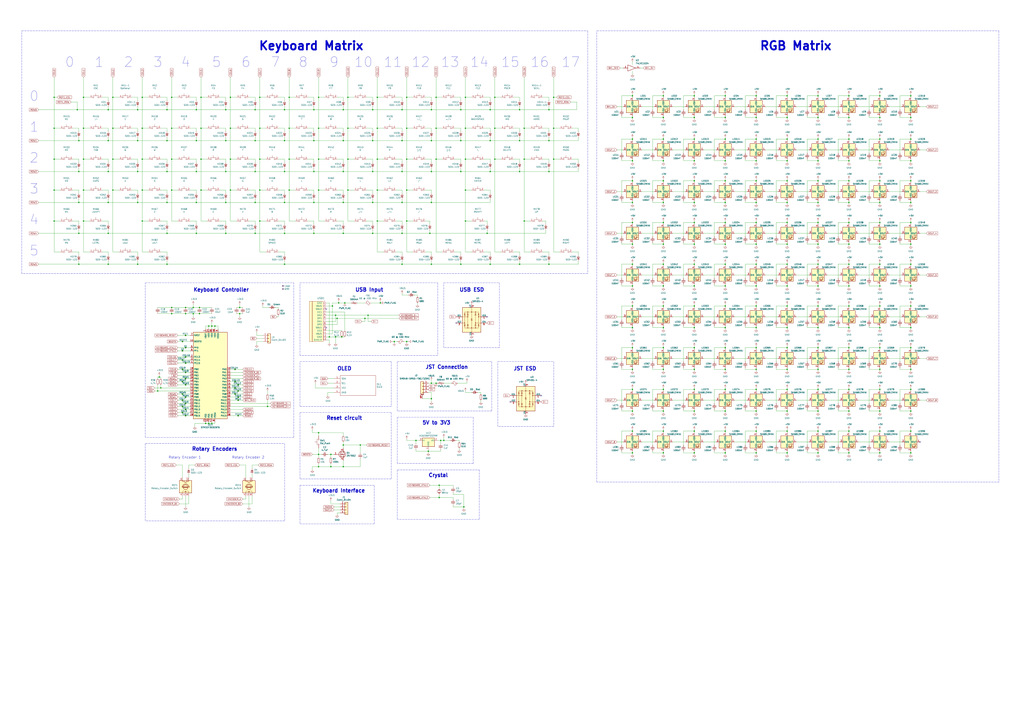
<source format=kicad_sch>
(kicad_sch (version 20211123) (generator eeschema)
  (paper "A1")
  (title_block (title "keyboard0") (date "2021-12-20") (rev "2") (comment 1 "kb.ht12345.xyz"))
  (junction (at 358.14 80.01))
  (junction (at 671.83 217.17))
  (junction (at 171.45 267.97))
  (junction (at 295.91 365.76))
  (junction (at 137.16 115.57))
  (junction (at 92.71 105.41))
  (junction (at 722.63 251.46))
  (junction (at 341.63 361.95))
  (junction (at 722.63 303.53))
  (junction (at 671.83 166.37))
  (junction (at 171.45 347.98))
  (junction (at 595.63 354.33))
  (junction (at 621.03 200.66))
  (junction (at 722.63 372.11))
  (junction (at 595.63 337.82))
  (junction (at 360.68 408.94))
  (junction (at 671.83 303.53))
  (junction (at 595.63 166.37))
  (junction (at 382.27 105.41))
  (junction (at 158.75 252.73))
  (junction (at 213.36 181.61))
  (junction (at 185.42 166.37))
  (junction (at 113.03 166.37))
  (junction (at 193.04 313.69))
  (junction (at 722.63 182.88))
  (junction (at 334.01 181.61))
  (junction (at 213.36 105.41))
  (junction (at 309.88 130.81))
  (junction (at 92.71 80.01))
  (junction (at 149.86 328.93))
  (junction (at 257.81 90.17))
  (junction (at 149.86 339.09))
  (junction (at 621.03 78.74))
  (junction (at 149.86 334.01))
  (junction (at 646.43 372.11))
  (junction (at 722.63 269.24))
  (junction (at 309.88 105.41))
  (junction (at 219.71 334.01))
  (junction (at 519.43 285.75))
  (junction (at 149.86 295.91))
  (junction (at 544.83 217.17))
  (junction (at 261.62 130.81))
  (junction (at 161.29 115.57))
  (junction (at 426.72 90.17))
  (junction (at 281.94 90.17))
  (junction (at 132.08 318.77))
  (junction (at 92.71 130.81))
  (junction (at 140.97 105.41))
  (junction (at 621.03 234.95))
  (junction (at 621.03 96.52))
  (junction (at 233.68 140.97))
  (junction (at 519.43 320.04))
  (junction (at 196.85 257.81))
  (junction (at 285.75 130.81))
  (junction (at 671.83 285.75))
  (junction (at 450.85 217.17))
  (junction (at 748.03 166.37))
  (junction (at 152.4 311.15))
  (junction (at 748.03 251.46))
  (junction (at 621.03 166.37))
  (junction (at 722.63 354.33))
  (junction (at 213.36 156.21))
  (junction (at 671.83 96.52))
  (junction (at 544.83 269.24))
  (junction (at 595.63 372.11))
  (junction (at 88.9 191.77))
  (junction (at 176.53 267.97))
  (junction (at 64.77 191.77))
  (junction (at 137.16 90.17))
  (junction (at 378.46 140.97))
  (junction (at 621.03 372.11))
  (junction (at 330.2 90.17))
  (junction (at 195.58 341.63))
  (junction (at 621.03 114.3))
  (junction (at 330.2 217.17))
  (junction (at 519.43 269.24))
  (junction (at 570.23 78.74))
  (junction (at 273.05 251.46))
  (junction (at 544.83 234.95))
  (junction (at 354.33 314.96))
  (junction (at 68.58 80.01))
  (junction (at 544.83 285.75))
  (junction (at 748.03 114.3))
  (junction (at 312.42 248.92))
  (junction (at 748.03 132.08))
  (junction (at 646.43 114.3))
  (junction (at 621.03 251.46))
  (junction (at 450.85 115.57))
  (junction (at 697.23 320.04))
  (junction (at 544.83 354.33))
  (junction (at 621.03 354.33))
  (junction (at 44.45 105.41))
  (junction (at 213.36 80.01))
  (junction (at 671.83 148.59))
  (junction (at 64.77 166.37))
  (junction (at 697.23 148.59))
  (junction (at 402.59 140.97))
  (junction (at 281.94 115.57))
  (junction (at 697.23 285.75))
  (junction (at 544.83 182.88))
  (junction (at 237.49 105.41))
  (junction (at 570.23 285.75))
  (junction (at 309.88 181.61))
  (junction (at 285.75 80.01))
  (junction (at 748.03 200.66))
  (junction (at 257.81 115.57))
  (junction (at 595.63 182.88))
  (junction (at 189.23 105.41))
  (junction (at 450.85 140.97))
  (junction (at 722.63 234.95))
  (junction (at 116.84 130.81))
  (junction (at 646.43 200.66))
  (junction (at 149.86 280.67))
  (junction (at 281.94 166.37))
  (junction (at 276.86 261.62))
  (junction (at 149.86 323.85))
  (junction (at 364.49 361.95))
  (junction (at 68.58 130.81))
  (junction (at 748.03 337.82))
  (junction (at 116.84 80.01))
  (junction (at 299.72 261.62))
  (junction (at 544.83 337.82))
  (junction (at 621.03 337.82))
  (junction (at 285.75 105.41))
  (junction (at 275.59 276.86))
  (junction (at 595.63 96.52))
  (junction (at 519.43 217.17))
  (junction (at 519.43 132.08))
  (junction (at 621.03 132.08))
  (junction (at 671.83 234.95))
  (junction (at 189.23 80.01))
  (junction (at 209.55 140.97))
  (junction (at 454.66 80.01))
  (junction (at 64.77 115.57))
  (junction (at 173.99 267.97))
  (junction (at 185.42 115.57))
  (junction (at 519.43 78.74))
  (junction (at 330.2 115.57))
  (junction (at 646.43 251.46))
  (junction (at 697.23 200.66))
  (junction (at 137.16 166.37))
  (junction (at 354.33 217.17))
  (junction (at 570.23 320.04))
  (junction (at 44.45 80.01))
  (junction (at 306.07 115.57))
  (junction (at 306.07 191.77))
  (junction (at 378.46 115.57))
  (junction (at 165.1 130.81))
  (junction (at 193.04 323.85))
  (junction (at 129.54 321.31))
  (junction (at 697.23 96.52))
  (junction (at 152.4 285.75))
  (junction (at 570.23 182.88))
  (junction (at 280.67 276.86))
  (junction (at 351.79 370.84))
  (junction (at 697.23 269.24))
  (junction (at 671.83 200.66))
  (junction (at 323.85 280.67))
  (junction (at 140.97 80.01))
  (junction (at 544.83 320.04))
  (junction (at 302.26 259.08))
  (junction (at 44.45 181.61))
  (junction (at 748.03 320.04))
  (junction (at 519.43 166.37))
  (junction (at 275.59 259.08))
  (junction (at 544.83 96.52))
  (junction (at 354.33 327.66))
  (junction (at 209.55 90.17))
  (junction (at 113.03 90.17))
  (junction (at 163.83 252.73))
  (junction (at 361.95 361.95))
  (junction (at 671.83 320.04))
  (junction (at 748.03 303.53))
  (junction (at 306.07 166.37))
  (junction (at 646.43 234.95))
  (junction (at 646.43 269.24))
  (junction (at 748.03 78.74))
  (junction (at 519.43 251.46))
  (junction (at 185.42 90.17))
  (junction (at 748.03 269.24))
  (junction (at 544.83 114.3))
  (junction (at 270.51 276.86))
  (junction (at 152.4 252.73))
  (junction (at 570.23 269.24))
  (junction (at 261.62 373.38))
  (junction (at 595.63 285.75))
  (junction (at 544.83 78.74))
  (junction (at 233.68 115.57))
  (junction (at 358.14 130.81))
  (junction (at 152.4 306.07))
  (junction (at 544.83 251.46))
  (junction (at 621.03 217.17))
  (junction (at 354.33 140.97))
  (junction (at 382.27 181.61))
  (junction (at 152.4 326.39))
  (junction (at 88.9 166.37))
  (junction (at 281.94 140.97))
  (junction (at 450.85 90.17))
  (junction (at 646.43 148.59))
  (junction (at 426.72 115.57))
  (junction (at 261.62 383.54))
  (junction (at 334.01 130.81))
  (junction (at 152.4 316.23))
  (junction (at 570.23 132.08))
  (junction (at 309.88 156.21))
  (junction (at 378.46 90.17))
  (junction (at 544.83 372.11))
  (junction (at 195.58 316.23))
  (junction (at 406.4 130.81))
  (junction (at 140.97 156.21))
  (junction (at 137.16 140.97))
  (junction (at 354.33 166.37))
  (junction (at 400.05 191.77))
  (junction (at 165.1 156.21))
  (junction (at 193.04 318.77))
  (junction (at 209.55 166.37))
  (junction (at 697.23 166.37))
  (junction (at 88.9 217.17))
  (junction (at 430.53 181.61))
  (junction (at 748.03 372.11))
  (junction (at 671.83 182.88))
  (junction (at 44.45 130.81))
  (junction (at 722.63 148.59))
  (junction (at 544.83 200.66))
  (junction (at 671.83 114.3))
  (junction (at 544.83 132.08))
  (junction (at 137.16 191.77))
  (junction (at 595.63 132.08))
  (junction (at 382.27 80.01))
  (junction (at 722.63 217.17))
  (junction (at 168.91 347.98))
  (junction (at 595.63 269.24))
  (junction (at 570.23 354.33))
  (junction (at 281.94 191.77))
  (junction (at 595.63 303.53))
  (junction (at 116.84 105.41))
  (junction (at 92.71 156.21))
  (junction (at 113.03 217.17))
  (junction (at 697.23 78.74))
  (junction (at 158.75 257.81))
  (junction (at 722.63 114.3))
  (junction (at 402.59 217.17))
  (junction (at 257.81 140.97))
  (junction (at 722.63 200.66))
  (junction (at 140.97 130.81))
  (junction (at 646.43 303.53))
  (junction (at 271.78 373.38))
  (junction (at 140.97 257.81))
  (junction (at 261.62 80.01))
  (junction (at 454.66 105.41))
  (junction (at 722.63 337.82))
  (junction (at 161.29 140.97))
  (junction (at 209.55 115.57))
  (junction (at 360.68 398.78))
  (junction (at 595.63 234.95))
  (junction (at 406.4 80.01))
  (junction (at 163.83 257.81))
  (junction (at 195.58 326.39))
  (junction (at 570.23 303.53))
  (junction (at 570.23 234.95))
  (junction (at 382.27 130.81))
  (junction (at 283.21 248.92))
  (junction (at 195.58 321.31))
  (junction (at 621.03 303.53))
  (junction (at 697.23 337.82))
  (junction (at 140.97 252.73))
  (junction (at 595.63 320.04))
  (junction (at 161.29 90.17))
  (junction (at 646.43 354.33))
  (junction (at 278.13 248.92))
  (junction (at 237.49 156.21))
  (junction (at 149.86 313.69))
  (junction (at 595.63 148.59))
  (junction (at 646.43 78.74))
  (junction (at 63.5 90.17))
  (junction (at 152.4 298.45))
  (junction (at 570.23 114.3))
  (junction (at 671.83 132.08))
  (junction (at 646.43 132.08))
  (junction (at 671.83 269.24))
  (junction (at 722.63 78.74))
  (junction (at 621.03 285.75))
  (junction (at 358.14 105.41))
  (junction (at 88.9 140.97))
  (junction (at 570.23 96.52))
  (junction (at 722.63 285.75))
  (junction (at 113.03 115.57))
  (junction (at 165.1 105.41))
  (junction (at 646.43 337.82))
  (junction (at 519.43 96.52))
  (junction (at 426.72 140.97))
  (junction (at 233.68 217.17))
  (junction (at 519.43 354.33))
  (junction (at 722.63 96.52))
  (junction (at 137.16 217.17))
  (junction (at 748.03 148.59))
  (junction (at 354.33 90.17))
  (junction (at 354.33 115.57))
  (junction (at 722.63 166.37))
  (junction (at 149.86 303.53))
  (junction (at 402.59 90.17))
  (junction (at 149.86 288.29))
  (junction (at 257.81 191.77))
  (junction (at 570.23 251.46))
  (junction (at 88.9 115.57))
  (junction (at 330.2 166.37))
  (junction (at 748.03 285.75))
  (junction (at 646.43 182.88))
  (junction (at 161.29 191.77))
  (junction (at 697.23 132.08))
  (junction (at 519.43 303.53))
  (junction (at 697.23 372.11))
  (junction (at 722.63 132.08))
  (junction (at 64.77 217.17))
  (junction (at 189.23 130.81))
  (junction (at 116.84 181.61))
  (junction (at 152.4 293.37))
  (junction (at 261.62 156.21))
  (junction (at 152.4 336.55))
  (junction (at 519.43 114.3))
  (junction (at 697.23 303.53))
  (junction (at 257.81 166.37))
  (junction (at 402.59 115.57))
  (junction (at 209.55 191.77))
  (junction (at 621.03 148.59))
  (junction (at 671.83 78.74))
  (junction (at 237.49 80.01))
  (junction (at 358.14 314.96))
  (junction (at 570.23 148.59))
  (junction (at 261.62 105.41))
  (junction (at 68.58 156.21))
  (junction (at 621.03 269.24))
  (junction (at 334.01 105.41))
  (junction (at 544.83 148.59))
  (junction (at 152.4 341.63))
  (junction (at 570.23 372.11))
  (junction (at 334.01 80.01))
  (junction (at 646.43 320.04))
  (junction (at 595.63 200.66))
  (junction (at 173.99 347.98))
  (junction (at 671.83 354.33))
  (junction (at 161.29 166.37))
  (junction (at 271.78 383.54))
  (junction (at 544.83 166.37))
  (junction (at 185.42 191.77))
  (junction (at 646.43 96.52))
  (junction (at 88.9 90.17))
  (junction (at 152.4 331.47))
  (junction (at 185.42 140.97))
  (junction (at 519.43 372.11))
  (junction (at 64.77 140.97))
  (junction (at 285.75 156.21))
  (junction (at 519.43 200.66))
  (junction (at 165.1 80.01))
  (junction (at 406.4 105.41))
  (junction (at 646.43 166.37))
  (junction (at 697.23 182.88))
  (junction (at 306.07 90.17))
  (junction (at 196.85 252.73))
  (junction (at 570.23 217.17))
  (junction (at 697.23 251.46))
  (junction (at 309.88 80.01))
  (junction (at 213.36 130.81))
  (junction (at 152.4 275.59))
  (junction (at 544.83 303.53))
  (junction (at 306.07 140.97))
  (junction (at 193.04 303.53))
  (junction (at 330.2 140.97))
  (junction (at 595.63 114.3))
  (junction (at 646.43 285.75))
  (junction (at 595.63 217.17))
  (junction (at 430.53 130.81))
  (junction (at 748.03 182.88))
  (junction (at 621.03 320.04))
  (junction (at 646.43 217.17))
  (junction (at 671.83 372.11))
  (junction (at 152.4 257.81))
  (junction (at 454.66 130.81))
  (junction (at 697.23 354.33))
  (junction (at 519.43 182.88))
  (junction (at 44.45 156.21))
  (junction (at 237.49 130.81))
  (junction (at 621.03 182.88))
  (junction (at 697.23 114.3))
  (junction (at 748.03 217.17))
  (junction (at 430.53 105.41))
  (junction (at 671.83 251.46))
  (junction (at 671.83 337.82))
  (junction (at 330.2 191.77))
  (junction (at 697.23 217.17))
  (junction (at 281.94 365.76))
  (junction (at 68.58 105.41))
  (junction (at 722.63 320.04))
  (junction (at 353.06 191.77))
  (junction (at 570.23 337.82))
  (junction (at 233.68 90.17))
  (junction (at 595.63 251.46))
  (junction (at 426.72 217.17))
  (junction (at 334.01 280.67))
  (junction (at 281.94 383.54))
  (junction (at 261.62 355.6))
  (junction (at 519.43 337.82))
  (junction (at 595.63 78.74))
  (junction (at 519.43 148.59))
  (junction (at 195.58 328.93))
  (junction (at 382.27 156.21))
  (junction (at 130.81 309.88))
  (junction (at 519.43 234.95))
  (junction (at 748.03 96.52))
  (junction (at 570.23 200.66))
  (junction (at 116.84 156.21))
  (junction (at 378.46 217.17))
  (junction (at 189.23 156.21))
  (junction (at 68.58 181.61))
  (junction (at 748.03 234.95))
  (junction (at 233.68 191.77))
  (junction (at 748.03 354.33))
  (junction (at 381 416.56))
  (junction (at 233.68 166.37))
  (junction (at 113.03 140.97))
  (junction (at 570.23 166.37))
  (junction (at 334.01 156.21))
  (junction (at 697.23 234.95))
  (no_connect (at 232.41 237.49))
  (no_connect (at 419.1 330.2))
  (no_connect (at 267.97 254))
  (no_connect (at 374.65 265.43))
  (no_connect (at 400.05 260.35))
  (no_connect (at 444.5 325.12))
  (no_connect (at 755.65 363.22))
  (no_connect (at 232.41 234.95))
  (no_connect (at 267.97 269.24))
  (wire (pts (xy 275.59 264.16) (xy 275.59 259.08)))
  (wire (pts (xy 149.86 303.53) (xy 156.21 303.53)))
  (wire (pts (xy 334.01 105.41) (xy 339.09 105.41)))
  (wire (pts (xy 209.55 115.57) (xy 233.68 115.57)))
  (wire (pts (xy 713.74 78.74) (xy 713.74 90.17)))
  (wire (pts (xy 195.58 321.31) (xy 189.23 321.31)))
  (wire (pts (xy 237.49 156.21) (xy 237.49 181.61)))
  (wire (pts (xy 544.83 336.55) (xy 544.83 337.82)))
  (wire (pts (xy 621.03 304.8) (xy 621.03 303.53)))
  (wire (pts (xy 113.03 163.83) (xy 113.03 166.37)))
  (wire (pts (xy 353.06 191.77) (xy 400.05 191.77)))
  (wire (pts (xy 276.86 422.91) (xy 276.86 421.64)))
  (wire (pts (xy 544.83 217.17) (xy 535.94 217.17)))
  (wire (pts (xy 256.54 383.54) (xy 261.62 383.54)))
  (wire (pts (xy 474.98 217.17) (xy 474.98 214.63)))
  (wire (pts (xy 510.54 165.1) (xy 510.54 166.37)))
  (wire (pts (xy 73.66 80.01) (xy 68.58 80.01)))
  (wire (pts (xy 544.83 236.22) (xy 544.83 234.95)))
  (wire (pts (xy 697.23 217.17) (xy 688.34 217.17)))
  (wire (pts (xy 233.68 87.63) (xy 233.68 90.17)))
  (wire (pts (xy 570.23 303.53) (xy 561.34 303.53)))
  (wire (pts (xy 671.83 336.55) (xy 671.83 337.82)))
  (wire (pts (xy 372.11 406.4) (xy 381 406.4)))
  (wire (pts (xy 603.25 260.35) (xy 613.41 260.35)))
  (wire (pts (xy 152.4 293.37) (xy 146.05 293.37)))
  (wire (pts (xy 713.74 148.59) (xy 713.74 160.02)))
  (wire (pts (xy 595.63 133.35) (xy 595.63 132.08)))
  (wire (pts (xy 671.83 148.59) (xy 671.83 149.86)))
  (wire (pts (xy 88.9 214.63) (xy 88.9 217.17)))
  (wire (pts (xy 378.46 207.01) (xy 378.46 209.55)))
  (wire (pts (xy 646.43 353.06) (xy 646.43 354.33)))
  (wire (pts (xy 519.43 182.88) (xy 510.54 182.88)))
  (wire (pts (xy 219.71 334.01) (xy 222.25 334.01)))
  (wire (pts (xy 544.83 95.25) (xy 544.83 96.52)))
  (wire (pts (xy 713.74 165.1) (xy 713.74 166.37)))
  (wire (pts (xy 748.03 133.35) (xy 748.03 132.08)))
  (wire (pts (xy 83.82 105.41) (xy 88.9 105.41)))
  (wire (pts (xy 173.99 346.71) (xy 173.99 347.98)))
  (wire (pts (xy 586.74 251.46) (xy 586.74 262.89)))
  (wire (pts (xy 137.16 130.81) (xy 137.16 133.35)))
  (wire (pts (xy 83.82 156.21) (xy 88.9 156.21)))
  (wire (pts (xy 309.88 181.61) (xy 309.88 207.01)))
  (wire (pts (xy 646.43 217.17) (xy 646.43 218.44)))
  (wire (pts (xy 209.55 80.01) (xy 209.55 82.55)))
  (wire (pts (xy 570.23 181.61) (xy 570.23 182.88)))
  (wire (pts (xy 430.53 105.41) (xy 435.61 105.41)))
  (wire (pts (xy 755.65 260.35) (xy 760.73 260.35)))
  (wire (pts (xy 713.74 233.68) (xy 713.74 234.95)))
  (polyline (pts (xy 408.94 350.52) (xy 408.94 297.18)))
  (wire (pts (xy 132.08 181.61) (xy 137.16 181.61)))
  (wire (pts (xy 697.23 285.75) (xy 697.23 287.02)))
  (wire (pts (xy 149.86 392.43) (xy 149.86 382.27)))
  (wire (pts (xy 697.23 132.08) (xy 688.34 132.08)))
  (wire (pts (xy 561.34 233.68) (xy 561.34 234.95)))
  (wire (pts (xy 261.62 373.38) (xy 264.16 373.38)))
  (wire (pts (xy 137.16 181.61) (xy 137.16 184.15)))
  (wire (pts (xy 306.07 113.03) (xy 306.07 115.57)))
  (wire (pts (xy 748.03 96.52) (xy 739.14 96.52)))
  (wire (pts (xy 261.62 105.41) (xy 261.62 130.81)))
  (wire (pts (xy 697.23 77.47) (xy 697.23 78.74)))
  (wire (pts (xy 257.81 163.83) (xy 257.81 166.37)))
  (wire (pts (xy 382.27 63.5) (xy 382.27 80.01)))
  (wire (pts (xy 646.43 233.68) (xy 646.43 234.95)))
  (wire (pts (xy 519.43 285.75) (xy 519.43 287.02)))
  (wire (pts (xy 334.01 130.81) (xy 339.09 130.81)))
  (wire (pts (xy 595.63 354.33) (xy 595.63 355.6)))
  (wire (pts (xy 748.03 339.09) (xy 748.03 337.82)))
  (wire (pts (xy 697.23 217.17) (xy 697.23 218.44)))
  (wire (pts (xy 257.81 140.97) (xy 281.94 140.97)))
  (wire (pts (xy 646.43 132.08) (xy 637.54 132.08)))
  (wire (pts (xy 281.94 163.83) (xy 281.94 166.37)))
  (wire (pts (xy 152.4 306.07) (xy 156.21 306.07)))
  (wire (pts (xy 137.16 105.41) (xy 137.16 107.95)))
  (wire (pts (xy 621.03 167.64) (xy 621.03 166.37)))
  (wire (pts (xy 739.14 370.84) (xy 739.14 372.11)))
  (wire (pts (xy 688.34 165.1) (xy 688.34 166.37)))
  (wire (pts (xy 381 416.56) (xy 381 417.83)))
  (wire (pts (xy 309.88 80.01) (xy 314.96 80.01)))
  (wire (pts (xy 154.94 382.27) (xy 160.02 382.27)))
  (wire (pts (xy 755.65 123.19) (xy 760.73 123.19)))
  (wire (pts (xy 450.85 217.17) (xy 474.98 217.17)))
  (wire (pts (xy 570.23 182.88) (xy 561.34 182.88)))
  (wire (pts (xy 535.94 370.84) (xy 535.94 372.11)))
  (wire (pts (xy 570.23 284.48) (xy 570.23 285.75)))
  (wire (pts (xy 426.72 113.03) (xy 426.72 115.57)))
  (wire (pts (xy 570.23 148.59) (xy 570.23 149.86)))
  (wire (pts (xy 697.23 114.3) (xy 697.23 115.57)))
  (wire (pts (xy 281.94 363.22) (xy 281.94 365.76)))
  (wire (pts (xy 535.94 251.46) (xy 535.94 262.89)))
  (wire (pts (xy 506.73 157.48) (xy 511.81 157.48)))
  (wire (pts (xy 146.05 339.09) (xy 149.86 339.09)))
  (wire (pts (xy 519.43 114.3) (xy 519.43 115.57)))
  (wire (pts (xy 621.03 97.79) (xy 621.03 96.52)))
  (wire (pts (xy 402.59 138.43) (xy 402.59 140.97)))
  (wire (pts (xy 519.43 217.17) (xy 519.43 218.44)))
  (wire (pts (xy 210.82 275.59) (xy 210.82 273.05)))
  (wire (pts (xy 330.2 105.41) (xy 330.2 107.95)))
  (wire (pts (xy 406.4 80.01) (xy 411.48 80.01)))
  (wire (pts (xy 237.49 130.81) (xy 242.57 130.81)))
  (wire (pts (xy 161.29 115.57) (xy 185.42 115.57)))
  (wire (pts (xy 116.84 63.5) (xy 116.84 80.01)))
  (wire (pts (xy 722.63 267.97) (xy 722.63 269.24)))
  (wire (pts (xy 276.86 130.81) (xy 281.94 130.81)))
  (wire (pts (xy 281.94 383.54) (xy 281.94 378.46)))
  (wire (pts (xy 113.03 138.43) (xy 113.03 140.97)))
  (wire (pts (xy 152.4 407.67) (xy 152.4 416.56)))
  (wire (pts (xy 519.43 114.3) (xy 510.54 114.3)))
  (wire (pts (xy 544.83 320.04) (xy 544.83 321.31)))
  (wire (pts (xy 739.14 199.39) (xy 739.14 200.66)))
  (wire (pts (xy 330.2 140.97) (xy 354.33 140.97)))
  (wire (pts (xy 364.49 361.95) (xy 369.57 361.95)))
  (wire (pts (xy 519.43 148.59) (xy 519.43 149.86)))
  (wire (pts (xy 697.23 320.04) (xy 697.23 321.31)))
  (wire (pts (xy 570.23 147.32) (xy 570.23 148.59)))
  (wire (pts (xy 68.58 156.21) (xy 68.58 130.81)))
  (wire (pts (xy 450.85 115.57) (xy 474.98 115.57)))
  (wire (pts (xy 671.83 251.46) (xy 662.94 251.46)))
  (wire (pts (xy 358.14 314.96) (xy 354.33 314.96)))
  (wire (pts (xy 330.2 191.77) (xy 353.06 191.77)))
  (wire (pts (xy 713.74 267.97) (xy 713.74 269.24)))
  (wire (pts (xy 748.03 250.19) (xy 748.03 251.46)))
  (wire (pts (xy 196.85 252.73) (xy 199.39 252.73)))
  (wire (pts (xy 199.39 321.31) (xy 195.58 321.31)))
  (wire (pts (xy 209.55 105.41) (xy 209.55 107.95)))
  (wire (pts (xy 378.46 130.81) (xy 378.46 133.35)))
  (wire (pts (xy 697.23 251.46) (xy 697.23 252.73)))
  (wire (pts (xy 68.58 181.61) (xy 68.58 156.21)))
  (wire (pts (xy 275.59 276.86) (xy 275.59 281.94)))
  (wire (pts (xy 612.14 182.88) (xy 612.14 194.31)))
  (wire (pts (xy 306.07 189.23) (xy 306.07 191.77)))
  (wire (pts (xy 577.85 87.63) (xy 588.01 87.63)))
  (wire (pts (xy 59.69 156.21) (xy 64.77 156.21)))
  (wire (pts (xy 372.11 408.94) (xy 372.11 410.21)))
  (wire (pts (xy 378.46 140.97) (xy 402.59 140.97)))
  (wire (pts (xy 270.51 281.94) (xy 270.51 279.4)))
  (wire (pts (xy 595.63 267.97) (xy 595.63 269.24)))
  (wire (pts (xy 748.03 303.53) (xy 739.14 303.53)))
  (wire (pts (xy 713.74 336.55) (xy 713.74 337.82)))
  (wire (pts (xy 137.16 163.83) (xy 137.16 166.37)))
  (wire (pts (xy 561.34 251.46) (xy 561.34 262.89)))
  (wire (pts (xy 679.45 363.22) (xy 689.61 363.22)))
  (wire (pts (xy 544.83 200.66) (xy 535.94 200.66)))
  (wire (pts (xy 354.33 156.21) (xy 354.33 158.75)))
  (wire (pts (xy 400.05 189.23) (xy 400.05 191.77)))
  (wire (pts (xy 342.9 250.19) (xy 342.9 248.92)))
  (polyline (pts (xy 364.49 285.75) (xy 364.49 232.41)))
  (wire (pts (xy 146.05 303.53) (xy 149.86 303.53)))
  (wire (pts (xy 129.54 311.15) (xy 129.54 309.88)))
  (wire (pts (xy 132.08 311.15) (xy 132.08 309.88)))
  (wire (pts (xy 748.03 318.77) (xy 748.03 320.04)))
  (polyline (pts (xy 388.62 342.9) (xy 388.62 381)))
  (wire (pts (xy 621.03 302.26) (xy 621.03 303.53)))
  (wire (pts (xy 671.83 78.74) (xy 662.94 78.74)))
  (wire (pts (xy 278.13 248.92) (xy 283.21 248.92)))
  (wire (pts (xy 662.94 370.84) (xy 662.94 372.11)))
  (wire (pts (xy 354.33 138.43) (xy 354.33 140.97)))
  (wire (pts (xy 448.31 184.15) (xy 448.31 181.61)))
  (wire (pts (xy 544.83 97.79) (xy 544.83 96.52)))
  (wire (pts (xy 273.05 251.46) (xy 273.05 274.32)))
  (wire (pts (xy 163.83 257.81) (xy 173.99 257.81)))
  (wire (pts (xy 519.43 133.35) (xy 519.43 132.08)))
  (wire (pts (xy 406.4 105.41) (xy 411.48 105.41)))
  (wire (pts (xy 454.66 207.01) (xy 459.74 207.01)))
  (wire (pts (xy 354.33 327.66) (xy 346.71 327.66)))
  (polyline (pts (xy 246.38 430.53) (xy 307.34 430.53)))
  (wire (pts (xy 552.45 226.06) (xy 562.61 226.06)))
  (wire (pts (xy 261.62 156.21) (xy 266.7 156.21)))
  (wire (pts (xy 612.14 165.1) (xy 612.14 166.37)))
  (wire (pts (xy 697.23 96.52) (xy 688.34 96.52)))
  (wire (pts (xy 194.31 252.73) (xy 196.85 252.73)))
  (wire (pts (xy 154.94 392.43) (xy 154.94 389.89)))
  (wire (pts (xy 261.62 130.81) (xy 261.62 156.21)))
  (wire (pts (xy 679.45 328.93) (xy 689.61 328.93)))
  (wire (pts (xy 544.83 251.46) (xy 535.94 251.46)))
  (polyline (pts (xy 326.39 297.18) (xy 403.86 297.18)))
  (wire (pts (xy 233.68 105.41) (xy 233.68 107.95)))
  (wire (pts (xy 722.63 233.68) (xy 722.63 234.95)))
  (wire (pts (xy 671.83 182.88) (xy 662.94 182.88)))
  (wire (pts (xy 140.97 257.81) (xy 152.4 257.81)))
  (wire (pts (xy 146.05 306.07) (xy 152.4 306.07)))
  (wire (pts (xy 276.86 156.21) (xy 281.94 156.21)))
  (wire (pts (xy 595.63 200.66) (xy 586.74 200.66)))
  (wire (pts (xy 306.07 130.81) (xy 306.07 133.35)))
  (wire (pts (xy 285.75 181.61) (xy 290.83 181.61)))
  (wire (pts (xy 519.43 215.9) (xy 519.43 217.17)))
  (wire (pts (xy 671.83 96.52) (xy 662.94 96.52)))
  (wire (pts (xy 628.65 123.19) (xy 638.81 123.19)))
  (wire (pts (xy 510.54 199.39) (xy 510.54 200.66)))
  (wire (pts (xy 561.34 370.84) (xy 561.34 372.11)))
  (wire (pts (xy 544.83 373.38) (xy 544.83 372.11)))
  (wire (pts (xy 561.34 130.81) (xy 561.34 132.08)))
  (wire (pts (xy 570.23 96.52) (xy 561.34 96.52)))
  (wire (pts (xy 450.85 138.43) (xy 450.85 140.97)))
  (wire (pts (xy 375.92 314.96) (xy 383.54 314.96)))
  (wire (pts (xy 646.43 96.52) (xy 637.54 96.52)))
  (wire (pts (xy 360.68 398.78) (xy 372.11 398.78)))
  (wire (pts (xy 697.23 182.88) (xy 688.34 182.88)))
  (wire (pts (xy 349.25 207.01) (xy 354.33 207.01)))
  (wire (pts (xy 402.59 217.17) (xy 426.72 217.17)))
  (wire (pts (xy 64.77 115.57) (xy 88.9 115.57)))
  (wire (pts (xy 165.1 181.61) (xy 165.1 156.21)))
  (wire (pts (xy 748.03 182.88) (xy 739.14 182.88)))
  (wire (pts (xy 88.9 90.17) (xy 113.03 90.17)))
  (wire (pts (xy 445.77 105.41) (xy 450.85 105.41)))
  (wire (pts (xy 704.85 191.77) (xy 715.01 191.77)))
  (wire (pts (xy 430.53 130.81) (xy 430.53 181.61)))
  (wire (pts (xy 361.95 361.95) (xy 359.41 361.95)))
  (wire (pts (xy 519.43 372.11) (xy 510.54 372.11)))
  (wire (pts (xy 722.63 201.93) (xy 722.63 200.66)))
  (wire (pts (xy 748.03 77.47) (xy 748.03 78.74)))
  (wire (pts (xy 697.23 320.04) (xy 688.34 320.04)))
  (wire (pts (xy 637.54 354.33) (xy 637.54 365.76)))
  (wire (pts (xy 44.45 130.81) (xy 49.53 130.81)))
  (wire (pts (xy 621.03 78.74) (xy 621.03 80.01)))
  (wire (pts (xy 519.43 373.38) (xy 519.43 372.11)))
  (wire (pts (xy 306.07 87.63) (xy 306.07 90.17)))
  (wire (pts (xy 671.83 78.74) (xy 671.83 80.01)))
  (wire (pts (xy 535.94 182.88) (xy 535.94 194.31)))
  (wire (pts (xy 306.07 90.17) (xy 330.2 90.17)))
  (wire (pts (xy 535.94 165.1) (xy 535.94 166.37)))
  (wire (pts (xy 273.05 248.92) (xy 278.13 248.92)))
  (polyline (pts (xy 490.22 25.4) (xy 820.42 25.4)))
  (wire (pts (xy 373.38 105.41) (xy 378.46 105.41)))
  (wire (pts (xy 510.54 95.25) (xy 510.54 96.52)))
  (wire (pts (xy 300.99 80.01) (xy 306.07 80.01)))
  (wire (pts (xy 646.43 182.88) (xy 646.43 184.15)))
  (wire (pts (xy 679.45 87.63) (xy 689.61 87.63)))
  (wire (pts (xy 213.36 63.5) (xy 213.36 80.01)))
  (wire (pts (xy 570.23 339.09) (xy 570.23 337.82)))
  (wire (pts (xy 209.55 87.63) (xy 209.55 90.17)))
  (wire (pts (xy 156.21 181.61) (xy 161.29 181.61)))
  (wire (pts (xy 544.83 339.09) (xy 544.83 337.82)))
  (wire (pts (xy 402.59 115.57) (xy 426.72 115.57)))
  (wire (pts (xy 628.65 260.35) (xy 638.81 260.35)))
  (wire (pts (xy 454.66 105.41) (xy 454.66 130.81)))
  (wire (pts (xy 621.03 148.59) (xy 612.14 148.59)))
  (wire (pts (xy 646.43 373.38) (xy 646.43 372.11)))
  (wire (pts (xy 595.63 354.33) (xy 586.74 354.33)))
  (wire (pts (xy 595.63 318.77) (xy 595.63 320.04)))
  (wire (pts (xy 646.43 320.04) (xy 646.43 321.31)))
  (wire (pts (xy 713.74 285.75) (xy 713.74 297.18)))
  (wire (pts (xy 570.23 267.97) (xy 570.23 269.24)))
  (wire (pts (xy 595.63 373.38) (xy 595.63 372.11)))
  (wire (pts (xy 88.9 115.57) (xy 113.03 115.57)))
  (polyline (pts (xy 17.78 224.79) (xy 17.78 25.4)))
  (wire (pts (xy 397.51 130.81) (xy 402.59 130.81)))
  (wire (pts (xy 302.26 264.16) (xy 304.8 264.16)))
  (wire (pts (xy 519.43 370.84) (xy 519.43 372.11)))
  (wire (pts (xy 570.23 217.17) (xy 561.34 217.17)))
  (wire (pts (xy 739.14 233.68) (xy 739.14 234.95)))
  (wire (pts (xy 421.64 80.01) (xy 426.72 80.01)))
  (wire (pts (xy 281.94 115.57) (xy 306.07 115.57)))
  (polyline (pts (xy 241.3 359.41) (xy 119.38 359.41)))
  (wire (pts (xy 213.36 105.41) (xy 218.44 105.41)))
  (wire (pts (xy 697.23 354.33) (xy 697.23 355.6)))
  (wire (pts (xy 595.63 78.74) (xy 595.63 80.01)))
  (wire (pts (xy 330.2 214.63) (xy 330.2 217.17)))
  (wire (pts (xy 160.02 347.98) (xy 160.02 350.52)))
  (wire (pts (xy 544.83 132.08) (xy 535.94 132.08)))
  (wire (pts (xy 595.63 372.11) (xy 586.74 372.11)))
  (wire (pts (xy 704.85 123.19) (xy 715.01 123.19)))
  (wire (pts (xy 739.14 95.25) (xy 739.14 96.52)))
  (wire (pts (xy 140.97 156.21) (xy 146.05 156.21)))
  (wire (pts (xy 646.43 181.61) (xy 646.43 182.88)))
  (wire (pts (xy 185.42 191.77) (xy 209.55 191.77)))
  (wire (pts (xy 146.05 328.93) (xy 149.86 328.93)))
  (wire (pts (xy 510.54 148.59) (xy 510.54 160.02)))
  (wire (pts (xy 299.72 261.62) (xy 327.66 261.62)))
  (wire (pts (xy 671.83 201.93) (xy 671.83 200.66)))
  (wire (pts (xy 671.83 251.46) (xy 671.83 252.73)))
  (wire (pts (xy 662.94 285.75) (xy 662.94 297.18)))
  (wire (pts (xy 334.01 181.61) (xy 339.09 181.61)))
  (polyline (pts (xy 246.38 334.01) (xy 246.38 297.18)))
  (wire (pts (xy 474.98 207.01) (xy 469.9 207.01)))
  (wire (pts (xy 586.74 199.39) (xy 586.74 200.66)))
  (wire (pts (xy 713.74 302.26) (xy 713.74 303.53)))
  (wire (pts (xy 372.11 398.78) (xy 372.11 400.05)))
  (wire (pts (xy 64.77 163.83) (xy 64.77 166.37)))
  (wire (pts (xy 354.33 217.17) (xy 378.46 217.17)))
  (wire (pts (xy 325.12 130.81) (xy 330.2 130.81)))
  (wire (pts (xy 519.43 339.09) (xy 519.43 337.82)))
  (wire (pts (xy 370.84 314.96) (xy 364.49 314.96)))
  (wire (pts (xy 152.4 341.63) (xy 156.21 341.63)))
  (wire (pts (xy 400.05 191.77) (xy 448.31 191.77)))
  (wire (pts (xy 161.29 90.17) (xy 185.42 90.17)))
  (wire (pts (xy 704.85 328.93) (xy 715.01 328.93)))
  (wire (pts (xy 544.83 130.81) (xy 544.83 132.08)))
  (wire (pts (xy 730.25 87.63) (xy 740.41 87.63)))
  (wire (pts (xy 646.43 182.88) (xy 637.54 182.88)))
  (wire (pts (xy 215.9 275.59) (xy 210.82 275.59)))
  (wire (pts (xy 748.03 78.74) (xy 739.14 78.74)))
  (wire (pts (xy 506.73 226.06) (xy 511.81 226.06)))
  (wire (pts (xy 219.71 321.31) (xy 219.71 323.85)))
  (wire (pts (xy 646.43 200.66) (xy 637.54 200.66)))
  (wire (pts (xy 64.77 130.81) (xy 64.77 133.35)))
  (wire (pts (xy 671.83 95.25) (xy 671.83 96.52)))
  (wire (pts (xy 189.23 331.47) (xy 222.25 331.47)))
  (wire (pts (xy 646.43 250.19) (xy 646.43 251.46)))
  (wire (pts (xy 519.43 182.88) (xy 519.43 184.15)))
  (wire (pts (xy 382.27 80.01) (xy 382.27 105.41)))
  (wire (pts (xy 361.95 370.84) (xy 361.95 369.57)))
  (polyline (pts (xy 403.86 297.18) (xy 403.86 337.82)))
  (wire (pts (xy 330.2 87.63) (xy 330.2 90.17)))
  (wire (pts (xy 671.83 133.35) (xy 671.83 132.08)))
  (wire (pts (xy 570.23 95.25) (xy 570.23 96.52)))
  (wire (pts (xy 285.75 80.01) (xy 285.75 105.41)))
  (wire (pts (xy 544.83 217.17) (xy 544.83 218.44)))
  (wire (pts (xy 354.33 115.57) (xy 378.46 115.57)))
  (wire (pts (xy 697.23 182.88) (xy 697.23 184.15)))
  (wire (pts (xy 739.14 148.59) (xy 739.14 160.02)))
  (wire (pts (xy 257.81 130.81) (xy 257.81 133.35)))
  (wire (pts (xy 161.29 113.03) (xy 161.29 115.57)))
  (wire (pts (xy 697.23 336.55) (xy 697.23 337.82)))
  (wire (pts (xy 561.34 285.75) (xy 561.34 297.18)))
  (wire (pts (xy 722.63 114.3) (xy 722.63 115.57)))
  (wire (pts (xy 267.97 276.86) (xy 270.51 276.86)))
  (wire (pts (xy 748.03 148.59) (xy 739.14 148.59)))
  (wire (pts (xy 586.74 95.25) (xy 586.74 96.52)))
  (wire (pts (xy 570.23 217.17) (xy 570.23 218.44)))
  (wire (pts (xy 382.27 130.81) (xy 382.27 156.21)))
  (wire (pts (xy 257.81 156.21) (xy 257.81 158.75)))
  (wire (pts (xy 722.63 285.75) (xy 722.63 287.02)))
  (wire (pts (xy 140.97 130.81) (xy 146.05 130.81)))
  (polyline (pts (xy 410.21 232.41) (xy 410.21 285.75)))
  (wire (pts (xy 748.03 320.04) (xy 739.14 320.04)))
  (wire (pts (xy 595.63 96.52) (xy 586.74 96.52)))
  (wire (pts (xy 88.9 140.97) (xy 113.03 140.97)))
  (wire (pts (xy 722.63 148.59) (xy 722.63 149.86)))
  (wire (pts (xy 31.75 166.37) (xy 64.77 166.37)))
  (wire (pts (xy 671.83 320.04) (xy 662.94 320.04)))
  (wire (pts (xy 261.62 181.61) (xy 266.7 181.61)))
  (wire (pts (xy 113.03 140.97) (xy 137.16 140.97)))
  (wire (pts (xy 402.59 207.01) (xy 402.59 209.55)))
  (wire (pts (xy 570.23 320.04) (xy 570.23 321.31)))
  (wire (pts (xy 722.63 200.66) (xy 713.74 200.66)))
  (wire (pts (xy 281.94 87.63) (xy 281.94 90.17)))
  (wire (pts (xy 713.74 182.88) (xy 713.74 194.31)))
  (wire (pts (xy 697.23 148.59) (xy 688.34 148.59)))
  (wire (pts (xy 209.55 181.61) (xy 209.55 184.15)))
  (wire (pts (xy 722.63 354.33) (xy 722.63 355.6)))
  (wire (pts (xy 402.59 130.81) (xy 402.59 133.35)))
  (wire (pts (xy 722.63 251.46) (xy 713.74 251.46)))
  (wire (pts (xy 275.59 276.86) (xy 280.67 276.86)))
  (wire (pts (xy 204.47 156.21) (xy 209.55 156.21)))
  (wire (pts (xy 570.23 234.95) (xy 561.34 234.95)))
  (wire (pts (xy 570.23 130.81) (xy 570.23 132.08)))
  (wire (pts (xy 161.29 140.97) (xy 185.42 140.97)))
  (wire (pts (xy 146.05 336.55) (xy 152.4 336.55)))
  (wire (pts (xy 535.94 233.68) (xy 535.94 234.95)))
  (wire (pts (xy 646.43 148.59) (xy 637.54 148.59)))
  (wire (pts (xy 570.23 114.3) (xy 570.23 115.57)))
  (wire (pts (xy 570.23 78.74) (xy 570.23 80.01)))
  (wire (pts (xy 233.68 166.37) (xy 257.81 166.37)))
  (wire (pts (xy 430.53 63.5) (xy 430.53 105.41)))
  (wire (pts (xy 402.59 158.75) (xy 402.59 156.21)))
  (wire (pts (xy 406.4 105.41) (xy 406.4 130.81)))
  (wire (pts (xy 544.83 353.06) (xy 544.83 354.33)))
  (wire (pts (xy 722.63 78.74) (xy 722.63 80.01)))
  (wire (pts (xy 570.23 165.1) (xy 570.23 166.37)))
  (wire (pts (xy 168.91 270.51) (xy 168.91 267.97)))
  (wire (pts (xy 544.83 372.11) (xy 535.94 372.11)))
  (wire (pts (xy 697.23 200.66) (xy 688.34 200.66)))
  (wire (pts (xy 519.43 77.47) (xy 519.43 78.74)))
  (wire (pts (xy 570.23 167.64) (xy 570.23 166.37)))
  (wire (pts (xy 281.94 189.23) (xy 281.94 191.77)))
  (wire (pts (xy 722.63 130.81) (xy 722.63 132.08)))
  (wire (pts (xy 697.23 251.46) (xy 688.34 251.46)))
  (wire (pts (xy 257.81 90.17) (xy 281.94 90.17)))
  (wire (pts (xy 64.77 217.17) (xy 64.77 214.63)))
  (wire (pts (xy 654.05 157.48) (xy 664.21 157.48)))
  (wire (pts (xy 373.38 130.81) (xy 378.46 130.81)))
  (wire (pts (xy 276.86 80.01) (xy 281.94 80.01)))
  (wire (pts (xy 107.95 105.41) (xy 113.03 105.41)))
  (wire (pts (xy 185.42 113.03) (xy 185.42 115.57)))
  (polyline (pts (xy 119.38 364.49) (xy 233.68 364.49)))
  (wire (pts (xy 570.23 215.9) (xy 570.23 217.17)))
  (polyline (pts (xy 359.41 292.1) (xy 246.38 292.1)))
  (wire (pts (xy 454.66 80.01) (xy 454.66 105.41)))
  (wire (pts (xy 330.2 80.01) (xy 330.2 82.55)))
  (wire (pts (xy 330.2 217.17) (xy 354.33 217.17)))
  (wire (pts (xy 722.63 269.24) (xy 713.74 269.24)))
  (wire (pts (xy 358.14 80.01) (xy 363.22 80.01)))
  (wire (pts (xy 621.03 354.33) (xy 612.14 354.33)))
  (wire (pts (xy 603.25 87.63) (xy 613.41 87.63)))
  (wire (pts (xy 274.32 314.96) (xy 269.24 314.96)))
  (wire (pts (xy 748.03 304.8) (xy 748.03 303.53)))
  (wire (pts (xy 372.11 415.29) (xy 372.11 416.56)))
  (wire (pts (xy 189.23 80.01) (xy 194.31 80.01)))
  (wire (pts (xy 671.83 373.38) (xy 671.83 372.11)))
  (polyline (pts (xy 359.41 232.41) (xy 359.41 292.1)))
  (wire (pts (xy 88.9 166.37) (xy 113.03 166.37)))
  (wire (pts (xy 88.9 113.03) (xy 88.9 115.57)))
  (wire (pts (xy 570.23 77.47) (xy 570.23 78.74)))
  (wire (pts (xy 544.83 234.95) (xy 535.94 234.95)))
  (wire (pts (xy 354.33 314.96) (xy 354.33 312.42)))
  (wire (pts (xy 152.4 331.47) (xy 156.21 331.47)))
  (wire (pts (xy 697.23 267.97) (xy 697.23 269.24)))
  (wire (pts (xy 535.94 148.59) (xy 535.94 160.02)))
  (wire (pts (xy 210.82 280.67) (xy 210.82 283.21)))
  (wire (pts (xy 269.24 311.15) (xy 274.32 311.15)))
  (wire (pts (xy 612.14 114.3) (xy 612.14 125.73)))
  (wire (pts (xy 612.14 233.68) (xy 612.14 234.95)))
  (wire (pts (xy 697.23 181.61) (xy 697.23 182.88)))
  (wire (pts (xy 621.03 217.17) (xy 621.03 218.44)))
  (wire (pts (xy 233.68 130.81) (xy 233.68 133.35)))
  (wire (pts (xy 474.98 115.57) (xy 474.98 113.03)))
  (wire (pts (xy 621.03 303.53) (xy 612.14 303.53)))
  (wire (pts (xy 628.65 191.77) (xy 638.81 191.77)))
  (wire (pts (xy 595.63 182.88) (xy 595.63 184.15)))
  (wire (pts (xy 679.45 123.19) (xy 689.61 123.19)))
  (wire (pts (xy 621.03 285.75) (xy 612.14 285.75)))
  (wire (pts (xy 140.97 63.5) (xy 140.97 80.01)))
  (wire (pts (xy 204.47 130.81) (xy 209.55 130.81)))
  (wire (pts (xy 257.81 80.01) (xy 257.81 82.55)))
  (wire (pts (xy 586.74 182.88) (xy 586.74 194.31)))
  (wire (pts (xy 722.63 182.88) (xy 713.74 182.88)))
  (wire (pts (xy 377.19 361.95) (xy 377.19 363.22)))
  (wire (pts (xy 612.14 95.25) (xy 612.14 96.52)))
  (wire (pts (xy 334.01 181.61) (xy 334.01 207.01)))
  (wire (pts (xy 748.03 165.1) (xy 748.03 166.37)))
  (wire (pts (xy 373.38 207.01) (xy 378.46 207.01)))
  (wire (pts (xy 165.1 80.01) (xy 165.1 63.5)))
  (wire (pts (xy 189.23 326.39) (xy 195.58 326.39)))
  (wire (pts (xy 527.05 226.06) (xy 537.21 226.06)))
  (wire (pts (xy 722.63 339.09) (xy 722.63 337.82)))
  (wire (pts (xy 748.03 267.97) (xy 748.03 269.24)))
  (wire (pts (xy 237.49 130.81) (xy 237.49 156.21)))
  (wire (pts (xy 595.63 251.46) (xy 586.74 251.46)))
  (wire (pts (xy 406.4 130.81) (xy 411.48 130.81)))
  (wire (pts (xy 378.46 105.41) (xy 378.46 107.95)))
  (wire (pts (xy 137.16 214.63) (xy 137.16 217.17)))
  (wire (pts (xy 474.98 130.81) (xy 469.9 130.81)))
  (wire (pts (xy 325.12 181.61) (xy 330.2 181.61)))
  (wire (pts (xy 92.71 105.41) (xy 97.79 105.41)))
  (wire (pts (xy 713.74 199.39) (xy 713.74 200.66)))
  (wire (pts (xy 510.54 370.84) (xy 510.54 372.11)))
  (wire (pts (xy 519.43 318.77) (xy 519.43 320.04)))
  (wire (pts (xy 697.23 285.75) (xy 688.34 285.75)))
  (wire (pts (xy 544.83 303.53) (xy 535.94 303.53)))
  (wire (pts (xy 544.83 302.26) (xy 544.83 303.53)))
  (wire (pts (xy 204.47 416.56) (xy 204.47 407.67)))
  (wire (pts (xy 44.45 105.41) (xy 44.45 130.81)))
  (wire (pts (xy 201.93 382.27) (xy 196.85 382.27)))
  (wire (pts (xy 628.65 87.63) (xy 638.81 87.63)))
  (wire (pts (xy 281.94 365.76) (xy 281.94 368.3)))
  (wire (pts (xy 561.34 217.17) (xy 561.34 228.6)))
  (wire (pts (xy 68.58 156.21) (xy 73.66 156.21)))
  (wire (pts (xy 755.65 328.93) (xy 760.73 328.93)))
  (wire (pts (xy 402.59 140.97) (xy 426.72 140.97)))
  (wire (pts (xy 748.03 114.3) (xy 739.14 114.3)))
  (wire (pts (xy 252.73 130.81) (xy 257.81 130.81)))
  (wire (pts (xy 326.39 280.67) (xy 323.85 280.67)))
  (polyline (pts (xy 326.39 342.9) (xy 388.62 342.9)))
  (wire (pts (xy 445.77 130.81) (xy 450.85 130.81)))
  (wire (pts (xy 213.36 80.01) (xy 213.36 105.41)))
  (wire (pts (xy 748.03 166.37) (xy 739.14 166.37)))
  (wire (pts (xy 450.85 207.01) (xy 450.85 209.55)))
  (wire (pts (xy 448.31 181.61) (xy 445.77 181.61)))
  (wire (pts (xy 621.03 182.88) (xy 621.03 184.15)))
  (wire (pts (xy 173.99 347.98) (xy 171.45 347.98)))
  (wire (pts (xy 544.83 148.59) (xy 535.94 148.59)))
  (wire (pts (xy 378.46 87.63) (xy 378.46 90.17)))
  (wire (pts (xy 210.82 278.13) (xy 215.9 278.13)))
  (wire (pts (xy 161.29 80.01) (xy 161.29 82.55)))
  (wire (pts (xy 595.63 320.04) (xy 586.74 320.04)))
  (wire (pts (xy 193.04 313.69) (xy 199.39 313.69)))
  (wire (pts (xy 378.46 90.17) (xy 402.59 90.17)))
  (wire (pts (xy 621.03 337.82) (xy 612.14 337.82)))
  (wire (pts (xy 189.23 156.21) (xy 189.23 181.61)))
  (wire (pts (xy 113.03 130.81) (xy 113.03 133.35)))
  (wire (pts (xy 354.33 214.63) (xy 354.33 217.17)))
  (wire (pts (xy 510.54 78.74) (xy 510.54 90.17)))
  (wire (pts (xy 621.03 147.32) (xy 621.03 148.59)))
  (wire (pts (xy 739.14 182.88) (xy 739.14 194.31)))
  (wire (pts (xy 688.34 370.84) (xy 688.34 372.11)))
  (wire (pts (xy 381 406.4) (xy 381 416.56)))
  (wire (pts (xy 662.94 199.39) (xy 662.94 200.66)))
  (wire (pts (xy 713.74 114.3) (xy 713.74 125.73)))
  (wire (pts (xy 646.43 372.11) (xy 637.54 372.11)))
  (wire (pts (xy 510.54 233.68) (xy 510.54 234.95)))
  (wire (pts (xy 519.43 97.79) (xy 519.43 96.52)))
  (wire (pts (xy 382.27 181.61) (xy 382.27 207.01)))
  (wire (pts (xy 146.05 323.85) (xy 149.86 323.85)))
  (wire (pts (xy 445.77 207.01) (xy 450.85 207.01)))
  (wire (pts (xy 595.63 285.75) (xy 595.63 287.02)))
  (wire (pts (xy 595.63 302.26) (xy 595.63 303.53)))
  (wire (pts (xy 193.04 323.85) (xy 199.39 323.85)))
  (wire (pts (xy 697.23 372.11) (xy 688.34 372.11)))
  (wire (pts (xy 561.34 78.74) (xy 561.34 90.17)))
  (wire (pts (xy 519.43 148.59) (xy 510.54 148.59)))
  (wire (pts (xy 185.42 105.41) (xy 185.42 107.95)))
  (wire (pts (xy 552.45 363.22) (xy 562.61 363.22)))
  (wire (pts (xy 570.23 372.11) (xy 561.34 372.11)))
  (wire (pts (xy 704.85 294.64) (xy 715.01 294.64)))
  (wire (pts (xy 152.4 257.81) (xy 158.75 257.81)))
  (wire (pts (xy 116.84 207.01) (xy 121.92 207.01)))
  (wire (pts (xy 739.14 267.97) (xy 739.14 269.24)))
  (wire (pts (xy 161.29 189.23) (xy 161.29 191.77)))
  (wire (pts (xy 129.54 252.73) (xy 140.97 252.73)))
  (wire (pts (xy 748.03 215.9) (xy 748.03 217.17)))
  (wire (pts (xy 189.23 156.21) (xy 194.31 156.21)))
  (wire (pts (xy 354.33 87.63) (xy 354.33 90.17)))
  (wire (pts (xy 570.23 199.39) (xy 570.23 200.66)))
  (wire (pts (xy 228.6 259.08) (xy 228.6 260.35)))
  (wire (pts (xy 688.34 320.04) (xy 688.34 331.47)))
  (wire (pts (xy 179.07 267.97) (xy 176.53 267.97)))
  (wire (pts (xy 722.63 303.53) (xy 713.74 303.53)))
  (wire (pts (xy 276.86 421.64) (xy 279.4 421.64)))
  (wire (pts (xy 621.03 251.46) (xy 612.14 251.46)))
  (wire (pts (xy 334.01 280.67) (xy 331.47 280.67)))
  (wire (pts (xy 195.58 326.39) (xy 199.39 326.39)))
  (wire (pts (xy 544.83 270.51) (xy 544.83 269.24)))
  (wire (pts (xy 688.34 130.81) (xy 688.34 132.08)))
  (wire (pts (xy 722.63 132.08) (xy 713.74 132.08)))
  (wire (pts (xy 621.03 114.3) (xy 621.03 115.57)))
  (wire (pts (xy 154.94 414.02) (xy 154.94 407.67)))
  (wire (pts (xy 406.4 207.01) (xy 411.48 207.01)))
  (wire (pts (xy 207.01 384.81) (xy 207.01 382.27)))
  (wire (pts (xy 748.03 148.59) (xy 748.03 149.86)))
  (wire (pts (xy 180.34 130.81) (xy 185.42 130.81)))
  (wire (pts (xy 185.42 90.17) (xy 209.55 90.17)))
  (wire (pts (xy 426.72 140.97) (xy 450.85 140.97)))
  (wire (pts (xy 527.05 363.22) (xy 537.21 363.22)))
  (wire (pts (xy 570.23 250.19) (xy 570.23 251.46)))
  (wire (pts (xy 662.94 354.33) (xy 662.94 365.76)))
  (wire (pts (xy 671.83 217.17) (xy 671.83 218.44)))
  (wire (pts (xy 577.85 328.93) (xy 588.01 328.93)))
  (wire (pts (xy 671.83 234.95) (xy 662.94 234.95)))
  (wire (pts (xy 402.59 113.03) (xy 402.59 115.57)))
  (wire (pts (xy 113.03 80.01) (xy 107.95 80.01)))
  (wire (pts (xy 207.01 392.43) (xy 207.01 389.89)))
  (wire (pts (xy 156.21 130.81) (xy 161.29 130.81)))
  (wire (pts (xy 189.23 181.61) (xy 194.31 181.61)))
  (wire (pts (xy 261.62 383.54) (xy 261.62 381)))
  (wire (pts (xy 621.03 339.09) (xy 621.03 337.82)))
  (wire (pts (xy 402.59 156.21) (xy 397.51 156.21)))
  (wire (pts (xy 519.43 166.37) (xy 510.54 166.37)))
  (wire (pts (xy 519.43 303.53) (xy 510.54 303.53)))
  (wire (pts (xy 299.72 264.16) (xy 299.72 261.62)))
  (wire (pts (xy 544.83 166.37) (xy 535.94 166.37)))
  (wire (pts (xy 748.03 132.08) (xy 739.14 132.08)))
  (wire (pts (xy 233.68 115.57) (xy 257.81 115.57)))
  (wire (pts (xy 273.05 251.46) (xy 267.97 251.46)))
  (wire (pts (xy 671.83 339.09) (xy 671.83 337.82)))
  (wire (pts (xy 519.43 167.64) (xy 519.43 166.37)))
  (wire (pts (xy 189.23 336.55) (xy 199.39 336.55)))
  (wire (pts (xy 213.36 181.61) (xy 213.36 207.01)))
  (wire (pts (xy 199.39 257.81) (xy 196.85 257.81)))
  (polyline (pts (xy 393.7 426.72) (xy 326.39 426.72)))
  (wire (pts (xy 281.94 191.77) (xy 306.07 191.77)))
  (wire (pts (xy 595.63 303.53) (xy 586.74 303.53)))
  (wire (pts (xy 173.99 270.51) (xy 173.99 267.97)))
  (wire (pts (xy 662.94 165.1) (xy 662.94 166.37)))
  (wire (pts (xy 671.83 114.3) (xy 662.94 114.3)))
  (wire (pts (xy 730.25 157.48) (xy 740.41 157.48)))
  (wire (pts (xy 544.83 233.68) (xy 544.83 234.95)))
  (wire (pts (xy 595.63 217.17) (xy 595.63 218.44)))
  (wire (pts (xy 285.75 130.81) (xy 285.75 156.21)))
  (wire (pts (xy 509.27 55.88) (xy 511.81 55.88)))
  (wire (pts (xy 722.63 182.88) (xy 722.63 184.15)))
  (wire (pts (xy 722.63 96.52) (xy 713.74 96.52)))
  (wire (pts (xy 281.94 156.21) (xy 281.94 158.75)))
  (wire (pts (xy 306.07 80.01) (xy 306.07 82.55)))
  (wire (pts (xy 519.43 236.22) (xy 519.43 234.95)))
  (wire (pts (xy 257.81 191.77) (xy 281.94 191.77)))
  (wire (pts (xy 595.63 182.88) (xy 586.74 182.88)))
  (wire (pts (xy 201.93 392.43) (xy 201.93 382.27)))
  (wire (pts (xy 168.91 347.98) (xy 160.02 347.98)))
  (wire (pts (xy 378.46 113.03) (xy 378.46 115.57)))
  (wire (pts (xy 68.58 207.01) (xy 68.58 181.61)))
  (wire (pts (xy 671.83 250.19) (xy 671.83 251.46)))
  (wire (pts (xy 185.42 130.81) (xy 185.42 133.35)))
  (polyline (pts (xy 454.66 350.52) (xy 408.94 350.52)))
  (wire (pts (xy 646.43 95.25) (xy 646.43 96.52)))
  (wire (pts (xy 697.23 337.82) (xy 688.34 337.82)))
  (wire (pts (xy 209.55 140.97) (xy 233.68 140.97)))
  (wire (pts (xy 130.81 309.88) (xy 130.81 308.61)))
  (wire (pts (xy 300.99 105.41) (xy 306.07 105.41)))
  (wire (pts (xy 330.2 207.01) (xy 330.2 209.55)))
  (wire (pts (xy 595.63 270.51) (xy 595.63 269.24)))
  (wire (pts (xy 739.14 320.04) (xy 739.14 331.47)))
  (wire (pts (xy 132.08 309.88) (xy 130.81 309.88)))
  (wire (pts (xy 171.45 267.97) (xy 173.99 267.97)))
  (wire (pts (xy 544.83 304.8) (xy 544.83 303.53)))
  (wire (pts (xy 302.26 264.16) (xy 302.26 259.08)))
  (wire (pts (xy 116.84 181.61) (xy 116.84 156.21)))
  (wire (pts (xy 213.36 181.61) (xy 218.44 181.61)))
  (wire (pts (xy 722.63 165.1) (xy 722.63 166.37)))
  (wire (pts (xy 306.07 105.41) (xy 306.07 107.95)))
  (wire (pts (xy 306.07 156.21) (xy 306.07 158.75)))
  (wire (pts (xy 233.68 80.01) (xy 233.68 82.55)))
  (wire (pts (xy 570.23 114.3) (xy 561.34 114.3)))
  (wire (pts (xy 406.4 63.5) (xy 406.4 80.01)))
  (wire (pts (xy 570.23 166.37) (xy 561.34 166.37)))
  (polyline (pts (xy 246.38 297.18) (xy 321.31 297.18)))
  (wire (pts (xy 510.54 354.33) (xy 510.54 365.76)))
  (wire (pts (xy 671.83 302.26) (xy 671.83 303.53)))
  (wire (pts (xy 300.99 181.61) (xy 306.07 181.61)))
  (wire (pts (xy 697.23 97.79) (xy 697.23 96.52)))
  (wire (pts (xy 722.63 167.64) (xy 722.63 166.37)))
  (wire (pts (xy 646.43 78.74) (xy 637.54 78.74)))
  (wire (pts (xy 146.05 326.39) (xy 152.4 326.39)))
  (wire (pts (xy 137.16 207.01) (xy 137.16 209.55)))
  (wire (pts (xy 450.85 113.03) (xy 450.85 115.57)))
  (wire (pts (xy 281.94 166.37) (xy 306.07 166.37)))
  (wire (pts (xy 637.54 217.17) (xy 637.54 228.6)))
  (wire (pts (xy 257.81 138.43) (xy 257.81 140.97)))
  (wire (pts (xy 544.83 318.77) (xy 544.83 320.04)))
  (wire (pts (xy 88.9 90.17) (xy 88.9 87.63)))
  (wire (pts (xy 697.23 339.09) (xy 697.23 337.82)))
  (wire (pts (xy 621.03 166.37) (xy 612.14 166.37)))
  (wire (pts (xy 88.9 156.21) (xy 88.9 158.75)))
  (wire (pts (xy 309.88 63.5) (xy 309.88 80.01)))
  (polyline (pts (xy 326.39 381) (xy 326.39 342.9)))
  (wire (pts (xy 646.43 251.46) (xy 637.54 251.46)))
  (wire (pts (xy 269.24 322.58) (xy 269.24 325.12)))
  (wire (pts (xy 748.03 234.95) (xy 739.14 234.95)))
  (wire (pts (xy 274.32 322.58) (xy 269.24 322.58)))
  (wire (pts (xy 519.43 233.68) (xy 519.43 234.95)))
  (wire (pts (xy 185.42 87.63) (xy 185.42 90.17)))
  (wire (pts (xy 185.42 138.43) (xy 185.42 140.97)))
  (wire (pts (xy 152.4 275.59) (xy 156.21 275.59)))
  (wire (pts (xy 127 321.31) (xy 129.54 321.31)))
  (wire (pts (xy 88.9 130.81) (xy 88.9 133.35)))
  (wire (pts (xy 697.23 147.32) (xy 697.23 148.59)))
  (wire (pts (xy 671.83 267.97) (xy 671.83 269.24)))
  (wire (pts (xy 261.62 80.01) (xy 266.7 80.01)))
  (wire (pts (xy 671.83 320.04) (xy 671.83 321.31)))
  (wire (pts (xy 300.99 130.81) (xy 306.07 130.81)))
  (wire (pts (xy 31.75 191.77) (xy 64.77 191.77)))
  (wire (pts (xy 274.32 416.56) (xy 279.4 416.56)))
  (wire (pts (xy 697.23 113.03) (xy 697.23 114.3)))
  (wire (pts (xy 671.83 200.66) (xy 662.94 200.66)))
  (wire (pts (xy 595.63 78.74) (xy 586.74 78.74)))
  (wire (pts (xy 351.79 370.84) (xy 361.95 370.84)))
  (wire (pts (xy 595.63 233.68) (xy 595.63 234.95)))
  (wire (pts (xy 146.05 341.63) (xy 152.4 341.63)))
  (wire (pts (xy 237.49 181.61) (xy 242.57 181.61)))
  (wire (pts (xy 306.07 181.61) (xy 306.07 184.15)))
  (wire (pts (xy 697.23 114.3) (xy 688.34 114.3)))
  (wire (pts (xy 44.45 207.01) (xy 49.53 207.01)))
  (wire (pts (xy 113.03 207.01) (xy 113.03 209.55)))
  (wire (pts (xy 68.58 105.41) (xy 68.58 80.01)))
  (wire (pts (xy 382.27 80.01) (xy 387.35 80.01)))
  (wire (pts (xy 612.14 148.59) (xy 612.14 160.02)))
  (polyline (pts (xy 321.31 393.7) (xy 246.38 393.7)))
  (wire (pts (xy 271.78 383.54) (xy 271.78 381)))
  (wire (pts (xy 127 318.77) (xy 132.08 318.77)))
  (wire (pts (xy 426.72 115.57) (xy 450.85 115.57)))
  (wire (pts (xy 748.03 336.55) (xy 748.03 337.82)))
  (wire (pts (xy 595.63 337.82) (xy 586.74 337.82)))
  (wire (pts (xy 209.55 166.37) (xy 233.68 166.37)))
  (wire (pts (xy 722.63 304.8) (xy 722.63 303.53)))
  (wire (pts (xy 679.45 294.64) (xy 689.61 294.64)))
  (wire (pts (xy 595.63 148.59) (xy 586.74 148.59)))
  (wire (pts (xy 662.94 78.74) (xy 662.94 90.17)))
  (wire (pts (xy 349.25 105.41) (xy 354.33 105.41)))
  (wire (pts (xy 748.03 372.11) (xy 739.14 372.11)))
  (wire (pts (xy 228.6 207.01) (xy 233.68 207.01)))
  (wire (pts (xy 535.94 285.75) (xy 535.94 297.18)))
  (wire (pts (xy 671.83 114.3) (xy 671.83 115.57)))
  (wire (pts (xy 577.85 123.19) (xy 588.01 123.19)))
  (wire (pts (xy 146.05 334.01) (xy 149.86 334.01)))
  (wire (pts (xy 195.58 316.23) (xy 189.23 316.23)))
  (wire (pts (xy 519.43 78.74) (xy 519.43 80.01)))
  (wire (pts (xy 309.88 80.01) (xy 309.88 105.41)))
  (wire (pts (xy 570.23 302.26) (xy 570.23 303.53)))
  (wire (pts (xy 88.9 80.01) (xy 83.82 80.01)))
  (wire (pts (xy 722.63 373.38) (xy 722.63 372.11)))
  (wire (pts (xy 402.59 90.17) (xy 426.72 90.17)))
  (wire (pts (xy 233.68 156.21) (xy 233.68 158.75)))
  (wire (pts (xy 252.73 156.21) (xy 257.81 156.21)))
  (wire (pts (xy 637.54 78.74) (xy 637.54 90.17)))
  (wire (pts (xy 748.03 354.33) (xy 748.03 355.6)))
  (wire (pts (xy 149.86 328.93) (xy 156.21 328.93)))
  (wire (pts (xy 44.45 156.21) (xy 49.53 156.21)))
  (wire (pts (xy 152.4 316.23) (xy 156.21 316.23)))
  (wire (pts (xy 44.45 63.5) (xy 44.45 80.01)))
  (wire (pts (xy 748.03 285.75) (xy 748.03 287.02)))
  (wire (pts (xy 445.77 80.01) (xy 450.85 80.01)))
  (wire (pts (xy 360.68 398.78) (xy 360.68 401.32)))
  (wire (pts (xy 603.25 328.93) (xy 613.41 328.93)))
  (wire (pts (xy 185.42 115.57) (xy 209.55 115.57)))
  (wire (pts (xy 662.94 251.46) (xy 662.94 262.89)))
  (polyline (pts (xy 233.68 427.99) (xy 119.38 427.99)))
  (wire (pts (xy 646.43 336.55) (xy 646.43 337.82)))
  (wire (pts (xy 525.78 55.88) (xy 528.32 55.88)))
  (wire (pts (xy 44.45 181.61) (xy 49.53 181.61)))
  (wire (pts (xy 621.03 181.61) (xy 621.03 182.88)))
  (wire (pts (xy 59.69 105.41) (xy 64.77 105.41)))
  (wire (pts (xy 586.74 285.75) (xy 586.74 297.18)))
  (wire (pts (xy 267.97 271.78) (xy 280.67 271.78)))
  (wire (pts (xy 506.73 328.93) (xy 511.81 328.93)))
  (wire (pts (xy 519.43 78.74) (xy 510.54 78.74)))
  (wire (pts (xy 299.72 248.92) (xy 293.37 248.92)))
  (wire (pts (xy 646.43 113.03) (xy 646.43 114.3)))
  (wire (pts (xy 671.83 236.22) (xy 671.83 234.95)))
  (wire (pts (xy 275.59 259.08) (xy 267.97 259.08)))
  (wire (pts (xy 31.75 140.97) (xy 64.77 140.97)))
  (wire (pts (xy 671.83 318.77) (xy 671.83 320.04)))
  (wire (pts (xy 671.83 284.48) (xy 671.83 285.75)))
  (wire (pts (xy 68.58 80.01) (xy 68.58 63.5)))
  (wire (pts (xy 353.06 189.23) (xy 353.06 191.77)))
  (wire (pts (xy 748.03 302.26) (xy 748.03 303.53)))
  (wire (pts (xy 44.45 130.81) (xy 44.45 156.21)))
  (wire (pts (xy 354.33 140.97) (xy 378.46 140.97)))
  (wire (pts (xy 654.05 328.93) (xy 664.21 328.93)))
  (wire (pts (xy 544.83 199.39) (xy 544.83 200.66)))
  (wire (pts (xy 116.84 181.61) (xy 121.92 181.61)))
  (wire (pts (xy 570.23 200.66) (xy 561.34 200.66)))
  (wire (pts (xy 621.03 320.04) (xy 612.14 320.04)))
  (wire (pts (xy 577.85 191.77) (xy 588.01 191.77)))
  (wire (pts (xy 552.45 87.63) (xy 562.61 87.63)))
  (wire (pts (xy 679.45 226.06) (xy 689.61 226.06)))
  (wire (pts (xy 621.03 370.84) (xy 621.03 372.11)))
  (wire (pts (xy 713.74 354.33) (xy 713.74 365.76)))
  (wire (pts (xy 237.49 80.01) (xy 242.57 80.01)))
  (wire (pts (xy 595.63 132.08) (xy 586.74 132.08)))
  (wire (pts (xy 595.63 339.09) (xy 595.63 337.82)))
  (wire (pts (xy 189.23 105.41) (xy 189.23 130.81)))
  (wire (pts (xy 662.94 302.26) (xy 662.94 303.53)))
  (wire (pts (xy 261.62 383.54) (xy 271.78 383.54)))
  (wire (pts (xy 426.72 217.17) (xy 450.85 217.17)))
  (wire (pts (xy 595.63 181.61) (xy 595.63 182.88)))
  (wire (pts (xy 31.75 115.57) (xy 64.77 115.57)))
  (wire (pts (xy 595.63 166.37) (xy 586.74 166.37)))
  (wire (pts (xy 146.05 316.23) (xy 152.4 316.23)))
  (wire (pts (xy 140.97 80.01) (xy 146.05 80.01)))
  (wire (pts (xy 31.75 90.17) (xy 63.5 90.17)))
  (wire (pts (xy 228.6 156.21) (xy 233.68 156.21)))
  (wire (pts (xy 137.16 90.17) (xy 137.16 87.63)))
  (wire (pts (xy 586.74 336.55) (xy 586.74 337.82)))
  (wire (pts (xy 628.65 226.06) (xy 638.81 226.06)))
  (wire (pts (xy 739.14 165.1) (xy 739.14 166.37)))
  (wire (pts (xy 535.94 199.39) (xy 535.94 200.66)))
  (wire (pts (xy 713.74 130.81) (xy 713.74 132.08)))
  (wire (pts (xy 306.07 191.77) (xy 330.2 191.77)))
  (wire (pts (xy 595.63 114.3) (xy 595.63 115.57)))
  (wire (pts (xy 603.25 363.22) (xy 613.41 363.22)))
  (wire (pts (xy 671.83 269.24) (xy 662.94 269.24)))
  (wire (pts (xy 722.63 234.95) (xy 713.74 234.95)))
  (wire (pts (xy 132.08 130.81) (xy 137.16 130.81)))
  (wire (pts (xy 306.07 140.97) (xy 330.2 140.97)))
  (wire (pts (xy 722.63 114.3) (xy 713.74 114.3)))
  (wire (pts (xy 132.08 318.77) (xy 156.21 318.77)))
  (wire (pts (xy 621.03 373.38) (xy 621.03 372.11)))
  (wire (pts (xy 646.43 270.51) (xy 646.43 269.24)))
  (wire (pts (xy 577.85 363.22) (xy 588.01 363.22)))
  (wire (pts (xy 59.69 130.81) (xy 64.77 130.81)))
  (wire (pts (xy 189.23 80.01) (xy 189.23 105.41)))
  (wire (pts (xy 204.47 80.01) (xy 209.55 80.01)))
  (wire (pts (xy 697.23 133.35) (xy 697.23 132.08)))
  (wire (pts (xy 353.06 408.94) (xy 360.68 408.94)))
  (wire (pts (xy 450.85 87.63) (xy 450.85 90.17)))
  (wire (pts (xy 137.16 166.37) (xy 161.29 166.37)))
  (wire (pts (xy 68.58 181.61) (xy 73.66 181.61)))
  (wire (pts (xy 510.54 114.3) (xy 510.54 125.73)))
  (wire (pts (xy 697.23 304.8) (xy 697.23 303.53)))
  (wire (pts (xy 697.23 302.26) (xy 697.23 303.53)))
  (wire (pts (xy 697.23 201.93) (xy 697.23 200.66)))
  (wire (pts (xy 176.53 346.71) (xy 176.53 347.98)))
  (wire (pts (xy 201.93 410.21) (xy 201.93 407.67)))
  (wire (pts (xy 570.23 373.38) (xy 570.23 372.11)))
  (wire (pts (xy 544.83 77.47) (xy 544.83 78.74)))
  (wire (pts (xy 561.34 182.88) (xy 561.34 194.31)))
  (wire (pts (xy 92.71 105.41) (xy 92.71 130.81)))
  (wire (pts (xy 450.85 130.81) (xy 450.85 133.35)))
  (wire (pts (xy 252.73 181.61) (xy 257.81 181.61)))
  (wire (pts (xy 237.49 105.41) (xy 242.57 105.41)))
  (wire (pts (xy 570.23 133.35) (xy 570.23 132.08)))
  (polyline (pts (xy 820.42 25.4) (xy 820.42 396.24)))
  (wire (pts (xy 506.73 294.64) (xy 511.81 294.64)))
  (wire (pts (xy 730.25 260.35) (xy 740.41 260.35)))
  (wire (pts (xy 688.34 354.33) (xy 688.34 365.76)))
  (wire (pts (xy 358.14 130.81) (xy 363.22 130.81)))
  (wire (pts (xy 257.81 166.37) (xy 281.94 166.37)))
  (wire (pts (xy 358.14 130.81) (xy 358.14 207.01)))
  (wire (pts (xy 519.43 96.52) (xy 510.54 96.52)))
  (wire (pts (xy 146.05 308.61) (xy 156.21 308.61)))
  (wire (pts (xy 323.85 280.67) (xy 322.58 280.67)))
  (wire (pts (xy 722.63 215.9) (xy 722.63 217.17)))
  (wire (pts (xy 637.54 95.25) (xy 637.54 96.52)))
  (wire (pts (xy 267.97 256.54) (xy 283.21 256.54)))
  (wire (pts (xy 510.54 285.75) (xy 510.54 297.18)))
  (wire (pts (xy 213.36 156.21) (xy 213.36 181.61)))
  (wire (pts (xy 621.03 270.51) (xy 621.03 269.24)))
  (wire (pts (xy 646.43 285.75) (xy 646.43 287.02)))
  (wire (pts (xy 621.03 130.81) (xy 621.03 132.08)))
  (wire (pts (xy 189.23 130.81) (xy 194.31 130.81)))
  (wire (pts (xy 646.43 148.59) (xy 646.43 149.86)))
  (wire (pts (xy 421.64 207.01) (xy 426.72 207.01)))
  (wire (pts (xy 295.91 365.76) (xy 300.99 365.76)))
  (wire (pts (xy 149.86 313.69) (xy 156.21 313.69)))
  (wire (pts (xy 519.43 147.32) (xy 519.43 148.59)))
  (wire (pts (xy 161.29 191.77) (xy 185.42 191.77)))
  (wire (pts (xy 334.01 280.67) (xy 334.01 281.94)))
  (wire (pts (xy 621.03 353.06) (xy 621.03 354.33)))
  (wire (pts (xy 671.83 285.75) (xy 662.94 285.75)))
  (wire (pts (xy 354.33 163.83) (xy 354.33 166.37)))
  (wire (pts (xy 570.23 148.59) (xy 561.34 148.59)))
  (wire (pts (xy 189.23 308.61) (xy 199.39 308.61)))
  (wire (pts (xy 595.63 199.39) (xy 595.63 200.66)))
  (wire (pts (xy 595.63 269.24) (xy 586.74 269.24)))
  (wire (pts (xy 612.14 217.17) (xy 612.14 228.6)))
  (wire (pts (xy 748.03 337.82) (xy 739.14 337.82)))
  (wire (pts (xy 722.63 337.82) (xy 713.74 337.82)))
  (wire (pts (xy 185.42 163.83) (xy 185.42 166.37)))
  (wire (pts (xy 330.2 242.57) (xy 330.2 241.3)))
  (wire (pts (xy 637.54 114.3) (xy 637.54 125.73)))
  (wire (pts (xy 397.51 105.41) (xy 402.59 105.41)))
  (wire (pts (xy 261.62 373.38) (xy 261.62 368.3)))
  (wire (pts (xy 171.45 346.71) (xy 171.45 347.98)))
  (wire (pts (xy 722.63 217.17) (xy 722.63 218.44)))
  (wire (pts (xy 510.54 302.26) (xy 510.54 303.53)))
  (wire (pts (xy 165.1 130.81) (xy 170.18 130.81)))
  (wire (pts (xy 430.53 181.61) (xy 430.53 207.01)))
  (wire (pts (xy 570.23 113.03) (xy 570.23 114.3)))
  (wire (pts (xy 595.63 336.55) (xy 595.63 337.82)))
  (wire (pts (xy 233.68 113.03) (xy 233.68 115.57)))
  (wire (pts (xy 612.14 130.81) (xy 612.14 132.08)))
  (wire (pts (xy 671.83 354.33) (xy 671.83 355.6)))
  (wire (pts (xy 196.85 257.81) (xy 194.31 257.81)))
  (wire (pts (xy 256.54 386.08) (xy 256.54 383.54)))
  (wire (pts (xy 325.12 80.01) (xy 330.2 80.01)))
  (wire (pts (xy 261.62 375.92) (xy 261.62 373.38)))
  (wire (pts (xy 68.58 130.81) (xy 73.66 130.81)))
  (wire (pts (xy 671.83 337.82) (xy 662.94 337.82)))
  (wire (pts (xy 586.74 165.1) (xy 586.74 166.37)))
  (wire (pts (xy 697.23 167.64) (xy 697.23 166.37)))
  (wire (pts (xy 621.03 354.33) (xy 621.03 355.6)))
  (wire (pts (xy 354.33 130.81) (xy 354.33 133.35)))
  (wire (pts (xy 180.34 105.41) (xy 185.42 105.41)))
  (wire (pts (xy 646.43 215.9) (xy 646.43 217.17)))
  (wire (pts (xy 92.71 80.01) (xy 92.71 105.41)))
  (wire (pts (xy 149.86 339.09) (xy 156.21 339.09)))
  (wire (pts (xy 330.2 138.43) (xy 330.2 140.97)))
  (wire (pts (xy 722.63 78.74) (xy 713.74 78.74)))
  (wire (pts (xy 334.01 156.21) (xy 339.09 156.21)))
  (wire (pts (xy 577.85 294.64) (xy 588.01 294.64)))
  (wire (pts (xy 213.36 130.81) (xy 218.44 130.81)))
  (wire (pts (xy 215.9 280.67) (xy 210.82 280.67)))
  (wire (pts (xy 271.78 383.54) (xy 281.94 383.54)))
  (wire (pts (xy 353.06 398.78) (xy 360.68 398.78)))
  (wire (pts (xy 519.43 130.81) (xy 519.43 132.08)))
  (wire (pts (xy 654.05 191.77) (xy 664.21 191.77)))
  (wire (pts (xy 713.74 95.25) (xy 713.74 96.52)))
  (wire (pts (xy 334.01 80.01) (xy 334.01 105.41)))
  (wire (pts (xy 312.42 247.65) (xy 312.42 248.92)))
  (wire (pts (xy 351.79 369.57) (xy 351.79 370.84)))
  (wire (pts (xy 722.63 270.51) (xy 722.63 269.24)))
  (wire (pts (xy 454.66 80.01) (xy 457.2 80.01)))
  (wire (pts (xy 535.94 336.55) (xy 535.94 337.82)))
  (wire (pts (xy 83.82 181.61) (xy 88.9 181.61)))
  (wire (pts (xy 382.27 105.41) (xy 382.27 130.81)))
  (wire (pts (xy 510.54 320.04) (xy 510.54 331.47)))
  (wire (pts (xy 637.54 320.04) (xy 637.54 331.47)))
  (wire (pts (xy 570.23 304.8) (xy 570.23 303.53)))
  (wire (pts (xy 281.94 80.01) (xy 281.94 82.55)))
  (wire (pts (xy 281.94 383.54) (xy 295.91 383.54)))
  (wire (pts (xy 207.01 414.02) (xy 207.01 407.67)))
  (wire (pts (xy 519.43 320.04) (xy 510.54 320.04)))
  (wire (pts (xy 748.03 233.68) (xy 748.03 234.95)))
  (wire (pts (xy 621.03 114.3) (xy 612.14 114.3)))
  (wire (pts (xy 219.71 328.93) (xy 219.71 334.01)))
  (wire (pts (xy 688.34 114.3) (xy 688.34 125.73)))
  (wire (pts (xy 276.86 261.62) (xy 299.72 261.62)))
  (wire (pts (xy 561.34 95.25) (xy 561.34 96.52)))
  (wire (pts (xy 535.94 114.3) (xy 535.94 125.73)))
  (wire (pts (xy 137.16 191.77) (xy 161.29 191.77)))
  (wire (pts (xy 402.59 87.63) (xy 402.59 90.17)))
  (wire (pts (xy 349.25 80.01) (xy 354.33 80.01)))
  (wire (pts (xy 570.23 236.22) (xy 570.23 234.95)))
  (wire (pts (xy 261.62 80.01) (xy 261.62 105.41)))
  (wire (pts (xy 671.83 233.68) (xy 671.83 234.95)))
  (wire (pts (xy 295.91 383.54) (xy 295.91 377.19)))
  (wire (pts (xy 671.83 285.75) (xy 671.83 287.02)))
  (wire (pts (xy 527.05 328.93) (xy 537.21 328.93)))
  (wire (pts (xy 722.63 250.19) (xy 722.63 251.46)))
  (wire (pts (xy 270.51 276.86) (xy 275.59 276.86)))
  (wire (pts (xy 180.34 181.61) (xy 185.42 181.61)))
  (wire (pts (xy 621.03 215.9) (xy 621.03 217.17)))
  (wire (pts (xy 158.75 257.81) (xy 163.83 257.81)))
  (wire (pts (xy 330.2 130.81) (xy 330.2 133.35)))
  (wire (pts (xy 209.55 90.17) (xy 233.68 90.17)))
  (wire (pts (xy 233.68 90.17) (xy 257.81 90.17)))
  (wire (pts (xy 302.26 259.08) (xy 327.66 259.08)))
  (wire (pts (xy 330.2 181.61) (xy 330.2 184.15)))
  (wire (pts (xy 373.38 80.01) (xy 378.46 80.01)))
  (wire (pts (xy 697.23 166.37) (xy 688.34 166.37)))
  (polyline (pts (xy 307.34 430.53) (xy 307.34 398.78)))
  (wire (pts (xy 621.03 78.74) (xy 612.14 78.74)))
  (wire (pts (xy 595.63 236.22) (xy 595.63 234.95)))
  (wire (pts (xy 671.83 166.37) (xy 662.94 166.37)))
  (wire (pts (xy 92.71 130.81) (xy 97.79 130.81)))
  (wire (pts (xy 146.05 331.47) (xy 152.4 331.47)))
  (wire (pts (xy 325.12 156.21) (xy 330.2 156.21)))
  (wire (pts (xy 199.39 410.21) (xy 201.93 410.21)))
  (wire (pts (xy 621.03 199.39) (xy 621.03 200.66)))
  (wire (pts (xy 309.88 130.81) (xy 309.88 156.21)))
  (wire (pts (xy 722.63 166.37) (xy 713.74 166.37)))
  (wire (pts (xy 113.03 166.37) (xy 137.16 166.37)))
  (wire (pts (xy 621.03 200.66) (xy 612.14 200.66)))
  (wire (pts (xy 435.61 181.61) (xy 430.53 181.61)))
  (polyline (pts (xy 119.38 359.41) (xy 119.38 232.41)))
  (wire (pts (xy 722.63 147.32) (xy 722.63 148.59)))
  (wire (pts (xy 697.23 199.39) (xy 697.23 200.66)))
  (polyline (pts (xy 388.62 381) (xy 326.39 381)))
  (wire (pts (xy 300.99 156.21) (xy 306.07 156.21)))
  (wire (pts (xy 137.16 140.97) (xy 161.29 140.97)))
  (wire (pts (xy 233.68 163.83) (xy 233.68 166.37)))
  (wire (pts (xy 92.71 156.21) (xy 97.79 156.21)))
  (wire (pts (xy 570.23 336.55) (xy 570.23 337.82)))
  (wire (pts (xy 285.75 156.21) (xy 285.75 181.61)))
  (wire (pts (xy 527.05 87.63) (xy 537.21 87.63)))
  (wire (pts (xy 382.27 322.58) (xy 382.27 321.31)))
  (wire (pts (xy 382.27 207.01) (xy 387.35 207.01)))
  (wire (pts (xy 353.06 181.61) (xy 353.06 184.15)))
  (wire (pts (xy 156.21 156.21) (xy 161.29 156.21)))
  (wire (pts (xy 646.43 269.24) (xy 637.54 269.24)))
  (wire (pts (xy 586.74 370.84) (xy 586.74 372.11)))
  (wire (pts (xy 748.03 373.38) (xy 748.03 372.11)))
  (wire (pts (xy 748.03 285.75) (xy 739.14 285.75)))
  (wire (pts (xy 354.33 166.37) (xy 402.59 166.37)))
  (wire (pts (xy 107.95 130.81) (xy 113.03 130.81)))
  (wire (pts (xy 646.43 114.3) (xy 646.43 115.57)))
  (wire (pts (xy 570.23 353.06) (xy 570.23 354.33)))
  (wire (pts (xy 152.4 326.39) (xy 156.21 326.39)))
  (wire (pts (xy 748.03 251.46) (xy 739.14 251.46)))
  (wire (pts (xy 595.63 250.19) (xy 595.63 251.46)))
  (wire (pts (xy 132.08 316.23) (xy 132.08 318.77)))
  (wire (pts (xy 570.23 285.75) (xy 561.34 285.75)))
  (wire (pts (xy 637.54 336.55) (xy 637.54 337.82)))
  (wire (pts (xy 378.46 138.43) (xy 378.46 140.97)))
  (wire (pts (xy 374.65 361.95) (xy 377.19 361.95)))
  (wire (pts (xy 662.94 182.88) (xy 662.94 194.31)))
  (wire (pts (xy 722.63 372.11) (xy 713.74 372.11)))
  (wire (pts (xy 612.14 370.84) (xy 612.14 372.11)))
  (wire (pts (xy 595.63 113.03) (xy 595.63 114.3)))
  (wire (pts (xy 226.06 252.73) (xy 228.6 252.73)))
  (wire (pts (xy 199.39 339.09) (xy 189.23 339.09)))
  (wire (pts (xy 325.12 207.01) (xy 330.2 207.01)))
  (polyline (pts (xy 321.31 297.18) (xy 321.31 334.01)))
  (wire (pts (xy 544.83 354.33) (xy 535.94 354.33)))
  (wire (pts (xy 739.14 354.33) (xy 739.14 365.76)))
  (wire (pts (xy 267.97 261.62) (xy 276.86 261.62)))
  (wire (pts (xy 361.95 364.49) (xy 361.95 361.95)))
  (wire (pts (xy 233.68 214.63) (xy 233.68 217.17)))
  (wire (pts (xy 671.83 148.59) (xy 662.94 148.59)))
  (wire (pts (xy 552.45 294.64) (xy 562.61 294.64)))
  (wire (pts (xy 454.66 63.5) (xy 454.66 80.01)))
  (wire (pts (xy 116.84 80.01) (xy 121.92 80.01)))
  (wire (pts (xy 165.1 105.41) (xy 165.1 80.01)))
  (wire (pts (xy 586.74 354.33) (xy 586.74 365.76)))
  (wire (pts (xy 544.83 285.75) (xy 535.94 285.75)))
  (wire (pts (xy 671.83 354.33) (xy 662.94 354.33)))
  (wire (pts (xy 354.33 80.01) (xy 354.33 82.55)))
  (wire (pts (xy 621.03 236.22) (xy 621.03 234.95)))
  (wire (pts (xy 552.45 123.19) (xy 562.61 123.19)))
  (wire (pts (xy 748.03 370.84) (xy 748.03 372.11)))
  (wire (pts (xy 646.43 251.46) (xy 646.43 252.73)))
  (wire (pts (xy 189.23 323.85) (xy 193.04 323.85)))
  (wire (pts (xy 586.74 130.81) (xy 586.74 132.08)))
  (wire (pts (xy 185.42 181.61) (xy 185.42 184.15)))
  (wire (pts (xy 309.88 207.01) (xy 314.96 207.01)))
  (wire (pts (xy 426.72 214.63) (xy 426.72 217.17)))
  (wire (pts (xy 697.23 95.25) (xy 697.23 96.52)))
  (wire (pts (xy 207.01 382.27) (xy 212.09 382.27)))
  (wire (pts (xy 354.33 207.01) (xy 354.33 209.55)))
  (wire (pts (xy 755.65 226.06) (xy 760.73 226.06)))
  (wire (pts (xy 156.21 293.37) (xy 152.4 293.37)))
  (wire (pts (xy 44.45 105.41) (xy 49.53 105.41)))
  (wire (pts (xy 137.16 113.03) (xy 137.16 115.57)))
  (wire (pts (xy 271.78 414.02) (xy 271.78 411.48)))
  (wire (pts (xy 519.43 302.26) (xy 519.43 303.53)))
  (wire (pts (xy 697.23 370.84) (xy 697.23 372.11)))
  (wire (pts (xy 570.23 132.08) (xy 561.34 132.08)))
  (wire (pts (xy 334.01 80.01) (xy 339.09 80.01)))
  (wire (pts (xy 450.85 80.01) (xy 450.85 82.55)))
  (wire (pts (xy 671.83 113.03) (xy 671.83 114.3)))
  (wire (pts (xy 360.68 408.94) (xy 360.68 406.4)))
  (wire (pts (xy 165.1 156.21) (xy 170.18 156.21)))
  (wire (pts (xy 168.91 267.97) (xy 171.45 267.97)))
  (wire (pts (xy 257.81 105.41) (xy 257.81 107.95)))
  (wire (pts (xy 88.9 181.61) (xy 88.9 184.15)))
  (wire (pts (xy 354.33 105.41) (xy 354.33 107.95)))
  (wire (pts (xy 171.45 270.51) (xy 171.45 267.97)))
  (wire (pts (xy 662.94 95.25) (xy 662.94 96.52)))
  (wire (pts (xy 189.23 63.5) (xy 189.23 80.01)))
  (polyline (pts (xy 233.68 364.49) (xy 233.68 427.99)))
  (wire (pts (xy 519.43 270.51) (xy 519.43 269.24)))
  (wire (pts (xy 722.63 354.33) (xy 713.74 354.33)))
  (wire (pts (xy 535.94 130.81) (xy 535.94 132.08)))
  (wire (pts (xy 474.98 209.55) (xy 474.98 207.01)))
  (wire (pts (xy 544.83 113.03) (xy 544.83 114.3)))
  (wire (pts (xy 158.75 260.35) (xy 158.75 257.81)))
  (wire (pts (xy 171.45 347.98) (xy 168.91 347.98)))
  (wire (pts (xy 92.71 80.01) (xy 97.79 80.01)))
  (wire (pts (xy 219.71 334.01) (xy 189.23 334.01)))
  (wire (pts (xy 646.43 234.95) (xy 637.54 234.95)))
  (wire (pts (xy 612.14 302.26) (xy 612.14 303.53)))
  (wire (pts (xy 519.43 250.19) (xy 519.43 251.46)))
  (wire (pts (xy 654.05 260.35) (xy 664.21 260.35)))
  (wire (pts (xy 730.25 363.22) (xy 740.41 363.22)))
  (wire (pts (xy 561.34 302.26) (xy 561.34 303.53)))
  (wire (pts (xy 334.01 361.95) (xy 341.63 361.95)))
  (wire (pts (xy 595.63 165.1) (xy 595.63 166.37)))
  (wire (pts (xy 697.23 303.53) (xy 688.34 303.53)))
  (wire (pts (xy 544.83 337.82) (xy 535.94 337.82)))
  (wire (pts (xy 544.83 167.64) (xy 544.83 166.37)))
  (polyline (pts (xy 246.38 398.78) (xy 307.34 398.78)))
  (wire (pts (xy 646.43 236.22) (xy 646.43 234.95)))
  (wire (pts (xy 349.25 130.81) (xy 354.33 130.81)))
  (wire (pts (xy 402.59 105.41) (xy 402.59 107.95)))
  (wire (pts (xy 662.94 114.3) (xy 662.94 125.73)))
  (wire (pts (xy 552.45 260.35) (xy 562.61 260.35)))
  (wire (pts (xy 330.2 90.17) (xy 354.33 90.17)))
  (wire (pts (xy 646.43 320.04) (xy 637.54 320.04)))
  (wire (pts (xy 92.71 156.21) (xy 92.71 207.01)))
  (wire (pts (xy 544.83 78.74) (xy 535.94 78.74)))
  (wire (pts (xy 748.03 199.39) (xy 748.03 200.66)))
  (wire (pts (xy 161.29 105.41) (xy 161.29 107.95)))
  (wire (pts (xy 646.43 267.97) (xy 646.43 269.24)))
  (wire (pts (xy 270.51 248.92) (xy 270.51 276.86)))
  (wire (pts (xy 506.73 363.22) (xy 511.81 363.22)))
  (wire (pts (xy 671.83 97.79) (xy 671.83 96.52)))
  (wire (pts (xy 137.16 189.23) (xy 137.16 191.77)))
  (wire (pts (xy 621.03 201.93) (xy 621.03 200.66)))
  (wire (pts (xy 189.23 313.69) (xy 193.04 313.69)))
  (wire (pts (xy 237.49 156.21) (xy 242.57 156.21)))
  (wire (pts (xy 697.23 234.95) (xy 688.34 234.95)))
  (wire (pts (xy 671.83 372.11) (xy 662.94 372.11)))
  (wire (pts (xy 334.01 207.01) (xy 339.09 207.01)))
  (wire (pts (xy 196.85 257.81) (xy 196.85 260.35)))
  (wire (pts (xy 755.65 294.64) (xy 760.73 294.64)))
  (wire (pts (xy 378.46 214.63) (xy 378.46 217.17)))
  (wire (pts (xy 285.75 80.01) (xy 290.83 80.01)))
  (wire (pts (xy 748.03 270.51) (xy 748.03 269.24)))
  (wire (pts (xy 364.49 359.41) (xy 364.49 361.95)))
  (wire (pts (xy 595.63 147.32) (xy 595.63 148.59)))
  (wire (pts (xy 193.04 318.77) (xy 199.39 318.77)))
  (wire (pts (xy 570.23 270.51) (xy 570.23 269.24)))
  (wire (pts (xy 252.73 105.41) (xy 257.81 105.41)))
  (wire (pts (xy 519.43 165.1) (xy 519.43 166.37)))
  (polyline (pts (xy 119.38 427.99) (xy 119.38 364.49)))
  (wire (pts (xy 189.23 306.07) (xy 199.39 306.07)))
  (wire (pts (xy 654.05 123.19) (xy 664.21 123.19)))
  (wire (pts (xy 646.43 114.3) (xy 637.54 114.3)))
  (wire (pts (xy 278.13 248.92) (xy 278.13 247.65)))
  (wire (pts (xy 161.29 130.81) (xy 161.29 133.35)))
  (wire (pts (xy 261.62 355.6) (xy 281.94 355.6)))
  (wire (pts (xy 527.05 191.77) (xy 537.21 191.77)))
  (wire (pts (xy 570.23 182.88) (xy 570.23 184.15)))
  (wire (pts (xy 426.72 87.63) (xy 426.72 90.17)))
  (polyline (pts (xy 241.3 359.41) (xy 241.3 232.41)))
  (wire (pts (xy 306.07 138.43) (xy 306.07 140.97)))
  (wire (pts (xy 92.71 63.5) (xy 92.71 80.01)))
  (wire (pts (xy 519.43 132.08) (xy 510.54 132.08)))
  (wire (pts (xy 116.84 130.81) (xy 121.92 130.81)))
  (wire (pts (xy 713.74 370.84) (xy 713.74 372.11)))
  (wire (pts (xy 341.63 369.57) (xy 341.63 370.84)))
  (wire (pts (xy 281.94 105.41) (xy 281.94 107.95)))
  (wire (pts (xy 662.94 217.17) (xy 662.94 228.6)))
  (wire (pts (xy 165.1 130.81) (xy 165.1 105.41)))
  (wire (pts (xy 402.59 80.01) (xy 402.59 82.55)))
  (wire (pts (xy 193.04 303.53) (xy 199.39 303.53)))
  (wire (pts (xy 271.78 414.02) (xy 279.4 414.02)))
  (wire (pts (xy 132.08 156.21) (xy 137.16 156.21)))
  (wire (pts (xy 595.63 304.8) (xy 595.63 303.53)))
  (wire (pts (xy 459.74 105.41) (xy 454.66 105.41)))
  (wire (pts (xy 679.45 260.35) (xy 689.61 260.35)))
  (polyline (pts (xy 410.21 285.75) (xy 364.49 285.75)))
  (wire (pts (xy 140.97 80.01) (xy 140.97 105.41)))
  (wire (pts (xy 519.43 251.46) (xy 510.54 251.46)))
  (wire (pts (xy 161.29 163.83) (xy 161.29 166.37)))
  (wire (pts (xy 213.36 105.41) (xy 213.36 130.81)))
  (wire (pts (xy 646.43 147.32) (xy 646.43 148.59)))
  (wire (pts (xy 88.9 217.17) (xy 113.03 217.17)))
  (wire (pts (xy 704.85 260.35) (xy 715.01 260.35)))
  (wire (pts (xy 671.83 77.47) (xy 671.83 78.74)))
  (wire (pts (xy 185.42 156.21) (xy 185.42 158.75)))
  (wire (pts (xy 88.9 189.23) (xy 88.9 191.77)))
  (wire (pts (xy 378.46 217.17) (xy 402.59 217.17)))
  (wire (pts (xy 372.11 405.13) (xy 372.11 406.4)))
  (wire (pts (xy 233.68 181.61) (xy 233.68 184.15)))
  (wire (pts (xy 44.45 181.61) (xy 44.45 207.01)))
  (wire (pts (xy 295.91 372.11) (xy 295.91 365.76)))
  (wire (pts (xy 68.58 105.41) (xy 73.66 105.41)))
  (wire (pts (xy 233.68 207.01) (xy 233.68 209.55)))
  (wire (pts (xy 612.14 320.04) (xy 612.14 331.47)))
  (wire (pts (xy 176.53 270.51) (xy 176.53 267.97)))
  (wire (pts (xy 544.83 269.24) (xy 535.94 269.24)))
  (wire (pts (xy 309.88 105.41) (xy 314.96 105.41)))
  (wire (pts (xy 387.35 322.58) (xy 382.27 322.58)))
  (wire (pts (xy 739.14 114.3) (xy 739.14 125.73)))
  (wire (pts (xy 697.23 269.24) (xy 688.34 269.24)))
  (wire (pts (xy 209.55 189.23) (xy 209.55 191.77)))
  (wire (pts (xy 586.74 148.59) (xy 586.74 160.02)))
  (wire (pts (xy 31.75 217.17) (xy 64.77 217.17)))
  (wire (pts (xy 83.82 207.01) (xy 88.9 207.01)))
  (wire (pts (xy 519.43 320.04) (xy 519.43 321.31)))
  (wire (pts (xy 334.01 63.5) (xy 334.01 80.01)))
  (polyline (pts (xy 393.7 386.08) (xy 393.7 426.72)))
  (wire (pts (xy 595.63 148.59) (xy 595.63 149.86)))
  (wire (pts (xy 394.97 322.58) (xy 392.43 322.58)))
  (wire (pts (xy 450.85 105.41) (xy 450.85 107.95)))
  (wire (pts (xy 722.63 236.22) (xy 722.63 234.95)))
  (wire (pts (xy 722.63 336.55) (xy 722.63 337.82)))
  (polyline (pts (xy 246.38 292.1) (xy 246.38 232.41)))
  (wire (pts (xy 722.63 320.04) (xy 713.74 320.04)))
  (wire (pts (xy 621.03 133.35) (xy 621.03 132.08)))
  (wire (pts (xy 358.14 80.01) (xy 358.14 105.41)))
  (wire (pts (xy 570.23 318.77) (xy 570.23 320.04)))
  (wire (pts (xy 213.36 80.01) (xy 218.44 80.01)))
  (wire (pts (xy 129.54 321.31) (xy 156.21 321.31)))
  (wire (pts (xy 309.88 105.41) (xy 309.88 130.81)))
  (wire (pts (xy 256.54 373.38) (xy 261.62 373.38)))
  (polyline (pts (xy 246.38 398.78) (xy 246.38 430.53)))
  (wire (pts (xy 113.03 156.21) (xy 113.03 158.75)))
  (wire (pts (xy 168.91 346.71) (xy 168.91 347.98)))
  (wire (pts (xy 570.23 354.33) (xy 561.34 354.33)))
  (wire (pts (xy 88.9 207.01) (xy 88.9 209.55)))
  (wire (pts (xy 697.23 215.9) (xy 697.23 217.17)))
  (wire (pts (xy 116.84 105.41) (xy 116.84 80.01)))
  (wire (pts (xy 113.03 113.03) (xy 113.03 115.57)))
  (wire (pts (xy 748.03 97.79) (xy 748.03 96.52)))
  (wire (pts (xy 448.31 191.77) (xy 448.31 189.23)))
  (wire (pts (xy 257.81 87.63) (xy 257.81 90.17)))
  (polyline (pts (xy 326.39 386.08) (xy 393.7 386.08)))
  (wire (pts (xy 426.72 207.01) (xy 426.72 209.55)))
  (wire (pts (xy 544.83 148.59) (xy 544.83 149.86)))
  (wire (pts (xy 383.54 313.69) (xy 383.54 314.96)))
  (wire (pts (xy 334.01 130.81) (xy 334.01 156.21)))
  (wire (pts (xy 586.74 114.3) (xy 586.74 125.73)))
  (wire (pts (xy 621.03 234.95) (xy 612.14 234.95)))
  (polyline (pts (xy 364.49 232.41) (xy 410.21 232.41)))
  (polyline (pts (xy 482.6 224.79) (xy 17.78 224.79)))
  (wire (pts (xy 527.05 260.35) (xy 537.21 260.35)))
  (wire (pts (xy 535.94 217.17) (xy 535.94 228.6)))
  (wire (pts (xy 152.4 336.55) (xy 156.21 336.55)))
  (wire (pts (xy 309.88 156.21) (xy 314.96 156.21)))
  (wire (pts (xy 722.63 353.06) (xy 722.63 354.33)))
  (wire (pts (xy 199.39 316.23) (xy 195.58 316.23)))
  (wire (pts (xy 506.73 87.63) (xy 511.81 87.63)))
  (wire (pts (xy 152.4 298.45) (xy 156.21 298.45)))
  (wire (pts (xy 146.05 311.15) (xy 152.4 311.15)))
  (wire (pts (xy 519.43 353.06) (xy 519.43 354.33)))
  (wire (pts (xy 586.74 320.04) (xy 586.74 331.47)))
  (wire (pts (xy 688.34 285.75) (xy 688.34 297.18)))
  (wire (pts (xy 688.34 78.74) (xy 688.34 90.17)))
  (wire (pts (xy 185.42 80.01) (xy 185.42 82.55)))
  (wire (pts (xy 671.83 270.51) (xy 671.83 269.24)))
  (wire (pts (xy 195.58 341.63) (xy 199.39 341.63)))
  (wire (pts (xy 273.05 274.32) (xy 267.97 274.32)))
  (wire (pts (xy 621.03 269.24) (xy 612.14 269.24)))
  (wire (pts (xy 621.03 267.97) (xy 621.03 269.24)))
  (wire (pts (xy 358.14 207.01) (xy 363.22 207.01)))
  (wire (pts (xy 671.83 147.32) (xy 671.83 148.59)))
  (wire (pts (xy 473.71 83.82) (xy 468.63 83.82)))
  (polyline (pts (xy 490.22 396.24) (xy 490.22 25.4)))
  (wire (pts (xy 519.43 199.39) (xy 519.43 200.66)))
  (wire (pts (xy 116.84 207.01) (xy 116.84 181.61)))
  (polyline (pts (xy 326.39 426.72) (xy 326.39 386.08)))
  (wire (pts (xy 621.03 77.47) (xy 621.03 78.74)))
  (wire (pts (xy 595.63 251.46) (xy 595.63 252.73)))
  (wire (pts (xy 377.19 368.3) (xy 377.19 369.57)))
  (wire (pts (xy 397.51 207.01) (xy 402.59 207.01)))
  (wire (pts (xy 704.85 363.22) (xy 715.01 363.22)))
  (wire (pts (xy 688.34 251.46) (xy 688.34 262.89)))
  (wire (pts (xy 671.83 167.64) (xy 671.83 166.37)))
  (wire (pts (xy 570.23 370.84) (xy 570.23 372.11)))
  (wire (pts (xy 92.71 207.01) (xy 97.79 207.01)))
  (wire (pts (xy 360.68 408.94) (xy 372.11 408.94)))
  (wire (pts (xy 544.83 114.3) (xy 544.83 115.57)))
  (wire (pts (xy 646.43 337.82) (xy 637.54 337.82)))
  (wire (pts (xy 748.03 251.46) (xy 748.03 252.73)))
  (polyline (pts (xy 321.31 334.01) (xy 246.38 334.01)))
  (wire (pts (xy 189.23 130.81) (xy 189.23 156.21)))
  (wire (pts (xy 330.2 115.57) (xy 354.33 115.57)))
  (wire (pts (xy 519.43 354.33) (xy 519.43 355.6)))
  (wire (pts (xy 189.23 318.77) (xy 193.04 318.77)))
  (wire (pts (xy 158.75 252.73) (xy 152.4 252.73)))
  (wire (pts (xy 506.73 260.35) (xy 511.81 260.35)))
  (wire (pts (xy 544.83 165.1) (xy 544.83 166.37)))
  (wire (pts (xy 739.14 78.74) (xy 739.14 90.17)))
  (polyline (pts (xy 17.78 25.4) (xy 482.6 25.4)))
  (wire (pts (xy 730.25 191.77) (xy 740.41 191.77)))
  (wire (pts (xy 688.34 267.97) (xy 688.34 269.24)))
  (wire (pts (xy 474.98 105.41) (xy 469.9 105.41)))
  (wire (pts (xy 595.63 234.95) (xy 586.74 234.95)))
  (wire (pts (xy 309.88 181.61) (xy 314.96 181.61)))
  (wire (pts (xy 137.16 80.01) (xy 132.08 80.01)))
  (wire (pts (xy 309.88 156.21) (xy 309.88 181.61)))
  (wire (pts (xy 113.03 90.17) (xy 137.16 90.17)))
  (wire (pts (xy 671.83 165.1) (xy 671.83 166.37)))
  (wire (pts (xy 267.97 248.92) (xy 270.51 248.92)))
  (wire (pts (xy 161.29 181.61) (xy 161.29 184.15)))
  (wire (pts (xy 552.45 191.77) (xy 562.61 191.77)))
  (wire (pts (xy 137.16 138.43) (xy 137.16 140.97)))
  (wire (pts (xy 257.81 189.23) (xy 257.81 191.77)))
  (wire (pts (xy 421.64 130.81) (xy 426.72 130.81)))
  (wire (pts (xy 570.23 201.93) (xy 570.23 200.66)))
  (wire (pts (xy 158.75 250.19) (xy 158.75 252.73)))
  (wire (pts (xy 261.62 156.21) (xy 261.62 181.61)))
  (wire (pts (xy 595.63 284.48) (xy 595.63 285.75)))
  (wire (pts (xy 519.43 354.33) (xy 510.54 354.33)))
  (wire (pts (xy 510.54 217.17) (xy 510.54 228.6)))
  (wire (pts (xy 152.4 311.15) (xy 156.21 311.15)))
  (wire (pts (xy 519.43 50.8) (xy 519.43 53.34)))
  (wire (pts (xy 161.29 166.37) (xy 185.42 166.37)))
  (wire (pts (xy 44.45 80.01) (xy 46.99 80.01)))
  (wire (pts (xy 510.54 267.97) (xy 510.54 269.24)))
  (wire (pts (xy 146.05 288.29) (xy 149.86 288.29)))
  (wire (pts (xy 382.27 181.61) (xy 387.35 181.61)))
  (wire (pts (xy 306.07 166.37) (xy 330.2 166.37)))
  (wire (pts (xy 595.63 130.81) (xy 595.63 132.08)))
  (wire (pts (xy 621.03 148.59) (xy 621.03 149.86)))
  (wire (pts (xy 261.62 105.41) (xy 266.7 105.41)))
  (wire (pts (xy 285.75 105.41) (xy 285.75 130.81)))
  (wire (pts (xy 306.07 115.57) (xy 330.2 115.57)))
  (wire (pts (xy 189.23 311.15) (xy 199.39 311.15)))
  (wire (pts (xy 646.43 78.74) (xy 646.43 80.01)))
  (wire (pts (xy 351.79 370.84) (xy 351.79 372.11)))
  (wire (pts (xy 713.74 217.17) (xy 713.74 228.6)))
  (wire (pts (xy 161.29 138.43) (xy 161.29 140.97)))
  (polyline (pts (xy 482.6 25.4) (xy 482.6 224.79)))
  (wire (pts (xy 621.03 251.46) (xy 621.03 252.73)))
  (wire (pts (xy 646.43 165.1) (xy 646.43 166.37)))
  (wire (pts (xy 227.33 260.35) (xy 228.6 260.35)))
  (polyline (pts (xy 820.42 396.24) (xy 490.22 396.24)))
  (wire (pts (xy 342.9 242.57) (xy 340.36 242.57)))
  (wire (pts (xy 748.03 217.17) (xy 739.14 217.17)))
  (wire (pts (xy 64.77 217.17) (xy 88.9 217.17)))
  (wire (pts (xy 595.63 97.79) (xy 595.63 96.52)))
  (wire (pts (xy 561.34 114.3) (xy 561.34 125.73)))
  (wire (pts (xy 199.39 414.02) (xy 207.01 414.02)))
  (wire (pts (xy 334.01 156.21) (xy 334.01 181.61)))
  (wire (pts (xy 68.58 207.01) (xy 73.66 207.01)))
  (wire (pts (xy 116.84 156.21) (xy 121.92 156.21)))
  (wire (pts (xy 713.74 320.04) (xy 713.74 331.47)))
  (wire (pts (xy 671.83 182.88) (xy 671.83 184.15)))
  (wire (pts (xy 722.63 95.25) (xy 722.63 96.52)))
  (wire (pts (xy 671.83 304.8) (xy 671.83 303.53)))
  (wire (pts (xy 342.9 243.84) (xy 342.9 242.57)))
  (wire (pts (xy 83.82 130.81) (xy 88.9 130.81)))
  (wire (pts (xy 261.62 130.81) (xy 266.7 130.81)))
  (wire (pts (xy 64.77 189.23) (xy 64.77 191.77)))
  (wire (pts (xy 535.94 95.25) (xy 535.94 96.52)))
  (wire (pts (xy 341.63 364.49) (xy 341.63 361.95)))
  (wire (pts (xy 519.43 304.8) (xy 519.43 303.53)))
  (wire (pts (xy 510.54 336.55) (xy 510.54 337.82)))
  (wire (pts (xy 228.6 252.73) (xy 228.6 254)))
  (wire (pts (xy 621.03 96.52) (xy 612.14 96.52)))
  (wire (pts (xy 146.05 298.45) (xy 152.4 298.45)))
  (wire (pts (xy 544.83 182.88) (xy 535.94 182.88)))
  (wire (pts (xy 621.03 132.08) (xy 612.14 132.08)))
  (wire (pts (xy 544.83 250.19) (xy 544.83 251.46)))
  (wire (pts (xy 275.59 259.08) (xy 302.26 259.08)))
  (wire (pts (xy 662.94 320.04) (xy 662.94 331.47)))
  (wire (pts (xy 748.03 353.06) (xy 748.03 354.33)))
  (wire (pts (xy 237.49 63.5) (xy 237.49 80.01)))
  (wire (pts (xy 113.03 115.57) (xy 137.16 115.57)))
  (wire (pts (xy 739.14 130.81) (xy 739.14 132.08)))
  (wire (pts (xy 450.85 140.97) (xy 474.98 140.97)))
  (wire (pts (xy 59.69 181.61) (xy 64.77 181.61)))
  (wire (pts (xy 544.83 251.46) (xy 544.83 252.73)))
  (wire (pts (xy 697.23 353.06) (xy 697.23 354.33)))
  (wire (pts (xy 58.42 83.82) (xy 63.5 83.82)))
  (wire (pts (xy 688.34 182.88) (xy 688.34 194.31)))
  (wire (pts (xy 113.03 90.17) (xy 113.03 87.63)))
  (wire (pts (xy 621.03 336.55) (xy 621.03 337.82)))
  (wire (pts (xy 344.17 361.95) (xy 341.63 361.95)))
  (wire (pts (xy 646.43 318.77) (xy 646.43 320.04)))
  (wire (pts (xy 519.43 267.97) (xy 519.43 269.24)))
  (wire (pts (xy 281.94 140.97) (xy 306.07 140.97)))
  (wire (pts (xy 341.63 370.84) (xy 351.79 370.84)))
  (wire (pts (xy 132.08 105.41) (xy 137.16 105.41)))
  (wire (pts (xy 730.25 328.93) (xy 740.41 328.93)))
  (wire (pts (xy 637.54 130.81) (xy 637.54 132.08)))
  (wire (pts (xy 185.42 140.97) (xy 209.55 140.97)))
  (wire (pts (xy 228.6 80.01) (xy 233.68 80.01)))
  (wire (pts (xy 176.53 347.98) (xy 173.99 347.98)))
  (wire (pts (xy 704.85 157.48) (xy 715.01 157.48)))
  (wire (pts (xy 595.63 353.06) (xy 595.63 354.33)))
  (wire (pts (xy 646.43 201.93) (xy 646.43 200.66)))
  (wire (pts (xy 267.97 264.16) (xy 275.59 264.16)))
  (wire (pts (xy 281.94 90.17) (xy 306.07 90.17)))
  (wire (pts (xy 603.25 123.19) (xy 613.41 123.19)))
  (wire (pts (xy 474.98 133.35) (xy 474.98 130.81)))
  (wire (pts (xy 400.05 181.61) (xy 400.05 184.15)))
  (wire (pts (xy 722.63 113.03) (xy 722.63 114.3)))
  (wire (pts (xy 209.55 130.81) (xy 209.55 133.35)))
  (wire (pts (xy 688.34 233.68) (xy 688.34 234.95)))
  (wire (pts (xy 586.74 78.74) (xy 586.74 90.17)))
  (wire (pts (xy 304.8 248.92) (xy 312.42 248.92)))
  (wire (pts (xy 335.28 242.57) (xy 330.2 242.57)))
  (wire (pts (xy 354.33 327.66) (xy 354.33 330.2)))
  (wire (pts (xy 152.4 252.73) (xy 140.97 252.73)))
  (wire (pts (xy 519.43 217.17) (xy 510.54 217.17)))
  (polyline (pts (xy 403.86 337.82) (xy 326.39 337.82)))
  (wire (pts (xy 519.43 181.61) (xy 519.43 182.88)))
  (wire (pts (xy 113.03 105.41) (xy 113.03 107.95)))
  (wire (pts (xy 570.23 251.46) (xy 561.34 251.46)))
  (wire (pts (xy 561.34 165.1) (xy 561.34 166.37)))
  (wire (pts (xy 279.4 419.1) (xy 274.32 419.1)))
  (wire (pts (xy 697.23 373.38) (xy 697.23 372.11)))
  (wire (pts (xy 426.72 105.41) (xy 426.72 107.95)))
  (wire (pts (xy 654.05 363.22) (xy 664.21 363.22)))
  (wire (pts (xy 519.43 234.95) (xy 510.54 234.95)))
  (wire (pts (xy 621.03 284.48) (xy 621.03 285.75)))
  (wire (pts (xy 671.83 215.9) (xy 671.83 217.17)))
  (wire (pts (xy 204.47 105.41) (xy 209.55 105.41)))
  (wire (pts (xy 544.83 354.33) (xy 544.83 355.6)))
  (wire (pts (xy 330.2 163.83) (xy 330.2 166.37)))
  (wire (pts (xy 269.24 373.38) (xy 271.78 373.38)))
  (wire (pts (xy 570.23 97.79) (xy 570.23 96.52)))
  (wire (pts (xy 189.23 341.63) (xy 195.58 341.63)))
  (wire (pts (xy 394.97 323.85) (xy 394.97 322.58)))
  (wire (pts (xy 402.59 214.63) (xy 402.59 217.17)))
  (wire (pts (xy 577.85 260.35) (xy 588.01 260.35)))
  (wire (pts (xy 586.74 233.68) (xy 586.74 234.95)))
  (wire (pts (xy 270.51 279.4) (xy 267.97 279.4)))
  (wire (pts (xy 603.25 191.77) (xy 613.41 191.77)))
  (wire (pts (xy 378.46 80.01) (xy 378.46 82.55)))
  (wire (pts (xy 679.45 191.77) (xy 689.61 191.77)))
  (wire (pts (xy 621.03 182.88) (xy 612.14 182.88)))
  (wire (pts (xy 646.43 303.53) (xy 637.54 303.53)))
  (wire (pts (xy 146.05 275.59) (xy 152.4 275.59)))
  (wire (pts (xy 359.41 314.96) (xy 358.14 314.96)))
  (wire (pts (xy 662.94 233.68) (xy 662.94 234.95)))
  (wire (pts (xy 161.29 156.21) (xy 161.29 158.75)))
  (wire (pts (xy 116.84 130.81) (xy 116.84 105.41)))
  (wire (pts (xy 561.34 148.59) (xy 561.34 160.02)))
  (wire (pts (xy 215.9 252.73) (xy 215.9 251.46)))
  (wire (pts (xy 330.2 156.21) (xy 330.2 158.75)))
  (wire (pts (xy 748.03 201.93) (xy 748.03 200.66)))
  (wire (pts (xy 646.43 354.33) (xy 646.43 355.6)))
  (wire (pts (xy 535.94 354.33) (xy 535.94 365.76)))
  (wire (pts (xy 628.65 294.64) (xy 638.81 294.64)))
  (wire (pts (xy 113.03 217.17) (xy 137.16 217.17)))
  (wire (pts (xy 64.77 113.03) (xy 64.77 115.57)))
  (wire (pts (xy 570.23 251.46) (xy 570.23 252.73)))
  (wire (pts (xy 64.77 209.55) (xy 64.77 207.01)))
  (wire (pts (xy 281.94 138.43) (xy 281.94 140.97)))
  (wire (pts (xy 209.55 113.03) (xy 209.55 115.57)))
  (wire (pts (xy 697.23 270.51) (xy 697.23 269.24)))
  (wire (pts (xy 147.32 410.21) (xy 149.86 410.21)))
  (wire (pts (xy 527.05 294.64) (xy 537.21 294.64)))
  (wire (pts (xy 519.43 285.75) (xy 510.54 285.75)))
  (wire (pts (xy 637.54 251.46) (xy 637.54 262.89)))
  (wire (pts (xy 129.54 309.88) (xy 130.81 309.88)))
  (wire (pts (xy 149.86 280.67) (xy 156.21 280.67)))
  (wire (pts (xy 628.65 157.48) (xy 638.81 157.48)))
  (wire (pts (xy 552.45 157.48) (xy 562.61 157.48)))
  (wire (pts (xy 281.94 365.76) (xy 295.91 365.76)))
  (wire (pts (xy 116.84 105.41) (xy 121.92 105.41)))
  (wire (pts (xy 387.35 156.21) (xy 382.27 156.21)))
  (wire (pts (xy 156.21 105.41) (xy 161.29 105.41)))
  (wire (pts (xy 748.03 113.03) (xy 748.03 114.3)))
  (wire (pts (xy 586.74 217.17) (xy 586.74 228.6)))
  (wire (pts (xy 621.03 217.17) (xy 612.14 217.17)))
  (wire (pts (xy 519.43 269.24) (xy 510.54 269.24)))
  (wire (pts (xy 44.45 156.21) (xy 44.45 181.61)))
  (wire (pts (xy 561.34 320.04) (xy 561.34 331.47)))
  (wire (pts (xy 116.84 156.21) (xy 116.84 130.81)))
  (wire (pts (xy 646.43 302.26) (xy 646.43 303.53)))
  (wire (pts (xy 671.83 370.84) (xy 671.83 372.11)))
  (wire (pts (xy 697.23 165.1) (xy 697.23 166.37)))
  (wire (pts (xy 276.86 266.7) (xy 267.97 266.7)))
  (wire (pts (xy 662.94 130.81) (xy 662.94 132.08)))
  (wire (pts (xy 679.45 157.48) (xy 689.61 157.48)))
  (wire (pts (xy 748.03 78.74) (xy 748.03 80.01)))
  (wire (pts (xy 179.07 270.51) (xy 179.07 267.97)))
  (wire (pts (xy 704.85 87.63) (xy 715.01 87.63)))
  (wire (pts (xy 595.63 95.25) (xy 595.63 96.52)))
  (wire (pts (xy 285.75 63.5) (xy 285.75 80.01)))
  (wire (pts (xy 519.43 95.25) (xy 519.43 96.52)))
  (wire (pts (xy 163.83 252.73) (xy 158.75 252.73)))
  (polyline (pts (xy 321.31 339.09) (xy 321.31 393.7)))
  (wire (pts (xy 256.54 355.6) (xy 256.54 353.06)))
  (wire (pts (xy 755.65 157.48) (xy 760.73 157.48)))
  (wire (pts (xy 722.63 133.35) (xy 722.63 132.08)))
  (wire (pts (xy 535.94 78.74) (xy 535.94 90.17)))
  (wire (pts (xy 697.23 130.81) (xy 697.23 132.08)))
  (wire (pts (xy 535.94 267.97) (xy 535.94 269.24)))
  (wire (pts (xy 474.98 140.97) (xy 474.98 138.43)))
  (wire (pts (xy 688.34 148.59) (xy 688.34 160.02)))
  (wire (pts (xy 637.54 165.1) (xy 637.54 166.37)))
  (wire (pts (xy 382.27 156.21) (xy 382.27 181.61)))
  (wire (pts (xy 137.16 90.17) (xy 161.29 90.17)))
  (wire (pts (xy 354.33 90.17) (xy 378.46 90.17)))
  (wire (pts (xy 595.63 215.9) (xy 595.63 217.17)))
  (wire (pts (xy 697.23 78.74) (xy 688.34 78.74)))
  (wire (pts (xy 510.54 251.46) (xy 510.54 262.89)))
  (wire (pts (xy 637.54 182.88) (xy 637.54 194.31)))
  (wire (pts (xy 406.4 80.01) (xy 406.4 105.41)))
  (wire (pts (xy 64.77 138.43) (xy 64.77 140.97)))
  (wire (pts (xy 165.1 105.41) (xy 170.18 105.41)))
  (wire (pts (xy 621.03 285.75) (xy 621.03 287.02)))
  (polyline (pts (xy 119.38 232.41) (xy 241.3 232.41)))
  (wire (pts (xy 646.43 370.84) (xy 646.43 372.11)))
  (wire (pts (xy 149.86 410.21) (xy 149.86 407.67)))
  (wire (pts (xy 697.23 250.19) (xy 697.23 251.46)))
  (wire (pts (xy 570.23 269.24) (xy 561.34 269.24)))
  (wire (pts (xy 730.25 123.19) (xy 740.41 123.19)))
  (wire (pts (xy 595.63 201.93) (xy 595.63 200.66)))
  (wire (pts (xy 64.77 105.41) (xy 64.77 107.95)))
  (wire (pts (xy 306.07 163.83) (xy 306.07 166.37)))
  (wire (pts (xy 570.23 320.04) (xy 561.34 320.04)))
  (wire (pts (xy 506.73 191.77) (xy 511.81 191.77)))
  (wire (pts (xy 621.03 113.03) (xy 621.03 114.3)))
  (wire (pts (xy 628.65 328.93) (xy 638.81 328.93)))
  (wire (pts (xy 259.08 318.77) (xy 259.08 314.96)))
  (wire (pts (xy 349.25 181.61) (xy 353.06 181.61)))
  (wire (pts (xy 354.33 113.03) (xy 354.33 115.57)))
  (wire (pts (xy 544.83 370.84) (xy 544.83 372.11)))
  (wire (pts (xy 748.03 147.32) (xy 748.03 148.59)))
  (wire (pts (xy 372.11 416.56) (xy 381 416.56)))
  (wire (pts (xy 637.54 302.26) (xy 637.54 303.53)))
  (wire (pts (xy 113.03 82.55) (xy 113.03 80.01)))
  (wire (pts (xy 228.6 181.61) (xy 233.68 181.61)))
  (wire (pts (xy 646.43 354.33) (xy 637.54 354.33)))
  (wire (pts (xy 577.85 157.48) (xy 588.01 157.48)))
  (wire (pts (xy 88.9 105.41) (xy 88.9 107.95)))
  (wire (pts (xy 213.36 207.01) (xy 218.44 207.01)))
  (wire (pts (xy 137.16 217.17) (xy 233.68 217.17)))
  (wire (pts (xy 595.63 285.75) (xy 586.74 285.75)))
  (wire (pts (xy 730.25 226.06) (xy 740.41 226.06)))
  (wire (pts (xy 722.63 148.59) (xy 713.74 148.59)))
  (wire (pts (xy 544.83 133.35) (xy 544.83 132.08)))
  (wire (pts (xy 671.83 353.06) (xy 671.83 354.33)))
  (wire (pts (xy 510.54 130.81) (xy 510.54 132.08)))
  (wire (pts (xy 140.97 105.41) (xy 140.97 130.81)))
  (wire (pts (xy 510.54 182.88) (xy 510.54 194.31)))
  (wire (pts (xy 421.64 105.41) (xy 426.72 105.41)))
  (wire (pts (xy 544.83 147.32) (xy 544.83 148.59)))
  (wire (pts (xy 621.03 165.1) (xy 621.03 166.37)))
  (wire (pts (xy 137.16 156.21) (xy 137.16 158.75)))
  (wire (pts (xy 748.03 320.04) (xy 748.03 321.31)))
  (wire (pts (xy 285.75 156.21) (xy 290.83 156.21)))
  (wire (pts (xy 748.03 284.48) (xy 748.03 285.75)))
  (wire (pts (xy 165.1 181.61) (xy 170.18 181.61)))
  (wire (pts (xy 697.23 318.77) (xy 697.23 320.04)))
  (wire (pts (xy 646.43 285.75) (xy 637.54 285.75)))
  (wire (pts (xy 748.03 130.81) (xy 748.03 132.08)))
  (wire (pts (xy 603.25 157.48) (xy 613.41 157.48)))
  (wire (pts (xy 730.25 294.64) (xy 740.41 294.64)))
  (wire (pts (xy 358.14 105.41) (xy 363.22 105.41)))
  (wire (pts (xy 519.43 200.66) (xy 510.54 200.66)))
  (wire (pts (xy 739.14 285.75) (xy 739.14 297.18)))
  (wire (pts (xy 544.83 285.75) (xy 544.83 287.02)))
  (wire (pts (xy 561.34 267.97) (xy 561.34 269.24)))
  (wire (pts (xy 519.43 201.93) (xy 519.43 200.66)))
  (wire (pts (xy 544.83 320.04) (xy 535.94 320.04)))
  (wire (pts (xy 519.43 284.48) (xy 519.43 285.75)))
  (wire (pts (xy 621.03 320.04) (xy 621.03 321.31)))
  (polyline (pts (xy 246.38 232.41) (xy 359.41 232.41)))
  (wire (pts (xy 140.97 156.21) (xy 140.97 181.61)))
  (wire (pts (xy 165.1 80.01) (xy 170.18 80.01)))
  (wire (pts (xy 535.94 302.26) (xy 535.94 303.53)))
  (wire (pts (xy 646.43 284.48) (xy 646.43 285.75)))
  (wire (pts (xy 586.74 267.97) (xy 586.74 269.24)))
  (wire (pts (xy 209.55 138.43) (xy 209.55 140.97)))
  (wire (pts (xy 146.05 313.69) (xy 149.86 313.69)))
  (wire (pts (xy 748.03 354.33) (xy 739.14 354.33)))
  (wire (pts (xy 637.54 370.84) (xy 637.54 372.11)))
  (wire (pts (xy 637.54 199.39) (xy 637.54 200.66)))
  (wire (pts (xy 204.47 181.61) (xy 209.55 181.61)))
  (wire (pts (xy 577.85 226.06) (xy 588.01 226.06)))
  (wire (pts (xy 147.32 414.02) (xy 154.94 414.02)))
  (polyline (pts (xy 246.38 339.09) (xy 246.38 393.7)))
  (wire (pts (xy 561.34 336.55) (xy 561.34 337.82)))
  (wire (pts (xy 612.14 336.55) (xy 612.14 337.82)))
  (wire (pts (xy 544.83 182.88) (xy 544.83 184.15)))
  (wire (pts (xy 459.74 130.81) (xy 454.66 130.81)))
  (wire (pts (xy 671.83 303.53) (xy 662.94 303.53)))
  (wire (pts (xy 140.97 105.41) (xy 146.05 105.41)))
  (wire (pts (xy 233.68 138.43) (xy 233.68 140.97)))
  (wire (pts (xy 185.42 166.37) (xy 209.55 166.37)))
  (wire (pts (xy 612.14 78.74) (xy 612.14 90.17)))
  (wire (pts (xy 646.43 130.81) (xy 646.43 132.08)))
  (wire (pts (xy 722.63 318.77) (xy 722.63 320.04)))
  (wire (pts (xy 161.29 87.63) (xy 161.29 90.17)))
  (wire (pts (xy 402.59 166.37) (xy 402.59 163.83)))
  (wire (pts (xy 697.23 148.59) (xy 697.23 149.86)))
  (wire (pts (xy 283.21 248.92) (xy 288.29 248.92)))
  (wire (pts (xy 671.83 181.61) (xy 671.83 182.88)))
  (wire (pts (xy 748.03 95.25) (xy 748.03 96.52)))
  (wire (pts (xy 257.81 115.57) (xy 281.94 115.57)))
  (wire (pts (xy 755.65 191.77) (xy 760.73 191.77)))
  (wire (pts (xy 697.23 233.68) (xy 697.23 234.95)))
  (wire (pts (xy 397.51 181.61) (xy 400.05 181.61)))
  (wire (pts (xy 259.08 318.77) (xy 274.32 318.77)))
  (wire (pts (xy 722.63 217.17) (xy 713.74 217.17)))
  (wire (pts (xy 748.03 269.24) (xy 739.14 269.24)))
  (wire (pts (xy 646.43 339.09) (xy 646.43 337.82)))
  (wire (pts (xy 149.86 323.85) (xy 156.21 323.85)))
  (wire (pts (xy 595.63 370.84) (xy 595.63 372.11)))
  (wire (pts (xy 233.68 189.23) (xy 233.68 191.77)))
  (polyline (pts (xy 246.38 339.09) (xy 321.31 339.09)))
  (wire (pts (xy 154.94 384.81) (xy 154.94 382.27)))
  (wire (pts (xy 358.14 63.5) (xy 358.14 80.01)))
  (wire (pts (xy 180.34 156.21) (xy 185.42 156.21)))
  (wire (pts (xy 654.05 87.63) (xy 664.21 87.63)))
  (wire (pts (xy 165.1 156.21) (xy 165.1 130.81)))
  (wire (pts (xy 621.03 250.19) (xy 621.03 251.46)))
  (wire (pts (xy 271.78 373.38) (xy 274.32 373.38)))
  (wire (pts (xy 450.85 90.17) (xy 473.71 90.17)))
  (wire (pts (xy 261.62 63.5) (xy 261.62 80.01)))
  (wire (pts (xy 527.05 123.19) (xy 537.21 123.19)))
  (wire (pts (xy 261.62 355.6) (xy 256.54 355.6)))
  (wire (pts (xy 474.98 107.95) (xy 474.98 105.41)))
  (wire (pts (xy 176.53 267.97) (xy 173.99 267.97)))
  (wire (pts (xy 603.25 226.06) (xy 613.41 226.06)))
  (wire (pts (xy 146.05 295.91) (xy 149.86 295.91)))
  (wire (pts (xy 595.63 77.47) (xy 595.63 78.74)))
  (wire (pts (xy 544.83 96.52) (xy 535.94 96.52)))
  (wire (pts (xy 454.66 130.81) (xy 454.66 207.01)))
  (wire (pts (xy 621.03 95.25) (xy 621.03 96.52)))
  (wire (pts (xy 544.83 201.93) (xy 544.83 200.66)))
  (wire (pts (xy 330.2 189.23) (xy 330.2 191.77)))
  (wire (pts (xy 299.72 264.16) (xy 297.18 264.16)))
  (wire (pts (xy 349.25 156.21) (xy 354.33 156.21)))
  (wire (pts (xy 570.23 354.33) (xy 570.23 355.6)))
  (wire (pts (xy 748.03 167.64) (xy 748.03 166.37)))
  (wire (pts (xy 722.63 320.04) (xy 722.63 321.31)))
  (wire (pts (xy 561.34 354.33) (xy 561.34 365.76)))
  (wire (pts (xy 697.23 284.48) (xy 697.23 285.75)))
  (wire (pts (xy 722.63 77.47) (xy 722.63 78.74)))
  (wire (pts (xy 283.21 256.54) (xy 283.21 271.78)))
  (wire (pts (xy 152.4 285.75) (xy 156.21 285.75)))
  (wire (pts (xy 662.94 267.97) (xy 662.94 269.24)))
  (wire (pts (xy 281.94 355.6) (xy 281.94 358.14)))
  (wire (pts (xy 426.72 138.43) (xy 426.72 140.97)))
  (wire (pts (xy 335.28 280.67) (xy 334.01 280.67)))
  (wire (pts (xy 68.58 130.81) (xy 68.58 105.41)))
  (wire (pts (xy 544.83 78.74) (xy 544.83 80.01)))
  (wire (pts (xy 394.97 330.2) (xy 394.97 328.93)))
  (wire (pts (xy 646.43 166.37) (xy 637.54 166.37)))
  (wire (pts (xy 535.94 320.04) (xy 535.94 331.47)))
  (wire (pts (xy 209.55 163.83) (xy 209.55 166.37)))
  (wire (pts (xy 612.14 251.46) (xy 612.14 262.89)))
  (wire (pts (xy 271.78 375.92) (xy 271.78 373.38)))
  (wire (pts (xy 595.63 320.04) (xy 595.63 321.31)))
  (polyline (pts (xy 454.66 297.18) (xy 454.66 350.52)))
  (wire (pts (xy 430.53 105.41) (xy 430.53 130.81)))
  (wire (pts (xy 237.49 80.01) (xy 237.49 105.41)))
  (wire (pts (xy 646.43 167.64) (xy 646.43 166.37)))
  (wire (pts (xy 330.2 113.03) (xy 330.2 115.57)))
  (wire (pts (xy 149.86 288.29) (xy 156.21 288.29)))
  (wire (pts (xy 140.97 130.81) (xy 140.97 156.21)))
  (wire (pts (xy 88.9 191.77) (xy 137.16 191.77)))
  (wire (pts (xy 473.71 90.17) (xy 473.71 83.82)))
  (wire (pts (xy 276.86 261.62) (xy 276.86 266.7)))
  (wire (pts (xy 552.45 328.93) (xy 562.61 328.93)))
  (wire (pts (xy 63.5 83.82) (xy 63.5 90.17)))
  (wire (pts (xy 637.54 285.75) (xy 637.54 297.18)))
  (wire (pts (xy 281.94 113.03) (xy 281.94 115.57)))
  (wire (pts (xy 704.85 226.06) (xy 715.01 226.06)))
  (wire (pts (xy 544.83 114.3) (xy 535.94 114.3)))
  (wire (pts (xy 748.03 236.22) (xy 748.03 234.95)))
  (wire (pts (xy 755.65 87.63) (xy 760.73 87.63)))
  (wire (pts (xy 257.81 181.61) (xy 257.81 184.15)))
  (wire (pts (xy 213.36 156.21) (xy 218.44 156.21)))
  (wire (pts (xy 163.83 252.73) (xy 173.99 252.73)))
  (wire (pts (xy 688.34 199.39) (xy 688.34 200.66)))
  (wire (pts (xy 722.63 285.75) (xy 713.74 285.75)))
  (wire (pts (xy 276.86 181.61) (xy 281.94 181.61)))
  (wire (pts (xy 688.34 95.25) (xy 688.34 96.52)))
  (wire (pts (xy 233.68 140.97) (xy 257.81 140.97)))
  (wire (pts (xy 671.83 217.17) (xy 662.94 217.17)))
  (wire (pts (xy 140.97 181.61) (xy 146.05 181.61)))
  (wire (pts (xy 88.9 82.55) (xy 88.9 80.01)))
  (wire (pts (xy 586.74 302.26) (xy 586.74 303.53)))
  (wire (pts (xy 654.05 226.06) (xy 664.21 226.06)))
  (wire (pts (xy 173.99 267.97) (xy 173.99 265.43)))
  (wire (pts (xy 325.12 105.41) (xy 330.2 105.41)))
  (wire (pts (xy 570.23 78.74) (xy 561.34 78.74)))
  (wire (pts (xy 612.14 285.75) (xy 612.14 297.18)))
  (wire (pts (xy 739.14 217.17) (xy 739.14 228.6)))
  (wire (pts (xy 323.85 281.94) (xy 323.85 280.67)))
  (wire (pts (xy 748.03 114.3) (xy 748.03 115.57)))
  (wire (pts (xy 519.43 337.82) (xy 510.54 337.82)))
  (wire (pts (xy 637.54 233.68) (xy 637.54 234.95)))
  (wire (pts (xy 688.34 217.17) (xy 688.34 228.6)))
  (wire (pts (xy 64.77 156.21) (xy 64.77 158.75)))
  (wire (pts (xy 426.72 90.17) (xy 450.85 90.17)))
  (wire (pts (xy 354.33 322.58) (xy 351.79 322.58)))
  (wire (pts (xy 406.4 130.81) (xy 406.4 207.01)))
  (wire (pts (xy 209.55 156.21) (xy 209.55 158.75)))
  (wire (pts (xy 722.63 284.48) (xy 722.63 285.75)))
  (wire (pts (xy 544.83 267.97) (xy 544.83 269.24)))
  (wire (pts (xy 713.74 251.46) (xy 713.74 262.89)))
  (wire (pts (xy 430.53 207.01) (xy 435.61 207.01)))
  (wire (pts (xy 519.43 336.55) (xy 519.43 337.82)))
  (wire (pts (xy 544.83 181.61) (xy 544.83 182.88)))
  (wire (pts (xy 364.49 361.95) (xy 361.95 361.95)))
  (wire (pts (xy 156.21 80.01) (xy 161.29 80.01)))
  (wire (pts (xy 637.54 148.59) (xy 637.54 160.02)))
  (wire (pts (xy 309.88 130.81) (xy 314.96 130.81)))
  (wire (pts (xy 88.9 163.83) (xy 88.9 166.37)))
  (wire (pts (xy 64.77 207.01) (xy 59.69 207.01)))
  (wire (pts (xy 570.23 337.82) (xy 561.34 337.82)))
  (wire (pts (xy 382.27 105.41) (xy 387.35 105.41)))
  (wire (pts (xy 273.05 248.92) (xy 273.05 251.46)))
  (wire (pts (xy 185.42 189.23) (xy 185.42 191.77)))
  (wire (pts (xy 646.43 217.17) (xy 637.54 217.17)))
  (wire (pts (xy 722.63 251.46) (xy 722.63 252.73)))
  (wire (pts (xy 280.67 276.86) (xy 283.21 276.86)))
  (wire (pts (xy 612.14 354.33) (xy 612.14 365.76)))
  (wire (pts (xy 603.25 294.64) (xy 613.41 294.64)))
  (wire (pts (xy 233.68 191.77) (xy 257.81 191.77)))
  (wire (pts (xy 281.94 130.81) (xy 281.94 133.35)))
  (wire (pts (xy 595.63 217.17) (xy 586.74 217.17)))
  (wire (pts (xy 570.23 233.68) (xy 570.23 234.95)))
  (wire (pts (xy 612.14 267.97) (xy 612.14 269.24)))
  (wire (pts (xy 189.23 303.53) (xy 193.04 303.53)))
  (wire (pts (xy 107.95 207.01) (xy 113.03 207.01)))
  (wire (pts (xy 671.83 132.08) (xy 662.94 132.08)))
  (wire (pts (xy 561.34 199.39) (xy 561.34 200.66)))
  (wire (pts (xy 334.01 360.68) (xy 334.01 361.95)))
  (wire (pts (xy 748.03 200.66) (xy 739.14 200.66)))
  (wire (pts (xy 199.39 328.93) (xy 195.58 328.93)))
  (wire (pts (xy 688.34 336.55) (xy 688.34 337.82)))
  (wire (pts (xy 149.86 334.01) (xy 156.21 334.01)))
  (wire (pts (xy 688.34 302.26) (xy 688.34 303.53)))
  (wire (pts (xy 697.23 236.22) (xy 697.23 234.95)))
  (wire (pts (xy 64.77 140.97) (xy 88.9 140.97)))
  (polyline (pts (xy 326.39 337.82) (xy 326.39 297.18)))
  (wire (pts (xy 64.77 181.61) (xy 64.77 184.15)))
  (wire (pts (xy 646.43 77.47) (xy 646.43 78.74)))
  (wire (pts (xy 285.75 130.81) (xy 290.83 130.81)))
  (wire (pts (xy 739.14 251.46) (xy 739.14 262.89)))
  (wire (pts (xy 261.62 358.14) (xy 261.62 355.6)))
  (wire (pts (xy 697.23 78.74) (xy 697.23 80.01)))
  (wire (pts (xy 88.9 138.43) (xy 88.9 140.97)))
  (wire (pts (xy 195.58 328.93) (xy 189.23 328.93)))
  (wire (pts (xy 351.79 314.96) (xy 354.33 314.96)))
  (wire (pts (xy 595.63 114.3) (xy 586.74 114.3)))
  (wire (pts (xy 92.71 130.81) (xy 92.71 156.21)))
  (wire (pts (xy 506.73 123.19) (xy 511.81 123.19)))
  (wire (pts (xy 233.68 217.17) (xy 330.2 217.17)))
  (wire (pts (xy 257.81 113.03) (xy 257.81 115.57)))
  (wire (pts (xy 646.43 199.39) (xy 646.43 200.66)))
  (wire (pts (xy 748.03 217.17) (xy 748.03 218.44)))
  (wire (pts (xy 63.5 90.17) (xy 88.9 90.17)))
  (wire (pts (xy 276.86 105.41) (xy 281.94 105.41)))
  (wire (pts (xy 213.36 130.81) (xy 213.36 156.21)))
  (wire (pts (xy 662.94 148.59) (xy 662.94 160.02)))
  (wire (pts (xy 281.94 181.61) (xy 281.94 184.15)))
  (wire (pts (xy 228.6 130.81) (xy 233.68 130.81)))
  (wire (pts (xy 215.9 252.73) (xy 220.98 252.73)))
  (wire (pts (xy 739.14 336.55) (xy 739.14 337.82)))
  (wire (pts (xy 646.43 97.79) (xy 646.43 96.52)))
  (wire (pts (xy 519.43 113.03) (xy 519.43 114.3)))
  (wire (pts (xy 748.03 181.61) (xy 748.03 182.88)))
  (wire (pts (xy 621.03 372.11) (xy 612.14 372.11)))
  (wire (pts (xy 426.72 130.81) (xy 426.72 133.35)))
  (wire (pts (xy 654.05 294.64) (xy 664.21 294.64)))
  (wire (pts (xy 722.63 370.84) (xy 722.63 372.11)))
  (wire (pts (xy 397.51 80.01) (xy 402.59 80.01)))
  (wire (pts (xy 358.14 105.41) (xy 358.14 130.81)))
  (wire (pts (xy 430.53 130.81) (xy 435.61 130.81)))
  (wire (pts (xy 196.85 250.19) (xy 196.85 252.73)))
  (wire (pts (xy 146.05 280.67) (xy 149.86 280.67)))
  (wire (pts (xy 64.77 191.77) (xy 88.9 191.77)))
  (wire (pts (xy 527.05 157.48) (xy 537.21 157.48)))
  (wire (pts (xy 595.63 167.64) (xy 595.63 166.37)))
  (wire (pts (xy 671.83 130.81) (xy 671.83 132.08)))
  (wire (pts (xy 107.95 156.21) (xy 113.03 156.21)))
  (wire (pts (xy 697.23 354.33) (xy 688.34 354.33)))
  (wire (pts (xy 646.43 304.8) (xy 646.43 303.53)))
  (wire (pts (xy 722.63 181.61) (xy 722.63 182.88)))
  (wire (pts (xy 382.27 130.81) (xy 387.35 130.81)))
  (wire (pts (xy 149.86 295.91) (xy 156.21 295.91)))
  (wire (pts (xy 146.05 285.75) (xy 152.4 285.75)))
  (wire (pts (xy 237.49 105.41) (xy 237.49 130.81)))
  (wire (pts (xy 544.83 284.48) (xy 544.83 285.75)))
  (wire (pts (xy 129.54 316.23) (xy 129.54 321.31)))
  (wire (pts (xy 228.6 105.41) (xy 233.68 105.41)))
  (wire (pts (xy 662.94 336.55) (xy 662.94 337.82)))
  (wire (pts (xy 137.16 82.55) (xy 137.16 80.01)))
  (wire (pts (xy 149.86 382.27) (xy 144.78 382.27)))
  (wire (pts (xy 64.77 166.37) (xy 88.9 166.37)))
  (wire (pts (xy 140.97 257.81) (xy 129.54 257.81)))
  (wire (pts (xy 637.54 267.97) (xy 637.54 269.24)))
  (wire (pts (xy 748.03 182.88) (xy 748.03 184.15)))
  (wire (pts (xy 519.43 58.42) (xy 519.43 60.96)))
  (wire (pts (xy 189.23 105.41) (xy 194.31 105.41)))
  (wire (pts (xy 646.43 133.35) (xy 646.43 132.08)))
  (wire (pts (xy 621.03 233.68) (xy 621.03 234.95)))
  (wire (pts (xy 378.46 115.57) (xy 402.59 115.57)))
  (wire (pts (xy 628.65 363.22) (xy 638.81 363.22)))
  (wire (pts (xy 252.73 80.01) (xy 257.81 80.01)))
  (wire (pts (xy 426.72 80.01) (xy 426.72 82.55)))
  (wire (pts (xy 722.63 302.26) (xy 722.63 303.53)))
  (wire (pts (xy 137.16 115.57) (xy 161.29 115.57)))
  (wire (pts (xy 570.23 285.75) (xy 570.23 287.02)))
  (wire (pts (xy 671.83 199.39) (xy 671.83 200.66)))
  (wire (pts (xy 354.33 322.58) (xy 354.33 327.66)))
  (wire (pts (xy 612.14 199.39) (xy 612.14 200.66)))
  (wire (pts (xy 44.45 80.01) (xy 44.45 105.41)))
  (wire (pts (xy 330.2 166.37) (xy 354.33 166.37)))
  (wire (pts (xy 209.55 191.77) (xy 233.68 191.77)))
  (wire (pts (xy 739.14 302.26) (xy 739.14 303.53)))
  (wire (pts (xy 621.03 318.77) (xy 621.03 320.04)))
  (wire (pts (xy 450.85 214.63) (xy 450.85 217.17)))
  (wire (pts (xy 519.43 251.46) (xy 519.43 252.73)))
  (wire (pts (xy 132.08 207.01) (xy 137.16 207.01)))
  (wire (pts (xy 334.01 105.41) (xy 334.01 130.81)))
  (polyline (pts (xy 408.94 297.18) (xy 454.66 297.18)))
  (wire (pts (xy 113.03 214.63) (xy 113.03 217.17)))
  (wire (pts (xy 180.34 80.01) (xy 185.42 80.01)))
  (wire (pts (xy 722.63 199.39) (xy 722.63 200.66)))
  (wire (pts (xy 722.63 97.79) (xy 722.63 96.52)))
  (wire (pts (xy 544.83 215.9) (xy 544.83 217.17)))
  (wire (pts (xy 285.75 105.41) (xy 290.83 105.41)))
  (text "13" (at 361.95 55.88 0) (effects (font (size 8.001 8.001)) (justify left bottom)))
  (text "Keyboard Interface" (at 256.54 405.13 0) (effects (font (size 2.9972 2.9972) (thickness 0.5994) bold) (justify left bottom)))
  (text "0" (at 53.34 55.88 0) (effects (font (size 8.001 8.001)) (justify left bottom)))
  (text "1" (at 77.47 55.88 0) (effects (font (size 8.001 8.001)) (justify left bottom)))
  (text "3" (at 125.73 55.88 0) (effects (font (size 8.001 8.001)) (justify left bottom)))
  (text "11" (at 314.96 55.88 0) (effects (font (size 8.001 8.001)) (justify left bottom)))
  (text "10" (at 290.83 55.88 0) (effects (font (size 8.001 8.001)) (justify left bottom)))
  (text "5" (at 173.99 55.88 0) (effects (font (size 8.001 8.001)) (justify left bottom)))
  (text "9" (at 270.51 55.88 0) (effects (font (size 8.001 8.001)) (justify left bottom)))
  (text "16" (at 435.61 55.88 0) (effects (font (size 8.001 8.001)) (justify left bottom)))
  (text "USB ESD" (at 377.19 240.03 0) (effects (font (size 2.9972 2.9972) (thickness 0.5994) bold) (justify left bottom)))
  (text "Keyboard Controller" (at 158.75 240.03 0) (effects (font (size 2.9972 2.9972) (thickness 0.5994) bold) (justify left bottom)))
  (text "2" (at 101.6 55.88 0) (effects (font (size 8.001 8.001)) (justify left bottom)))
  (text "Crystal" (at 351.79 392.43 0) (effects (font (size 2.9972 2.9972) (thickness 0.5994) bold) (justify left bottom)))
  (text "Keyboard Matrix\n" (at 212.09 41.91 0) (effects (font (size 7.0104 7.0104) (thickness 1.4021) bold) (justify left bottom)))
  (text "7" (at 222.25 55.88 0) (effects (font (size 8.001 8.001)) (justify left bottom)))
  (text "2" (at 24.13 134.62 0) (effects (font (size 8.001 8.001)) (justify left bottom)))
  (text "4" (at 148.59 55.88 0) (effects (font (size 8.001 8.001)) (justify left bottom)))
  (text "0" (at 24.13 83.82 0) (effects (font (size 8.001 8.001)) (justify left bottom)))
  (text "6" (at 198.12 55.88 0) (effects (font (size 8.001 8.001)) (justify left bottom)))
  (text "1" (at 24.13 109.22 0) (effects (font (size 8.001 8.001)) (justify left bottom)))
  (text "4" (at 24.13 185.42 0) (effects (font (size 8.001 8.001)) (justify left bottom)))
  (text "5V to 3V3" (at 346.71 349.25 0) (effects (font (size 2.9972 2.9972) (thickness 0.5994) bold) (justify left bottom)))
  (text "USB Input" (at 314.96 240.03 180) (effects (font (size 2.9972 2.9972) (thickness 0.5994) bold) (justify right bottom)))
  (text "Rotary Encoder 1\n" (at 165.1 377.19 180) (effects (font (size 2.0066 2.0066)) (justify right bottom)))
  (text "12" (at 337.82 55.88 0) (effects (font (size 8.001 8.001)) (justify left bottom)))
  (text "OLED" (at 276.86 304.8 0) (effects (font (size 2.9972 2.9972) (thickness 0.5994) bold) (justify left bottom)))
  (text "14" (at 386.08 55.88 0) (effects (font (size 8.001 8.001)) (justify left bottom)))
  (text "8" (at 245.11 55.88 0) (effects (font (size 8.001 8.001)) (justify left bottom)))
  (text "Reset circuit" (at 267.97 345.44 0) (effects (font (size 2.9972 2.9972) (thickness 0.5994) bold) (justify left bottom)))
  (text "Rotary Encoder 2\n" (at 217.17 377.19 180) (effects (font (size 2.0066 2.0066)) (justify right bottom)))
  (text "JST ESD" (at 421.64 304.8 0) (effects (font (size 2.9972 2.9972) (thickness 0.5994) bold) (justify left bottom)))
  (text "5" (at 24.13 210.82 0) (effects (font (size 8.001 8.001)) (justify left bottom)))
  (text "Rotary Encoders" (at 157.48 370.84 0) (effects (font (size 2.9972 2.9972) (thickness 0.5994) bold) (justify left bottom)))
  (text "17" (at 461.01 55.88 0) (effects (font (size 8.001 8.001)) (justify left bottom)))
  (text "JST Connection" (at 349.25 303.53 0) (effects (font (size 2.9972 2.9972) (thickness 0.5994) bold) (justify left bottom)))
  (text "15" (at 411.48 55.88 0) (effects (font (size 8.001 8.001)) (justify left bottom)))
  (text "3" (at 24.13 160.02 0) (effects (font (size 8.001 8.001)) (justify left bottom)))
  (text "RGB Matrix" (at 623.57 41.91 0) (effects (font (size 7.0104 7.0104) (thickness 1.4021) bold) (justify left bottom)))
  (global_label "BKL_3V3" (shape input) (at 199.39 328.93 0) (property "Intersheet References" "${INTERSHEET_REFS}" (effects hide)))
  (global_label "SWDIO" (shape input) (at 199.39 336.55 0) (property "Intersheet References" "${INTERSHEET_REFS}" (effects hide)))
  (global_label "COL0" (shape input) (at 44.45 63.5 90) (property "Intersheet References" "${INTERSHEET_REFS}" (effects hide)))
  (global_label "COL10" (shape input) (at 285.75 63.5 90) (property "Intersheet References" "${INTERSHEET_REFS}" (effects hide)))
  (global_label "DOUT_1" (shape input) (at 760.73 87.63 0) (property "Intersheet References" "${INTERSHEET_REFS}" (effects hide)))
  (global_label "ROT2_ROW" (shape input) (at 468.63 83.82 180) (property "Intersheet References" "${INTERSHEET_REFS}" (effects hide)))
  (global_label "KEYBOARD_XTAL1" (shape input) (at 146.05 285.75 180) (property "Intersheet References" "${INTERSHEET_REFS}" (effects hide)))
  (global_label "DOUT_2" (shape input) (at 506.73 157.48 180) (property "Intersheet References" "${INTERSHEET_REFS}" (effects hide)))
  (global_label "DOUT_7" (shape input) (at 760.73 294.64 0) (property "Intersheet References" "${INTERSHEET_REFS}" (effects hide)))
  (global_label "BKL_5V" (shape input) (at 528.32 55.88 0) (property "Intersheet References" "${INTERSHEET_REFS}" (effects hide)))
  (global_label "ROW3" (shape input) (at 31.75 166.37 180) (property "Intersheet References" "${INTERSHEET_REFS}" (effects hide)))
  (global_label "COL17" (shape input) (at 454.66 63.5 90) (property "Intersheet References" "${INTERSHEET_REFS}" (effects hide)))
  (global_label "D-" (shape input) (at 351.79 317.5 0) (property "Intersheet References" "${INTERSHEET_REFS}" (effects hide)))
  (global_label "COL0" (shape input) (at 199.39 326.39 0) (property "Intersheet References" "${INTERSHEET_REFS}" (effects hide)))
  (global_label "SDA" (shape input) (at 269.24 311.15 180) (property "Intersheet References" "${INTERSHEET_REFS}" (effects hide)))
  (global_label "B2" (shape input) (at 227.33 260.35 180) (property "Intersheet References" "${INTERSHEET_REFS}" (effects hide)))
  (global_label "COL3" (shape input) (at 116.84 63.5 90) (property "Intersheet References" "${INTERSHEET_REFS}" (effects hide)))
  (global_label "BOOT0" (shape input) (at 146.05 280.67 180) (property "Intersheet References" "${INTERSHEET_REFS}" (effects hide)))
  (global_label "D-" (shape input) (at 444.5 330.2 0) (property "Intersheet References" "${INTERSHEET_REFS}" (effects hide)))
  (global_label "COL15" (shape input) (at 146.05 298.45 180) (property "Intersheet References" "${INTERSHEET_REFS}" (effects hide)))
  (global_label "COL12" (shape input) (at 334.01 63.5 90) (property "Intersheet References" "${INTERSHEET_REFS}" (effects hide)))
  (global_label "KEYBOARD_D-" (shape input) (at 327.66 259.08 0) (property "Intersheet References" "${INTERSHEET_REFS}" (effects hide)))
  (global_label "COL8" (shape input) (at 146.05 306.07 180) (property "Intersheet References" "${INTERSHEET_REFS}" (effects hide)))
  (global_label "DOUT_8" (shape input) (at 506.73 363.22 180) (property "Intersheet References" "${INTERSHEET_REFS}" (effects hide)))
  (global_label "COL5" (shape input) (at 165.1 63.5 90) (property "Intersheet References" "${INTERSHEET_REFS}" (effects hide)))
  (global_label "COL12" (shape input) (at 199.39 316.23 0) (property "Intersheet References" "${INTERSHEET_REFS}" (effects hide)))
  (global_label "ENCODER_B1" (shape input) (at 147.32 414.02 180) (property "Intersheet References" "${INTERSHEET_REFS}" (effects hide)))
  (global_label "COL13" (shape input) (at 199.39 313.69 0) (property "Intersheet References" "${INTERSHEET_REFS}" (effects hide)))
  (global_label "KEYBOARD_XTAL1" (shape input) (at 353.06 398.78 180) (property "Intersheet References" "${INTERSHEET_REFS}" (effects hide)))
  (global_label "B2" (shape input) (at 210.82 278.13 180) (property "Intersheet References" "${INTERSHEET_REFS}" (effects hide)))
  (global_label "DOUT_6" (shape input) (at 760.73 260.35 0) (property "Intersheet References" "${INTERSHEET_REFS}" (effects hide)))
  (global_label "COL16" (shape input) (at 430.53 63.5 90) (property "Intersheet References" "${INTERSHEET_REFS}" (effects hide)))
  (global_label "SWCLK" (shape input) (at 274.32 419.1 180) (property "Intersheet References" "${INTERSHEET_REFS}" (effects hide)))
  (global_label "ROT1_ROW" (shape input) (at 58.42 83.82 180) (property "Intersheet References" "${INTERSHEET_REFS}" (effects hide)))
  (global_label "KEYBOARD_RESET" (shape input) (at 146.05 275.59 180) (property "Intersheet References" "${INTERSHEET_REFS}" (effects hide)))
  (global_label "SWDIO" (shape input) (at 274.32 416.56 180) (property "Intersheet References" "${INTERSHEET_REFS}" (effects hide)))
  (global_label "DOUT_7" (shape input) (at 506.73 328.93 180) (property "Intersheet References" "${INTERSHEET_REFS}" (effects hide)))
  (global_label "COL6" (shape input) (at 189.23 63.5 90) (property "Intersheet References" "${INTERSHEET_REFS}" (effects hide)))
  (global_label "ROW5" (shape input) (at 146.05 323.85 180) (property "Intersheet References" "${INTERSHEET_REFS}" (effects hide)))
  (global_label "KEYBOARD_D-" (shape input) (at 222.25 331.47 0) (property "Intersheet References" "${INTERSHEET_REFS}" (effects hide)))
  (global_label "COL4" (shape input) (at 140.97 63.5 90) (property "Intersheet References" "${INTERSHEET_REFS}" (effects hide)))
  (global_label "DOUT_6" (shape input) (at 506.73 294.64 180) (property "Intersheet References" "${INTERSHEET_REFS}" (effects hide)))
  (global_label "DOUT_2" (shape input) (at 760.73 123.19 0) (property "Intersheet References" "${INTERSHEET_REFS}" (effects hide)))
  (global_label "DOUT_3" (shape input) (at 760.73 157.48 0) (property "Intersheet References" "${INTERSHEET_REFS}" (effects hide)))
  (global_label "KEYBOARD_XTAL2" (shape input) (at 146.05 288.29 180) (property "Intersheet References" "${INTERSHEET_REFS}" (effects hide)))
  (global_label "D-" (shape input) (at 400.05 265.43 0) (property "Intersheet References" "${INTERSHEET_REFS}" (effects hide)))
  (global_label "ENCODER_A" (shape input) (at 199.39 410.21 180) (property "Intersheet References" "${INTERSHEET_REFS}" (effects hide)))
  (global_label "SCL" (shape input) (at 127 318.77 180) (property "Intersheet References" "${INTERSHEET_REFS}" (effects hide)))
  (global_label "ENCODER_A" (shape input) (at 199.39 308.61 0) (property "Intersheet References" "${INTERSHEET_REFS}" (effects hide)))
  (global_label "DOUT_4" (shape input) (at 760.73 191.77 0) (property "Intersheet References" "${INTERSHEET_REFS}" (effects hide)))
  (global_label "BKL_3V3" (shape input) (at 509.27 55.88 180) (property "Intersheet References" "${INTERSHEET_REFS}" (effects hide)))
  (global_label "ROT2_COL" (shape input) (at 196.85 382.27 180) (property "Intersheet References" "${INTERSHEET_REFS}" (effects hide)))
  (global_label "ROT1_COL" (shape input) (at 144.78 382.27 180) (property "Intersheet References" "${INTERSHEET_REFS}" (effects hide)))
  (global_label "KEYBOARD_D+" (shape input) (at 327.66 261.62 0) (property "Intersheet References" "${INTERSHEET_REFS}" (effects hide)))
  (global_label "DOUT_5" (shape input) (at 760.73 226.06 0) (property "Intersheet References" "${INTERSHEET_REFS}" (effects hide)))
  (global_label "D+" (shape input) (at 351.79 320.04 0) (property "Intersheet References" "${INTERSHEET_REFS}" (effects hide)))
  (global_label "COL14" (shape input) (at 382.27 63.5 90) (property "Intersheet References" "${INTERSHEET_REFS}" (effects hide)))
  (global_label "ENCODER_A" (shape input) (at 147.32 410.21 180) (property "Intersheet References" "${INTERSHEET_REFS}" (effects hide)))
  (global_label "KEYBOARD_XTAL2" (shape input) (at 353.06 408.94 180) (property "Intersheet References" "${INTERSHEET_REFS}" (effects hide)))
  (global_label "COL2" (shape input) (at 92.71 63.5 90) (property "Intersheet References" "${INTERSHEET_REFS}" (effects hide)))
  (global_label "COL14" (shape input) (at 199.39 303.53 0) (property "Intersheet References" "${INTERSHEET_REFS}" (effects hide)))
  (global_label "D+" (shape input) (at 297.18 264.16 180) (property "Intersheet References" "${INTERSHEET_REFS}" (effects hide)))
  (global_label "ROW5" (shape input) (at 31.75 217.17 180) (property "Intersheet References" "${INTERSHEET_REFS}" (effects hide)))
  (global_label "COL1" (shape input) (at 199.39 323.85 0) (property "Intersheet References" "${INTERSHEET_REFS}" (effects hide)))
  (global_label "BOOT0" (shape input) (at 256.54 373.38 180) (property "Intersheet References" "${INTERSHEET_REFS}" (effects hide)))
  (global_label "DOUT_5" (shape input) (at 506.73 260.35 180) (property "Intersheet References" "${INTERSHEET_REFS}" (effects hide)))
  (global_label "COL9" (shape input) (at 146.05 303.53 180) (property "Intersheet References" "${INTERSHEET_REFS}" (effects hide)))
  (global_label "ROW3" (shape input) (at 146.05 316.23 180) (property "Intersheet References" "${INTERSHEET_REFS}" (effects hide)))
  (global_label "COL8" (shape input) (at 237.49 63.5 90) (property "Intersheet References" "${INTERSHEET_REFS}" (effects hide)))
  (global_label "COL1" (shape input) (at 68.58 63.5 90) (property "Intersheet References" "${INTERSHEET_REFS}" (effects hide)))
  (global_label "ROW2" (shape input) (at 146.05 313.69 180) (property "Intersheet References" "${INTERSHEET_REFS}" (effects hide)))
  (global_label "ROT1_COL" (shape input) (at 46.99 80.01 0) (property "Intersheet References" "${INTERSHEET_REFS}" (effects hide)))
  (global_label "ROW4" (shape input) (at 31.75 191.77 180) (property "Intersheet References" "${INTERSHEET_REFS}" (effects hide)))
  (global_label "ROT1_ROW" (shape input) (at 160.02 382.27 0) (property "Intersheet References" "${INTERSHEET_REFS}" (effects hide)))
  (global_label "KEYBOARD_RESET" (shape input) (at 300.99 365.76 0) (property "Intersheet References" "${INTERSHEET_REFS}" (effects hide)))
  (global_label "COL2" (shape input) (at 146.05 341.63 180) (property "Intersheet References" "${INTERSHEET_REFS}" (effects hide)))
  (global_label "COL7" (shape input) (at 213.36 63.5 90) (property "Intersheet References" "${INTERSHEET_REFS}" (effects hide)))
  (global_label "COL15" (shape input) (at 406.4 63.5 90) (property "Intersheet References" "${INTERSHEET_REFS}" (effects hide)))
  (global_label "COL11" (shape input) (at 309.88 63.5 90) (property "Intersheet References" "${INTERSHEET_REFS}" (effects hide)))
  (global_label "B2" (shape input) (at 146.05 308.61 180) (property "Intersheet References" "${INTERSHEET_REFS}" (effects hide)))
  (global_label "COL16" (shape input) (at 146.05 293.37 180) (property "Intersheet References" "${INTERSHEET_REFS}" (effects hide)))
  (global_label "BKL_5V" (shape input) (at 506.73 87.63 180) (property "Intersheet References" "${INTERSHEET_REFS}" (effects hide)))
  (global_label "COL10" (shape input) (at 199.39 321.31 0) (property "Intersheet References" "${INTERSHEET_REFS}" (effects hide)))
  (global_label "COL5" (shape input) (at 146.05 334.01 180) (property "Intersheet References" "${INTERSHEET_REFS}" (effects hide)))
  (global_label "COL13" (shape input) (at 358.14 63.5 90) (property "Intersheet References" "${INTERSHEET_REFS}" (effects hide)))
  (global_label "SCL" (shape input) (at 269.24 314.96 180) (property "Intersheet References" "${INTERSHEET_REFS}" (effects hide)))
  (global_label "COL7" (shape input) (at 146.05 328.93 180) (property "Intersheet References" "${INTERSHEET_REFS}" (effects hide)))
  (global_label "KEYBOARD_D+" (shape input) (at 222.25 334.01 0) (property "Intersheet References" "${INTERSHEET_REFS}" (effects hide)))
  (global_label "ROW4" (shape input) (at 146.05 326.39 180) (property "Intersheet References" "${INTERSHEET_REFS}" (effects hide)))
  (global_label "DOUT_3" (shape input) (at 506.73 191.77 180) (property "Intersheet References" "${INTERSHEET_REFS}" (effects hide)))
  (global_label "SWCLK" (shape input) (at 199.39 339.09 0) (property "Intersheet References" "${INTERSHEET_REFS}" (effects hide)))
  (global_label "COL6" (shape input) (at 146.05 331.47 180) (property "Intersheet References" "${INTERSHEET_REFS}" (effects hide)))
  (global_label "ROT2_ROW" (shape input) (at 212.09 382.27 0) (property "Intersheet References" "${INTERSHEET_REFS}" (effects hide)))
  (global_label "D+" (shape input) (at 419.1 325.12 180) (property "Intersheet References" "${INTERSHEET_REFS}" (effects hide)))
  (global_label "DOUT_1" (shape input) (at 506.73 123.19 180) (property "Intersheet References" "${INTERSHEET_REFS}" (effects hide)))
  (global_label "ROW2" (shape input) (at 31.75 140.97 180) (property "Intersheet References" "${INTERSHEET_REFS}" (effects hide)))
  (global_label "D+" (shape input) (at 374.65 260.35 180) (property "Intersheet References" "${INTERSHEET_REFS}" (effects hide)))
  (global_label "ROW1" (shape input) (at 146.05 311.15 180) (property "Intersheet References" "${INTERSHEET_REFS}" (effects hide)))
  (global_label "ENCODER_B2" (shape input) (at 199.39 414.02 180) (property "Intersheet References" "${INTERSHEET_REFS}" (effects hide)))
  (global_label "COL3" (shape input) (at 146.05 339.09 180) (property "Intersheet References" "${INTERSHEET_REFS}" (effects hide)))
  (global_label "D-" (shape input) (at 304.8 264.16 0) (property "Intersheet References" "${INTERSHEET_REFS}" (effects hide)))
  (global_label "ROW1" (shape input) (at 31.75 115.57 180) (property "Intersheet References" "${INTERSHEET_REFS}" (effects hide)))
  (global_label "ROT2_COL" (shape input) (at 457.2 80.01 0) (property "Intersheet References" "${INTERSHEET_REFS}" (effects hide)))
  (global_label "COL11" (shape input) (at 199.39 318.77 0) (property "Intersheet References" "${INTERSHEET_REFS}" (effects hide)))
  (global_label "ROW0" (shape input) (at 31.75 90.17 180) (property "Intersheet References" "${INTERSHEET_REFS}" (effects hide)))
  (global_label "SDA" (shape input) (at 127 321.31 180) (property "Intersheet References" "${INTERSHEET_REFS}" (effects hide)))
  (global_label "ROW0" (shape input) (at 199.39 341.63 0) (property "Intersheet References" "${INTERSHEET_REFS}" (effects hide)))
  (global_label "COL4" (shape input) (at 146.05 336.55 180) (property "Intersheet References" "${INTERSHEET_REFS}" (effects hide)))
  (global_label "ENCODER_B1" (shape input) (at 199.39 306.07 0) (property "Intersheet References" "${INTERSHEET_REFS}" (effects hide)))
  (global_label "DOUT_4" (shape input) (at 506.73 226.06 180) (property "Intersheet References" "${INTERSHEET_REFS}" (effects hide)))
  (global_label "ENCODER_B2" (shape input) (at 199.39 311.15 0) (property "Intersheet References" "${INTERSHEET_REFS}" (effects hide)))
  (global_label "DOUT_8" (shape input) (at 760.73 328.93 0) (property "Intersheet References" "${INTERSHEET_REFS}" (effects hide)))
  (global_label "COL17" (shape input) (at 146.05 295.91 180) (property "Intersheet References" "${INTERSHEET_REFS}" (effects hide)))
  (global_label "COL9" (shape input) (at 261.62 63.5 90) (property "Intersheet References" "${INTERSHEET_REFS}" (effects hide)))
  (symbol (lib_id "power:GND") (at 381 417.83 0) (mirror y) (unit 1)
    (property "Reference" "#PWR0192" (effects hide))
    (property "Value" "GND" (at 380.873 422.2242 0))
  )
  (symbol (lib_id "Device:RotaryEncoder_Switch") (at 152.4 400.05 90) (unit 1)
    (property "Reference" "ROT1" (at 146.05 398.78 90) (effects (justify left)))
    (property "Value" "Rotary_Encoder_Switch" (at 146.05 401.32 90) (effects (justify left)))
    (property "Footprint" "Rotary_Encoder:RotaryEncoder_Alps_EC11E-Switch_Vertical_H20mm" (effects hide))
    (property "JLCPCB BOM" "0" (effects hide))
  )
  (symbol (lib_id "Device:RotaryEncoder_Switch") (at 204.47 400.05 90) (unit 1)
    (property "Reference" "ROT2" (at 198.12 398.78 90) (effects (justify left)))
    (property "Value" "Rotary_Encoder_Switch" (at 198.12 401.32 90) (effects (justify left)))
    (property "Footprint" "Rotary_Encoder:RotaryEncoder_Alps_EC11E-Switch_Vertical_H20mm" (effects hide))
    (property "JLCPCB BOM" "0" (effects hide))
  )
  (symbol (lib_id "Device:D_Small") (at 207.01 387.35 270) (unit 1)
    (property "Reference" "D4" (at 208.788 386.1816 90) (effects (justify left)))
    (property "Value" "SOD-123" (at 208.788 388.493 90) (effects (justify left)))
    (property "Footprint" "Diode_SMD:D_SOD-123" (effects hide))
    (property "LCSC Part" "C81598" (effects hide))
  )
  (symbol (lib_id "Device:D_Small") (at 154.94 387.35 270) (unit 1)
    (property "Reference" "D3" (at 156.718 386.1816 90) (effects (justify left)))
    (property "Value" "SOD-123" (at 156.718 388.493 90) (effects (justify left)))
    (property "Footprint" "Diode_SMD:D_SOD-123" (effects hide))
    (property "LCSC Part" "C81598" (effects hide))
  )
  (symbol (lib_id "power:+3V3") (at 173.99 265.43 0) (unit 1)
    (property "Reference" "#PWR0227" (effects hide))
    (property "Value" "+3V3" (at 174.371 261.0358 0))
  )
  (symbol (lib_id "power:GND") (at 196.85 260.35 0) (mirror y) (unit 1)
    (property "Reference" "#PWR0225" (effects hide))
    (property "Value" "GND" (at 196.723 264.7442 0))
  )
  (symbol (lib_id "Connector_Generic_MountingPin:Conn_01x04_MountingPin") (at 346.71 317.5 0) (mirror y) (unit 1)
    (property "Reference" "J2" (at 342.9 308.61 0) (effects (justify left)))
    (property "Value" "SM04B-SRSS-TB(LF)(SN)" (at 353.06 311.15 0) (effects (justify left)))
    (property "Footprint" "custom-footprints:JST-SR-4" (effects hide))
    (property "LCSC Part" "C160404" (effects hide))
  )
  (symbol (lib_id "power:+3V3") (at 219.71 321.31 0) (unit 1)
    (property "Reference" "#PWR0250" (effects hide))
    (property "Value" "+3V3" (at 220.091 316.9158 0))
  )
  (symbol (lib_id "Transistor_FET:2N7002") (at 279.4 373.38 0) (unit 1)
    (property "Reference" "Q1" (at 284.5816 372.2116 0) (effects (justify left)))
    (property "Value" "2N7002" (at 284.5816 374.523 0) (effects (justify left)))
    (property "Footprint" "Package_TO_SOT_SMD:SOT-23" (effects hide))
    (property "Datasheet" "https://www.onsemi.com/pub/Collateral/NDS7002A-D.PDF" (effects hide))
    (property "LCSC Part" "C8545" (effects hide))
  )
  (symbol (lib_id "Device:C_Small") (at 266.7 373.38 270) (unit 1)
    (property "Reference" "C2" (at 266.7 367.5634 90))
    (property "Value" "4.7uF" (at 266.7 369.8748 90))
    (property "Footprint" "Capacitor_SMD:C_0805_2012Metric" (effects hide))
    (property "LCSC Part" "C1779" (effects hide))
  )
  (symbol (lib_id "Power_Protection:SRV05-4") (at 387.35 262.89 0) (unit 1)
    (property "Reference" "U1" (at 392.43 245.11 0))
    (property "Value" "SRV05-4" (at 392.43 247.65 0))
    (property "Footprint" "Package_TO_SOT_SMD:SOT-23-6_Handsoldering" (effects hide))
    (property "Datasheet" "http://www.onsemi.com/pub/Collateral/SRV05-4-D.PDF" (effects hide))
    (property "LCSC Part" "C85364" (effects hide))
  )
  (symbol (lib_id "Device:R_Small") (at 261.62 378.46 0) (unit 1)
    (property "Reference" "R6" (at 263.1186 377.2916 0) (effects (justify left)))
    (property "Value" "10k" (at 263.1186 379.603 0) (effects (justify left)))
    (property "Footprint" "Resistor_SMD:R_0805_2012Metric" (effects hide))
    (property "LCSC Part" "C17414" (effects hide))
  )
  (symbol (lib_id "Device:R_Small") (at 271.78 378.46 0) (unit 1)
    (property "Reference" "R7" (at 273.2786 377.2916 0) (effects (justify left)))
    (property "Value" "100k" (at 273.2786 379.603 0) (effects (justify left)))
    (property "Footprint" "Resistor_SMD:R_0603_1608Metric" (effects hide))
    (property "LCSC Part" "C25803" (effects hide))
  )
  (symbol (lib_id "Switch:SW_Push") (at 261.62 363.22 90) (unit 1)
    (property "Reference" "SW1" (at 262.8392 362.0516 90) (effects (justify right)))
    (property "Value" "SW_Push" (at 262.8392 364.363 90) (effects (justify right)))
    (property "Footprint" "custom-footprints:SKQG-1155865" (effects hide))
    (property "LCSC Part" "C318884" (effects hide))
  )
  (symbol (lib_id "Device:C_Small") (at 295.91 374.65 0) (unit 1)
    (property "Reference" "C4" (at 298.2468 373.4816 0) (effects (justify left)))
    (property "Value" "1uF" (at 298.2468 375.793 0) (effects (justify left)))
    (property "Footprint" "Capacitor_SMD:C_0805_2012Metric" (effects hide))
    (property "LCSC Part" "C28323" (effects hide))
  )
  (symbol (lib_id "Device:R_Small") (at 281.94 360.68 0) (unit 1)
    (property "Reference" "R5" (at 283.4386 359.5116 0) (effects (justify left)))
    (property "Value" "10k" (at 283.4386 361.823 0) (effects (justify left)))
    (property "Footprint" "Resistor_SMD:R_0805_2012Metric" (effects hide))
    (property "LCSC Part" "C17414" (effects hide))
  )
  (symbol (lib_id "power:GND") (at 387.35 275.59 0) (mirror y) (unit 1)
    (property "Reference" "#PWR0189" (effects hide))
    (property "Value" "GND" (at 387.223 279.9842 0))
  )
  (symbol (lib_id "power:+3V3") (at 256.54 353.06 0) (unit 1)
    (property "Reference" "#PWR0200" (effects hide))
    (property "Value" "+3V3" (at 256.921 348.6658 0))
  )
  (symbol (lib_id "power:GND") (at 256.54 386.08 0) (unit 1)
    (property "Reference" "#PWR0201" (effects hide))
    (property "Value" "GND" (at 256.667 390.4742 0))
  )
  (symbol (lib_id "Connector:TestPoint_Small") (at 152.4 275.59 0) (unit 1)
    (property "Reference" "RST1" (at 149.86 274.32 0) (effects (justify left)))
    (property "Value" "TestPoint_Small" (effects hide))
    (property "Footprint" "TestPoint:TestPoint_THTPad_D1.0mm_Drill0.5mm" (effects hide))
    (property "JLCPCB BOM" "0" (effects hide))
  )
  (symbol (lib_id "power:Earth") (at 270.51 281.94 0) (unit 1)
    (property "Reference" "#PWR0195" (effects hide))
    (property "Value" "Earth" (effects hide))
  )
  (symbol (lib_id "Connector_Generic:Conn_01x03") (at 220.98 278.13 0) (unit 1)
    (property "Reference" "J3" (at 223.012 277.0632 0) (effects (justify left)))
    (property "Value" "Conn_01x03" (at 223.012 279.3746 0) (effects (justify left)))
    (property "Footprint" "Connector_PinHeader_2.54mm:PinHeader_1x03_P2.54mm_Vertical" (effects hide))
    (property "JLCPCB BOM" "0" (effects hide))
  )
  (symbol (lib_id "Device:Polyfuse_Small") (at 361.95 314.96 90) (mirror x) (unit 1)
    (property "Reference" "F8" (at 361.95 309.753 90))
    (property "Value" "500mA" (at 361.95 312.0644 90))
    (property "Footprint" "Fuse:Fuse_1206_3216Metric" (effects hide))
    (property "LCSC Part" "C70069" (effects hide))
  )
  (symbol (lib_id "power:+3V3") (at 215.9 251.46 0) (unit 1)
    (property "Reference" "#PWR0114" (effects hide))
    (property "Value" "+3V3" (at 216.281 247.0658 0))
  )
  (symbol (lib_id "power:+3V3") (at 364.49 359.41 0) (unit 1)
    (property "Reference" "#PWR0187" (effects hide))
    (property "Value" "+3V3" (at 364.871 355.0158 0))
  )
  (symbol (lib_id "Device:FerriteBead_Small") (at 328.93 280.67 270) (unit 1)
    (property "Reference" "FB5" (at 328.93 274.6502 90))
    (property "Value" "60 @ 100 MHz" (at 328.93 276.9616 90))
    (property "Footprint" "Inductor_SMD:L_0805_2012Metric" (effects hide))
    (property "LCSC Part" "C18305" (effects hide))
  )
  (symbol (lib_id "power:GND") (at 334.01 281.94 0) (mirror y) (unit 1)
    (property "Reference" "#PWR0198" (effects hide))
    (property "Value" "GND" (at 333.883 286.3342 0))
  )
  (symbol (lib_id "power:Earth") (at 323.85 281.94 0) (unit 1)
    (property "Reference" "#PWR0197" (effects hide))
    (property "Value" "Earth" (effects hide))
  )
  (symbol (lib_id "power:PWR_FLAG") (at 322.58 280.67 90) (unit 1)
    (property "Reference" "#FLG01" (effects hide))
    (property "Value" "PWR_FLAG" (at 319.3542 280.67 90) (effects (justify left)))
  )
  (symbol (lib_id "power:PWR_FLAG") (at 335.28 280.67 270) (unit 1)
    (property "Reference" "#FLG02" (effects hide))
    (property "Value" "PWR_FLAG" (at 338.5312 280.67 90) (effects (justify left)))
  )
  (symbol (lib_id "Device:R_Small") (at 132.08 313.69 0) (mirror y) (unit 1)
    (property "Reference" "R39" (at 135.89 312.42 0))
    (property "Value" "4.7k" (at 135.89 314.96 0))
    (property "Footprint" "Resistor_SMD:R_0805_2012Metric" (effects hide))
    (property "LCSC Part" "C17673" (effects hide))
  )
  (symbol (lib_id "power:+5V") (at 383.54 313.69 0) (unit 1)
    (property "Reference" "#PWR0110" (effects hide))
    (property "Value" "+5V" (at 383.921 309.2958 0))
  )
  (symbol (lib_id "power:GND") (at 275.59 281.94 0) (mirror y) (unit 1)
    (property "Reference" "#PWR0196" (effects hide))
    (property "Value" "GND" (at 275.463 286.3342 0))
  )
  (symbol (lib_id "power:+5V") (at 334.01 360.68 0) (unit 1)
    (property "Reference" "#PWR0101" (effects hide))
    (property "Value" "+5V" (at 334.391 356.2858 0))
  )
  (symbol (lib_id "Device:R_Small") (at 129.54 313.69 0) (unit 1)
    (property "Reference" "R38" (at 125.73 312.42 0))
    (property "Value" "4.7k" (at 125.73 314.96 0))
    (property "Footprint" "Resistor_SMD:R_0805_2012Metric" (effects hide))
    (property "LCSC Part" "C17673" (effects hide))
  )
  (symbol (lib_id "CherryMX:CherryMX") (at 54.61 105.41 0) (unit 1)
    (property "Reference" "MX15" (at 54.61 95.631 0))
    (property "Value" "M1" (at 54.61 97.9424 0))
    (property "Footprint" "custom-footprints:CherryMX_1.00u_PCB_KailhSocket" (effects hide))
    (property "JLCPCB BOM" "0" (effects hide))
  )
  (symbol (lib_id "Device:D_Small") (at 64.77 110.49 270) (mirror x) (unit 1)
    (property "Reference" "KD15" (at 62.992 109.3216 90) (effects (justify right)))
    (property "Value" "SOD-123" (at 63.5 111.76 90) (effects (justify right)))
    (property "Footprint" "Diode_SMD:D_SOD-123" (effects hide))
    (property "LCSC Part" "C81598" (effects hide))
  )
  (symbol (lib_id "power:GND") (at 354.33 330.2 0) (mirror y) (unit 1)
    (property "Reference" "#PWR0186" (effects hide))
    (property "Value" "GND" (at 354.203 334.5942 0))
  )
  (symbol (lib_id "power:+3V3") (at 130.81 308.61 0) (unit 1)
    (property "Reference" "#PWR0202" (effects hide))
    (property "Value" "+3V3" (at 131.191 304.2158 0))
  )
  (symbol (lib_id "Device:Polyfuse_Small") (at 290.83 248.92 90) (mirror x) (unit 1)
    (property "Reference" "F1" (at 290.83 243.713 90))
    (property "Value" "500mA" (at 290.83 246.0244 90))
    (property "Footprint" "Fuse:Fuse_1206_3216Metric" (effects hide))
    (property "LCSC Part" "C70069" (effects hide))
  )
  (symbol (lib_id "Device:FerriteBead_Small") (at 302.26 248.92 90) (mirror x) (unit 1)
    (property "Reference" "FB1" (at 302.26 242.9002 90))
    (property "Value" "60 @ 100 MHz" (at 302.26 245.2116 90))
    (property "Footprint" "Inductor_SMD:L_0805_2012Metric" (effects hide))
    (property "LCSC Part" "C18305" (effects hide))
  )
  (symbol (lib_id "power:VBUS") (at 278.13 247.65 0) (unit 1)
    (property "Reference" "#PWR0184" (effects hide))
    (property "Value" "VBUS" (at 278.511 243.2558 0))
  )
  (symbol (lib_id "CherryMX:CherryMX") (at 54.61 130.81 0) (unit 1)
    (property "Reference" "MX33" (at 54.61 121.031 0))
    (property "Value" "M2" (at 54.61 123.3424 0))
    (property "Footprint" "custom-footprints:CherryMX_1.00u_PCB_KailhSocket" (effects hide))
    (property "JLCPCB BOM" "0" (effects hide))
  )
  (symbol (lib_id "Device:D_Small") (at 64.77 135.89 270) (mirror x) (unit 1)
    (property "Reference" "KD33" (at 62.992 134.7216 90) (effects (justify right)))
    (property "Value" "SOD-123" (at 63.5 137.16 90) (effects (justify right)))
    (property "Footprint" "Diode_SMD:D_SOD-123" (effects hide))
    (property "LCSC Part" "C81598" (effects hide))
  )
  (symbol (lib_id "CherryMX:CherryMX") (at 54.61 156.21 0) (unit 1)
    (property "Reference" "MX51" (at 54.61 146.431 0))
    (property "Value" "M3" (at 54.61 148.7424 0))
    (property "Footprint" "custom-footprints:CherryMX_1.00u_PCB_KailhSocket" (effects hide))
    (property "JLCPCB BOM" "0" (effects hide))
  )
  (symbol (lib_id "Device:D_Small") (at 64.77 161.29 270) (mirror x) (unit 1)
    (property "Reference" "KD51" (at 62.992 160.1216 90) (effects (justify right)))
    (property "Value" "SOD-123" (at 63.5 162.56 90) (effects (justify right)))
    (property "Footprint" "Diode_SMD:D_SOD-123" (effects hide))
    (property "LCSC Part" "C81598" (effects hide))
  )
  (symbol (lib_id "CherryMX:CherryMX") (at 54.61 181.61 0) (unit 1)
    (property "Reference" "MX65" (at 54.61 171.831 0))
    (property "Value" "M4" (at 54.61 174.1424 0))
    (property "Footprint" "custom-footprints:CherryMX_1.00u_PCB_KailhSocket" (effects hide))
    (property "JLCPCB BOM" "0" (effects hide))
  )
  (symbol (lib_id "Device:D_Small") (at 64.77 186.69 270) (mirror x) (unit 1)
    (property "Reference" "KD65" (at 62.992 185.5216 90) (effects (justify right)))
    (property "Value" "SOD-123" (at 63.5 187.96 90) (effects (justify right)))
    (property "Footprint" "Diode_SMD:D_SOD-123" (effects hide))
    (property "LCSC Part" "C81598" (effects hide))
  )
  (symbol (lib_id "CherryMX:CherryMX") (at 54.61 207.01 0) (unit 1)
    (property "Reference" "MX79" (at 54.61 197.231 0))
    (property "Value" "M5" (at 54.61 199.5424 0))
    (property "Footprint" "custom-footprints:CherryMX_1.00u_PCB_KailhSocket" (effects hide))
    (property "JLCPCB BOM" "0" (effects hide))
  )
  (symbol (lib_id "Device:D_Small") (at 64.77 212.09 270) (mirror x) (unit 1)
    (property "Reference" "KD79" (at 62.992 210.9216 90) (effects (justify right)))
    (property "Value" "SOD-123" (at 63.5 213.36 90) (effects (justify right)))
    (property "Footprint" "Diode_SMD:D_SOD-123" (effects hide))
    (property "LCSC Part" "C81598" (effects hide))
  )
  (symbol (lib_id "CherryMX:CherryMX") (at 464.82 105.41 0) (unit 1)
    (property "Reference" "MX32" (at 464.82 95.631 0))
    (property "Value" "PGUP" (at 464.82 97.9424 0))
    (property "Footprint" "custom-footprints:CherryMX_1.00u_PCB_KailhSocket" (effects hide))
    (property "JLCPCB BOM" "0" (effects hide))
  )
  (symbol (lib_id "Device:D_Small") (at 474.98 110.49 270) (mirror x) (unit 1)
    (property "Reference" "KD32" (at 473.202 109.3216 90) (effects (justify right)))
    (property "Value" "SOD-123" (at 473.71 111.76 90) (effects (justify right)))
    (property "Footprint" "Diode_SMD:D_SOD-123" (effects hide))
    (property "LCSC Part" "C81598" (effects hide))
  )
  (symbol (lib_id "CherryMX:CherryMX") (at 464.82 130.81 0) (unit 1)
    (property "Reference" "MX50" (at 464.82 121.031 0))
    (property "Value" "PGDN" (at 464.82 123.3424 0))
    (property "Footprint" "custom-footprints:CherryMX_1.00u_PCB_KailhSocket" (effects hide))
    (property "JLCPCB BOM" "0" (effects hide))
  )
  (symbol (lib_id "Device:D_Small") (at 474.98 135.89 270) (mirror x) (unit 1)
    (property "Reference" "KD50" (at 473.202 134.7216 90) (effects (justify right)))
    (property "Value" "SOD-123" (at 473.71 137.16 90) (effects (justify right)))
    (property "Footprint" "Diode_SMD:D_SOD-123" (effects hide))
    (property "LCSC Part" "C81598" (effects hide))
  )
  (symbol (lib_id "CherryMX:CherryMX") (at 464.82 207.01 0) (unit 1)
    (property "Reference" "MX90" (at 464.82 197.231 0))
    (property "Value" "RIGHT" (at 464.82 199.5424 0))
    (property "Footprint" "custom-footprints:CherryMX_1.00u_PCB_KailhSocket" (effects hide))
    (property "JLCPCB BOM" "0" (effects hide))
  )
  (symbol (lib_id "Device:D_Small") (at 474.98 212.09 270) (mirror x) (unit 1)
    (property "Reference" "KD90" (at 473.202 210.9216 90) (effects (justify right)))
    (property "Value" "SOD-123" (at 473.71 213.36 90) (effects (justify right)))
    (property "Footprint" "Diode_SMD:D_SOD-123" (effects hide))
    (property "LCSC Part" "C81598" (effects hide))
  )
  (symbol (lib_id "power:+5V") (at 387.35 250.19 0) (unit 1)
    (property "Reference" "#PWR0112" (effects hide))
    (property "Value" "+5V" (at 383.54 248.92 0))
  )
  (symbol (lib_id "power:+5V") (at 210.82 273.05 0) (unit 1)
    (property "Reference" "#PWR0113" (effects hide))
    (property "Value" "+5V" (at 211.201 268.6558 0))
  )
  (symbol (lib_id "Connector:TestPoint_Small") (at 232.41 237.49 0) (unit 1)
    (property "Reference" "LOGO1" (effects hide))
    (property "Value" "QMK" (at 233.6292 237.49 0) (effects (justify left)))
    (property "Footprint" "custom-footprints:qmk" (effects hide))
    (property "JLCPCB BOM" "0" (effects hide))
  )
  (symbol (lib_id "CherryMX:CherryMX") (at 78.74 105.41 0) (unit 1)
    (property "Reference" "MX16" (at 78.74 95.631 0))
    (property "Value" "`/~" (at 78.74 97.9424 0))
    (property "Footprint" "custom-footprints:CherryMX_1.00u_PCB_KailhSocket" (effects hide))
    (property "JLCPCB BOM" "0" (effects hide))
  )
  (symbol (lib_id "Device:D_Small") (at 88.9 110.49 270) (mirror x) (unit 1)
    (property "Reference" "KD16" (at 87.122 109.3216 90) (effects (justify right)))
    (property "Value" "SOD-123" (at 87.63 111.76 90) (effects (justify right)))
    (property "Footprint" "Diode_SMD:D_SOD-123" (effects hide))
    (property "LCSC Part" "C81598" (effects hide))
  )
  (symbol (lib_id "CherryMX:CherryMX") (at 78.74 130.81 0) (unit 1)
    (property "Reference" "MX34" (at 78.74 121.031 0))
    (property "Value" "TAB" (at 78.74 123.3424 0))
    (property "Footprint" "custom-footprints:CherryMX_1.50u_PCB_KailhSocket" (effects hide))
    (property "JLCPCB BOM" "0" (effects hide))
  )
  (symbol (lib_id "Device:D_Small") (at 88.9 135.89 270) (mirror x) (unit 1)
    (property "Reference" "KD34" (at 87.122 134.7216 90) (effects (justify right)))
    (property "Value" "SOD-123" (at 87.63 137.16 90) (effects (justify right)))
    (property "Footprint" "Diode_SMD:D_SOD-123" (effects hide))
    (property "LCSC Part" "C81598" (effects hide))
  )
  (symbol (lib_id "CherryMX:CherryMX") (at 78.74 156.21 0) (unit 1)
    (property "Reference" "MX52" (at 78.74 146.431 0))
    (property "Value" "CAPS" (at 78.74 148.7424 0))
    (property "Footprint" "custom-footprints:CherryMX_1.75u_PCB_KailhSocket" (effects hide))
    (property "JLCPCB BOM" "0" (effects hide))
  )
  (symbol (lib_id "Device:D_Small") (at 88.9 161.29 270) (mirror x) (unit 1)
    (property "Reference" "KD52" (at 87.122 160.1216 90) (effects (justify right)))
    (property "Value" "SOD-123" (at 87.63 162.56 90) (effects (justify right)))
    (property "Footprint" "Diode_SMD:D_SOD-123" (effects hide))
    (property "LCSC Part" "C81598" (effects hide))
  )
  (symbol (lib_id "CherryMX:CherryMX") (at 78.74 181.61 0) (unit 1)
    (property "Reference" "MX66" (at 78.74 171.831 0))
    (property "Value" "LSHIFT" (at 78.74 174.1424 0))
    (property "Footprint" "custom-footprints:CherryMX_2.25u_PCB_KailhSocket_StabWireBottom" (effects hide))
    (property "JLCPCB BOM" "0" (effects hide))
  )
  (symbol (lib_id "Device:D_Small") (at 88.9 186.69 270) (mirror x) (unit 1)
    (property "Reference" "KD66" (at 87.122 185.5216 90) (effects (justify right)))
    (property "Value" "SOD-123" (at 87.63 187.96 90) (effects (justify right)))
    (property "Footprint" "Diode_SMD:D_SOD-123" (effects hide))
    (property "LCSC Part" "C81598" (effects hide))
  )
  (symbol (lib_id "CherryMX:CherryMX") (at 78.74 207.01 0) (unit 1)
    (property "Reference" "MX80" (at 78.74 197.231 0))
    (property "Value" "LCTRL" (at 78.74 199.5424 0))
    (property "Footprint" "custom-footprints:CherryMX_1.25u_PCB_KailhSocket" (effects hide))
    (property "JLCPCB BOM" "0" (effects hide))
  )
  (symbol (lib_id "Device:D_Small") (at 88.9 212.09 270) (mirror x) (unit 1)
    (property "Reference" "KD80" (at 87.122 210.9216 90) (effects (justify right)))
    (property "Value" "SOD-123" (at 87.63 213.36 90) (effects (justify right)))
    (property "Footprint" "Diode_SMD:D_SOD-123" (effects hide))
    (property "LCSC Part" "C81598" (effects hide))
  )
  (symbol (lib_id "CherryMX:CherryMX") (at 78.74 80.01 0) (unit 1)
    (property "Reference" "MX1" (at 78.74 70.231 0))
    (property "Value" "ESC" (at 78.74 72.5424 0))
    (property "Footprint" "custom-footprints:CherryMX_1.00u_PCB_KailhSocket" (effects hide))
    (property "JLCPCB BOM" "0" (effects hide))
  )
  (symbol (lib_id "Device:D_Small") (at 88.9 85.09 270) (mirror x) (unit 1)
    (property "Reference" "KD1" (at 87.122 83.9216 90) (effects (justify right)))
    (property "Value" "SOD-123" (at 87.63 86.36 90) (effects (justify right)))
    (property "Footprint" "Diode_SMD:D_SOD-123" (effects hide))
    (property "LCSC Part" "C81598" (effects hide))
  )
  (symbol (lib_id "power:+5V") (at 259.08 314.96 0) (unit 1)
    (property "Reference" "#PWR0102" (effects hide))
    (property "Value" "+5V" (at 259.461 310.5658 0))
  )
  (symbol (lib_id "power:+3V3") (at 271.78 411.48 0) (unit 1)
    (property "Reference" "#PWR0193" (effects hide))
    (property "Value" "+3V3" (at 272.161 407.0858 0))
  )
  (symbol (lib_id "power:+5V") (at 312.42 247.65 0) (unit 1)
    (property "Reference" "#PWR02" (effects hide))
    (property "Value" "+5V" (at 312.801 243.2558 0))
  )
  (symbol (lib_id "power:GND") (at 342.9 250.19 0) (mirror y) (unit 1)
    (property "Reference" "#PWR03" (effects hide))
    (property "Value" "GND" (at 342.773 254.5842 0))
  )
  (symbol (lib_id "Device:R_Small") (at 342.9 246.38 180) (unit 1)
    (property "Reference" "R1" (at 344.3986 245.2116 0) (effects (justify right)))
    (property "Value" "680" (at 344.3986 247.523 0) (effects (justify right)))
    (property "Footprint" "Resistor_SMD:R_0805_2012Metric" (effects hide))
    (property "LCSC Part" "C17798" (effects hide))
  )
  (symbol (lib_id "power:VBUS") (at 330.2 241.3 0) (unit 1)
    (property "Reference" "#PWR0111" (effects hide))
    (property "Value" "VBUS" (at 330.581 236.9058 0))
  )
  (symbol (lib_id "Device:LED_Small") (at 389.89 322.58 0) (mirror y) (unit 1)
    (property "Reference" "D5" (at 387.35 320.04 0))
    (property "Value" "Red" (at 392.43 320.04 0))
    (property "Footprint" "LED_SMD:LED_0805_2012Metric" (effects hide))
    (property "LCSC Part" "C84256" (effects hide))
  )
  (symbol (lib_id "power:GND") (at 394.97 330.2 0) (mirror y) (unit 1)
    (property "Reference" "#PWR05" (effects hide))
    (property "Value" "GND" (at 394.843 334.5942 0))
  )
  (symbol (lib_id "Device:R_Small") (at 394.97 326.39 180) (unit 1)
    (property "Reference" "R8" (at 396.4686 325.2216 0) (effects (justify right)))
    (property "Value" "680" (at 396.4686 327.533 0) (effects (justify right)))
    (property "Footprint" "Resistor_SMD:R_0805_2012Metric" (effects hide))
    (property "LCSC Part" "C17798" (effects hide))
  )
  (symbol (lib_id "CherryMX:CherryMX") (at 102.87 105.41 0) (unit 1)
    (property "Reference" "MX17" (at 102.87 95.631 0))
    (property "Value" "1" (at 102.87 97.9424 0))
    (property "Footprint" "custom-footprints:CherryMX_1.00u_PCB_KailhSocket" (effects hide))
    (property "JLCPCB BOM" "0" (effects hide))
  )
  (symbol (lib_id "Device:D_Small") (at 113.03 110.49 270) (mirror x) (unit 1)
    (property "Reference" "KD17" (at 111.252 109.3216 90) (effects (justify right)))
    (property "Value" "SOD-123" (at 111.76 111.76 90) (effects (justify right)))
    (property "Footprint" "Diode_SMD:D_SOD-123" (effects hide))
    (property "LCSC Part" "C81598" (effects hide))
  )
  (symbol (lib_id "CherryMX:CherryMX") (at 102.87 130.81 0) (unit 1)
    (property "Reference" "MX35" (at 102.87 121.031 0))
    (property "Value" "Q" (at 102.87 123.3424 0))
    (property "Footprint" "custom-footprints:CherryMX_1.00u_PCB_KailhSocket" (effects hide))
    (property "JLCPCB BOM" "0" (effects hide))
  )
  (symbol (lib_id "Device:D_Small") (at 113.03 135.89 270) (mirror x) (unit 1)
    (property "Reference" "KD35" (at 111.252 134.7216 90) (effects (justify right)))
    (property "Value" "SOD-123" (at 111.76 137.16 90) (effects (justify right)))
    (property "Footprint" "Diode_SMD:D_SOD-123" (effects hide))
    (property "LCSC Part" "C81598" (effects hide))
  )
  (symbol (lib_id "CherryMX:CherryMX") (at 102.87 156.21 0) (unit 1)
    (property "Reference" "MX53" (at 102.87 146.431 0))
    (property "Value" "A" (at 102.87 148.7424 0))
    (property "Footprint" "custom-footprints:CherryMX_1.00u_PCB_KailhSocket" (effects hide))
    (property "JLCPCB BOM" "0" (effects hide))
  )
  (symbol (lib_id "Device:D_Small") (at 113.03 161.29 270) (mirror x) (unit 1)
    (property "Reference" "KD53" (at 111.252 160.1216 90) (effects (justify right)))
    (property "Value" "SOD-123" (at 111.76 162.56 90) (effects (justify right)))
    (property "Footprint" "Diode_SMD:D_SOD-123" (effects hide))
    (property "LCSC Part" "C81598" (effects hide))
  )
  (symbol (lib_id "CherryMX:CherryMX") (at 127 181.61 0) (unit 1)
    (property "Reference" "MX67" (at 127 171.831 0))
    (property "Value" "Z" (at 127 174.1424 0))
    (property "Footprint" "custom-footprints:CherryMX_1.00u_PCB_KailhSocket" (effects hide))
    (property "JLCPCB BOM" "0" (effects hide))
  )
  (symbol (lib_id "Device:D_Small") (at 137.16 186.69 270) (mirror x) (unit 1)
    (property "Reference" "KD67" (at 135.382 185.5216 90) (effects (justify right)))
    (property "Value" "SOD-123" (at 135.89 187.96 90) (effects (justify right)))
    (property "Footprint" "Diode_SMD:D_SOD-123" (effects hide))
    (property "LCSC Part" "C81598" (effects hide))
  )
  (symbol (lib_id "CherryMX:CherryMX") (at 102.87 207.01 0) (unit 1)
    (property "Reference" "MX81" (at 102.87 197.231 0))
    (property "Value" "LGUI" (at 102.87 199.5424 0))
    (property "Footprint" "custom-footprints:CherryMX_1.25u_PCB_KailhSocket" (effects hide))
    (property "JLCPCB BOM" "0" (effects hide))
  )
  (symbol (lib_id "Device:D_Small") (at 113.03 212.09 270) (mirror x) (unit 1)
    (property "Reference" "KD81" (at 111.252 210.9216 90) (effects (justify right)))
    (property "Value" "SOD-123" (at 111.76 213.36 90) (effects (justify right)))
    (property "Footprint" "Diode_SMD:D_SOD-123" (effects hide))
    (property "LCSC Part" "C81598" (effects hide))
  )
  (symbol (lib_id "kbd:OLED") (at 293.37 317.5 0) (unit 1)
    (property "Reference" "OL1" (at 309.3212 315.7474 0) (effects (font (size 1.2954 1.2954)) (justify left)))
    (property "Value" "OLED" (at 309.3212 318.0334 0) (effects (font (size 1.1938 1.1938)) (justify left)))
    (property "Footprint" "kbd:OLED_v2" (effects hide))
    (property "JLCPCB BOM" "0" (effects hide))
  )
  (symbol (lib_id "power:PWR_FLAG") (at 283.21 248.92 180) (unit 1)
    (property "Reference" "#FLG0101" (effects hide))
    (property "Value" "PWR_FLAG" (at 283.21 253.3142 0))
  )
  (symbol (lib_id "power:PWR_FLAG") (at 358.14 314.96 180) (unit 1)
    (property "Reference" "#FLG0102" (effects hide))
    (property "Value" "PWR_FLAG" (at 364.49 317.5 0))
  )
  (symbol (lib_id "power:PWR_FLAG") (at 312.42 248.92 270) (unit 1)
    (property "Reference" "#FLG0103" (effects hide))
    (property "Value" "PWR_FLAG" (at 315.6712 248.92 90) (effects (justify left)))
  )
  (symbol (lib_id "power:GND") (at 269.24 325.12 0) (unit 1)
    (property "Reference" "#PWR0242" (effects hide))
    (property "Value" "GND" (at 269.367 329.5142 0))
  )
  (symbol (lib_id "CherryMX:CherryMX") (at 127 105.41 0) (unit 1)
    (property "Reference" "MX18" (at 127 95.631 0))
    (property "Value" "2" (at 127 97.9424 0))
    (property "Footprint" "custom-footprints:CherryMX_1.00u_PCB_KailhSocket" (effects hide))
    (property "JLCPCB BOM" "0" (effects hide))
  )
  (symbol (lib_id "Device:D_Small") (at 137.16 110.49 270) (mirror x) (unit 1)
    (property "Reference" "KD18" (at 135.382 109.3216 90) (effects (justify right)))
    (property "Value" "SOD-123" (at 135.89 111.76 90) (effects (justify right)))
    (property "Footprint" "Diode_SMD:D_SOD-123" (effects hide))
    (property "LCSC Part" "C81598" (effects hide))
  )
  (symbol (lib_id "CherryMX:CherryMX") (at 127 130.81 0) (unit 1)
    (property "Reference" "MX36" (at 127 121.031 0))
    (property "Value" "W" (at 127 123.3424 0))
    (property "Footprint" "custom-footprints:CherryMX_1.00u_PCB_KailhSocket" (effects hide))
    (property "JLCPCB BOM" "0" (effects hide))
  )
  (symbol (lib_id "Device:D_Small") (at 137.16 135.89 270) (mirror x) (unit 1)
    (property "Reference" "KD36" (at 135.382 134.7216 90) (effects (justify right)))
    (property "Value" "SOD-123" (at 135.89 137.16 90) (effects (justify right)))
    (property "Footprint" "Diode_SMD:D_SOD-123" (effects hide))
    (property "LCSC Part" "C81598" (effects hide))
  )
  (symbol (lib_id "CherryMX:CherryMX") (at 127 156.21 0) (unit 1)
    (property "Reference" "MX54" (at 127 146.431 0))
    (property "Value" "S" (at 127 148.7424 0))
    (property "Footprint" "custom-footprints:CherryMX_1.00u_PCB_KailhSocket" (effects hide))
    (property "JLCPCB BOM" "0" (effects hide))
  )
  (symbol (lib_id "Device:D_Small") (at 137.16 161.29 270) (mirror x) (unit 1)
    (property "Reference" "KD54" (at 135.382 160.1216 90) (effects (justify right)))
    (property "Value" "SOD-123" (at 135.89 162.56 90) (effects (justify right)))
    (property "Footprint" "Diode_SMD:D_SOD-123" (effects hide))
    (property "LCSC Part" "C81598" (effects hide))
  )
  (symbol (lib_id "CherryMX:CherryMX") (at 151.13 181.61 0) (unit 1)
    (property "Reference" "MX68" (at 151.13 171.831 0))
    (property "Value" "X" (at 151.13 174.1424 0))
    (property "Footprint" "custom-footprints:CherryMX_1.00u_PCB_KailhSocket" (effects hide))
    (property "JLCPCB BOM" "0" (effects hide))
  )
  (symbol (lib_id "Device:D_Small") (at 161.29 186.69 270) (mirror x) (unit 1)
    (property "Reference" "KD68" (at 159.512 185.5216 90) (effects (justify right)))
    (property "Value" "SOD-123" (at 160.02 187.96 90) (effects (justify right)))
    (property "Footprint" "Diode_SMD:D_SOD-123" (effects hide))
    (property "LCSC Part" "C81598" (effects hide))
  )
  (symbol (lib_id "CherryMX:CherryMX") (at 127 207.01 0) (unit 1)
    (property "Reference" "MX82" (at 127 197.231 0))
    (property "Value" "LALT" (at 127 199.5424 0))
    (property "Footprint" "custom-footprints:CherryMX_1.25u_PCB_KailhSocket" (effects hide))
    (property "JLCPCB BOM" "0" (effects hide))
  )
  (symbol (lib_id "Device:D_Small") (at 137.16 212.09 270) (mirror x) (unit 1)
    (property "Reference" "KD82" (at 135.382 210.9216 90) (effects (justify right)))
    (property "Value" "SOD-123" (at 135.89 213.36 90) (effects (justify right)))
    (property "Footprint" "Diode_SMD:D_SOD-123" (effects hide))
    (property "LCSC Part" "C81598" (effects hide))
  )
  (symbol (lib_id "CherryMX:CherryMX") (at 127 80.01 0) (unit 1)
    (property "Reference" "MX2" (at 127 70.231 0))
    (property "Value" "F1" (at 127 72.5424 0))
    (property "Footprint" "custom-footprints:CherryMX_1.00u_PCB_KailhSocket" (effects hide))
    (property "JLCPCB BOM" "0" (effects hide))
  )
  (symbol (lib_id "Device:D_Small") (at 137.16 85.09 270) (mirror x) (unit 1)
    (property "Reference" "KD2" (at 135.382 83.9216 90) (effects (justify right)))
    (property "Value" "SOD-123" (at 135.89 86.36 90) (effects (justify right)))
    (property "Footprint" "Diode_SMD:D_SOD-123" (effects hide))
    (property "LCSC Part" "C81598" (effects hide))
  )
  (symbol (lib_id "power:GND") (at 160.02 350.52 0) (mirror y) (unit 1)
    (property "Reference" "#PWR0258" (effects hide))
    (property "Value" "GND" (at 159.893 354.9142 0))
  )
  (symbol (lib_id "Device:R_Small") (at 228.6 256.54 180) (unit 1)
    (property "Reference" "R2" (at 230.0986 255.3716 0) (effects (justify right)))
    (property "Value" "510" (at 230.0986 257.683 0) (effects (justify right)))
    (property "Footprint" "Resistor_SMD:R_0805_2012Metric" (effects hide))
    (property "LCSC Part" "C17734" (effects hide))
  )
  (symbol (lib_id "Device:LED_Small") (at 223.52 252.73 0) (mirror y) (unit 1)
    (property "Reference" "D1" (at 220.98 250.19 0))
    (property "Value" "Green" (at 227.33 250.19 0))
    (property "Footprint" "LED_SMD:LED_0805_2012Metric" (effects hide))
    (property "LCSC Part" "C2297" (effects hide))
  )
  (symbol (lib_id "power:GND") (at 210.82 283.21 0) (unit 1)
    (property "Reference" "#PWR0194" (effects hide))
    (property "Value" "GND" (at 210.947 287.6042 0))
  )
  (symbol (lib_id "Device:C_Small") (at 194.31 255.27 180) (unit 1)
    (property "Reference" "C23" (at 190.5 254 0) (effects (justify left)))
    (property "Value" "10nF" (at 191.77 256.54 0) (effects (justify left)))
    (property "Footprint" "Capacitor_SMD:C_0805_2012Metric" (effects hide))
    (property "LCSC Part" "C1710" (effects hide))
  )
  (symbol (lib_id "Device:C_Small") (at 199.39 255.27 0) (unit 1)
    (property "Reference" "C24" (at 201.7268 254.1016 0) (effects (justify left)))
    (property "Value" "1uF" (at 201.7268 256.413 0) (effects (justify left)))
    (property "Footprint" "Capacitor_SMD:C_0805_2012Metric" (effects hide))
    (property "LCSC Part" "C28323" (effects hide))
  )
  (symbol (lib_id "Device:C_Small") (at 140.97 255.27 0) (unit 1)
    (property "Reference" "C19" (at 143.3068 254.1016 0) (effects (justify left)))
    (property "Value" "100nF" (at 143.3068 256.413 0) (effects (justify left)))
    (property "Footprint" "Capacitor_SMD:C_0805_2012Metric" (effects hide))
    (property "LCSC Part" "C28233" (effects hide))
  )
  (symbol (lib_id "Device:C_Small") (at 152.4 255.27 0) (unit 1)
    (property "Reference" "C20" (at 154.7368 254.1016 0) (effects (justify left)))
    (property "Value" "100nF" (at 154.7368 256.413 0) (effects (justify left)))
    (property "Footprint" "Capacitor_SMD:C_0805_2012Metric" (effects hide))
    (property "LCSC Part" "C28233" (effects hide))
  )
  (symbol (lib_id "Device:C_Small") (at 163.83 255.27 0) (unit 1)
    (property "Reference" "C22" (at 166.1668 254.1016 0) (effects (justify left)))
    (property "Value" "100nF" (at 166.1668 256.413 0) (effects (justify left)))
    (property "Footprint" "Capacitor_SMD:C_0805_2012Metric" (effects hide))
    (property "LCSC Part" "C28233" (effects hide))
  )
  (symbol (lib_id "Device:C_Small") (at 173.99 255.27 0) (unit 1)
    (property "Reference" "C21" (at 176.53 254 0) (effects (justify left)))
    (property "Value" "10uF" (at 176.3268 256.413 0) (effects (justify left)))
    (property "Footprint" "Capacitor_SMD:C_0805_2012Metric" (effects hide))
    (property "LCSC Part" "C15850" (effects hide))
  )
  (symbol (lib_id "CherryMX:CherryMX") (at 151.13 80.01 0) (unit 1)
    (property "Reference" "MX3" (at 151.13 70.231 0))
    (property "Value" "F2" (at 151.13 72.5424 0))
    (property "Footprint" "custom-footprints:CherryMX_1.00u_PCB_KailhSocket" (effects hide))
    (property "JLCPCB BOM" "0" (effects hide))
  )
  (symbol (lib_id "Device:D_Small") (at 161.29 85.09 270) (mirror x) (unit 1)
    (property "Reference" "KD3" (at 159.512 83.9216 90) (effects (justify right)))
    (property "Value" "SOD-123" (at 160.02 86.36 90) (effects (justify right)))
    (property "Footprint" "Diode_SMD:D_SOD-123" (effects hide))
    (property "LCSC Part" "C81598" (effects hide))
  )
  (symbol (lib_id "CherryMX:CherryMX") (at 151.13 105.41 0) (unit 1)
    (property "Reference" "MX19" (at 151.13 95.631 0))
    (property "Value" "3" (at 151.13 97.9424 0))
    (property "Footprint" "custom-footprints:CherryMX_1.00u_PCB_KailhSocket" (effects hide))
    (property "JLCPCB BOM" "0" (effects hide))
  )
  (symbol (lib_id "Device:D_Small") (at 161.29 110.49 270) (mirror x) (unit 1)
    (property "Reference" "KD19" (at 159.512 109.3216 90) (effects (justify right)))
    (property "Value" "SOD-123" (at 160.02 111.76 90) (effects (justify right)))
    (property "Footprint" "Diode_SMD:D_SOD-123" (effects hide))
    (property "LCSC Part" "C81598" (effects hide))
  )
  (symbol (lib_id "CherryMX:CherryMX") (at 151.13 130.81 0) (unit 1)
    (property "Reference" "MX37" (at 151.13 121.031 0))
    (property "Value" "E" (at 151.13 123.3424 0))
    (property "Footprint" "custom-footprints:CherryMX_1.00u_PCB_KailhSocket" (effects hide))
    (property "JLCPCB BOM" "0" (effects hide))
  )
  (symbol (lib_id "Device:D_Small") (at 161.29 135.89 270) (mirror x) (unit 1)
    (property "Reference" "KD37" (at 159.512 134.7216 90) (effects (justify right)))
    (property "Value" "SOD-123" (at 160.02 137.16 90) (effects (justify right)))
    (property "Footprint" "Diode_SMD:D_SOD-123" (effects hide))
    (property "LCSC Part" "C81598" (effects hide))
  )
  (symbol (lib_id "CherryMX:CherryMX") (at 151.13 156.21 0) (unit 1)
    (property "Reference" "MX55" (at 151.13 146.431 0))
    (property "Value" "D" (at 151.13 148.7424 0))
    (property "Footprint" "custom-footprints:CherryMX_1.00u_PCB_KailhSocket" (effects hide))
    (property "JLCPCB BOM" "0" (effects hide))
  )
  (symbol (lib_id "Device:D_Small") (at 161.29 161.29 270) (mirror x) (unit 1)
    (property "Reference" "KD55" (at 159.512 160.1216 90) (effects (justify right)))
    (property "Value" "SOD-123" (at 160.02 162.56 90) (effects (justify right)))
    (property "Footprint" "Diode_SMD:D_SOD-123" (effects hide))
    (property "LCSC Part" "C81598" (effects hide))
  )
  (symbol (lib_id "CherryMX:CherryMX") (at 175.26 181.61 0) (unit 1)
    (property "Reference" "MX69" (at 175.26 171.831 0))
    (property "Value" "C" (at 175.26 174.1424 0))
    (property "Footprint" "custom-footprints:CherryMX_1.00u_PCB_KailhSocket" (effects hide))
    (property "JLCPCB BOM" "0" (effects hide))
  )
  (symbol (lib_id "Device:D_Small") (at 185.42 186.69 270) (mirror x) (unit 1)
    (property "Reference" "KD69" (at 183.642 185.5216 90) (effects (justify right)))
    (property "Value" "SOD-123" (at 184.15 187.96 90) (effects (justify right)))
    (property "Footprint" "Diode_SMD:D_SOD-123" (effects hide))
    (property "LCSC Part" "C81598" (effects hide))
  )
  (symbol (lib_id "MCU_ST_STM32F3:STM32F303CBTx") (at 173.99 308.61 0) (unit 1)
    (property "Reference" "U14" (at 172.72 348.9706 0))
    (property "Value" "STM32F303CBT6" (at 172.72 351.282 0))
    (property "Footprint" "Package_QFP:LQFP-48_7x7mm_P0.5mm" (effects hide))
    (property "Datasheet" "http://www.st.com/st-web-ui/static/active/en/resource/technical/document/datasheet/DM00058181.pdf" (effects hide))
    (property "LCSC Part" "C108516" (effects hide))
  )
  (symbol (lib_id "CherryMX:CherryMX") (at 175.26 105.41 0) (unit 1)
    (property "Reference" "MX20" (at 175.26 95.631 0))
    (property "Value" "4" (at 175.26 97.9424 0))
    (property "Footprint" "custom-footprints:CherryMX_1.00u_PCB_KailhSocket" (effects hide))
    (property "JLCPCB BOM" "0" (effects hide))
  )
  (symbol (lib_id "Device:D_Small") (at 185.42 110.49 270) (mirror x) (unit 1)
    (property "Reference" "KD20" (at 183.642 109.3216 90) (effects (justify right)))
    (property "Value" "SOD-123" (at 184.15 111.76 90) (effects (justify right)))
    (property "Footprint" "Diode_SMD:D_SOD-123" (effects hide))
    (property "LCSC Part" "C81598" (effects hide))
  )
  (symbol (lib_id "CherryMX:CherryMX") (at 175.26 130.81 0) (unit 1)
    (property "Reference" "MX38" (at 175.26 121.031 0))
    (property "Value" "R" (at 175.26 123.3424 0))
    (property "Footprint" "custom-footprints:CherryMX_1.00u_PCB_KailhSocket" (effects hide))
    (property "JLCPCB BOM" "0" (effects hide))
  )
  (symbol (lib_id "Device:D_Small") (at 185.42 135.89 270) (mirror x) (unit 1)
    (property "Reference" "KD38" (at 183.642 134.7216 90) (effects (justify right)))
    (property "Value" "SOD-123" (at 184.15 137.16 90) (effects (justify right)))
    (property "Footprint" "Diode_SMD:D_SOD-123" (effects hide))
    (property "LCSC Part" "C81598" (effects hide))
  )
  (symbol (lib_id "CherryMX:CherryMX") (at 175.26 156.21 0) (unit 1)
    (property "Reference" "MX56" (at 175.26 146.431 0))
    (property "Value" "F" (at 175.26 148.7424 0))
    (property "Footprint" "custom-footprints:CherryMX_1.00u_PCB_KailhSocket" (effects hide))
    (property "JLCPCB BOM" "0" (effects hide))
  )
  (symbol (lib_id "Device:D_Small") (at 185.42 161.29 270) (mirror x) (unit 1)
    (property "Reference" "KD56" (at 183.642 160.1216 90) (effects (justify right)))
    (property "Value" "SOD-123" (at 184.15 162.56 90) (effects (justify right)))
    (property "Footprint" "Diode_SMD:D_SOD-123" (effects hide))
    (property "LCSC Part" "C81598" (effects hide))
  )
  (symbol (lib_id "CherryMX:CherryMX") (at 199.39 181.61 0) (unit 1)
    (property "Reference" "MX70" (at 199.39 171.831 0))
    (property "Value" "V" (at 199.39 174.1424 0))
    (property "Footprint" "custom-footprints:CherryMX_1.00u_PCB_KailhSocket" (effects hide))
    (property "JLCPCB BOM" "0" (effects hide))
  )
  (symbol (lib_id "Device:D_Small") (at 209.55 186.69 270) (mirror x) (unit 1)
    (property "Reference" "KD70" (at 207.772 185.5216 90) (effects (justify right)))
    (property "Value" "SOD-123" (at 208.28 187.96 90) (effects (justify right)))
    (property "Footprint" "Diode_SMD:D_SOD-123" (effects hide))
    (property "LCSC Part" "C81598" (effects hide))
  )
  (symbol (lib_id "CherryMX:CherryMX") (at 175.26 80.01 0) (unit 1)
    (property "Reference" "MX4" (at 175.26 70.231 0))
    (property "Value" "F3" (at 175.26 72.5424 0))
    (property "Footprint" "custom-footprints:CherryMX_1.00u_PCB_KailhSocket" (effects hide))
    (property "JLCPCB BOM" "0" (effects hide))
  )
  (symbol (lib_id "Device:D_Small") (at 185.42 85.09 270) (mirror x) (unit 1)
    (property "Reference" "KD4" (at 183.642 83.9216 90) (effects (justify right)))
    (property "Value" "SOD-123" (at 184.15 86.36 90) (effects (justify right)))
    (property "Footprint" "Diode_SMD:D_SOD-123" (effects hide))
    (property "LCSC Part" "C81598" (effects hide))
  )
  (symbol (lib_id "power:+3V3") (at 158.75 250.19 0) (unit 1)
    (property "Reference" "#PWR0222" (effects hide))
    (property "Value" "+3V3" (at 159.131 245.7958 0))
  )
  (symbol (lib_id "power:GND") (at 158.75 260.35 0) (mirror y) (unit 1)
    (property "Reference" "#PWR0224" (effects hide))
    (property "Value" "GND" (at 158.623 264.7442 0))
  )
  (symbol (lib_id "CherryMX:CherryMX") (at 199.39 105.41 0) (unit 1)
    (property "Reference" "MX21" (at 199.39 95.631 0))
    (property "Value" "5" (at 199.39 97.9424 0))
    (property "Footprint" "custom-footprints:CherryMX_1.00u_PCB_KailhSocket" (effects hide))
    (property "JLCPCB BOM" "0" (effects hide))
  )
  (symbol (lib_id "Device:D_Small") (at 209.55 110.49 270) (mirror x) (unit 1)
    (property "Reference" "KD21" (at 207.772 109.3216 90) (effects (justify right)))
    (property "Value" "SOD-123" (at 208.28 111.76 90) (effects (justify right)))
    (property "Footprint" "Diode_SMD:D_SOD-123" (effects hide))
    (property "LCSC Part" "C81598" (effects hide))
  )
  (symbol (lib_id "CherryMX:CherryMX") (at 199.39 130.81 0) (unit 1)
    (property "Reference" "MX39" (at 199.39 121.031 0))
    (property "Value" "T" (at 199.39 123.3424 0))
    (property "Footprint" "custom-footprints:CherryMX_1.00u_PCB_KailhSocket" (effects hide))
    (property "JLCPCB BOM" "0" (effects hide))
  )
  (symbol (lib_id "Device:D_Small") (at 209.55 135.89 270) (mirror x) (unit 1)
    (property "Reference" "KD39" (at 207.772 134.7216 90) (effects (justify right)))
    (property "Value" "SOD-123" (at 208.28 137.16 90) (effects (justify right)))
    (property "Footprint" "Diode_SMD:D_SOD-123" (effects hide))
    (property "LCSC Part" "C81598" (effects hide))
  )
  (symbol (lib_id "CherryMX:CherryMX") (at 199.39 156.21 0) (unit 1)
    (property "Reference" "MX57" (at 199.39 146.431 0))
    (property "Value" "G" (at 199.39 148.7424 0))
    (property "Footprint" "custom-footprints:CherryMX_1.00u_PCB_KailhSocket" (effects hide))
    (property "JLCPCB BOM" "0" (effects hide))
  )
  (symbol (lib_id "Device:D_Small") (at 209.55 161.29 270) (mirror x) (unit 1)
    (property "Reference" "KD57" (at 207.772 160.1216 90) (effects (justify right)))
    (property "Value" "SOD-123" (at 208.28 162.56 90) (effects (justify right)))
    (property "Footprint" "Diode_SMD:D_SOD-123" (effects hide))
    (property "LCSC Part" "C81598" (effects hide))
  )
  (symbol (lib_id "CherryMX:CherryMX") (at 223.52 181.61 0) (unit 1)
    (property "Reference" "MX71" (at 223.52 171.831 0))
    (property "Value" "B" (at 223.52 174.1424 0))
    (property "Footprint" "custom-footprints:CherryMX_1.00u_PCB_KailhSocket" (effects hide))
    (property "JLCPCB BOM" "0" (effects hide))
  )
  (symbol (lib_id "Device:D_Small") (at 233.68 186.69 270) (mirror x) (unit 1)
    (property "Reference" "KD71" (at 231.902 185.5216 90) (effects (justify right)))
    (property "Value" "SOD-123" (at 232.41 187.96 90) (effects (justify right)))
    (property "Footprint" "Diode_SMD:D_SOD-123" (effects hide))
    (property "LCSC Part" "C81598" (effects hide))
  )
  (symbol (lib_id "CherryMX:CherryMX") (at 223.52 207.01 0) (unit 1)
    (property "Reference" "MX83" (at 223.52 197.231 0))
    (property "Value" "SPACE" (at 223.52 199.5424 0))
    (property "Footprint" "custom-footprints:CherryMX_6.25u_PCB_KailhSocket_StabWireTop" (effects hide))
    (property "JLCPCB BOM" "0" (effects hide))
  )
  (symbol (lib_id "Device:D_Small") (at 233.68 212.09 270) (mirror x) (unit 1)
    (property "Reference" "KD83" (at 231.902 210.9216 90) (effects (justify right)))
    (property "Value" "SOD-123" (at 232.41 213.36 90) (effects (justify right)))
    (property "Footprint" "Diode_SMD:D_SOD-123" (effects hide))
    (property "LCSC Part" "C81598" (effects hide))
  )
  (symbol (lib_id "CherryMX:CherryMX") (at 199.39 80.01 0) (unit 1)
    (property "Reference" "MX5" (at 199.39 70.231 0))
    (property "Value" "F4" (at 199.39 72.5424 0))
    (property "Footprint" "custom-footprints:CherryMX_1.00u_PCB_KailhSocket" (effects hide))
    (property "JLCPCB BOM" "0" (effects hide))
  )
  (symbol (lib_id "Device:D_Small") (at 209.55 85.09 270) (mirror x) (unit 1)
    (property "Reference" "KD5" (at 207.772 83.9216 90) (effects (justify right)))
    (property "Value" "SOD-123" (at 208.28 86.36 90) (effects (justify right)))
    (property "Footprint" "Diode_SMD:D_SOD-123" (effects hide))
    (property "LCSC Part" "C81598" (effects hide))
  )
  (symbol (lib_id "CherryMX:CherryMX") (at 223.52 105.41 0) (unit 1)
    (property "Reference" "MX22" (at 223.52 95.631 0))
    (property "Value" "6" (at 223.52 97.9424 0))
    (property "Footprint" "custom-footprints:CherryMX_1.00u_PCB_KailhSocket" (effects hide))
    (property "JLCPCB BOM" "0" (effects hide))
  )
  (symbol (lib_id "Device:D_Small") (at 233.68 110.49 270) (mirror x) (unit 1)
    (property "Reference" "KD22" (at 231.902 109.3216 90) (effects (justify right)))
    (property "Value" "SOD-123" (at 232.41 111.76 90) (effects (justify right)))
    (property "Footprint" "Diode_SMD:D_SOD-123" (effects hide))
    (property "LCSC Part" "C81598" (effects hide))
  )
  (symbol (lib_id "CherryMX:CherryMX") (at 223.52 130.81 0) (unit 1)
    (property "Reference" "MX40" (at 223.52 121.031 0))
    (property "Value" "Y" (at 223.52 123.3424 0))
    (property "Footprint" "custom-footprints:CherryMX_1.00u_PCB_KailhSocket" (effects hide))
    (property "JLCPCB BOM" "0" (effects hide))
  )
  (symbol (lib_id "Device:D_Small") (at 233.68 135.89 270) (mirror x) (unit 1)
    (property "Reference" "KD40" (at 231.902 134.7216 90) (effects (justify right)))
    (property "Value" "SOD-123" (at 232.41 137.16 90) (effects (justify right)))
    (property "Footprint" "Diode_SMD:D_SOD-123" (effects hide))
    (property "LCSC Part" "C81598" (effects hide))
  )
  (symbol (lib_id "CherryMX:CherryMX") (at 223.52 156.21 0) (unit 1)
    (property "Reference" "MX58" (at 223.52 146.431 0))
    (property "Value" "H" (at 223.52 148.7424 0))
    (property "Footprint" "custom-footprints:CherryMX_1.00u_PCB_KailhSocket" (effects hide))
    (property "JLCPCB BOM" "0" (effects hide))
  )
  (symbol (lib_id "Device:D_Small") (at 233.68 161.29 270) (mirror x) (unit 1)
    (property "Reference" "KD58" (at 231.902 160.1216 90) (effects (justify right)))
    (property "Value" "SOD-123" (at 232.41 162.56 90) (effects (justify right)))
    (property "Footprint" "Diode_SMD:D_SOD-123" (effects hide))
    (property "LCSC Part" "C81598" (effects hide))
  )
  (symbol (lib_id "CherryMX:CherryMX") (at 247.65 181.61 0) (unit 1)
    (property "Reference" "MX72" (at 247.65 171.831 0))
    (property "Value" "N" (at 247.65 174.1424 0))
    (property "Footprint" "custom-footprints:CherryMX_1.00u_PCB_KailhSocket" (effects hide))
    (property "JLCPCB BOM" "0" (effects hide))
  )
  (symbol (lib_id "Device:D_Small") (at 257.81 186.69 270) (mirror x) (unit 1)
    (property "Reference" "KD72" (at 256.032 185.5216 90) (effects (justify right)))
    (property "Value" "SOD-123" (at 256.54 187.96 90) (effects (justify right)))
    (property "Footprint" "Diode_SMD:D_SOD-123" (effects hide))
    (property "LCSC Part" "C81598" (effects hide))
  )
  (symbol (lib_id "CherryMX:CherryMX") (at 223.52 80.01 0) (unit 1)
    (property "Reference" "MX6" (at 223.52 70.231 0))
    (property "Value" "F5" (at 223.52 72.5424 0))
    (property "Footprint" "custom-footprints:CherryMX_1.00u_PCB_KailhSocket" (effects hide))
    (property "JLCPCB BOM" "0" (effects hide))
  )
  (symbol (lib_id "Device:D_Small") (at 233.68 85.09 270) (mirror x) (unit 1)
    (property "Reference" "KD6" (at 231.902 83.9216 90) (effects (justify right)))
    (property "Value" "SOD-123" (at 232.41 86.36 90) (effects (justify right)))
    (property "Footprint" "Diode_SMD:D_SOD-123" (effects hide))
    (property "LCSC Part" "C81598" (effects hide))
  )
  (symbol (lib_id "CherryMX:CherryMX") (at 247.65 105.41 0) (unit 1)
    (property "Reference" "MX23" (at 247.65 95.631 0))
    (property "Value" "7" (at 247.65 97.9424 0))
    (property "Footprint" "custom-footprints:CherryMX_1.00u_PCB_KailhSocket" (effects hide))
    (property "JLCPCB BOM" "0" (effects hide))
  )
  (symbol (lib_id "Device:D_Small") (at 257.81 110.49 270) (mirror x) (unit 1)
    (property "Reference" "KD23" (at 256.032 109.3216 90) (effects (justify right)))
    (property "Value" "SOD-123" (at 256.54 111.76 90) (effects (justify right)))
    (property "Footprint" "Diode_SMD:D_SOD-123" (effects hide))
    (property "LCSC Part" "C81598" (effects hide))
  )
  (symbol (lib_id "CherryMX:CherryMX") (at 247.65 130.81 0) (unit 1)
    (property "Reference" "MX41" (at 247.65 121.031 0))
    (property "Value" "U" (at 247.65 123.3424 0))
    (property "Footprint" "custom-footprints:CherryMX_1.00u_PCB_KailhSocket" (effects hide))
    (property "JLCPCB BOM" "0" (effects hide))
  )
  (symbol (lib_id "Device:D_Small") (at 257.81 135.89 270) (mirror x) (unit 1)
    (property "Reference" "KD41" (at 256.032 134.7216 90) (effects (justify right)))
    (property "Value" "SOD-123" (at 256.54 137.16 90) (effects (justify right)))
    (property "Footprint" "Diode_SMD:D_SOD-123" (effects hide))
    (property "LCSC Part" "C81598" (effects hide))
  )
  (symbol (lib_id "CherryMX:CherryMX") (at 247.65 156.21 0) (unit 1)
    (property "Reference" "MX59" (at 247.65 146.431 0))
    (property "Value" "J" (at 247.65 148.7424 0))
    (property "Footprint" "custom-footprints:CherryMX_1.00u_PCB_KailhSocket" (effects hide))
    (property "JLCPCB BOM" "0" (effects hide))
  )
  (symbol (lib_id "Device:D_Small") (at 257.81 161.29 270) (mirror x) (unit 1)
    (property "Reference" "KD59" (at 256.032 160.1216 90) (effects (justify right)))
    (property "Value" "SOD-123" (at 256.54 162.56 90) (effects (justify right)))
    (property "Footprint" "Diode_SMD:D_SOD-123" (effects hide))
    (property "LCSC Part" "C81598" (effects hide))
  )
  (symbol (lib_id "CherryMX:CherryMX") (at 271.78 181.61 0) (unit 1)
    (property "Reference" "MX73" (at 271.78 171.831 0))
    (property "Value" "M" (at 271.78 174.1424 0))
    (property "Footprint" "custom-footprints:CherryMX_1.00u_PCB_KailhSocket" (effects hide))
    (property "JLCPCB BOM" "0" (effects hide))
  )
  (symbol (lib_id "Device:D_Small") (at 281.94 186.69 270) (mirror x) (unit 1)
    (property "Reference" "KD73" (at 280.162 185.5216 90) (effects (justify right)))
    (property "Value" "SOD-123" (at 280.67 187.96 90) (effects (justify right)))
    (property "Footprint" "Diode_SMD:D_SOD-123" (effects hide))
    (property "LCSC Part" "C81598" (effects hide))
  )
  (symbol (lib_id "CherryMX:CherryMX") (at 247.65 80.01 0) (unit 1)
    (property "Reference" "MX7" (at 247.65 70.231 0))
    (property "Value" "F6" (at 247.65 72.5424 0))
    (property "Footprint" "custom-footprints:CherryMX_1.00u_PCB_KailhSocket" (effects hide))
    (property "JLCPCB BOM" "0" (effects hide))
  )
  (symbol (lib_id "Device:D_Small") (at 257.81 85.09 270) (mirror x) (unit 1)
    (property "Reference" "KD7" (at 256.032 83.9216 90) (effects (justify right)))
    (property "Value" "SOD-123" (at 256.54 86.36 90) (effects (justify right)))
    (property "Footprint" "Diode_SMD:D_SOD-123" (effects hide))
    (property "LCSC Part" "C81598" (effects hide))
  )
  (symbol (lib_id "power:+3V3") (at 196.85 250.19 0) (unit 1)
    (property "Reference" "#PWR0223" (effects hide))
    (property "Value" "+3V3" (at 197.231 245.7958 0))
  )
  (symbol (lib_id "CherryMX:CherryMX") (at 271.78 80.01 0) (unit 1)
    (property "Reference" "MX8" (at 271.78 70.231 0))
    (property "Value" "F7" (at 271.78 72.5424 0))
    (property "Footprint" "custom-footprints:CherryMX_1.00u_PCB_KailhSocket" (effects hide))
    (property "JLCPCB BOM" "0" (effects hide))
  )
  (symbol (lib_id "Device:D_Small") (at 281.94 85.09 270) (mirror x) (unit 1)
    (property "Reference" "KD8" (at 280.162 83.9216 90) (effects (justify right)))
    (property "Value" "SOD-123" (at 280.67 86.36 90) (effects (justify right)))
    (property "Footprint" "Diode_SMD:D_SOD-123" (effects hide))
    (property "LCSC Part" "C81598" (effects hide))
  )
  (symbol (lib_id "CherryMX:CherryMX") (at 271.78 105.41 0) (unit 1)
    (property "Reference" "MX24" (at 271.78 95.631 0))
    (property "Value" "8" (at 271.78 97.9424 0))
    (property "Footprint" "custom-footprints:CherryMX_1.00u_PCB_KailhSocket" (effects hide))
    (property "JLCPCB BOM" "0" (effects hide))
  )
  (symbol (lib_id "Device:D_Small") (at 281.94 110.49 270) (mirror x) (unit 1)
    (property "Reference" "KD24" (at 280.162 109.3216 90) (effects (justify right)))
    (property "Value" "SOD-123" (at 280.67 111.76 90) (effects (justify right)))
    (property "Footprint" "Diode_SMD:D_SOD-123" (effects hide))
    (property "LCSC Part" "C81598" (effects hide))
  )
  (symbol (lib_id "CherryMX:CherryMX") (at 271.78 130.81 0) (unit 1)
    (property "Reference" "MX42" (at 271.78 121.031 0))
    (property "Value" "I" (at 271.78 123.3424 0))
    (property "Footprint" "custom-footprints:CherryMX_1.00u_PCB_KailhSocket" (effects hide))
    (property "JLCPCB BOM" "0" (effects hide))
  )
  (symbol (lib_id "Device:D_Small") (at 281.94 135.89 270) (mirror x) (unit 1)
    (property "Reference" "KD42" (at 280.162 134.7216 90) (effects (justify right)))
    (property "Value" "SOD-123" (at 280.67 137.16 90) (effects (justify right)))
    (property "Footprint" "Diode_SMD:D_SOD-123" (effects hide))
    (property "LCSC Part" "C81598" (effects hide))
  )
  (symbol (lib_id "CherryMX:CherryMX") (at 271.78 156.21 0) (unit 1)
    (property "Reference" "MX60" (at 271.78 146.431 0))
    (property "Value" "K" (at 271.78 148.7424 0))
    (property "Footprint" "custom-footprints:CherryMX_1.00u_PCB_KailhSocket" (effects hide))
    (property "JLCPCB BOM" "0" (effects hide))
  )
  (symbol (lib_id "Device:D_Small") (at 281.94 161.29 270) (mirror x) (unit 1)
    (property "Reference" "KD60" (at 280.162 160.1216 90) (effects (justify right)))
    (property "Value" "SOD-123" (at 280.67 162.56 90) (effects (justify right)))
    (property "Footprint" "Diode_SMD:D_SOD-123" (effects hide))
    (property "LCSC Part" "C81598" (effects hide))
  )
  (symbol (lib_id "CherryMX:CherryMX") (at 295.91 181.61 0) (unit 1)
    (property "Reference" "MX74" (at 295.91 171.831 0))
    (property "Value" ",/<" (at 295.91 174.1424 0))
    (property "Footprint" "custom-footprints:CherryMX_1.00u_PCB_KailhSocket" (effects hide))
    (property "JLCPCB BOM" "0" (effects hide))
  )
  (symbol (lib_id "Device:D_Small") (at 306.07 186.69 270) (mirror x) (unit 1)
    (property "Reference" "KD74" (at 304.292 185.5216 90) (effects (justify right)))
    (property "Value" "SOD-123" (at 304.8 187.96 90) (effects (justify right)))
    (property "Footprint" "Diode_SMD:D_SOD-123" (effects hide))
    (property "LCSC Part" "C81598" (effects hide))
  )
  (symbol (lib_id "Connector:TestPoint_Small") (at 232.41 234.95 0) (unit 1)
    (property "Reference" "LOGO0" (effects hide))
    (property "Value" "Logo" (at 233.6292 234.95 0) (effects (justify left)))
    (property "Footprint" "custom-footprints:logo" (effects hide))
    (property "JLCPCB BOM" "0" (effects hide))
  )
  (symbol (lib_id "power:GND") (at 377.19 369.57 0) (unit 1)
    (property "Reference" "#PWR0269" (effects hide))
    (property "Value" "GND" (at 377.317 373.9642 0))
  )
  (symbol (lib_id "Device:R_Small") (at 377.19 365.76 180) (unit 1)
    (property "Reference" "R64" (at 378.6886 364.5916 0) (effects (justify right)))
    (property "Value" "510" (at 378.6886 366.903 0) (effects (justify right)))
    (property "Footprint" "Resistor_SMD:R_0805_2012Metric" (effects hide))
    (property "LCSC Part" "C17734" (effects hide))
  )
  (symbol (lib_id "Device:LED_Small") (at 372.11 361.95 0) (mirror y) (unit 1)
    (property "Reference" "D11" (at 369.57 359.41 0))
    (property "Value" "Red" (at 374.65 359.41 0))
    (property "Footprint" "LED_SMD:LED_0805_2012Metric" (effects hide))
    (property "LCSC Part" "C84256" (effects hide))
  )
  (symbol (lib_id "Device:R_Small") (at 219.71 326.39 0) (unit 1)
    (property "Reference" "R58" (at 221.2086 325.2216 0) (effects (justify left)))
    (property "Value" "1.5k" (at 221.2086 327.533 0) (effects (justify left)))
    (property "Footprint" "Resistor_SMD:R_0805_2012Metric" (effects hide))
    (property "LCSC Part" "C4310" (effects hide))
  )
  (symbol (lib_id "CherryMX:CherryMX") (at 295.91 105.41 0) (unit 1)
    (property "Reference" "MX25" (at 295.91 95.631 0))
    (property "Value" "9" (at 295.91 97.9424 0))
    (property "Footprint" "custom-footprints:CherryMX_1.00u_PCB_KailhSocket" (effects hide))
    (property "JLCPCB BOM" "0" (effects hide))
  )
  (symbol (lib_id "Device:D_Small") (at 306.07 110.49 270) (mirror x) (unit 1)
    (property "Reference" "KD25" (at 304.292 109.3216 90) (effects (justify right)))
    (property "Value" "SOD-123" (at 304.8 111.76 90) (effects (justify right)))
    (property "Footprint" "Diode_SMD:D_SOD-123" (effects hide))
    (property "LCSC Part" "C81598" (effects hide))
  )
  (symbol (lib_id "CherryMX:CherryMX") (at 295.91 130.81 0) (unit 1)
    (property "Reference" "MX43" (at 295.91 121.031 0))
    (property "Value" "O" (at 295.91 123.3424 0))
    (property "Footprint" "custom-footprints:CherryMX_1.00u_PCB_KailhSocket" (effects hide))
    (property "JLCPCB BOM" "0" (effects hide))
  )
  (symbol (lib_id "Device:D_Small") (at 306.07 135.89 270) (mirror x) (unit 1)
    (property "Reference" "KD43" (at 304.292 134.7216 90) (effects (justify right)))
    (property "Value" "SOD-123" (at 304.8 137.16 90) (effects (justify right)))
    (property "Footprint" "Diode_SMD:D_SOD-123" (effects hide))
    (property "LCSC Part" "C81598" (effects hide))
  )
  (symbol (lib_id "CherryMX:CherryMX") (at 295.91 156.21 0) (unit 1)
    (property "Reference" "MX61" (at 295.91 146.431 0))
    (property "Value" "L" (at 295.91 148.7424 0))
    (property "Footprint" "custom-footprints:CherryMX_1.00u_PCB_KailhSocket" (effects hide))
    (property "JLCPCB BOM" "0" (effects hide))
  )
  (symbol (lib_id "Device:D_Small") (at 306.07 161.29 270) (mirror x) (unit 1)
    (property "Reference" "KD61" (at 304.292 160.1216 90) (effects (justify right)))
    (property "Value" "SOD-123" (at 304.8 162.56 90) (effects (justify right)))
    (property "Footprint" "Diode_SMD:D_SOD-123" (effects hide))
    (property "LCSC Part" "C81598" (effects hide))
  )
  (symbol (lib_id "CherryMX:CherryMX") (at 320.04 181.61 0) (unit 1)
    (property "Reference" "MX75" (at 320.04 171.831 0))
    (property "Value" "./>" (at 320.04 174.1424 0))
    (property "Footprint" "custom-footprints:CherryMX_1.00u_PCB_KailhSocket" (effects hide))
    (property "JLCPCB BOM" "0" (effects hide))
  )
  (symbol (lib_id "Device:D_Small") (at 330.2 186.69 270) (mirror x) (unit 1)
    (property "Reference" "KD75" (at 328.422 185.5216 90) (effects (justify right)))
    (property "Value" "SOD-123" (at 328.93 187.96 90) (effects (justify right)))
    (property "Footprint" "Diode_SMD:D_SOD-123" (effects hide))
    (property "LCSC Part" "C81598" (effects hide))
  )
  (symbol (lib_id "CherryMX:CherryMX") (at 320.04 207.01 0) (unit 1)
    (property "Reference" "MX84" (at 320.04 197.231 0))
    (property "Value" "RALT" (at 320.04 199.5424 0))
    (property "Footprint" "custom-footprints:CherryMX_1.25u_PCB_KailhSocket" (effects hide))
    (property "JLCPCB BOM" "0" (effects hide))
  )
  (symbol (lib_id "Device:D_Small") (at 330.2 212.09 270) (mirror x) (unit 1)
    (property "Reference" "KD84" (at 328.422 210.9216 90) (effects (justify right)))
    (property "Value" "SOD-123" (at 328.93 213.36 90) (effects (justify right)))
    (property "Footprint" "Diode_SMD:D_SOD-123" (effects hide))
    (property "LCSC Part" "C81598" (effects hide))
  )
  (symbol (lib_id "CherryMX:CherryMX") (at 295.91 80.01 0) (unit 1)
    (property "Reference" "MX9" (at 295.91 70.231 0))
    (property "Value" "F8" (at 295.91 72.5424 0))
    (property "Footprint" "custom-footprints:CherryMX_1.00u_PCB_KailhSocket" (effects hide))
    (property "JLCPCB BOM" "0" (effects hide))
  )
  (symbol (lib_id "Device:D_Small") (at 306.07 85.09 270) (mirror x) (unit 1)
    (property "Reference" "KD9" (at 304.292 83.9216 90) (effects (justify right)))
    (property "Value" "SOD-123" (at 304.8 86.36 90) (effects (justify right)))
    (property "Footprint" "Diode_SMD:D_SOD-123" (effects hide))
    (property "LCSC Part" "C81598" (effects hide))
  )
  (symbol (lib_id "power:GND") (at 152.4 416.56 0) (unit 1)
    (property "Reference" "#PWR0204" (effects hide))
    (property "Value" "GND" (at 152.527 420.9542 0))
  )
  (symbol (lib_id "CherryMX:CherryMX") (at 320.04 105.41 0) (unit 1)
    (property "Reference" "MX26" (at 320.04 95.631 0))
    (property "Value" "0" (at 320.04 97.9424 0))
    (property "Footprint" "custom-footprints:CherryMX_1.00u_PCB_KailhSocket" (effects hide))
    (property "JLCPCB BOM" "0" (effects hide))
  )
  (symbol (lib_id "Device:D_Small") (at 330.2 110.49 270) (mirror x) (unit 1)
    (property "Reference" "KD26" (at 328.422 109.3216 90) (effects (justify right)))
    (property "Value" "SOD-123" (at 328.93 111.76 90) (effects (justify right)))
    (property "Footprint" "Diode_SMD:D_SOD-123" (effects hide))
    (property "LCSC Part" "C81598" (effects hide))
  )
  (symbol (lib_id "CherryMX:CherryMX") (at 320.04 130.81 0) (unit 1)
    (property "Reference" "MX44" (at 320.04 121.031 0))
    (property "Value" "P" (at 320.04 123.3424 0))
    (property "Footprint" "custom-footprints:CherryMX_1.00u_PCB_KailhSocket" (effects hide))
    (property "JLCPCB BOM" "0" (effects hide))
  )
  (symbol (lib_id "Device:D_Small") (at 330.2 135.89 270) (mirror x) (unit 1)
    (property "Reference" "KD44" (at 328.422 134.7216 90) (effects (justify right)))
    (property "Value" "SOD-123" (at 328.93 137.16 90) (effects (justify right)))
    (property "Footprint" "Diode_SMD:D_SOD-123" (effects hide))
    (property "LCSC Part" "C81598" (effects hide))
  )
  (symbol (lib_id "CherryMX:CherryMX") (at 320.04 156.21 0) (unit 1)
    (property "Reference" "MX62" (at 320.04 146.431 0))
    (property "Value" ";/:" (at 320.04 148.7424 0))
    (property "Footprint" "custom-footprints:CherryMX_1.00u_PCB_KailhSocket" (effects hide))
    (property "JLCPCB BOM" "0" (effects hide))
  )
  (symbol (lib_id "Device:D_Small") (at 330.2 161.29 270) (mirror x) (unit 1)
    (property "Reference" "KD62" (at 328.422 160.1216 90) (effects (justify right)))
    (property "Value" "SOD-123" (at 328.93 162.56 90) (effects (justify right)))
    (property "Footprint" "Diode_SMD:D_SOD-123" (effects hide))
    (property "LCSC Part" "C81598" (effects hide))
  )
  (symbol (lib_id "CherryMX:CherryMX") (at 344.17 181.61 0) (unit 1)
    (property "Reference" "MX76" (at 344.17 171.831 0))
    (property "Value" "/" (at 344.17 174.1424 0))
    (property "Footprint" "custom-footprints:CherryMX_1.00u_PCB_KailhSocket" (effects hide))
    (property "JLCPCB BOM" "0" (effects hide))
  )
  (symbol (lib_id "CherryMX:CherryMX") (at 344.17 207.01 0) (unit 1)
    (property "Reference" "MX85" (at 344.17 197.231 0))
    (property "Value" "RGUI" (at 344.17 199.5424 0))
    (property "Footprint" "custom-footprints:CherryMX_1.25u_PCB_KailhSocket" (effects hide))
    (property "JLCPCB BOM" "0" (effects hide))
  )
  (symbol (lib_id "Device:D_Small") (at 354.33 212.09 270) (mirror x) (unit 1)
    (property "Reference" "KD85" (at 352.552 210.9216 90) (effects (justify right)))
    (property "Value" "SOD-123" (at 353.06 213.36 90) (effects (justify right)))
    (property "Footprint" "Diode_SMD:D_SOD-123" (effects hide))
    (property "LCSC Part" "C81598" (effects hide))
  )
  (symbol (lib_id "CherryMX:CherryMX") (at 320.04 80.01 0) (unit 1)
    (property "Reference" "MX10" (at 320.04 70.231 0))
    (property "Value" "F9" (at 320.04 72.5424 0))
    (property "Footprint" "custom-footprints:CherryMX_1.00u_PCB_KailhSocket" (effects hide))
    (property "JLCPCB BOM" "0" (effects hide))
  )
  (symbol (lib_id "Device:D_Small") (at 330.2 85.09 270) (mirror x) (unit 1)
    (property "Reference" "KD10" (at 328.422 83.9216 90) (effects (justify right)))
    (property "Value" "SOD-123" (at 328.93 86.36 90) (effects (justify right)))
    (property "Footprint" "Diode_SMD:D_SOD-123" (effects hide))
    (property "LCSC Part" "C81598" (effects hide))
  )
  (symbol (lib_id "Device:C_Small") (at 372.11 412.75 0) (unit 1)
    (property "Reference" "C7" (at 374.4468 411.5816 0) (effects (justify left)))
    (property "Value" "20pF" (at 374.4468 413.893 0) (effects (justify left)))
    (property "Footprint" "Capacitor_SMD:C_0805_2012Metric" (effects hide))
    (property "LCSC Part" "C1798" (effects hide))
  )
  (symbol (lib_id "Device:C_Small") (at 372.11 402.59 0) (unit 1)
    (property "Reference" "C3" (at 374.4468 401.4216 0) (effects (justify left)))
    (property "Value" "20pF" (at 374.4468 403.733 0) (effects (justify left)))
    (property "Footprint" "Capacitor_SMD:C_0805_2012Metric" (effects hide))
    (property "LCSC Part" "C1798" (effects hide))
  )
  (symbol (lib_id "CherryMX:CherryMX") (at 344.17 105.41 0) (unit 1)
    (property "Reference" "MX27" (at 344.17 95.631 0))
    (property "Value" "-/_" (at 344.17 97.9424 0))
    (property "Footprint" "custom-footprints:CherryMX_1.00u_PCB_KailhSocket" (effects hide))
    (property "JLCPCB BOM" "0" (effects hide))
  )
  (symbol (lib_id "Device:D_Small") (at 354.33 110.49 270) (mirror x) (unit 1)
    (property "Reference" "KD27" (at 352.552 109.3216 90) (effects (justify right)))
    (property "Value" "SOD-123" (at 353.06 111.76 90) (effects (justify right)))
    (property "Footprint" "Diode_SMD:D_SOD-123" (effects hide))
    (property "LCSC Part" "C81598" (effects hide))
  )
  (symbol (lib_id "CherryMX:CherryMX") (at 344.17 130.81 0) (unit 1)
    (property "Reference" "MX45" (at 344.17 121.031 0))
    (property "Value" "[/{" (at 344.17 123.3424 0))
    (property "Footprint" "custom-footprints:CherryMX_1.00u_PCB_KailhSocket" (effects hide))
    (property "JLCPCB BOM" "0" (effects hide))
  )
  (symbol (lib_id "Device:D_Small") (at 354.33 135.89 270) (mirror x) (unit 1)
    (property "Reference" "KD45" (at 352.552 134.7216 90) (effects (justify right)))
    (property "Value" "SOD-123" (at 353.06 137.16 90) (effects (justify right)))
    (property "Footprint" "Diode_SMD:D_SOD-123" (effects hide))
    (property "LCSC Part" "C81598" (effects hide))
  )
  (symbol (lib_id "CherryMX:CherryMX") (at 344.17 156.21 0) (unit 1)
    (property "Reference" "MX63" (at 344.17 146.431 0))
    (property "Value" "'/\"" (at 344.17 148.7424 0))
    (property "Footprint" "custom-footprints:CherryMX_1.00u_PCB_KailhSocket" (effects hide))
    (property "JLCPCB BOM" "0" (effects hide))
  )
  (symbol (lib_id "Device:D_Small") (at 354.33 161.29 270) (mirror x) (unit 1)
    (property "Reference" "KD63" (at 352.552 160.1216 90) (effects (justify right)))
    (property "Value" "SOD-123" (at 353.06 162.56 90) (effects (justify right)))
    (property "Footprint" "Diode_SMD:D_SOD-123" (effects hide))
    (property "LCSC Part" "C81598" (effects hide))
  )
  (symbol (lib_id "CherryMX:CherryMX") (at 344.17 80.01 0) (unit 1)
    (property "Reference" "MX11" (at 344.17 70.231 0))
    (property "Value" "F10" (at 344.17 72.5424 0))
    (property "Footprint" "custom-footprints:CherryMX_1.00u_PCB_KailhSocket" (effects hide))
    (property "JLCPCB BOM" "0" (effects hide))
  )
  (symbol (lib_id "Device:D_Small") (at 354.33 85.09 270) (mirror x) (unit 1)
    (property "Reference" "KD11" (at 352.552 83.9216 90) (effects (justify right)))
    (property "Value" "SOD-123" (at 353.06 86.36 90) (effects (justify right)))
    (property "Footprint" "Diode_SMD:D_SOD-123" (effects hide))
    (property "LCSC Part" "C81598" (effects hide))
  )
  (symbol (lib_id "Device:Crystal_Small") (at 360.68 403.86 270) (unit 1)
    (property "Reference" "Y2" (at 362.9152 402.6916 90) (effects (justify left)))
    (property "Value" "8MHz" (at 362.9152 405.003 90) (effects (justify left)))
    (property "Footprint" "Crystal:Crystal_SMD_5032-2Pin_5.0x3.2mm" (effects hide))
    (property "LCSC Part" "C115962" (effects hide))
  )
  (symbol (lib_id "CherryMX:CherryMX") (at 368.3 80.01 0) (unit 1)
    (property "Reference" "MX12" (at 368.3 70.231 0))
    (property "Value" "F11" (at 368.3 72.5424 0))
    (property "Footprint" "custom-footprints:CherryMX_1.00u_PCB_KailhSocket" (effects hide))
    (property "JLCPCB BOM" "0" (effects hide))
  )
  (symbol (lib_id "Device:D_Small") (at 378.46 85.09 270) (mirror x) (unit 1)
    (property "Reference" "KD12" (at 376.682 83.9216 90) (effects (justify right)))
    (property "Value" "SOD-123" (at 377.19 86.36 90) (effects (justify right)))
    (property "Footprint" "Diode_SMD:D_SOD-123" (effects hide))
    (property "LCSC Part" "C81598" (effects hide))
  )
  (symbol (lib_id "CherryMX:CherryMX") (at 368.3 105.41 0) (unit 1)
    (property "Reference" "MX28" (at 368.3 95.631 0))
    (property "Value" "=/+" (at 368.3 97.9424 0))
    (property "Footprint" "custom-footprints:CherryMX_1.00u_PCB_KailhSocket" (effects hide))
    (property "JLCPCB BOM" "0" (effects hide))
  )
  (symbol (lib_id "Device:D_Small") (at 378.46 110.49 270) (mirror x) (unit 1)
    (property "Reference" "KD28" (at 376.682 109.3216 90) (effects (justify right)))
    (property "Value" "SOD-123" (at 377.19 111.76 90) (effects (justify right)))
    (property "Footprint" "Diode_SMD:D_SOD-123" (effects hide))
    (property "LCSC Part" "C81598" (effects hide))
  )
  (symbol (lib_id "CherryMX:CherryMX") (at 368.3 130.81 0) (unit 1)
    (property "Reference" "MX46" (at 368.3 121.031 0))
    (property "Value" "]/}" (at 368.3 123.3424 0))
    (property "Footprint" "custom-footprints:CherryMX_1.00u_PCB_KailhSocket" (effects hide))
    (property "JLCPCB BOM" "0" (effects hide))
  )
  (symbol (lib_id "Device:D_Small") (at 378.46 135.89 270) (mirror x) (unit 1)
    (property "Reference" "KD46" (at 376.682 134.7216 90) (effects (justify right)))
    (property "Value" "SOD-123" (at 377.19 137.16 90) (effects (justify right)))
    (property "Footprint" "Diode_SMD:D_SOD-123" (effects hide))
    (property "LCSC Part" "C81598" (effects hide))
  )
  (symbol (lib_id "CherryMX:CherryMX") (at 368.3 207.01 0) (unit 1)
    (property "Reference" "MX86" (at 368.3 197.231 0))
    (property "Value" "MENU" (at 368.3 199.5424 0))
    (property "Footprint" "custom-footprints:CherryMX_1.25u_PCB_KailhSocket" (effects hide))
    (property "JLCPCB BOM" "0" (effects hide))
  )
  (symbol (lib_id "Device:D_Small") (at 378.46 212.09 270) (mirror x) (unit 1)
    (property "Reference" "KD86" (at 376.682 210.9216 90) (effects (justify right)))
    (property "Value" "SOD-123" (at 377.19 213.36 90) (effects (justify right)))
    (property "Footprint" "Diode_SMD:D_SOD-123" (effects hide))
    (property "LCSC Part" "C81598" (effects hide))
  )
  (symbol (lib_id "Device:C_Small") (at 129.54 255.27 0) (unit 1)
    (property "Reference" "C18" (at 131.8768 254.1016 0) (effects (justify left)))
    (property "Value" "100nF" (at 131.8768 256.413 0) (effects (justify left)))
    (property "Footprint" "Capacitor_SMD:C_0805_2012Metric" (effects hide))
    (property "LCSC Part" "C28233" (effects hide))
  )
  (symbol (lib_id "power:GND") (at 204.47 416.56 0) (unit 1)
    (property "Reference" "#PWR0205" (effects hide))
    (property "Value" "GND" (at 204.597 420.9542 0))
  )
  (symbol (lib_id "CherryMX:CherryMX") (at 392.43 105.41 0) (unit 1)
    (property "Reference" "MX29" (at 392.43 95.631 0))
    (property "Value" "BACKSPACE" (at 392.43 97.9424 0))
    (property "Footprint" "custom-footprints:CherryMX_2.00u_PCB_KailhSocket_StabWireBottom" (effects hide))
    (property "JLCPCB BOM" "0" (effects hide))
  )
  (symbol (lib_id "Device:D_Small") (at 402.59 110.49 270) (mirror x) (unit 1)
    (property "Reference" "KD29" (at 400.812 109.3216 90) (effects (justify right)))
    (property "Value" "SOD-123" (at 401.32 111.76 90) (effects (justify right)))
    (property "Footprint" "Diode_SMD:D_SOD-123" (effects hide))
    (property "LCSC Part" "C81598" (effects hide))
  )
  (symbol (lib_id "CherryMX:CherryMX") (at 392.43 130.81 0) (unit 1)
    (property "Reference" "MX47" (at 392.43 121.031 0))
    (property "Value" "\\" (at 392.43 123.3424 0))
    (property "Footprint" "custom-footprints:CherryMX_1.50u_PCB_KailhSocket" (effects hide))
    (property "JLCPCB BOM" "0" (effects hide))
  )
  (symbol (lib_id "Device:D_Small") (at 402.59 135.89 270) (mirror x) (unit 1)
    (property "Reference" "KD47" (at 400.812 134.7216 90) (effects (justify right)))
    (property "Value" "SOD-123" (at 401.32 137.16 90) (effects (justify right)))
    (property "Footprint" "Diode_SMD:D_SOD-123" (effects hide))
    (property "LCSC Part" "C81598" (effects hide))
  )
  (symbol (lib_id "CherryMX:CherryMX") (at 392.43 156.21 0) (unit 1)
    (property "Reference" "MX64" (at 392.43 146.431 0))
    (property "Value" "ENTER" (at 392.43 148.7424 0))
    (property "Footprint" "custom-footprints:CherryMX_2.25u_PCB_KailhSocket_StabWireTop" (effects hide))
    (property "JLCPCB BOM" "0" (effects hide))
  )
  (symbol (lib_id "Device:D_Small") (at 402.59 161.29 270) (mirror x) (unit 1)
    (property "Reference" "KD64" (at 400.812 160.1216 90) (effects (justify right)))
    (property "Value" "SOD-123" (at 401.32 162.56 90) (effects (justify right)))
    (property "Footprint" "Diode_SMD:D_SOD-123" (effects hide))
    (property "LCSC Part" "C81598" (effects hide))
  )
  (symbol (lib_id "CherryMX:CherryMX") (at 392.43 181.61 0) (unit 1)
    (property "Reference" "MX77" (at 392.43 171.831 0))
    (property "Value" "RSHIFT" (at 392.43 174.1424 0))
    (property "Footprint" "custom-footprints:CherryMX_2.75u_PCB_KailhSocket_StabWireBottom" (effects hide))
    (property "JLCPCB BOM" "0" (effects hide))
  )
  (symbol (lib_id "Device:D_Small") (at 400.05 186.69 270) (mirror x) (unit 1)
    (property "Reference" "KD77" (at 398.272 185.5216 90) (effects (justify right)))
    (property "Value" "SOD-123" (at 398.78 187.96 90) (effects (justify right)))
    (property "Footprint" "Diode_SMD:D_SOD-123" (effects hide))
    (property "LCSC Part" "C81598" (effects hide))
  )
  (symbol (lib_id "CherryMX:CherryMX") (at 392.43 207.01 0) (unit 1)
    (property "Reference" "MX87" (at 392.43 197.231 0))
    (property "Value" "RCTRL" (at 392.43 199.5424 0))
    (property "Footprint" "custom-footprints:CherryMX_1.25u_PCB_KailhSocket" (effects hide))
    (property "JLCPCB BOM" "0" (effects hide))
  )
  (symbol (lib_id "Device:D_Small") (at 402.59 212.09 270) (mirror x) (unit 1)
    (property "Reference" "KD87" (at 400.812 210.9216 90) (effects (justify right)))
    (property "Value" "SOD-123" (at 401.32 213.36 90) (effects (justify right)))
    (property "Footprint" "Diode_SMD:D_SOD-123" (effects hide))
    (property "LCSC Part" "C81598" (effects hide))
  )
  (symbol (lib_id "CherryMX:CherryMX") (at 392.43 80.01 0) (unit 1)
    (property "Reference" "MX13" (at 392.43 70.231 0))
    (property "Value" "F12" (at 392.43 72.5424 0))
    (property "Footprint" "custom-footprints:CherryMX_1.00u_PCB_KailhSocket" (effects hide))
    (property "JLCPCB BOM" "0" (effects hide))
  )
  (symbol (lib_id "Device:D_Small") (at 402.59 85.09 270) (mirror x) (unit 1)
    (property "Reference" "KD13" (at 400.812 83.9216 90) (effects (justify right)))
    (property "Value" "SOD-123" (at 401.32 86.36 90) (effects (justify right)))
    (property "Footprint" "Diode_SMD:D_SOD-123" (effects hide))
    (property "LCSC Part" "C81598" (effects hide))
  )
  (symbol (lib_id "Connector:TestPoint_Small") (at 195.58 316.23 0) (mirror y) (unit 1)
    (property "Reference" "COL12" (at 198.12 314.96 0) (effects (justify left)))
    (property "Value" "TestPoint_Small" (effects hide))
    (property "Footprint" "TestPoint:TestPoint_THTPad_D1.0mm_Drill0.5mm" (effects hide))
    (property "JLCPCB BOM" "0" (effects hide))
  )
  (symbol (lib_id "Connector:TestPoint_Small") (at 193.04 313.69 0) (mirror y) (unit 1)
    (property "Reference" "COL13" (at 196.85 312.42 0) (effects (justify left)))
    (property "Value" "TestPoint_Small" (effects hide))
    (property "Footprint" "TestPoint:TestPoint_THTPad_D1.0mm_Drill0.5mm" (effects hide))
    (property "JLCPCB BOM" "0" (effects hide))
  )
  (symbol (lib_id "Connector:TestPoint_Small") (at 149.86 339.09 0) (unit 1)
    (property "Reference" "COL3" (at 148.59 337.82 0) (effects (justify left)))
    (property "Value" "TestPoint_Small" (effects hide))
    (property "Footprint" "TestPoint:TestPoint_THTPad_D1.0mm_Drill0.5mm" (effects hide))
    (property "JLCPCB BOM" "0" (effects hide))
  )
  (symbol (lib_id "Connector:TestPoint_Small") (at 195.58 326.39 0) (unit 1)
    (property "Reference" "COL0" (at 193.04 325.12 0) (effects (justify left)))
    (property "Value" "TestPoint_Small" (effects hide))
    (property "Footprint" "TestPoint:TestPoint_THTPad_D1.0mm_Drill0.5mm" (effects hide))
    (property "JLCPCB BOM" "0" (effects hide))
  )
  (symbol (lib_id "Connector:TestPoint_Small") (at 149.86 323.85 0) (unit 1)
    (property "Reference" "ROW5" (at 147.32 322.58 0) (effects (justify left)))
    (property "Value" "TestPoint_Small" (effects hide))
    (property "Footprint" "TestPoint:TestPoint_THTPad_D1.0mm_Drill0.5mm" (effects hide))
    (property "JLCPCB BOM" "0" (effects hide))
  )
  (symbol (lib_id "Connector:TestPoint_Small") (at 152.4 326.39 0) (mirror x) (unit 1)
    (property "Reference" "ROW4" (at 149.86 325.12 0) (effects (justify left)))
    (property "Value" "TestPoint_Small" (effects hide))
    (property "Footprint" "TestPoint:TestPoint_THTPad_D1.0mm_Drill0.5mm" (effects hide))
    (property "JLCPCB BOM" "0" (effects hide))
  )
  (symbol (lib_id "Connector:TestPoint_Small") (at 152.4 316.23 0) (mirror x) (unit 1)
    (property "Reference" "ROW3" (at 149.86 314.96 0) (effects (justify left)))
    (property "Value" "TestPoint_Small" (effects hide))
    (property "Footprint" "TestPoint:TestPoint_THTPad_D1.0mm_Drill0.5mm" (effects hide))
    (property "JLCPCB BOM" "0" (effects hide))
  )
  (symbol (lib_id "Connector:TestPoint_Small") (at 149.86 313.69 0) (mirror x) (unit 1)
    (property "Reference" "ROW2" (at 147.32 312.42 0) (effects (justify left)))
    (property "Value" "TestPoint_Small" (effects hide))
    (property "Footprint" "TestPoint:TestPoint_THTPad_D1.0mm_Drill0.5mm" (effects hide))
    (property "JLCPCB BOM" "0" (effects hide))
  )
  (symbol (lib_id "Connector:TestPoint_Small") (at 152.4 311.15 0) (unit 1)
    (property "Reference" "ROW1" (at 149.86 309.88 0) (effects (justify left)))
    (property "Value" "TestPoint_Small" (effects hide))
    (property "Footprint" "TestPoint:TestPoint_THTPad_D1.0mm_Drill0.5mm" (effects hide))
    (property "JLCPCB BOM" "0" (effects hide))
  )
  (symbol (lib_id "Connector:TestPoint_Small") (at 195.58 341.63 0) (unit 1)
    (property "Reference" "ROW0" (at 193.04 340.36 0) (effects (justify left)))
    (property "Value" "TestPoint_Small" (effects hide))
    (property "Footprint" "TestPoint:TestPoint_THTPad_D1.0mm_Drill0.5mm" (effects hide))
    (property "JLCPCB BOM" "0" (effects hide))
  )
  (symbol (lib_id "Connector:TestPoint_Small") (at 152.4 298.45 0) (unit 1)
    (property "Reference" "COL15" (at 149.86 297.18 0) (effects (justify left)))
    (property "Value" "TestPoint_Small" (effects hide))
    (property "Footprint" "TestPoint:TestPoint_THTPad_D1.0mm_Drill0.5mm" (effects hide))
    (property "JLCPCB BOM" "0" (effects hide))
  )
  (symbol (lib_id "Connector:TestPoint_Small") (at 152.4 293.37 0) (mirror x) (unit 1)
    (property "Reference" "COL16" (at 149.86 292.1 0) (effects (justify left)))
    (property "Value" "TestPoint_Small" (effects hide))
    (property "Footprint" "TestPoint:TestPoint_THTPad_D1.0mm_Drill0.5mm" (effects hide))
    (property "JLCPCB BOM" "0" (effects hide))
  )
  (symbol (lib_id "Connector:TestPoint_Small") (at 149.86 295.91 0) (mirror x) (unit 1)
    (property "Reference" "COL17" (at 146.05 294.64 0) (effects (justify left)))
    (property "Value" "TestPoint_Small" (effects hide))
    (property "Footprint" "TestPoint:TestPoint_THTPad_D1.0mm_Drill0.5mm" (effects hide))
    (property "JLCPCB BOM" "0" (effects hide))
  )
  (symbol (lib_id "Regulator_Linear:XC6206PxxxMR") (at 351.79 361.95 0) (unit 1)
    (property "Reference" "U12" (at 351.79 355.8032 0))
    (property "Value" "XC6206P332MR" (at 351.79 358.1146 0))
    (property "Footprint" "Package_TO_SOT_SMD:SOT-23" (effects hide))
    (property "Datasheet" "https://www.torexsemi.com/file/xc6206/XC6206.pdf" (effects hide))
    (property "LCSC Part" "C5446" (effects hide))
  )
  (symbol (lib_id "power:GND") (at 351.79 372.11 0) (mirror y) (unit 1)
    (property "Reference" "#PWR0266" (effects hide))
    (property "Value" "GND" (at 351.663 376.5042 0))
  )
  (symbol (lib_id "Device:C_Small") (at 361.95 367.03 0) (unit 1)
    (property "Reference" "C44" (at 364.2868 365.8616 0) (effects (justify left)))
    (property "Value" "1uF" (at 364.2868 368.173 0) (effects (justify left)))
    (property "Footprint" "Capacitor_SMD:C_0805_2012Metric" (effects hide))
    (property "LCSC Part" "C28323" (effects hide))
  )
  (symbol (lib_id "Device:C_Small") (at 341.63 367.03 0) (mirror y) (unit 1)
    (property "Reference" "C43" (at 339.2932 365.8616 0) (effects (justify left)))
    (property "Value" "1uF" (at 339.2932 368.173 0) (effects (justify left)))
    (property "Footprint" "Capacitor_SMD:C_0805_2012Metric" (effects hide))
    (property "LCSC Part" "C28323" (effects hide))
  )
  (symbol (lib_id "CherryMX:CherryMX") (at 416.56 105.41 0) (unit 1)
    (property "Reference" "MX30" (at 416.56 95.631 0))
    (property "Value" "INS" (at 416.56 97.9424 0))
    (property "Footprint" "custom-footprints:CherryMX_1.00u_PCB_KailhSocket" (effects hide))
    (property "JLCPCB BOM" "0" (effects hide))
  )
  (symbol (lib_id "Device:D_Small") (at 426.72 110.49 270) (mirror x) (unit 1)
    (property "Reference" "KD30" (at 424.942 109.3216 90) (effects (justify right)))
    (property "Value" "SOD-123" (at 425.45 111.76 90) (effects (justify right)))
    (property "Footprint" "Diode_SMD:D_SOD-123" (effects hide))
    (property "LCSC Part" "C81598" (effects hide))
  )
  (symbol (lib_id "CherryMX:CherryMX") (at 416.56 130.81 0) (unit 1)
    (property "Reference" "MX48" (at 416.56 121.031 0))
    (property "Value" "DELETE" (at 416.56 123.3424 0))
    (property "Footprint" "custom-footprints:CherryMX_1.00u_PCB_KailhSocket" (effects hide))
    (property "JLCPCB BOM" "0" (effects hide))
  )
  (symbol (lib_id "Device:D_Small") (at 426.72 135.89 270) (mirror x) (unit 1)
    (property "Reference" "KD48" (at 424.942 134.7216 90) (effects (justify right)))
    (property "Value" "SOD-123" (at 425.45 137.16 90) (effects (justify right)))
    (property "Footprint" "Diode_SMD:D_SOD-123" (effects hide))
    (property "LCSC Part" "C81598" (effects hide))
  )
  (symbol (lib_id "CherryMX:CherryMX") (at 416.56 207.01 0) (unit 1)
    (property "Reference" "MX88" (at 416.56 197.231 0))
    (property "Value" "LEFT" (at 416.56 199.5424 0))
    (property "Footprint" "custom-footprints:CherryMX_1.00u_PCB_KailhSocket" (effects hide))
    (property "JLCPCB BOM" "0" (effects hide))
  )
  (symbol (lib_id "Device:D_Small") (at 426.72 212.09 270) (mirror x) (unit 1)
    (property "Reference" "KD88" (at 424.942 210.9216 90) (effects (justify right)))
    (property "Value" "SOD-123" (at 425.45 213.36 90) (effects (justify right)))
    (property "Footprint" "Diode_SMD:D_SOD-123" (effects hide))
    (property "LCSC Part" "C81598" (effects hide))
  )
  (symbol (lib_id "CherryMX:CherryMX") (at 416.56 80.01 0) (unit 1)
    (property "Reference" "MX14" (at 416.56 70.231 0))
    (property "Value" "PSCR" (at 416.56 72.5424 0))
    (property "Footprint" "custom-footprints:CherryMX_1.00u_PCB_KailhSocket" (effects hide))
    (property "JLCPCB BOM" "0" (effects hide))
  )
  (symbol (lib_id "Device:D_Small") (at 426.72 85.09 270) (mirror x) (unit 1)
    (property "Reference" "KD14" (at 424.942 83.9216 90) (effects (justify right)))
    (property "Value" "SOD-123" (at 425.45 86.36 90) (effects (justify right)))
    (property "Footprint" "Diode_SMD:D_SOD-123" (effects hide))
    (property "LCSC Part" "C81598" (effects hide))
  )
  (symbol (lib_id "power:GND") (at 276.86 422.91 0) (unit 1)
    (property "Reference" "#PWR0252" (effects hide))
    (property "Value" "GND" (at 276.987 427.3042 0))
  )
  (symbol (lib_id "CherryMX:CherryMX") (at 440.69 105.41 0) (unit 1)
    (property "Reference" "MX31" (at 440.69 95.631 0))
    (property "Value" "HOME" (at 440.69 97.9424 0))
    (property "Footprint" "custom-footprints:CherryMX_1.00u_PCB_KailhSocket" (effects hide))
    (property "JLCPCB BOM" "0" (effects hide))
  )
  (symbol (lib_id "Device:D_Small") (at 450.85 110.49 270) (mirror x) (unit 1)
    (property "Reference" "KD31" (at 449.072 109.3216 90) (effects (justify right)))
    (property "Value" "SOD-123" (at 449.58 111.76 90) (effects (justify right)))
    (property "Footprint" "Diode_SMD:D_SOD-123" (effects hide))
    (property "LCSC Part" "C81598" (effects hide))
  )
  (symbol (lib_id "CherryMX:CherryMX") (at 440.69 130.81 0) (unit 1)
    (property "Reference" "MX49" (at 440.69 121.031 0))
    (property "Value" "END" (at 440.69 123.3424 0))
    (property "Footprint" "custom-footprints:CherryMX_1.00u_PCB_KailhSocket" (effects hide))
    (property "JLCPCB BOM" "0" (effects hide))
  )
  (symbol (lib_id "Device:D_Small") (at 450.85 135.89 270) (mirror x) (unit 1)
    (property "Reference" "KD49" (at 449.072 134.7216 90) (effects (justify right)))
    (property "Value" "SOD-123" (at 449.58 137.16 90) (effects (justify right)))
    (property "Footprint" "Diode_SMD:D_SOD-123" (effects hide))
    (property "LCSC Part" "C81598" (effects hide))
  )
  (symbol (lib_id "CherryMX:CherryMX") (at 440.69 181.61 0) (unit 1)
    (property "Reference" "MX78" (at 440.69 171.831 0))
    (property "Value" "UP" (at 440.69 174.1424 0))
    (property "Footprint" "custom-footprints:CherryMX_1.00u_PCB_KailhSocket" (effects hide))
    (property "JLCPCB BOM" "0" (effects hide))
  )
  (symbol (lib_id "Device:D_Small") (at 448.31 186.69 270) (mirror x) (unit 1)
    (property "Reference" "KD78" (at 446.532 185.5216 90) (effects (justify right)))
    (property "Value" "SOD-123" (at 447.04 187.96 90) (effects (justify right)))
    (property "Footprint" "Diode_SMD:D_SOD-123" (effects hide))
    (property "LCSC Part" "C81598" (effects hide))
  )
  (symbol (lib_id "CherryMX:CherryMX") (at 440.69 207.01 0) (unit 1)
    (property "Reference" "MX89" (at 440.69 197.231 0))
    (property "Value" "DOWN" (at 440.69 199.5424 0))
    (property "Footprint" "custom-footprints:CherryMX_1.00u_PCB_KailhSocket" (effects hide))
    (property "JLCPCB BOM" "0" (effects hide))
  )
  (symbol (lib_id "Device:D_Small") (at 450.85 212.09 270) (mirror x) (unit 1)
    (property "Reference" "KD89" (at 449.072 210.9216 90) (effects (justify right)))
    (property "Value" "SOD-123" (at 449.58 213.36 90) (effects (justify right)))
    (property "Footprint" "Diode_SMD:D_SOD-123" (effects hide))
    (property "LCSC Part" "C81598" (effects hide))
  )
  (symbol (lib_id "Type-C:HRO-TYPE-C-31-M-12") (at 265.43 262.89 0) (unit 1)
    (property "Reference" "USB1" (at 266.7 245.11 0) (effects (font (size 1.524 1.524)) (justify right)))
    (property "Value" "HRO-TYPE-C-31-M-12" (effects hide))
    (property "Footprint" "Type-C:HRO-TYPE-C-31-M-12-Assembly" (effects hide))
    (property "LCSC Part" "C165948" (effects hide))
  )
  (symbol (lib_id "Connector:TestPoint_Small") (at 149.86 288.29 0) (unit 1)
    (property "Reference" "X2" (at 148.59 287.02 0) (effects (justify left)))
    (property "Value" "TestPoint_Small" (effects hide))
    (property "Footprint" "TestPoint:TestPoint_THTPad_D1.0mm_Drill0.5mm" (effects hide))
    (property "JLCPCB BOM" "0" (effects hide))
  )
  (symbol (lib_id "Device:R_Small") (at 283.21 274.32 0) (unit 1)
    (property "Reference" "R13" (at 284.7086 273.1516 0) (effects (justify left)))
    (property "Value" "5.1K" (at 284.7086 275.463 0) (effects (justify left)))
    (property "Footprint" "Resistor_SMD:R_0805_2012Metric" (effects hide))
    (property "LCSC Part" "C27834" (effects hide))
  )
  (symbol (lib_id "Connector:TestPoint_Small") (at 152.4 336.55 0) (mirror y) (unit 1)
    (property "Reference" "COL4" (at 154.94 335.28 0) (effects (justify left)))
    (property "Value" "TestPoint_Small" (effects hide))
    (property "Footprint" "TestPoint:TestPoint_THTPad_D1.0mm_Drill0.5mm" (effects hide))
    (property "JLCPCB BOM" "0" (effects hide))
  )
  (symbol (lib_id "Connector:TestPoint_Small") (at 149.86 334.01 0) (mirror y) (unit 1)
    (property "Reference" "COL5" (at 152.4 332.74 0) (effects (justify left)))
    (property "Value" "TestPoint_Small" (effects hide))
    (property "Footprint" "TestPoint:TestPoint_THTPad_D1.0mm_Drill0.5mm" (effects hide))
    (property "JLCPCB BOM" "0" (effects hide))
  )
  (symbol (lib_id "Connector:TestPoint_Small") (at 149.86 328.93 0) (mirror y) (unit 1)
    (property "Reference" "COL7" (at 152.4 327.66 0) (effects (justify left)))
    (property "Value" "TestPoint_Small" (effects hide))
    (property "Footprint" "TestPoint:TestPoint_THTPad_D1.0mm_Drill0.5mm" (effects hide))
    (property "JLCPCB BOM" "0" (effects hide))
  )
  (symbol (lib_id "Connector:TestPoint_Small") (at 149.86 303.53 0) (mirror y) (unit 1)
    (property "Reference" "COL9" (at 152.4 302.26 0) (effects (justify left)))
    (property "Value" "TestPoint_Small" (effects hide))
    (property "Footprint" "TestPoint:TestPoint_THTPad_D1.0mm_Drill0.5mm" (effects hide))
    (property "JLCPCB BOM" "0" (effects hide))
  )
  (symbol (lib_id "Connector:TestPoint_Small") (at 193.04 318.77 0) (unit 1)
    (property "Reference" "COL11" (at 190.5 317.5 0) (effects (justify left)))
    (property "Value" "TestPoint_Small" (effects hide))
    (property "Footprint" "TestPoint:TestPoint_THTPad_D1.0mm_Drill0.5mm" (effects hide))
    (property "JLCPCB BOM" "0" (effects hide))
  )
  (symbol (lib_id "Connector:TestPoint_Small") (at 193.04 303.53 0) (unit 1)
    (property "Reference" "COL14" (at 189.23 302.26 0) (effects (justify left)))
    (property "Value" "TestPoint_Small" (effects hide))
    (property "Footprint" "TestPoint:TestPoint_THTPad_D1.0mm_Drill0.5mm" (effects hide))
    (property "JLCPCB BOM" "0" (effects hide))
  )
  (symbol (lib_id "Connector:TestPoint_Small") (at 193.04 323.85 0) (unit 1)
    (property "Reference" "COL1" (at 190.5 322.58 0) (effects (justify left)))
    (property "Value" "TestPoint_Small" (effects hide))
    (property "Footprint" "TestPoint:TestPoint_THTPad_D1.0mm_Drill0.5mm" (effects hide))
    (property "JLCPCB BOM" "0" (effects hide))
  )
  (symbol (lib_id "Connector:TestPoint_Small") (at 152.4 341.63 0) (mirror y) (unit 1)
    (property "Reference" "COL2" (at 154.94 340.36 0) (effects (justify left)))
    (property "Value" "TestPoint_Small" (effects hide))
    (property "Footprint" "TestPoint:TestPoint_THTPad_D1.0mm_Drill0.5mm" (effects hide))
    (property "JLCPCB BOM" "0" (effects hide))
  )
  (symbol (lib_id "Connector:TestPoint_Small") (at 195.58 321.31 0) (unit 1)
    (property "Reference" "COL10" (at 191.77 320.04 0) (effects (justify left)))
    (property "Value" "TestPoint_Small" (effects hide))
    (property "Footprint" "TestPoint:TestPoint_THTPad_D1.0mm_Drill0.5mm" (effects hide))
    (property "JLCPCB BOM" "0" (effects hide))
  )
  (symbol (lib_id "Connector:TestPoint_Small") (at 152.4 306.07 0) (mirror y) (unit 1)
    (property "Reference" "COL8" (at 154.94 304.8 0) (effects (justify left)))
    (property "Value" "TestPoint_Small" (effects hide))
    (property "Footprint" "TestPoint:TestPoint_THTPad_D1.0mm_Drill0.5mm" (effects hide))
    (property "JLCPCB BOM" "0" (effects hide))
  )
  (symbol (lib_id "Connector:TestPoint_Small") (at 152.4 331.47 0) (mirror y) (unit 1)
    (property "Reference" "COL6" (at 154.94 330.2 0) (effects (justify left)))
    (property "Value" "TestPoint_Small" (effects hide))
    (property "Footprint" "TestPoint:TestPoint_THTPad_D1.0mm_Drill0.5mm" (effects hide))
    (property "JLCPCB BOM" "0" (effects hide))
  )
  (symbol (lib_id "Connector_Generic:Conn_01x04") (at 284.48 416.56 0) (unit 1)
    (property "Reference" "J1" (at 282.3972 408.5082 0))
    (property "Value" "Conn_01x04" (at 282.3972 410.8196 0))
    (property "Footprint" "Connector_PinSocket_2.54mm:PinSocket_1x04_P2.54mm_Vertical" (effects hide))
    (property "JLCPCB BOM" "0" (effects hide))
  )
  (symbol (lib_id "Connector:TestPoint_Small") (at 195.58 328.93 0) (mirror y) (unit 1)
    (property "Reference" "BKL1" (at 198.12 327.66 0) (effects (justify left)))
    (property "Value" "TestPoint_Small" (effects hide))
    (property "Footprint" "TestPoint:TestPoint_THTPad_D1.0mm_Drill0.5mm" (effects hide))
    (property "JLCPCB BOM" "0" (effects hide))
  )
  (symbol (lib_id "Connector:TestPoint_Small") (at 149.86 280.67 0) (unit 1)
    (property "Reference" "BOOT0" (at 147.32 279.4 0) (effects (justify left)))
    (property "Value" "TestPoint_Small" (effects hide))
    (property "Footprint" "TestPoint:TestPoint_THTPad_D1.0mm_Drill0.5mm" (effects hide))
    (property "JLCPCB BOM" "0" (effects hide))
  )
  (symbol (lib_id "Device:FerriteBead_Small") (at 373.38 314.96 90) (mirror x) (unit 1)
    (property "Reference" "FB15" (at 373.38 308.9402 90))
    (property "Value" "60 @ 100 MHz" (at 373.38 311.2516 90))
    (property "Footprint" "Inductor_SMD:L_0805_2012Metric" (effects hide))
    (property "LCSC Part" "C18305" (effects hide))
  )
  (symbol (lib_id "Device:D_Small") (at 353.06 186.69 270) (mirror x) (unit 1)
    (property "Reference" "KD76" (at 351.282 185.5216 90) (effects (justify right)))
    (property "Value" "SOD-123" (at 351.79 187.96 90) (effects (justify right)))
    (property "Footprint" "Diode_SMD:D_SOD-123" (effects hide))
    (property "LCSC Part" "C81598" (effects hide))
  )
  (symbol (lib_id "Device:R_Small") (at 280.67 274.32 0) (unit 1)
    (property "Reference" "R12" (at 274.32 273.05 0) (effects (justify left)))
    (property "Value" "5.1K" (at 274.32 275.59 0) (effects (justify left)))
    (property "Footprint" "Resistor_SMD:R_0805_2012Metric" (effects hide))
    (property "LCSC Part" "C27834" (effects hide))
  )
  (symbol (lib_id "Device:LED_Small") (at 337.82 242.57 0) (mirror y) (unit 1)
    (property "Reference" "D2" (at 335.28 240.03 0))
    (property "Value" "Red" (at 340.36 240.03 0))
    (property "Footprint" "LED_SMD:LED_0805_2012Metric" (effects hide))
    (property "LCSC Part" "C84256" (effects hide))
  )
  (symbol (lib_id "Connector:TestPoint_Small") (at 152.4 285.75 0) (unit 1)
    (property "Reference" "X1" (at 151.13 284.48 0) (effects (justify left)))
    (property "Value" "TestPoint_Small" (effects hide))
    (property "Footprint" "TestPoint:TestPoint_THTPad_D1.0mm_Drill0.5mm" (effects hide))
    (property "JLCPCB BOM" "0" (effects hide))
  )
  (symbol (lib_id "power:+5V") (at 621.03 77.47 0) (unit 1)
    (property "Reference" "#PWR0125" (effects hide))
    (property "Value" "+5V" (at 621.411 73.0758 0))
  )
  (symbol (lib_id "power:GND") (at 646.43 97.79 0) (unit 1)
    (property "Reference" "#PWR0255" (effects hide))
    (property "Value" "GND" (at 646.43 102.3525 0))
  )
  (symbol (lib_id "power:+5V") (at 671.83 77.47 0) (unit 1)
    (property "Reference" "#PWR0119" (effects hide))
    (property "Value" "+5V" (at 672.211 73.0758 0))
  )
  (symbol (lib_id "power:+5V") (at 595.63 318.77 0) (unit 1)
    (property "Reference" "#PWR0180" (effects hide))
    (property "Value" "+5V" (at 596.011 314.3758 0))
  )
  (symbol (lib_id "power:GND") (at 722.63 339.09 0) (unit 1)
    (property "Reference" "#PWR0143" (effects hide))
    (property "Value" "GND" (at 722.63 343.6525 0))
  )
  (symbol (lib_id "Device:C_Small") (at 612.14 92.71 0) (mirror x) (unit 1)
    (property "Reference" "LC5" (at 609.8159 91.7951 0) (effects (justify right)))
    (property "Value" "100nF" (at 609.8159 94.5702 0) (effects (justify right)))
    (property "Footprint" "Capacitor_SMD:C_0805_2012Metric" (effects hide))
  )
  (symbol (lib_id "power:GND") (at 671.83 304.8 0) (unit 1)
    (property "Reference" "#PWR0133" (effects hide))
    (property "Value" "GND" (at 671.83 309.3625 0))
  )
  (symbol (lib_id "power:+5V") (at 646.43 215.9 0) (unit 1)
    (property "Reference" "#PWR0236" (effects hide))
    (property "Value" "+5V" (at 646.811 211.5058 0))
  )
  (symbol (lib_id "Device:C_Small") (at 739.14 162.56 0) (mirror x) (unit 1)
    (property "Reference" "LC30" (at 736.8159 161.6451 0) (effects (justify right)))
    (property "Value" "100nF" (at 736.8159 164.4202 0) (effects (justify right)))
    (property "Footprint" "Capacitor_SMD:C_0805_2012Metric" (effects hide))
  )
  (symbol (lib_id "LED:SK6812MINI") (at 646.43 328.93 0) (unit 1)
    (property "Reference" "LED76" (at 655.32 320.04 0))
    (property "Value" "SK6812MINI" (at 655.32 322.58 0))
    (property "Footprint" "custom-footprints:YS-SK6812MINI-E" (effects hide))
    (property "Datasheet" "https://cdn-shop.adafruit.com/product-files/2686/SK6812MINI_REV.01-1-2.pdf" (effects hide))
  )
  (symbol (lib_id "power:+5V") (at 748.03 215.9 0) (unit 1)
    (property "Reference" "#PWR0220" (effects hide))
    (property "Value" "+5V" (at 748.411 211.5058 0))
  )
  (symbol (lib_id "power:+5V") (at 748.03 181.61 0) (unit 1)
    (property "Reference" "#PWR0216" (effects hide))
    (property "Value" "+5V" (at 748.411 177.2158 0))
  )
  (symbol (lib_id "Device:C_Small") (at 662.94 265.43 0) (mirror x) (unit 1)
    (property "Reference" "LC57" (at 660.6159 264.5151 0) (effects (justify right)))
    (property "Value" "100nF" (at 660.6159 267.2902 0) (effects (justify right)))
    (property "Footprint" "Capacitor_SMD:C_0805_2012Metric" (effects hide))
  )
  (symbol (lib_id "power:+5V") (at 519.43 113.03 0) (unit 1)
    (property "Reference" "#PWR0105" (effects hide))
    (property "Value" "+5V" (at 519.811 108.6358 0))
  )
  (symbol (lib_id "Device:C_Small") (at 662.94 92.71 0) (mirror x) (unit 1)
    (property "Reference" "LC7" (at 660.6159 91.7951 0) (effects (justify right)))
    (property "Value" "100nF" (at 660.6159 94.5702 0) (effects (justify right)))
    (property "Footprint" "Capacitor_SMD:C_0805_2012Metric" (effects hide))
  )
  (symbol (lib_id "Device:C_Small") (at 662.94 196.85 0) (mirror x) (unit 1)
    (property "Reference" "LC37" (at 660.6159 195.9351 0) (effects (justify right)))
    (property "Value" "100nF" (at 660.6159 198.7102 0) (effects (justify right)))
    (property "Footprint" "Capacitor_SMD:C_0805_2012Metric" (effects hide))
  )
  (symbol (lib_id "power:GND") (at 646.43 373.38 0) (unit 1)
    (property "Reference" "#PWR0127" (effects hide))
    (property "Value" "GND" (at 646.43 377.9425 0))
  )
  (symbol (lib_id "CherryMX:CherryMX") (at 440.69 80.01 0) (unit 1)
    (property "Reference" "MX14-1" (at 440.69 70.231 0))
    (property "Value" "SCKL" (at 440.69 72.5424 0))
    (property "Footprint" "custom-footprints:CherryMX_1.00u_PCB_KailhSocket" (effects hide))
    (property "JLCPCB BOM" "0" (effects hide))
  )
  (symbol (lib_id "power:GND") (at 646.43 304.8 0) (unit 1)
    (property "Reference" "#PWR0135" (effects hide))
    (property "Value" "GND" (at 646.43 309.3625 0))
  )
  (symbol (lib_id "power:GND") (at 621.03 304.8 0) (unit 1)
    (property "Reference" "#PWR0178" (effects hide))
    (property "Value" "GND" (at 621.03 309.3625 0))
  )
  (symbol (lib_id "LED:SK6812MINI") (at 748.03 191.77 0) (unit 1)
    (property "Reference" "LED40" (at 756.92 182.88 0))
    (property "Value" "SK6812MINI" (at 756.92 185.42 0))
    (property "Footprint" "custom-footprints:YS-SK6812MINI-E" (effects hide))
    (property "Datasheet" "https://cdn-shop.adafruit.com/product-files/2686/SK6812MINI_REV.01-1-2.pdf" (effects hide))
  )
  (symbol (lib_id "power:VBUS") (at 382.27 321.31 0) (unit 1)
    (property "Reference" "#PWR0319" (effects hide))
    (property "Value" "VBUS" (at 378.46 321.31 0))
  )
  (symbol (lib_id "LED:SK6812MINI") (at 544.83 328.93 0) (unit 1)
    (property "Reference" "LED72" (at 553.72 320.04 0))
    (property "Value" "SK6812MINI" (at 553.72 322.58 0))
    (property "Footprint" "custom-footprints:YS-SK6812MINI-E" (effects hide))
    (property "Datasheet" "https://cdn-shop.adafruit.com/product-files/2686/SK6812MINI_REV.01-1-2.pdf" (effects hide))
  )
  (symbol (lib_id "Device:C_Small") (at 688.34 196.85 0) (mirror x) (unit 1)
    (property "Reference" "LC38" (at 686.0159 195.9351 0) (effects (justify right)))
    (property "Value" "100nF" (at 686.0159 198.7102 0) (effects (justify right)))
    (property "Footprint" "Capacitor_SMD:C_0805_2012Metric" (effects hide))
  )
  (symbol (lib_id "power:GND") (at 544.83 201.93 0) (unit 1)
    (property "Reference" "#PWR0314" (effects hide))
    (property "Value" "GND" (at 544.83 206.4925 0))
  )
  (symbol (lib_id "power:GND") (at 748.03 236.22 0) (unit 1)
    (property "Reference" "#PWR0217" (effects hide))
    (property "Value" "GND" (at 748.03 240.7825 0))
  )
  (symbol (lib_id "power:GND") (at 570.23 133.35 0) (unit 1)
    (property "Reference" "#PWR0275" (effects hide))
    (property "Value" "GND" (at 570.23 137.9125 0))
  )
  (symbol (lib_id "power:GND") (at 621.03 97.79 0) (unit 1)
    (property "Reference" "#PWR0280" (effects hide))
    (property "Value" "GND" (at 621.03 102.3525 0))
  )
  (symbol (lib_id "power:GND") (at 621.03 167.64 0) (unit 1)
    (property "Reference" "#PWR0294" (effects hide))
    (property "Value" "GND" (at 621.03 172.2025 0))
  )
  (symbol (lib_id "LED:SK6812MINI") (at 544.83 191.77 0) (unit 1)
    (property "Reference" "LED32" (at 553.72 182.88 0))
    (property "Value" "SK6812MINI" (at 553.72 185.42 0))
    (property "Footprint" "custom-footprints:YS-SK6812MINI-E" (effects hide))
    (property "Datasheet" "https://cdn-shop.adafruit.com/product-files/2686/SK6812MINI_REV.01-1-2.pdf" (effects hide))
  )
  (symbol (lib_id "power:GND") (at 595.63 133.35 0) (unit 1)
    (property "Reference" "#PWR0285" (effects hide))
    (property "Value" "GND" (at 595.63 137.9125 0))
  )
  (symbol (lib_id "Device:C_Small") (at 662.94 231.14 0) (mirror x) (unit 1)
    (property "Reference" "LC47" (at 660.6159 230.2251 0) (effects (justify right)))
    (property "Value" "100nF" (at 660.6159 233.0002 0) (effects (justify right)))
    (property "Footprint" "Capacitor_SMD:C_0805_2012Metric" (effects hide))
  )
  (symbol (lib_id "LED:SK6812MINI") (at 570.23 226.06 0) (unit 1)
    (property "Reference" "LED43" (at 579.12 217.17 0))
    (property "Value" "SK6812MINI" (at 579.12 219.71 0))
    (property "Footprint" "custom-footprints:YS-SK6812MINI-E" (effects hide))
    (property "Datasheet" "https://cdn-shop.adafruit.com/product-files/2686/SK6812MINI_REV.01-1-2.pdf" (effects hide))
  )
  (symbol (lib_id "Device:C_Small") (at 561.34 299.72 0) (mirror x) (unit 1)
    (property "Reference" "LC63" (at 559.0159 298.8051 0) (effects (justify right)))
    (property "Value" "100nF" (at 559.0159 301.5802 0) (effects (justify right)))
    (property "Footprint" "Capacitor_SMD:C_0805_2012Metric" (effects hide))
  )
  (symbol (lib_id "power:+5V") (at 519.43 250.19 0) (unit 1)
    (property "Reference" "#PWR0169" (effects hide))
    (property "Value" "+5V" (at 519.811 245.7958 0))
  )
  (symbol (lib_id "power:GND") (at 570.23 373.38 0) (unit 1)
    (property "Reference" "#PWR0153" (effects hide))
    (property "Value" "GND" (at 570.23 377.9425 0))
  )
  (symbol (lib_id "LED:SK6812MINI") (at 722.63 260.35 0) (unit 1)
    (property "Reference" "LED59" (at 731.52 251.46 0))
    (property "Value" "SK6812MINI" (at 731.52 254 0))
    (property "Footprint" "custom-footprints:YS-SK6812MINI-E" (effects hide))
    (property "Datasheet" "https://cdn-shop.adafruit.com/product-files/2686/SK6812MINI_REV.01-1-2.pdf" (effects hide))
  )
  (symbol (lib_id "LED:SK6812MINI") (at 544.83 363.22 0) (unit 1)
    (property "Reference" "LED82" (at 553.72 354.33 0))
    (property "Value" "SK6812MINI" (at 553.72 356.87 0))
    (property "Footprint" "custom-footprints:YS-SK6812MINI-E" (effects hide))
    (property "Datasheet" "https://cdn-shop.adafruit.com/product-files/2686/SK6812MINI_REV.01-1-2.pdf" (effects hide))
  )
  (symbol (lib_id "Device:C_Small") (at 713.74 92.71 0) (mirror x) (unit 1)
    (property "Reference" "LC9" (at 711.4159 91.7951 0) (effects (justify right)))
    (property "Value" "100nF" (at 711.4159 94.5702 0) (effects (justify right)))
    (property "Footprint" "Capacitor_SMD:C_0805_2012Metric" (effects hide))
  )
  (symbol (lib_id "Device:C_Small") (at 688.34 92.71 0) (mirror x) (unit 1)
    (property "Reference" "LC8" (at 686.0159 91.7951 0) (effects (justify right)))
    (property "Value" "100nF" (at 686.0159 94.5702 0) (effects (justify right)))
    (property "Footprint" "Capacitor_SMD:C_0805_2012Metric" (effects hide))
  )
  (symbol (lib_id "power:+5V") (at 431.8 314.96 0) (unit 1)
    (property "Reference" "#PWR0321" (effects hide))
    (property "Value" "+5V" (at 427.99 313.69 0))
  )
  (symbol (lib_id "LED:SK6812MINI") (at 570.23 363.22 0) (unit 1)
    (property "Reference" "LED83" (at 579.12 354.33 0))
    (property "Value" "SK6812MINI" (at 579.12 356.87 0))
    (property "Footprint" "custom-footprints:YS-SK6812MINI-E" (effects hide))
    (property "Datasheet" "https://cdn-shop.adafruit.com/product-files/2686/SK6812MINI_REV.01-1-2.pdf" (effects hide))
  )
  (symbol (lib_id "Device:C_Small") (at 612.14 162.56 0) (mirror x) (unit 1)
    (property "Reference" "LC25" (at 609.8159 161.6451 0) (effects (justify right)))
    (property "Value" "100nF" (at 609.8159 164.4202 0) (effects (justify right)))
    (property "Footprint" "Capacitor_SMD:C_0805_2012Metric" (effects hide))
  )
  (symbol (lib_id "power:+5V") (at 722.63 250.19 0) (unit 1)
    (property "Reference" "#PWR0203" (effects hide))
    (property "Value" "+5V" (at 723.011 245.7958 0))
  )
  (symbol (lib_id "LED:SK6812MINI") (at 595.63 123.19 0) (unit 1)
    (property "Reference" "LED14" (at 604.52 114.3 0))
    (property "Value" "SK6812MINI" (at 604.52 116.84 0))
    (property "Footprint" "custom-footprints:YS-SK6812MINI-E" (effects hide))
    (property "Datasheet" "https://cdn-shop.adafruit.com/product-files/2686/SK6812MINI_REV.01-1-2.pdf" (effects hide))
  )
  (symbol (lib_id "power:+5V") (at 544.83 284.48 0) (unit 1)
    (property "Reference" "#PWR0317" (effects hide))
    (property "Value" "+5V" (at 545.211 280.0858 0))
  )
  (symbol (lib_id "power:GND") (at 671.83 167.64 0) (unit 1)
    (property "Reference" "#PWR0257" (effects hide))
    (property "Value" "GND" (at 671.83 172.2025 0))
  )
  (symbol (lib_id "power:+5V") (at 595.63 215.9 0) (unit 1)
    (property "Reference" "#PWR0296" (effects hide))
    (property "Value" "+5V" (at 596.011 211.5058 0))
  )
  (symbol (lib_id "LED:SK6812MINI") (at 697.23 294.64 0) (unit 1)
    (property "Reference" "LED68" (at 706.12 285.75 0))
    (property "Value" "SK6812MINI" (at 706.12 288.29 0))
    (property "Footprint" "custom-footprints:YS-SK6812MINI-E" (effects hide))
    (property "Datasheet" "https://cdn-shop.adafruit.com/product-files/2686/SK6812MINI_REV.01-1-2.pdf" (effects hide))
  )
  (symbol (lib_id "Device:C_Small") (at 662.94 334.01 0) (mirror x) (unit 1)
    (property "Reference" "LC77" (at 660.6159 333.0951 0) (effects (justify right)))
    (property "Value" "100nF" (at 660.6159 335.8702 0) (effects (justify right)))
    (property "Footprint" "Capacitor_SMD:C_0805_2012Metric" (effects hide))
  )
  (symbol (lib_id "power:GND") (at 519.43 270.51 0) (unit 1)
    (property "Reference" "#PWR0168" (effects hide))
    (property "Value" "GND" (at 519.43 275.0725 0))
  )
  (symbol (lib_id "Device:C_Small") (at 612.14 196.85 0) (mirror x) (unit 1)
    (property "Reference" "LC35" (at 609.8159 195.9351 0) (effects (justify right)))
    (property "Value" "100nF" (at 609.8159 198.7102 0) (effects (justify right)))
    (property "Footprint" "Capacitor_SMD:C_0805_2012Metric" (effects hide))
  )
  (symbol (lib_id "power:GND") (at 748.03 339.09 0) (unit 1)
    (property "Reference" "#PWR0150" (effects hide))
    (property "Value" "GND" (at 748.03 343.6525 0))
  )
  (symbol (lib_id "power:GND") (at 646.43 167.64 0) (unit 1)
    (property "Reference" "#PWR0248" (effects hide))
    (property "Value" "GND" (at 646.43 172.2025 0))
  )
  (symbol (lib_id "power:+5V") (at 544.83 250.19 0) (unit 1)
    (property "Reference" "#PWR0315" (effects hide))
    (property "Value" "+5V" (at 545.211 245.7958 0))
  )
  (symbol (lib_id "power:+5V") (at 621.03 250.19 0) (unit 1)
    (property "Reference" "#PWR0301" (effects hide))
    (property "Value" "+5V" (at 621.411 245.7958 0))
  )
  (symbol (lib_id "LED:SK6812MINI") (at 621.03 191.77 0) (unit 1)
    (property "Reference" "LED35" (at 629.92 182.88 0))
    (property "Value" "SK6812MINI" (at 629.92 185.42 0))
    (property "Footprint" "custom-footprints:YS-SK6812MINI-E" (effects hide))
    (property "Datasheet" "https://cdn-shop.adafruit.com/product-files/2686/SK6812MINI_REV.01-1-2.pdf" (effects hide))
  )
  (symbol (lib_id "LED:SK6812MINI") (at 697.23 123.19 0) (unit 1)
    (property "Reference" "LED18" (at 706.12 114.3 0))
    (property "Value" "SK6812MINI" (at 706.12 116.84 0))
    (property "Footprint" "custom-footprints:YS-SK6812MINI-E" (effects hide))
    (property "Datasheet" "https://cdn-shop.adafruit.com/product-files/2686/SK6812MINI_REV.01-1-2.pdf" (effects hide))
  )
  (symbol (lib_id "LED:SK6812MINI") (at 621.03 328.93 0) (unit 1)
    (property "Reference" "LED75" (at 629.92 320.04 0))
    (property "Value" "SK6812MINI" (at 629.92 322.58 0))
    (property "Footprint" "custom-footprints:YS-SK6812MINI-E" (effects hide))
    (property "Datasheet" "https://cdn-shop.adafruit.com/product-files/2686/SK6812MINI_REV.01-1-2.pdf" (effects hide))
  )
  (symbol (lib_id "74xGxx:74LVC1G34") (at 519.43 55.88 0) (unit 1)
    (property "Reference" "U2" (at 521.97 49.53 0) (effects (justify left)))
    (property "Value" "74LVC1G34" (at 521.97 52.07 0) (effects (justify left)))
    (property "Footprint" "Package_TO_SOT_SMD:SOT-23-5_HandSoldering" (effects hide))
    (property "Datasheet" "http://www.ti.com/lit/sg/scyt129e/scyt129e.pdf" (effects hide))
    (property "LCSC Part" "C526347" (effects hide))
  )
  (symbol (lib_id "Device:C_Small") (at 739.14 231.14 0) (mirror x) (unit 1)
    (property "Reference" "LC50" (at 736.8159 230.2251 0) (effects (justify right)))
    (property "Value" "100nF" (at 736.8159 233.0002 0) (effects (justify right)))
    (property "Footprint" "Capacitor_SMD:C_0805_2012Metric" (effects hide))
  )
  (symbol (lib_id "power:GND") (at 431.8 340.36 0) (mirror y) (unit 1)
    (property "Reference" "#PWR0320" (effects hide))
    (property "Value" "GND" (at 431.673 344.7542 0))
  )
  (symbol (lib_id "Device:C_Small") (at 535.94 196.85 0) (mirror x) (unit 1)
    (property "Reference" "LC32" (at 533.6159 195.9351 0) (effects (justify right)))
    (property "Value" "100nF" (at 533.6159 198.7102 0) (effects (justify right)))
    (property "Footprint" "Capacitor_SMD:C_0805_2012Metric" (effects hide))
  )
  (symbol (lib_id "LED:SK6812MINI") (at 697.23 363.22 0) (unit 1)
    (property "Reference" "LED88" (at 706.12 354.33 0))
    (property "Value" "SK6812MINI" (at 706.12 356.87 0))
    (property "Footprint" "custom-footprints:YS-SK6812MINI-E" (effects hide))
    (property "Datasheet" "https://cdn-shop.adafruit.com/product-files/2686/SK6812MINI_REV.01-1-2.pdf" (effects hide))
  )
  (symbol (lib_id "power:+5V") (at 671.83 181.61 0) (unit 1)
    (property "Reference" "#PWR0239" (effects hide))
    (property "Value" "+5V" (at 672.211 177.2158 0))
  )
  (symbol (lib_id "Device:C_Small") (at 612.14 334.01 0) (mirror x) (unit 1)
    (property "Reference" "LC75" (at 609.8159 333.0951 0) (effects (justify right)))
    (property "Value" "100nF" (at 609.8159 335.8702 0) (effects (justify right)))
    (property "Footprint" "Capacitor_SMD:C_0805_2012Metric" (effects hide))
  )
  (symbol (lib_id "LED:SK6812MINI") (at 595.63 260.35 0) (unit 1)
    (property "Reference" "LED54" (at 604.52 251.46 0))
    (property "Value" "SK6812MINI" (at 604.52 254 0))
    (property "Footprint" "custom-footprints:YS-SK6812MINI-E" (effects hide))
    (property "Datasheet" "https://cdn-shop.adafruit.com/product-files/2686/SK6812MINI_REV.01-1-2.pdf" (effects hide))
  )
  (symbol (lib_id "power:GND") (at 519.43 97.79 0) (unit 1)
    (property "Reference" "#PWR0136" (effects hide))
    (property "Value" "GND" (at 519.43 102.3525 0))
  )
  (symbol (lib_id "Device:C_Small") (at 662.94 162.56 0) (mirror x) (unit 1)
    (property "Reference" "LC27" (at 660.6159 161.6451 0) (effects (justify right)))
    (property "Value" "100nF" (at 660.6159 164.4202 0) (effects (justify right)))
    (property "Footprint" "Capacitor_SMD:C_0805_2012Metric" (effects hide))
  )
  (symbol (lib_id "power:+5V") (at 519.43 318.77 0) (unit 1)
    (property "Reference" "#PWR0161" (effects hide))
    (property "Value" "+5V" (at 519.811 314.3758 0))
  )
  (symbol (lib_id "Device:C_Small") (at 586.74 265.43 0) (mirror x) (unit 1)
    (property "Reference" "LC54" (at 584.4159 264.5151 0) (effects (justify right)))
    (property "Value" "100nF" (at 584.4159 267.2902 0) (effects (justify right)))
    (property "Footprint" "Capacitor_SMD:C_0805_2012Metric" (effects hide))
  )
  (symbol (lib_id "power:GND") (at 697.23 97.79 0) (unit 1)
    (property "Reference" "#PWR0261" (effects hide))
    (property "Value" "GND" (at 697.23 102.3525 0))
  )
  (symbol (lib_id "Device:C_Small") (at 586.74 299.72 0) (mirror x) (unit 1)
    (property "Reference" "LC64" (at 584.4159 298.8051 0) (effects (justify right)))
    (property "Value" "100nF" (at 584.4159 301.5802 0) (effects (justify right)))
    (property "Footprint" "Capacitor_SMD:C_0805_2012Metric" (effects hide))
  )
  (symbol (lib_id "power:+5V") (at 544.83 77.47 0) (unit 1)
    (property "Reference" "#PWR0116" (effects hide))
    (property "Value" "+5V" (at 545.211 73.0758 0))
  )
  (symbol (lib_id "Device:C_Small") (at 688.34 162.56 0) (mirror x) (unit 1)
    (property "Reference" "LC28" (at 686.0159 161.6451 0) (effects (justify right)))
    (property "Value" "100nF" (at 686.0159 164.4202 0) (effects (justify right)))
    (property "Footprint" "Capacitor_SMD:C_0805_2012Metric" (effects hide))
  )
  (symbol (lib_id "Device:C_Small") (at 535.94 265.43 0) (mirror x) (unit 1)
    (property "Reference" "LC52" (at 533.6159 264.5151 0) (effects (justify right)))
    (property "Value" "100nF" (at 533.6159 267.2902 0) (effects (justify right)))
    (property "Footprint" "Capacitor_SMD:C_0805_2012Metric" (effects hide))
  )
  (symbol (lib_id "LED:SK6812MINI") (at 697.23 260.35 0) (unit 1)
    (property "Reference" "LED58" (at 706.12 251.46 0))
    (property "Value" "SK6812MINI" (at 706.12 254 0))
    (property "Footprint" "custom-footprints:YS-SK6812MINI-E" (effects hide))
    (property "Datasheet" "https://cdn-shop.adafruit.com/product-files/2686/SK6812MINI_REV.01-1-2.pdf" (effects hide))
  )
  (symbol (lib_id "LED:SK6812MINI") (at 621.03 123.19 0) (unit 1)
    (property "Reference" "LED15" (at 629.92 114.3 0))
    (property "Value" "SK6812MINI" (at 629.92 116.84 0))
    (property "Footprint" "custom-footprints:YS-SK6812MINI-E" (effects hide))
    (property "Datasheet" "https://cdn-shop.adafruit.com/product-files/2686/SK6812MINI_REV.01-1-2.pdf" (effects hide))
  )
  (symbol (lib_id "LED:SK6812MINI") (at 544.83 260.35 0) (unit 1)
    (property "Reference" "LED52" (at 553.72 251.46 0))
    (property "Value" "SK6812MINI" (at 553.72 254 0))
    (property "Footprint" "custom-footprints:YS-SK6812MINI-E" (effects hide))
    (property "Datasheet" "https://cdn-shop.adafruit.com/product-files/2686/SK6812MINI_REV.01-1-2.pdf" (effects hide))
  )
  (symbol (lib_id "Device:C_Small") (at 561.34 128.27 0) (mirror x) (unit 1)
    (property "Reference" "LC13" (at 559.0159 127.3551 0) (effects (justify right)))
    (property "Value" "100nF" (at 559.0159 130.1302 0) (effects (justify right)))
    (property "Footprint" "Capacitor_SMD:C_0805_2012Metric" (effects hide))
  )
  (symbol (lib_id "power:+5V") (at 621.03 147.32 0) (unit 1)
    (property "Reference" "#PWR0283" (effects hide))
    (property "Value" "+5V" (at 621.411 142.9258 0))
  )
  (symbol (lib_id "Device:C_Small") (at 561.34 334.01 0) (mirror x) (unit 1)
    (property "Reference" "LC73" (at 559.0159 333.0951 0) (effects (justify right)))
    (property "Value" "100nF" (at 559.0159 335.8702 0) (effects (justify right)))
    (property "Footprint" "Capacitor_SMD:C_0805_2012Metric" (effects hide))
  )
  (symbol (lib_id "LED:SK6812MINI") (at 722.63 328.93 0) (unit 1)
    (property "Reference" "LED79" (at 731.52 320.04 0))
    (property "Value" "SK6812MINI" (at 731.52 322.58 0))
    (property "Footprint" "custom-footprints:YS-SK6812MINI-E" (effects hide))
    (property "Datasheet" "https://cdn-shop.adafruit.com/product-files/2686/SK6812MINI_REV.01-1-2.pdf" (effects hide))
  )
  (symbol (lib_id "Device:C_Small") (at 510.54 334.01 0) (mirror x) (unit 1)
    (property "Reference" "LC71" (at 508.2159 333.0951 0) (effects (justify right)))
    (property "Value" "100nF" (at 508.2159 335.8702 0) (effects (justify right)))
    (property "Footprint" "Capacitor_SMD:C_0805_2012Metric" (effects hide))
  )
  (symbol (lib_id "Device:D_Small") (at 450.85 85.09 270) (mirror x) (unit 1)
    (property "Reference" "KD14-1" (at 449.072 83.9216 90) (effects (justify right)))
    (property "Value" "SOD-123" (at 449.58 86.36 90) (effects (justify right)))
    (property "Footprint" "Diode_SMD:D_SOD-123" (effects hide))
    (property "LCSC Part" "C81598" (effects hide))
  )
  (symbol (lib_id "power:+5V") (at 621.03 318.77 0) (unit 1)
    (property "Reference" "#PWR0179" (effects hide))
    (property "Value" "+5V" (at 621.411 314.3758 0))
  )
  (symbol (lib_id "power:GND") (at 570.23 167.64 0) (unit 1)
    (property "Reference" "#PWR0311" (effects hide))
    (property "Value" "GND" (at 570.23 172.2025 0))
  )
  (symbol (lib_id "power:GND") (at 519.43 339.09 0) (unit 1)
    (property "Reference" "#PWR0160" (effects hide))
    (property "Value" "GND" (at 519.43 343.6525 0))
  )
  (symbol (lib_id "power:+5V") (at 722.63 353.06 0) (unit 1)
    (property "Reference" "#PWR0144" (effects hide))
    (property "Value" "+5V" (at 723.011 348.6658 0))
  )
  (symbol (lib_id "LED:SK6812MINI") (at 722.63 226.06 0) (unit 1)
    (property "Reference" "LED49" (at 731.52 217.17 0))
    (property "Value" "SK6812MINI" (at 731.52 219.71 0))
    (property "Footprint" "custom-footprints:YS-SK6812MINI-E" (effects hide))
    (property "Datasheet" "https://cdn-shop.adafruit.com/product-files/2686/SK6812MINI_REV.01-1-2.pdf" (effects hide))
  )
  (symbol (lib_id "Device:C_Small") (at 637.54 92.71 0) (mirror x) (unit 1)
    (property "Reference" "LC6" (at 635.2159 91.7951 0) (effects (justify right)))
    (property "Value" "100nF" (at 635.2159 94.5702 0) (effects (justify right)))
    (property "Footprint" "Capacitor_SMD:C_0805_2012Metric" (effects hide))
  )
  (symbol (lib_id "LED:SK6812MINI") (at 544.83 157.48 0) (unit 1)
    (property "Reference" "LED22" (at 553.72 148.59 0))
    (property "Value" "SK6812MINI" (at 553.72 151.13 0))
    (property "Footprint" "custom-footprints:YS-SK6812MINI-E" (effects hide))
    (property "Datasheet" "https://cdn-shop.adafruit.com/product-files/2686/SK6812MINI_REV.01-1-2.pdf" (effects hide))
  )
  (symbol (lib_id "Device:C_Small") (at 739.14 128.27 0) (mirror x) (unit 1)
    (property "Reference" "LC20" (at 736.8159 127.3551 0) (effects (justify right)))
    (property "Value" "100nF" (at 736.8159 130.1302 0) (effects (justify right)))
    (property "Footprint" "Capacitor_SMD:C_0805_2012Metric" (effects hide))
  )
  (symbol (lib_id "power:GND") (at 748.03 201.93 0) (unit 1)
    (property "Reference" "#PWR0218" (effects hide))
    (property "Value" "GND" (at 748.03 206.4925 0))
  )
  (symbol (lib_id "power:GND") (at 671.83 236.22 0) (unit 1)
    (property "Reference" "#PWR0231" (effects hide))
    (property "Value" "GND" (at 671.83 240.7825 0))
  )
  (symbol (lib_id "power:+5V") (at 671.83 318.77 0) (unit 1)
    (property "Reference" "#PWR0134" (effects hide))
    (property "Value" "+5V" (at 672.211 314.3758 0))
  )
  (symbol (lib_id "power:+5V") (at 595.63 113.03 0) (unit 1)
    (property "Reference" "#PWR0281" (effects hide))
    (property "Value" "+5V" (at 596.011 108.6358 0))
  )
  (symbol (lib_id "power:+5V") (at 671.83 353.06 0) (unit 1)
    (property "Reference" "#PWR0132" (effects hide))
    (property "Value" "+5V" (at 672.211 348.6658 0))
  )
  (symbol (lib_id "power:+5V") (at 646.43 318.77 0) (unit 1)
    (property "Reference" "#PWR0129" (effects hide))
    (property "Value" "+5V" (at 646.811 314.3758 0))
  )
  (symbol (lib_id "LED:SK6812MINI") (at 671.83 328.93 0) (unit 1)
    (property "Reference" "LED77" (at 680.72 320.04 0))
    (property "Value" "SK6812MINI" (at 680.72 322.58 0))
    (property "Footprint" "custom-footprints:YS-SK6812MINI-E" (effects hide))
    (property "Datasheet" "https://cdn-shop.adafruit.com/product-files/2686/SK6812MINI_REV.01-1-2.pdf" (effects hide))
  )
  (symbol (lib_id "Device:C_Small") (at 586.74 231.14 0) (mirror x) (unit 1)
    (property "Reference" "LC44" (at 584.4159 230.2251 0) (effects (justify right)))
    (property "Value" "100nF" (at 584.4159 233.0002 0) (effects (justify right)))
    (property "Footprint" "Capacitor_SMD:C_0805_2012Metric" (effects hide))
  )
  (symbol (lib_id "power:+5V") (at 748.03 250.19 0) (unit 1)
    (property "Reference" "#PWR0206" (effects hide))
    (property "Value" "+5V" (at 748.411 245.7958 0))
  )
  (symbol (lib_id "LED:SK6812MINI") (at 671.83 157.48 0) (unit 1)
    (property "Reference" "LED27" (at 680.72 148.59 0))
    (property "Value" "SK6812MINI" (at 680.72 151.13 0))
    (property "Footprint" "custom-footprints:YS-SK6812MINI-E" (effects hide))
    (property "Datasheet" "https://cdn-shop.adafruit.com/product-files/2686/SK6812MINI_REV.01-1-2.pdf" (effects hide))
  )
  (symbol (lib_id "Device:C_Small") (at 612.14 231.14 0) (mirror x) (unit 1)
    (property "Reference" "LC45" (at 609.8159 230.2251 0) (effects (justify right)))
    (property "Value" "100nF" (at 609.8159 233.0002 0) (effects (justify right)))
    (property "Footprint" "Capacitor_SMD:C_0805_2012Metric" (effects hide))
  )
  (symbol (lib_id "power:+5V") (at 519.43 353.06 0) (unit 1)
    (property "Reference" "#PWR0163" (effects hide))
    (property "Value" "+5V" (at 519.811 348.6658 0))
  )
  (symbol (lib_id "power:+5V") (at 595.63 250.19 0) (unit 1)
    (property "Reference" "#PWR0302" (effects hide))
    (property "Value" "+5V" (at 596.011 245.7958 0))
  )
  (symbol (lib_id "power:GND") (at 722.63 373.38 0) (unit 1)
    (property "Reference" "#PWR0148" (effects hide))
    (property "Value" "GND" (at 722.63 377.9425 0))
  )
  (symbol (lib_id "power:GND") (at 671.83 97.79 0) (unit 1)
    (property "Reference" "#PWR0260" (effects hide))
    (property "Value" "GND" (at 671.83 102.3525 0))
  )
  (symbol (lib_id "LED:SK6812MINI") (at 519.43 328.93 0) (unit 1)
    (property "Reference" "LED71" (at 528.32 320.04 0))
    (property "Value" "SK6812MINI" (at 528.32 322.58 0))
    (property "Footprint" "custom-footprints:YS-SK6812MINI-E" (effects hide))
    (property "Datasheet" "https://cdn-shop.adafruit.com/product-files/2686/SK6812MINI_REV.01-1-2.pdf" (effects hide))
  )
  (symbol (lib_id "LED:SK6812MINI") (at 722.63 294.64 0) (unit 1)
    (property "Reference" "LED69" (at 731.52 285.75 0))
    (property "Value" "SK6812MINI" (at 731.52 288.29 0))
    (property "Footprint" "custom-footprints:YS-SK6812MINI-E" (effects hide))
    (property "Datasheet" "https://cdn-shop.adafruit.com/product-files/2686/SK6812MINI_REV.01-1-2.pdf" (effects hide))
  )
  (symbol (lib_id "power:+5V") (at 570.23 181.61 0) (unit 1)
    (property "Reference" "#PWR0312" (effects hide))
    (property "Value" "+5V" (at 570.611 177.2158 0))
  )
  (symbol (lib_id "power:+5V") (at 570.23 215.9 0) (unit 1)
    (property "Reference" "#PWR0307" (effects hide))
    (property "Value" "+5V" (at 570.611 211.5058 0))
  )
  (symbol (lib_id "Device:C_Small") (at 561.34 265.43 0) (mirror x) (unit 1)
    (property "Reference" "LC53" (at 559.0159 264.5151 0) (effects (justify right)))
    (property "Value" "100nF" (at 559.0159 267.2902 0) (effects (justify right)))
    (property "Footprint" "Capacitor_SMD:C_0805_2012Metric" (effects hide))
  )
  (symbol (lib_id "LED:SK6812MINI") (at 748.03 87.63 0) (unit 1)
    (property "Reference" "LED10" (at 756.92 78.74 0))
    (property "Value" "SK6812MINI" (at 756.92 81.28 0))
    (property "Footprint" "custom-footprints:YS-SK6812MINI-E" (effects hide))
    (property "Datasheet" "https://cdn-shop.adafruit.com/product-files/2686/SK6812MINI_REV.01-1-2.pdf" (effects hide))
  )
  (symbol (lib_id "power:+5V") (at 722.63 147.32 0) (unit 1)
    (property "Reference" "#PWR0270" (effects hide))
    (property "Value" "+5V" (at 723.011 142.9258 0))
  )
  (symbol (lib_id "power:+5V") (at 748.03 284.48 0) (unit 1)
    (property "Reference" "#PWR0208" (effects hide))
    (property "Value" "+5V" (at 748.411 280.0858 0))
  )
  (symbol (lib_id "Device:C_Small") (at 535.94 334.01 0) (mirror x) (unit 1)
    (property "Reference" "LC72" (at 533.6159 333.0951 0) (effects (justify right)))
    (property "Value" "100nF" (at 533.6159 335.8702 0) (effects (justify right)))
    (property "Footprint" "Capacitor_SMD:C_0805_2012Metric" (effects hide))
  )
  (symbol (lib_id "LED:SK6812MINI") (at 621.03 226.06 0) (unit 1)
    (property "Reference" "LED45" (at 629.92 217.17 0))
    (property "Value" "SK6812MINI" (at 629.92 219.71 0))
    (property "Footprint" "custom-footprints:YS-SK6812MINI-E" (effects hide))
    (property "Datasheet" "https://cdn-shop.adafruit.com/product-files/2686/SK6812MINI_REV.01-1-2.pdf" (effects hide))
  )
  (symbol (lib_id "LED:SK6812MINI") (at 519.43 87.63 0) (unit 1)
    (property "Reference" "LED1" (at 528.32 78.74 0))
    (property "Value" "SK6812MINI" (at 528.32 81.28 0))
    (property "Footprint" "custom-footprints:YS-SK6812MINI-E" (effects hide))
    (property "Datasheet" "https://cdn-shop.adafruit.com/product-files/2686/SK6812MINI_REV.01-1-2.pdf" (effects hide))
  )
  (symbol (lib_id "LED:SK6812MINI") (at 722.63 363.22 0) (unit 1)
    (property "Reference" "LED89" (at 731.52 354.33 0))
    (property "Value" "SK6812MINI" (at 731.52 356.87 0))
    (property "Footprint" "custom-footprints:YS-SK6812MINI-E" (effects hide))
    (property "Datasheet" "https://cdn-shop.adafruit.com/product-files/2686/SK6812MINI_REV.01-1-2.pdf" (effects hide))
  )
  (symbol (lib_id "LED:SK6812MINI") (at 570.23 191.77 0) (unit 1)
    (property "Reference" "LED33" (at 579.12 182.88 0))
    (property "Value" "SK6812MINI" (at 579.12 185.42 0))
    (property "Footprint" "custom-footprints:YS-SK6812MINI-E" (effects hide))
    (property "Datasheet" "https://cdn-shop.adafruit.com/product-files/2686/SK6812MINI_REV.01-1-2.pdf" (effects hide))
  )
  (symbol (lib_id "LED:SK6812MINI") (at 697.23 191.77 0) (unit 1)
    (property "Reference" "LED38" (at 706.12 182.88 0))
    (property "Value" "SK6812MINI" (at 706.12 185.42 0))
    (property "Footprint" "custom-footprints:YS-SK6812MINI-E" (effects hide))
    (property "Datasheet" "https://cdn-shop.adafruit.com/product-files/2686/SK6812MINI_REV.01-1-2.pdf" (effects hide))
  )
  (symbol (lib_id "power:GND") (at 595.63 339.09 0) (unit 1)
    (property "Reference" "#PWR0181" (effects hide))
    (property "Value" "GND" (at 595.63 343.6525 0))
  )
  (symbol (lib_id "LED:SK6812MINI") (at 519.43 123.19 0) (unit 1)
    (property "Reference" "LED11" (at 528.32 114.3 0))
    (property "Value" "SK6812MINI" (at 528.32 116.84 0))
    (property "Footprint" "custom-footprints:YS-SK6812MINI-E" (effects hide))
    (property "Datasheet" "https://cdn-shop.adafruit.com/product-files/2686/SK6812MINI_REV.01-1-2.pdf" (effects hide))
  )
  (symbol (lib_id "LED:SK6812MINI") (at 595.63 226.06 0) (unit 1)
    (property "Reference" "LED44" (at 604.52 217.17 0))
    (property "Value" "SK6812MINI" (at 604.52 219.71 0))
    (property "Footprint" "custom-footprints:YS-SK6812MINI-E" (effects hide))
    (property "Datasheet" "https://cdn-shop.adafruit.com/product-files/2686/SK6812MINI_REV.01-1-2.pdf" (effects hide))
  )
  (symbol (lib_id "LED:SK6812MINI") (at 646.43 363.22 0) (unit 1)
    (property "Reference" "LED86" (at 655.32 354.33 0))
    (property "Value" "SK6812MINI" (at 655.32 356.87 0))
    (property "Footprint" "custom-footprints:YS-SK6812MINI-E" (effects hide))
    (property "Datasheet" "https://cdn-shop.adafruit.com/product-files/2686/SK6812MINI_REV.01-1-2.pdf" (effects hide))
  )
  (symbol (lib_id "CherryMX:CherryMX") (at 102.87 80.01 0) (unit 1)
    (property "Reference" "MX1-1" (at 102.87 70.231 0))
    (property "Value" "Optional" (at 102.87 72.5424 0))
    (property "Footprint" "custom-footprints:CherryMX_1.00u_PCB_KailhSocket" (effects hide))
    (property "JLCPCB BOM" "0" (effects hide))
  )
  (symbol (lib_id "Device:C_Small") (at 688.34 368.3 0) (mirror x) (unit 1)
    (property "Reference" "LC88" (at 686.0159 367.3851 0) (effects (justify right)))
    (property "Value" "100nF" (at 686.0159 370.1602 0) (effects (justify right)))
    (property "Footprint" "Capacitor_SMD:C_0805_2012Metric" (effects hide))
  )
  (symbol (lib_id "power:+5V") (at 646.43 77.47 0) (unit 1)
    (property "Reference" "#PWR0118" (effects hide))
    (property "Value" "+5V" (at 646.811 73.0758 0))
  )
  (symbol (lib_id "LED:SK6812MINI") (at 697.23 87.63 0) (unit 1)
    (property "Reference" "LED8" (at 706.12 78.74 0))
    (property "Value" "SK6812MINI" (at 706.12 81.28 0))
    (property "Footprint" "custom-footprints:YS-SK6812MINI-E" (effects hide))
    (property "Datasheet" "https://cdn-shop.adafruit.com/product-files/2686/SK6812MINI_REV.01-1-2.pdf" (effects hide))
  )
  (symbol (lib_id "Device:C_Small") (at 739.14 92.71 0) (mirror x) (unit 1)
    (property "Reference" "LC10" (at 736.8159 91.7951 0) (effects (justify right)))
    (property "Value" "100nF" (at 736.8159 94.5702 0) (effects (justify right)))
    (property "Footprint" "Capacitor_SMD:C_0805_2012Metric" (effects hide))
  )
  (symbol (lib_id "LED:SK6812MINI") (at 748.03 294.64 0) (unit 1)
    (property "Reference" "LED70" (at 756.92 285.75 0))
    (property "Value" "SK6812MINI" (at 756.92 288.29 0))
    (property "Footprint" "custom-footprints:YS-SK6812MINI-E" (effects hide))
    (property "Datasheet" "https://cdn-shop.adafruit.com/product-files/2686/SK6812MINI_REV.01-1-2.pdf" (effects hide))
  )
  (symbol (lib_id "power:GND") (at 544.83 236.22 0) (unit 1)
    (property "Reference" "#PWR0316" (effects hide))
    (property "Value" "GND" (at 544.83 240.7825 0))
  )
  (symbol (lib_id "LED:SK6812MINI") (at 519.43 226.06 0) (unit 1)
    (property "Reference" "LED41" (at 528.32 217.17 0))
    (property "Value" "SK6812MINI" (at 528.32 219.71 0))
    (property "Footprint" "custom-footprints:YS-SK6812MINI-E" (effects hide))
    (property "Datasheet" "https://cdn-shop.adafruit.com/product-files/2686/SK6812MINI_REV.01-1-2.pdf" (effects hide))
  )
  (symbol (lib_id "Device:C_Small") (at 662.94 299.72 0) (mirror x) (unit 1)
    (property "Reference" "LC67" (at 660.6159 298.8051 0) (effects (justify right)))
    (property "Value" "100nF" (at 660.6159 301.5802 0) (effects (justify right)))
    (property "Footprint" "Capacitor_SMD:C_0805_2012Metric" (effects hide))
  )
  (symbol (lib_id "Device:D_Small") (at 113.03 85.09 270) (mirror x) (unit 1)
    (property "Reference" "KD1-1" (at 111.252 83.9216 90) (effects (justify right)))
    (property "Value" "SOD-123" (at 111.76 86.36 90) (effects (justify right)))
    (property "Footprint" "Diode_SMD:D_SOD-123" (effects hide))
    (property "LCSC Part" "C81598" (effects hide))
  )
  (symbol (lib_id "Device:C_Small") (at 739.14 368.3 0) (mirror x) (unit 1)
    (property "Reference" "LC90" (at 736.8159 367.3851 0) (effects (justify right)))
    (property "Value" "100nF" (at 736.8159 370.1602 0) (effects (justify right)))
    (property "Footprint" "Capacitor_SMD:C_0805_2012Metric" (effects hide))
  )
  (symbol (lib_id "Device:C_Small") (at 713.74 162.56 0) (mirror x) (unit 1)
    (property "Reference" "LC29" (at 711.4159 161.6451 0) (effects (justify right)))
    (property "Value" "100nF" (at 711.4159 164.4202 0) (effects (justify right)))
    (property "Footprint" "Capacitor_SMD:C_0805_2012Metric" (effects hide))
  )
  (symbol (lib_id "LED:SK6812MINI") (at 671.83 260.35 0) (unit 1)
    (property "Reference" "LED57" (at 680.72 251.46 0))
    (property "Value" "SK6812MINI" (at 680.72 254 0))
    (property "Footprint" "custom-footprints:YS-SK6812MINI-E" (effects hide))
    (property "Datasheet" "https://cdn-shop.adafruit.com/product-files/2686/SK6812MINI_REV.01-1-2.pdf" (effects hide))
  )
  (symbol (lib_id "power:+5V") (at 595.63 147.32 0) (unit 1)
    (property "Reference" "#PWR0286" (effects hide))
    (property "Value" "+5V" (at 596.011 142.9258 0))
  )
  (symbol (lib_id "Device:C_Small") (at 688.34 231.14 0) (mirror x) (unit 1)
    (property "Reference" "LC48" (at 686.0159 230.2251 0) (effects (justify right)))
    (property "Value" "100nF" (at 686.0159 233.0002 0) (effects (justify right)))
    (property "Footprint" "Capacitor_SMD:C_0805_2012Metric" (effects hide))
  )
  (symbol (lib_id "Device:C_Small") (at 586.74 334.01 0) (mirror x) (unit 1)
    (property "Reference" "LC74" (at 584.4159 333.0951 0) (effects (justify right)))
    (property "Value" "100nF" (at 584.4159 335.8702 0) (effects (justify right)))
    (property "Footprint" "Capacitor_SMD:C_0805_2012Metric" (effects hide))
  )
  (symbol (lib_id "LED:SK6812MINI") (at 570.23 123.19 0) (unit 1)
    (property "Reference" "LED13" (at 579.12 114.3 0))
    (property "Value" "SK6812MINI" (at 579.12 116.84 0))
    (property "Footprint" "custom-footprints:YS-SK6812MINI-E" (effects hide))
    (property "Datasheet" "https://cdn-shop.adafruit.com/product-files/2686/SK6812MINI_REV.01-1-2.pdf" (effects hide))
  )
  (symbol (lib_id "LED:SK6812MINI") (at 671.83 294.64 0) (unit 1)
    (property "Reference" "LED67" (at 680.72 285.75 0))
    (property "Value" "SK6812MINI" (at 680.72 288.29 0))
    (property "Footprint" "custom-footprints:YS-SK6812MINI-E" (effects hide))
    (property "Datasheet" "https://cdn-shop.adafruit.com/product-files/2686/SK6812MINI_REV.01-1-2.pdf" (effects hide))
  )
  (symbol (lib_id "power:GND") (at 697.23 236.22 0) (unit 1)
    (property "Reference" "#PWR0211" (effects hide))
    (property "Value" "GND" (at 697.23 240.7825 0))
  )
  (symbol (lib_id "Device:C_Small") (at 739.14 334.01 0) (mirror x) (unit 1)
    (property "Reference" "LC80" (at 736.8159 333.0951 0) (effects (justify right)))
    (property "Value" "100nF" (at 736.8159 335.8702 0) (effects (justify right)))
    (property "Footprint" "Capacitor_SMD:C_0805_2012Metric" (effects hide))
  )
  (symbol (lib_id "power:+5V") (at 697.23 181.61 0) (unit 1)
    (property "Reference" "#PWR0238" (effects hide))
    (property "Value" "+5V" (at 697.611 177.2158 0))
  )
  (symbol (lib_id "Device:C_Small") (at 586.74 162.56 0) (mirror x) (unit 1)
    (property "Reference" "LC24" (at 584.4159 161.6451 0) (effects (justify right)))
    (property "Value" "100nF" (at 584.4159 164.4202 0) (effects (justify right)))
    (property "Footprint" "Capacitor_SMD:C_0805_2012Metric" (effects hide))
  )
  (symbol (lib_id "Device:C_Small") (at 637.54 196.85 0) (mirror x) (unit 1)
    (property "Reference" "LC36" (at 635.2159 195.9351 0) (effects (justify right)))
    (property "Value" "100nF" (at 635.2159 198.7102 0) (effects (justify right)))
    (property "Footprint" "Capacitor_SMD:C_0805_2012Metric" (effects hide))
  )
  (symbol (lib_id "power:GND") (at 748.03 270.51 0) (unit 1)
    (property "Reference" "#PWR0210" (effects hide))
    (property "Value" "GND" (at 748.03 275.0725 0))
  )
  (symbol (lib_id "power:GND") (at 748.03 97.79 0) (unit 1)
    (property "Reference" "#PWR0243" (effects hide))
    (property "Value" "GND" (at 748.03 102.3525 0))
  )
  (symbol (lib_id "power:GND") (at 748.03 373.38 0) (unit 1)
    (property "Reference" "#PWR0145" (effects hide))
    (property "Value" "GND" (at 748.03 377.9425 0))
  )
  (symbol (lib_id "LED:SK6812MINI") (at 671.83 191.77 0) (unit 1)
    (property "Reference" "LED37" (at 680.72 182.88 0))
    (property "Value" "SK6812MINI" (at 680.72 185.42 0))
    (property "Footprint" "custom-footprints:YS-SK6812MINI-E" (effects hide))
    (property "Datasheet" "https://cdn-shop.adafruit.com/product-files/2686/SK6812MINI_REV.01-1-2.pdf" (effects hide))
  )
  (symbol (lib_id "power:GND") (at 570.23 270.51 0) (unit 1)
    (property "Reference" "#PWR0288" (effects hide))
    (property "Value" "GND" (at 570.23 275.0725 0))
  )
  (symbol (lib_id "power:+5V") (at 621.03 284.48 0) (unit 1)
    (property "Reference" "#PWR0303" (effects hide))
    (property "Value" "+5V" (at 621.411 280.0858 0))
  )
  (symbol (lib_id "power:+5V") (at 519.43 147.32 0) (unit 1)
    (property "Reference" "#PWR0103" (effects hide))
    (property "Value" "+5V" (at 519.811 142.9258 0))
  )
  (symbol (lib_id "Device:C_Small") (at 510.54 196.85 0) (mirror x) (unit 1)
    (property "Reference" "LC31" (at 508.2159 195.9351 0) (effects (justify right)))
    (property "Value" "100nF" (at 508.2159 198.7102 0) (effects (justify right)))
    (property "Footprint" "Capacitor_SMD:C_0805_2012Metric" (effects hide))
  )
  (symbol (lib_id "power:+5V") (at 671.83 215.9 0) (unit 1)
    (property "Reference" "#PWR0233" (effects hide))
    (property "Value" "+5V" (at 672.211 211.5058 0))
  )
  (symbol (lib_id "power:GND") (at 671.83 270.51 0) (unit 1)
    (property "Reference" "#PWR0190" (effects hide))
    (property "Value" "GND" (at 671.83 275.0725 0))
  )
  (symbol (lib_id "LED:SK6812MINI") (at 646.43 294.64 0) (unit 1)
    (property "Reference" "LED66" (at 655.32 285.75 0))
    (property "Value" "SK6812MINI" (at 655.32 288.29 0))
    (property "Footprint" "custom-footprints:YS-SK6812MINI-E" (effects hide))
    (property "Datasheet" "https://cdn-shop.adafruit.com/product-files/2686/SK6812MINI_REV.01-1-2.pdf" (effects hide))
  )
  (symbol (lib_id "Device:C_Small") (at 688.34 265.43 0) (mirror x) (unit 1)
    (property "Reference" "LC58" (at 686.0159 264.5151 0) (effects (justify right)))
    (property "Value" "100nF" (at 686.0159 267.2902 0) (effects (justify right)))
    (property "Footprint" "Capacitor_SMD:C_0805_2012Metric" (effects hide))
  )
  (symbol (lib_id "LED:SK6812MINI") (at 519.43 157.48 0) (unit 1)
    (property "Reference" "LED21" (at 528.32 148.59 0))
    (property "Value" "SK6812MINI" (at 528.32 151.13 0))
    (property "Footprint" "custom-footprints:YS-SK6812MINI-E" (effects hide))
    (property "Datasheet" "https://cdn-shop.adafruit.com/product-files/2686/SK6812MINI_REV.01-1-2.pdf" (effects hide))
  )
  (symbol (lib_id "power:GND") (at 544.83 97.79 0) (unit 1)
    (property "Reference" "#PWR0271" (effects hide))
    (property "Value" "GND" (at 544.83 102.3525 0))
  )
  (symbol (lib_id "power:GND") (at 595.63 373.38 0) (unit 1)
    (property "Reference" "#PWR0154" (effects hide))
    (property "Value" "GND" (at 595.63 377.9425 0))
  )
  (symbol (lib_id "power:+5V") (at 748.03 77.47 0) (unit 1)
    (property "Reference" "#PWR0120" (effects hide))
    (property "Value" "+5V" (at 748.411 73.0758 0))
  )
  (symbol (lib_id "LED:SK6812MINI") (at 722.63 191.77 0) (unit 1)
    (property "Reference" "LED39" (at 731.52 182.88 0))
    (property "Value" "SK6812MINI" (at 731.52 185.42 0))
    (property "Footprint" "custom-footprints:YS-SK6812MINI-E" (effects hide))
    (property "Datasheet" "https://cdn-shop.adafruit.com/product-files/2686/SK6812MINI_REV.01-1-2.pdf" (effects hide))
  )
  (symbol (lib_id "power:+5V") (at 570.23 147.32 0) (unit 1)
    (property "Reference" "#PWR0276" (effects hide))
    (property "Value" "+5V" (at 570.611 142.9258 0))
  )
  (symbol (lib_id "power:+5V") (at 722.63 318.77 0) (unit 1)
    (property "Reference" "#PWR0141" (effects hide))
    (property "Value" "+5V" (at 723.011 314.3758 0))
  )
  (symbol (lib_id "Device:C_Small") (at 713.74 196.85 0) (mirror x) (unit 1)
    (property "Reference" "LC39" (at 711.4159 195.9351 0) (effects (justify right)))
    (property "Value" "100nF" (at 711.4159 198.7102 0) (effects (justify right)))
    (property "Footprint" "Capacitor_SMD:C_0805_2012Metric" (effects hide))
  )
  (symbol (lib_id "power:+5V") (at 544.83 215.9 0) (unit 1)
    (property "Reference" "#PWR0313" (effects hide))
    (property "Value" "+5V" (at 545.211 211.5058 0))
  )
  (symbol (lib_id "power:GND") (at 621.03 339.09 0) (unit 1)
    (property "Reference" "#PWR0177" (effects hide))
    (property "Value" "GND" (at 621.03 343.6525 0))
  )
  (symbol (lib_id "LED:SK6812MINI") (at 544.83 87.63 0) (unit 1)
    (property "Reference" "LED2" (at 553.72 78.74 0))
    (property "Value" "SK6812MINI" (at 553.72 81.28 0))
    (property "Footprint" "custom-footprints:YS-SK6812MINI-E" (effects hide))
    (property "Datasheet" "https://cdn-shop.adafruit.com/product-files/2686/SK6812MINI_REV.01-1-2.pdf" (effects hide))
  )
  (symbol (lib_id "power:GND") (at 570.23 97.79 0) (unit 1)
    (property "Reference" "#PWR0273" (effects hide))
    (property "Value" "GND" (at 570.23 102.3525 0))
  )
  (symbol (lib_id "power:GND") (at 722.63 304.8 0) (unit 1)
    (property "Reference" "#PWR0142" (effects hide))
    (property "Value" "GND" (at 722.63 309.3625 0))
  )
  (symbol (lib_id "LED:SK6812MINI") (at 621.03 157.48 0) (unit 1)
    (property "Reference" "LED25" (at 629.92 148.59 0))
    (property "Value" "SK6812MINI" (at 629.92 151.13 0))
    (property "Footprint" "custom-footprints:YS-SK6812MINI-E" (effects hide))
    (property "Datasheet" "https://cdn-shop.adafruit.com/product-files/2686/SK6812MINI_REV.01-1-2.pdf" (effects hide))
  )
  (symbol (lib_id "Device:C_Small") (at 510.54 92.71 0) (mirror x) (unit 1)
    (property "Reference" "LC1" (at 508.2159 91.7951 0) (effects (justify right)))
    (property "Value" "100nF" (at 508.2159 94.5702 0) (effects (justify right)))
    (property "Footprint" "Capacitor_SMD:C_0805_2012Metric" (effects hide))
  )
  (symbol (lib_id "Device:C_Small") (at 713.74 231.14 0) (mirror x) (unit 1)
    (property "Reference" "LC49" (at 711.4159 230.2251 0) (effects (justify right)))
    (property "Value" "100nF" (at 711.4159 233.0002 0) (effects (justify right)))
    (property "Footprint" "Capacitor_SMD:C_0805_2012Metric" (effects hide))
  )
  (symbol (lib_id "LED:SK6812MINI") (at 646.43 87.63 0) (unit 1)
    (property "Reference" "LED6" (at 655.32 78.74 0))
    (property "Value" "SK6812MINI" (at 655.32 81.28 0))
    (property "Footprint" "custom-footprints:YS-SK6812MINI-E" (effects hide))
    (property "Datasheet" "https://cdn-shop.adafruit.com/product-files/2686/SK6812MINI_REV.01-1-2.pdf" (effects hide))
  )
  (symbol (lib_id "power:+5V") (at 671.83 147.32 0) (unit 1)
    (property "Reference" "#PWR0249" (effects hide))
    (property "Value" "+5V" (at 672.211 142.9258 0))
  )
  (symbol (lib_id "LED:SK6812MINI") (at 570.23 294.64 0) (unit 1)
    (property "Reference" "LED63" (at 579.12 285.75 0))
    (property "Value" "SK6812MINI" (at 579.12 288.29 0))
    (property "Footprint" "custom-footprints:YS-SK6812MINI-E" (effects hide))
    (property "Datasheet" "https://cdn-shop.adafruit.com/product-files/2686/SK6812MINI_REV.01-1-2.pdf" (effects hide))
  )
  (symbol (lib_id "power:GND") (at 595.63 167.64 0) (unit 1)
    (property "Reference" "#PWR0291" (effects hide))
    (property "Value" "GND" (at 595.63 172.2025 0))
  )
  (symbol (lib_id "LED:SK6812MINI") (at 646.43 260.35 0) (unit 1)
    (property "Reference" "LED56" (at 655.32 251.46 0))
    (property "Value" "SK6812MINI" (at 655.32 254 0))
    (property "Footprint" "custom-footprints:YS-SK6812MINI-E" (effects hide))
    (property "Datasheet" "https://cdn-shop.adafruit.com/product-files/2686/SK6812MINI_REV.01-1-2.pdf" (effects hide))
  )
  (symbol (lib_id "power:GND") (at 544.83 339.09 0) (unit 1)
    (property "Reference" "#PWR0176" (effects hide))
    (property "Value" "GND" (at 544.83 343.6525 0))
  )
  (symbol (lib_id "power:+5V") (at 570.23 318.77 0) (unit 1)
    (property "Reference" "#PWR0174" (effects hide))
    (property "Value" "+5V" (at 570.611 314.3758 0))
  )
  (symbol (lib_id "power:+5V") (at 722.63 113.03 0) (unit 1)
    (property "Reference" "#PWR0244" (effects hide))
    (property "Value" "+5V" (at 723.011 108.6358 0))
  )
  (symbol (lib_id "LED:SK6812MINI") (at 646.43 226.06 0) (unit 1)
    (property "Reference" "LED46" (at 655.32 217.17 0))
    (property "Value" "SK6812MINI" (at 655.32 219.71 0))
    (property "Footprint" "custom-footprints:YS-SK6812MINI-E" (effects hide))
    (property "Datasheet" "https://cdn-shop.adafruit.com/product-files/2686/SK6812MINI_REV.01-1-2.pdf" (effects hide))
  )
  (symbol (lib_id "Device:C_Small") (at 586.74 196.85 0) (mirror x) (unit 1)
    (property "Reference" "LC34" (at 584.4159 195.9351 0) (effects (justify right)))
    (property "Value" "100nF" (at 584.4159 198.7102 0) (effects (justify right)))
    (property "Footprint" "Capacitor_SMD:C_0805_2012Metric" (effects hide))
  )
  (symbol (lib_id "power:GND") (at 595.63 201.93 0) (unit 1)
    (property "Reference" "#PWR0297" (effects hide))
    (property "Value" "GND" (at 595.63 206.4925 0))
  )
  (symbol (lib_id "power:+5V") (at 646.43 113.03 0) (unit 1)
    (property "Reference" "#PWR0256" (effects hide))
    (property "Value" "+5V" (at 646.811 108.6358 0))
  )
  (symbol (lib_id "power:+5V") (at 544.83 113.03 0) (unit 1)
    (property "Reference" "#PWR0274" (effects hide))
    (property "Value" "+5V" (at 545.211 108.6358 0))
  )
  (symbol (lib_id "Device:C_Small") (at 510.54 128.27 0) (mirror x) (unit 1)
    (property "Reference" "LC11" (at 508.2159 127.3551 0) (effects (justify right)))
    (property "Value" "100nF" (at 508.2159 130.1302 0) (effects (justify right)))
    (property "Footprint" "Capacitor_SMD:C_0805_2012Metric" (effects hide))
  )
  (symbol (lib_id "LED:SK6812MINI") (at 671.83 226.06 0) (unit 1)
    (property "Reference" "LED47" (at 680.72 217.17 0))
    (property "Value" "SK6812MINI" (at 680.72 219.71 0))
    (property "Footprint" "custom-footprints:YS-SK6812MINI-E" (effects hide))
    (property "Datasheet" "https://cdn-shop.adafruit.com/product-files/2686/SK6812MINI_REV.01-1-2.pdf" (effects hide))
  )
  (symbol (lib_id "power:GND") (at 519.43 201.93 0) (unit 1)
    (property "Reference" "#PWR0166" (effects hide))
    (property "Value" "GND" (at 519.43 206.4925 0))
  )
  (symbol (lib_id "LED:SK6812MINI") (at 722.63 123.19 0) (unit 1)
    (property "Reference" "LED19" (at 731.52 114.3 0))
    (property "Value" "SK6812MINI" (at 731.52 116.84 0))
    (property "Footprint" "custom-footprints:YS-SK6812MINI-E" (effects hide))
    (property "Datasheet" "https://cdn-shop.adafruit.com/product-files/2686/SK6812MINI_REV.01-1-2.pdf" (effects hide))
  )
  (symbol (lib_id "Power_Protection:SRV05-4") (at 431.8 327.66 0) (unit 1)
    (property "Reference" "U3" (at 436.88 309.88 0))
    (property "Value" "SRV05-4" (at 436.88 312.42 0))
    (property "Footprint" "Package_TO_SOT_SMD:SOT-23-6_Handsoldering" (effects hide))
    (property "Datasheet" "http://www.onsemi.com/pub/Collateral/SRV05-4-D.PDF" (effects hide))
    (property "LCSC Part" "C85364" (effects hide))
  )
  (symbol (lib_id "power:GND") (at 697.23 270.51 0) (unit 1)
    (property "Reference" "#PWR0183" (effects hide))
    (property "Value" "GND" (at 697.23 275.0725 0))
  )
  (symbol (lib_id "power:GND") (at 570.23 339.09 0) (unit 1)
    (property "Reference" "#PWR0173" (effects hide))
    (property "Value" "GND" (at 570.23 343.6525 0))
  )
  (symbol (lib_id "power:GND") (at 519.43 304.8 0) (unit 1)
    (property "Reference" "#PWR0158" (effects hide))
    (property "Value" "GND" (at 519.43 309.3625 0))
  )
  (symbol (lib_id "power:+5V") (at 671.83 250.19 0) (unit 1)
    (property "Reference" "#PWR0232" (effects hide))
    (property "Value" "+5V" (at 672.211 245.7958 0))
  )
  (symbol (lib_id "power:+5V") (at 621.03 353.06 0) (unit 1)
    (property "Reference" "#PWR0156" (effects hide))
    (property "Value" "+5V" (at 621.411 348.6658 0))
  )
  (symbol (lib_id "power:+5V") (at 519.43 284.48 0) (unit 1)
    (property "Reference" "#PWR0159" (effects hide))
    (property "Value" "+5V" (at 519.811 280.0858 0))
  )
  (symbol (lib_id "Device:C_Small") (at 637.54 162.56 0) (mirror x) (unit 1)
    (property "Reference" "LC26" (at 635.2159 161.6451 0) (effects (justify right)))
    (property "Value" "100nF" (at 635.2159 164.4202 0) (effects (justify right)))
    (property "Footprint" "Capacitor_SMD:C_0805_2012Metric" (effects hide))
  )
  (symbol (lib_id "power:+5V") (at 519.43 77.47 0) (unit 1)
    (property "Reference" "#PWR0108" (effects hide))
    (property "Value" "+5V" (at 519.811 73.0758 0))
  )
  (symbol (lib_id "Device:C_Small") (at 561.34 231.14 0) (mirror x) (unit 1)
    (property "Reference" "LC43" (at 559.0159 230.2251 0) (effects (justify right)))
    (property "Value" "100nF" (at 559.0159 233.0002 0) (effects (justify right)))
    (property "Footprint" "Capacitor_SMD:C_0805_2012Metric" (effects hide))
  )
  (symbol (lib_id "power:+5V") (at 544.83 181.61 0) (unit 1)
    (property "Reference" "#PWR0309" (effects hide))
    (property "Value" "+5V" (at 545.211 177.2158 0))
  )
  (symbol (lib_id "power:+5V") (at 722.63 284.48 0) (unit 1)
    (property "Reference" "#PWR0207" (effects hide))
    (property "Value" "+5V" (at 723.011 280.0858 0))
  )
  (symbol (lib_id "power:GND") (at 570.23 236.22 0) (unit 1)
    (property "Reference" "#PWR0290" (effects hide))
    (property "Value" "GND" (at 570.23 240.7825 0))
  )
  (symbol (lib_id "LED:SK6812MINI") (at 595.63 87.63 0) (unit 1)
    (property "Reference" "LED4" (at 604.52 78.74 0))
    (property "Value" "SK6812MINI" (at 604.52 81.28 0))
    (property "Footprint" "custom-footprints:YS-SK6812MINI-E" (effects hide))
    (property "Datasheet" "https://cdn-shop.adafruit.com/product-files/2686/SK6812MINI_REV.01-1-2.pdf" (effects hide))
  )
  (symbol (lib_id "power:GND") (at 519.43 133.35 0) (unit 1)
    (property "Reference" "#PWR0104" (effects hide))
    (property "Value" "GND" (at 519.43 137.9125 0))
  )
  (symbol (lib_id "Device:C_Small") (at 535.94 368.3 0) (mirror x) (unit 1)
    (property "Reference" "LC82" (at 533.6159 367.3851 0) (effects (justify right)))
    (property "Value" "100nF" (at 533.6159 370.1602 0) (effects (justify right)))
    (property "Footprint" "Capacitor_SMD:C_0805_2012Metric" (effects hide))
  )
  (symbol (lib_id "Device:C_Small") (at 739.14 299.72 0) (mirror x) (unit 1)
    (property "Reference" "LC70" (at 736.8159 298.8051 0) (effects (justify right)))
    (property "Value" "100nF" (at 736.8159 301.5802 0) (effects (justify right)))
    (property "Footprint" "Capacitor_SMD:C_0805_2012Metric" (effects hide))
  )
  (symbol (lib_id "power:GND") (at 671.83 339.09 0) (unit 1)
    (property "Reference" "#PWR0131" (effects hide))
    (property "Value" "GND" (at 671.83 343.6525 0))
  )
  (symbol (lib_id "power:+5V") (at 722.63 77.47 0) (unit 1)
    (property "Reference" "#PWR0121" (effects hide))
    (property "Value" "+5V" (at 723.011 73.0758 0))
  )
  (symbol (lib_id "LED:SK6812MINI") (at 544.83 294.64 0) (unit 1)
    (property "Reference" "LED62" (at 553.72 285.75 0))
    (property "Value" "SK6812MINI" (at 553.72 288.29 0))
    (property "Footprint" "custom-footprints:YS-SK6812MINI-E" (effects hide))
    (property "Datasheet" "https://cdn-shop.adafruit.com/product-files/2686/SK6812MINI_REV.01-1-2.pdf" (effects hide))
  )
  (symbol (lib_id "LED:SK6812MINI") (at 519.43 294.64 0) (unit 1)
    (property "Reference" "LED61" (at 528.32 285.75 0))
    (property "Value" "SK6812MINI" (at 528.32 288.29 0))
    (property "Footprint" "custom-footprints:YS-SK6812MINI-E" (effects hide))
    (property "Datasheet" "https://cdn-shop.adafruit.com/product-files/2686/SK6812MINI_REV.01-1-2.pdf" (effects hide))
  )
  (symbol (lib_id "power:+5V") (at 646.43 181.61 0) (unit 1)
    (property "Reference" "#PWR0237" (effects hide))
    (property "Value" "+5V" (at 646.811 177.2158 0))
  )
  (symbol (lib_id "LED:SK6812MINI") (at 671.83 363.22 0) (unit 1)
    (property "Reference" "LED87" (at 680.72 354.33 0))
    (property "Value" "SK6812MINI" (at 680.72 356.87 0))
    (property "Footprint" "custom-footprints:YS-SK6812MINI-E" (effects hide))
    (property "Datasheet" "https://cdn-shop.adafruit.com/product-files/2686/SK6812MINI_REV.01-1-2.pdf" (effects hide))
  )
  (symbol (lib_id "Device:C_Small") (at 535.94 128.27 0) (mirror x) (unit 1)
    (property "Reference" "LC12" (at 533.6159 127.3551 0) (effects (justify right)))
    (property "Value" "100nF" (at 533.6159 130.1302 0) (effects (justify right)))
    (property "Footprint" "Capacitor_SMD:C_0805_2012Metric" (effects hide))
  )
  (symbol (lib_id "power:GND") (at 722.63 167.64 0) (unit 1)
    (property "Reference" "#PWR0263" (effects hide))
    (property "Value" "GND" (at 722.63 172.2025 0))
  )
  (symbol (lib_id "Device:C_Small") (at 535.94 231.14 0) (mirror x) (unit 1)
    (property "Reference" "LC42" (at 533.6159 230.2251 0) (effects (justify right)))
    (property "Value" "100nF" (at 533.6159 233.0002 0) (effects (justify right)))
    (property "Footprint" "Capacitor_SMD:C_0805_2012Metric" (effects hide))
  )
  (symbol (lib_id "power:GND") (at 544.83 373.38 0) (unit 1)
    (property "Reference" "#PWR0165" (effects hide))
    (property "Value" "GND" (at 544.83 377.9425 0))
  )
  (symbol (lib_id "LED:SK6812MINI") (at 621.03 260.35 0) (unit 1)
    (property "Reference" "LED55" (at 629.92 251.46 0))
    (property "Value" "SK6812MINI" (at 629.92 254 0))
    (property "Footprint" "custom-footprints:YS-SK6812MINI-E" (effects hide))
    (property "Datasheet" "https://cdn-shop.adafruit.com/product-files/2686/SK6812MINI_REV.01-1-2.pdf" (effects hide))
  )
  (symbol (lib_id "Device:C_Small") (at 510.54 162.56 0) (mirror x) (unit 1)
    (property "Reference" "LC21" (at 508.2159 161.6451 0) (effects (justify right)))
    (property "Value" "100nF" (at 508.2159 164.4202 0) (effects (justify right)))
    (property "Footprint" "Capacitor_SMD:C_0805_2012Metric" (effects hide))
  )
  (symbol (lib_id "Device:C_Small") (at 713.74 334.01 0) (mirror x) (unit 1)
    (property "Reference" "LC79" (at 711.4159 333.0951 0) (effects (justify right)))
    (property "Value" "100nF" (at 711.4159 335.8702 0) (effects (justify right)))
    (property "Footprint" "Capacitor_SMD:C_0805_2012Metric" (effects hide))
  )
  (symbol (lib_id "LED:SK6812MINI") (at 519.43 191.77 0) (unit 1)
    (property "Reference" "LED31" (at 528.32 182.88 0))
    (property "Value" "SK6812MINI" (at 528.32 185.42 0))
    (property "Footprint" "custom-footprints:YS-SK6812MINI-E" (effects hide))
    (property "Datasheet" "https://cdn-shop.adafruit.com/product-files/2686/SK6812MINI_REV.01-1-2.pdf" (effects hide))
  )
  (symbol (lib_id "power:+5V") (at 646.43 147.32 0) (unit 1)
    (property "Reference" "#PWR0253" (effects hide))
    (property "Value" "+5V" (at 646.811 142.9258 0))
  )
  (symbol (lib_id "Device:C_Small") (at 612.14 265.43 0) (mirror x) (unit 1)
    (property "Reference" "LC55" (at 609.8159 264.5151 0) (effects (justify right)))
    (property "Value" "100nF" (at 609.8159 267.2902 0) (effects (justify right)))
    (property "Footprint" "Capacitor_SMD:C_0805_2012Metric" (effects hide))
  )
  (symbol (lib_id "power:GND") (at 621.03 133.35 0) (unit 1)
    (property "Reference" "#PWR0284" (effects hide))
    (property "Value" "GND" (at 621.03 137.9125 0))
  )
  (symbol (lib_id "power:GND") (at 671.83 201.93 0) (unit 1)
    (property "Reference" "#PWR0235" (effects hide))
    (property "Value" "GND" (at 671.83 206.4925 0))
  )
  (symbol (lib_id "power:GND") (at 595.63 236.22 0) (unit 1)
    (property "Reference" "#PWR0295" (effects hide))
    (property "Value" "GND" (at 595.63 240.7825 0))
  )
  (symbol (lib_id "power:GND") (at 544.83 167.64 0) (unit 1)
    (property "Reference" "#PWR0308" (effects hide))
    (property "Value" "GND" (at 544.83 172.2025 0))
  )
  (symbol (lib_id "Device:C_Small") (at 662.94 128.27 0) (mirror x) (unit 1)
    (property "Reference" "LC17" (at 660.6159 127.3551 0) (effects (justify right)))
    (property "Value" "100nF" (at 660.6159 130.1302 0) (effects (justify right)))
    (property "Footprint" "Capacitor_SMD:C_0805_2012Metric" (effects hide))
  )
  (symbol (lib_id "Device:C_Small") (at 561.34 368.3 0) (mirror x) (unit 1)
    (property "Reference" "LC83" (at 559.0159 367.3851 0) (effects (justify right)))
    (property "Value" "100nF" (at 559.0159 370.1602 0) (effects (justify right)))
    (property "Footprint" "Capacitor_SMD:C_0805_2012Metric" (effects hide))
  )
  (symbol (lib_id "power:+5V") (at 570.23 250.19 0) (unit 1)
    (property "Reference" "#PWR0289" (effects hide))
    (property "Value" "+5V" (at 570.611 245.7958 0))
  )
  (symbol (lib_id "LED:SK6812MINI") (at 748.03 123.19 0) (unit 1)
    (property "Reference" "LED20" (at 756.92 114.3 0))
    (property "Value" "SK6812MINI" (at 756.92 116.84 0))
    (property "Footprint" "custom-footprints:YS-SK6812MINI-E" (effects hide))
    (property "Datasheet" "https://cdn-shop.adafruit.com/product-files/2686/SK6812MINI_REV.01-1-2.pdf" (effects hide))
  )
  (symbol (lib_id "power:+5V") (at 697.23 318.77 0) (unit 1)
    (property "Reference" "#PWR0137" (effects hide))
    (property "Value" "+5V" (at 697.611 314.3758 0))
  )
  (symbol (lib_id "LED:SK6812MINI") (at 748.03 157.48 0) (unit 1)
    (property "Reference" "LED30" (at 756.92 148.59 0))
    (property "Value" "SK6812MINI" (at 756.92 151.13 0))
    (property "Footprint" "custom-footprints:YS-SK6812MINI-E" (effects hide))
    (property "Datasheet" "https://cdn-shop.adafruit.com/product-files/2686/SK6812MINI_REV.01-1-2.pdf" (effects hide))
  )
  (symbol (lib_id "power:GND") (at 519.43 167.64 0) (unit 1)
    (property "Reference" "#PWR0106" (effects hide))
    (property "Value" "GND" (at 519.43 172.2025 0))
  )
  (symbol (lib_id "power:+5V") (at 697.23 215.9 0) (unit 1)
    (property "Reference" "#PWR0213" (effects hide))
    (property "Value" "+5V" (at 697.611 211.5058 0))
  )
  (symbol (lib_id "power:GND") (at 519.43 373.38 0) (unit 1)
    (property "Reference" "#PWR0164" (effects hide))
    (property "Value" "GND" (at 519.43 377.9425 0))
  )
  (symbol (lib_id "power:GND") (at 570.23 304.8 0) (unit 1)
    (property "Reference" "#PWR0171" (effects hide))
    (property "Value" "GND" (at 570.23 309.3625 0))
  )
  (symbol (lib_id "LED:SK6812MINI") (at 646.43 191.77 0) (unit 1)
    (property "Reference" "LED36" (at 655.32 182.88 0))
    (property "Value" "SK6812MINI" (at 655.32 185.42 0))
    (property "Footprint" "custom-footprints:YS-SK6812MINI-E" (effects hide))
    (property "Datasheet" "https://cdn-shop.adafruit.com/product-files/2686/SK6812MINI_REV.01-1-2.pdf" (effects hide))
  )
  (symbol (lib_id "power:VBUS") (at 354.33 312.42 0) (unit 1)
    (property "Reference" "#PWR0109" (effects hide))
    (property "Value" "VBUS" (at 354.33 308.8155 0))
  )
  (symbol (lib_id "LED:SK6812MINI") (at 748.03 226.06 0) (unit 1)
    (property "Reference" "LED50" (at 756.92 217.17 0))
    (property "Value" "SK6812MINI" (at 756.92 219.71 0))
    (property "Footprint" "custom-footprints:YS-SK6812MINI-E" (effects hide))
    (property "Datasheet" "https://cdn-shop.adafruit.com/product-files/2686/SK6812MINI_REV.01-1-2.pdf" (effects hide))
  )
  (symbol (lib_id "power:+5V") (at 595.63 284.48 0) (unit 1)
    (property "Reference" "#PWR0305" (effects hide))
    (property "Value" "+5V" (at 596.011 280.0858 0))
  )
  (symbol (lib_id "Device:C_Small") (at 535.94 299.72 0) (mirror x) (unit 1)
    (property "Reference" "LC62" (at 533.6159 298.8051 0) (effects (justify right)))
    (property "Value" "100nF" (at 533.6159 301.5802 0) (effects (justify right)))
    (property "Footprint" "Capacitor_SMD:C_0805_2012Metric" (effects hide))
  )
  (symbol (lib_id "power:+5V") (at 748.03 318.77 0) (unit 1)
    (property "Reference" "#PWR0138" (effects hide))
    (property "Value" "+5V" (at 748.411 314.3758 0))
  )
  (symbol (lib_id "LED:SK6812MINI") (at 748.03 363.22 0) (unit 1)
    (property "Reference" "LED90" (at 756.92 354.33 0))
    (property "Value" "SK6812MINI" (at 756.92 356.87 0))
    (property "Footprint" "custom-footprints:YS-SK6812MINI-E" (effects hide))
    (property "Datasheet" "https://cdn-shop.adafruit.com/product-files/2686/SK6812MINI_REV.01-1-2.pdf" (effects hide))
  )
  (symbol (lib_id "LED:SK6812MINI") (at 646.43 123.19 0) (unit 1)
    (property "Reference" "LED16" (at 655.32 114.3 0))
    (property "Value" "SK6812MINI" (at 655.32 116.84 0))
    (property "Footprint" "custom-footprints:YS-SK6812MINI-E" (effects hide))
    (property "Datasheet" "https://cdn-shop.adafruit.com/product-files/2686/SK6812MINI_REV.01-1-2.pdf" (effects hide))
  )
  (symbol (lib_id "Device:C_Small") (at 612.14 128.27 0) (mirror x) (unit 1)
    (property "Reference" "LC15" (at 609.8159 127.3551 0) (effects (justify right)))
    (property "Value" "100nF" (at 609.8159 130.1302 0) (effects (justify right)))
    (property "Footprint" "Capacitor_SMD:C_0805_2012Metric" (effects hide))
  )
  (symbol (lib_id "power:GND") (at 646.43 201.93 0) (unit 1)
    (property "Reference" "#PWR0234" (effects hide))
    (property "Value" "GND" (at 646.43 206.4925 0))
  )
  (symbol (lib_id "power:GND") (at 697.23 201.93 0) (unit 1)
    (property "Reference" "#PWR0214" (effects hide))
    (property "Value" "GND" (at 697.23 206.4925 0))
  )
  (symbol (lib_id "Device:C_Small") (at 637.54 368.3 0) (mirror x) (unit 1)
    (property "Reference" "LC86" (at 635.2159 367.3851 0) (effects (justify right)))
    (property "Value" "100nF" (at 635.2159 370.1602 0) (effects (justify right)))
    (property "Footprint" "Capacitor_SMD:C_0805_2012Metric" (effects hide))
  )
  (symbol (lib_id "power:GND") (at 697.23 339.09 0) (unit 1)
    (property "Reference" "#PWR0146" (effects hide))
    (property "Value" "GND" (at 697.23 343.6525 0))
  )
  (symbol (lib_id "power:GND") (at 595.63 97.79 0) (unit 1)
    (property "Reference" "#PWR0282" (effects hide))
    (property "Value" "GND" (at 595.63 102.3525 0))
  )
  (symbol (lib_id "LED:SK6812MINI") (at 671.83 123.19 0) (unit 1)
    (property "Reference" "LED17" (at 680.72 114.3 0))
    (property "Value" "SK6812MINI" (at 680.72 116.84 0))
    (property "Footprint" "custom-footprints:YS-SK6812MINI-E" (effects hide))
    (property "Datasheet" "https://cdn-shop.adafruit.com/product-files/2686/SK6812MINI_REV.01-1-2.pdf" (effects hide))
  )
  (symbol (lib_id "power:GND") (at 722.63 133.35 0) (unit 1)
    (property "Reference" "#PWR0268" (effects hide))
    (property "Value" "GND" (at 722.63 137.9125 0))
  )
  (symbol (lib_id "Device:C_Small") (at 510.54 231.14 0) (mirror x) (unit 1)
    (property "Reference" "LC41" (at 508.2159 230.2251 0) (effects (justify right)))
    (property "Value" "100nF" (at 508.2159 233.0002 0) (effects (justify right)))
    (property "Footprint" "Capacitor_SMD:C_0805_2012Metric" (effects hide))
  )
  (symbol (lib_id "Device:C_Small") (at 688.34 334.01 0) (mirror x) (unit 1)
    (property "Reference" "LC78" (at 686.0159 333.0951 0) (effects (justify right)))
    (property "Value" "100nF" (at 686.0159 335.8702 0) (effects (justify right)))
    (property "Footprint" "Capacitor_SMD:C_0805_2012Metric" (effects hide))
  )
  (symbol (lib_id "power:+5V") (at 722.63 181.61 0) (unit 1)
    (property "Reference" "#PWR0228" (effects hide))
    (property "Value" "+5V" (at 723.011 177.2158 0))
  )
  (symbol (lib_id "power:+5V") (at 697.23 77.47 0) (unit 1)
    (property "Reference" "#PWR0122" (effects hide))
    (property "Value" "+5V" (at 697.611 73.0758 0))
  )
  (symbol (lib_id "power:GND") (at 544.83 304.8 0) (unit 1)
    (property "Reference" "#PWR0172" (effects hide))
    (property "Value" "GND" (at 544.83 309.3625 0))
  )
  (symbol (lib_id "power:+5V") (at 697.23 147.32 0) (unit 1)
    (property "Reference" "#PWR0245" (effects hide))
    (property "Value" "+5V" (at 697.611 142.9258 0))
  )
  (symbol (lib_id "power:GND") (at 570.23 201.93 0) (unit 1)
    (property "Reference" "#PWR0310" (effects hide))
    (property "Value" "GND" (at 570.23 206.4925 0))
  )
  (symbol (lib_id "LED:SK6812MINI") (at 722.63 87.63 0) (unit 1)
    (property "Reference" "LED9" (at 731.52 78.74 0))
    (property "Value" "SK6812MINI" (at 731.52 81.28 0))
    (property "Footprint" "custom-footprints:YS-SK6812MINI-E" (effects hide))
    (property "Datasheet" "https://cdn-shop.adafruit.com/product-files/2686/SK6812MINI_REV.01-1-2.pdf" (effects hide))
  )
  (symbol (lib_id "power:GND") (at 544.83 133.35 0) (unit 1)
    (property "Reference" "#PWR0277" (effects hide))
    (property "Value" "GND" (at 544.83 137.9125 0))
  )
  (symbol (lib_id "Device:C_Small") (at 637.54 265.43 0) (mirror x) (unit 1)
    (property "Reference" "LC56" (at 635.2159 264.5151 0) (effects (justify right)))
    (property "Value" "100nF" (at 635.2159 267.2902 0) (effects (justify right)))
    (property "Footprint" "Capacitor_SMD:C_0805_2012Metric" (effects hide))
  )
  (symbol (lib_id "LED:SK6812MINI") (at 748.03 328.93 0) (unit 1)
    (property "Reference" "LED80" (at 756.92 320.04 0))
    (property "Value" "SK6812MINI" (at 756.92 322.58 0))
    (property "Footprint" "custom-footprints:YS-SK6812MINI-E" (effects hide))
    (property "Datasheet" "https://cdn-shop.adafruit.com/product-files/2686/SK6812MINI_REV.01-1-2.pdf" (effects hide))
  )
  (symbol (lib_id "LED:SK6812MINI") (at 570.23 87.63 0) (unit 1)
    (property "Reference" "LED3" (at 579.12 78.74 0))
    (property "Value" "SK6812MINI" (at 579.12 81.28 0))
    (property "Footprint" "custom-footprints:YS-SK6812MINI-E" (effects hide))
    (property "Datasheet" "https://cdn-shop.adafruit.com/product-files/2686/SK6812MINI_REV.01-1-2.pdf" (effects hide))
  )
  (symbol (lib_id "LED:SK6812MINI") (at 671.83 87.63 0) (unit 1)
    (property "Reference" "LED7" (at 680.72 78.74 0))
    (property "Value" "SK6812MINI" (at 680.72 81.28 0))
    (property "Footprint" "custom-footprints:YS-SK6812MINI-E" (effects hide))
    (property "Datasheet" "https://cdn-shop.adafruit.com/product-files/2686/SK6812MINI_REV.01-1-2.pdf" (effects hide))
  )
  (symbol (lib_id "LED:SK6812MINI") (at 595.63 328.93 0) (unit 1)
    (property "Reference" "LED74" (at 604.52 320.04 0))
    (property "Value" "SK6812MINI" (at 604.52 322.58 0))
    (property "Footprint" "custom-footprints:YS-SK6812MINI-E" (effects hide))
    (property "Datasheet" "https://cdn-shop.adafruit.com/product-files/2686/SK6812MINI_REV.01-1-2.pdf" (effects hide))
  )
  (symbol (lib_id "LED:SK6812MINI") (at 519.43 260.35 0) (unit 1)
    (property "Reference" "LED51" (at 528.32 251.46 0))
    (property "Value" "SK6812MINI" (at 528.32 254 0))
    (property "Footprint" "custom-footprints:YS-SK6812MINI-E" (effects hide))
    (property "Datasheet" "https://cdn-shop.adafruit.com/product-files/2686/SK6812MINI_REV.01-1-2.pdf" (effects hide))
  )
  (symbol (lib_id "Device:C_Small") (at 637.54 128.27 0) (mirror x) (unit 1)
    (property "Reference" "LC16" (at 635.2159 127.3551 0) (effects (justify right)))
    (property "Value" "100nF" (at 635.2159 130.1302 0) (effects (justify right)))
    (property "Footprint" "Capacitor_SMD:C_0805_2012Metric" (effects hide))
  )
  (symbol (lib_id "LED:SK6812MINI") (at 621.03 87.63 0) (unit 1)
    (property "Reference" "LED5" (at 629.92 78.74 0))
    (property "Value" "SK6812MINI" (at 629.92 81.28 0))
    (property "Footprint" "custom-footprints:YS-SK6812MINI-E" (effects hide))
    (property "Datasheet" "https://cdn-shop.adafruit.com/product-files/2686/SK6812MINI_REV.01-1-2.pdf" (effects hide))
  )
  (symbol (lib_id "power:+5V") (at 595.63 353.06 0) (unit 1)
    (property "Reference" "#PWR0157" (effects hide))
    (property "Value" "+5V" (at 596.011 348.6658 0))
  )
  (symbol (lib_id "power:+5V") (at 570.23 113.03 0) (unit 1)
    (property "Reference" "#PWR0272" (effects hide))
    (property "Value" "+5V" (at 570.611 108.6358 0))
  )
  (symbol (lib_id "Device:C_Small") (at 739.14 196.85 0) (mirror x) (unit 1)
    (property "Reference" "LC40" (at 736.8159 195.9351 0) (effects (justify right)))
    (property "Value" "100nF" (at 736.8159 198.7102 0) (effects (justify right)))
    (property "Footprint" "Capacitor_SMD:C_0805_2012Metric" (effects hide))
  )
  (symbol (lib_id "power:+5V") (at 697.23 250.19 0) (unit 1)
    (property "Reference" "#PWR0215" (effects hide))
    (property "Value" "+5V" (at 697.611 245.7958 0))
  )
  (symbol (lib_id "power:GND") (at 595.63 270.51 0) (unit 1)
    (property "Reference" "#PWR0306" (effects hide))
    (property "Value" "GND" (at 595.63 275.0725 0))
  )
  (symbol (lib_id "Device:C_Small") (at 586.74 128.27 0) (mirror x) (unit 1)
    (property "Reference" "LC14" (at 584.4159 127.3551 0) (effects (justify right)))
    (property "Value" "100nF" (at 584.4159 130.1302 0) (effects (justify right)))
    (property "Footprint" "Capacitor_SMD:C_0805_2012Metric" (effects hide))
  )
  (symbol (lib_id "power:GND") (at 519.43 60.96 0) (unit 1)
    (property "Reference" "#PWR0115" (effects hide))
    (property "Value" "GND" (at 519.43 65.5225 0))
  )
  (symbol (lib_id "power:+5V") (at 570.23 353.06 0) (unit 1)
    (property "Reference" "#PWR0152" (effects hide))
    (property "Value" "+5V" (at 570.611 348.6658 0))
  )
  (symbol (lib_id "power:GND") (at 722.63 236.22 0) (unit 1)
    (property "Reference" "#PWR0226" (effects hide))
    (property "Value" "GND" (at 722.63 240.7825 0))
  )
  (symbol (lib_id "LED:SK6812MINI") (at 697.23 328.93 0) (unit 1)
    (property "Reference" "LED78" (at 706.12 320.04 0))
    (property "Value" "SK6812MINI" (at 706.12 322.58 0))
    (property "Footprint" "custom-footprints:YS-SK6812MINI-E" (effects hide))
    (property "Datasheet" "https://cdn-shop.adafruit.com/product-files/2686/SK6812MINI_REV.01-1-2.pdf" (effects hide))
  )
  (symbol (lib_id "LED:SK6812MINI") (at 570.23 328.93 0) (unit 1)
    (property "Reference" "LED73" (at 579.12 320.04 0))
    (property "Value" "SK6812MINI" (at 579.12 322.58 0))
    (property "Footprint" "custom-footprints:YS-SK6812MINI-E" (effects hide))
    (property "Datasheet" "https://cdn-shop.adafruit.com/product-files/2686/SK6812MINI_REV.01-1-2.pdf" (effects hide))
  )
  (symbol (lib_id "Device:C_Small") (at 637.54 334.01 0) (mirror x) (unit 1)
    (property "Reference" "LC76" (at 635.2159 333.0951 0) (effects (justify right)))
    (property "Value" "100nF" (at 635.2159 335.8702 0) (effects (justify right)))
    (property "Footprint" "Capacitor_SMD:C_0805_2012Metric" (effects hide))
  )
  (symbol (lib_id "LED:SK6812MINI") (at 595.63 157.48 0) (unit 1)
    (property "Reference" "LED24" (at 604.52 148.59 0))
    (property "Value" "SK6812MINI" (at 604.52 151.13 0))
    (property "Footprint" "custom-footprints:YS-SK6812MINI-E" (effects hide))
    (property "Datasheet" "https://cdn-shop.adafruit.com/product-files/2686/SK6812MINI_REV.01-1-2.pdf" (effects hide))
  )
  (symbol (lib_id "power:+5V") (at 621.03 113.03 0) (unit 1)
    (property "Reference" "#PWR0279" (effects hide))
    (property "Value" "+5V" (at 621.411 108.6358 0))
  )
  (symbol (lib_id "power:GND") (at 671.83 373.38 0) (unit 1)
    (property "Reference" "#PWR0126" (effects hide))
    (property "Value" "GND" (at 671.83 377.9425 0))
  )
  (symbol (lib_id "LED:SK6812MINI") (at 697.23 157.48 0) (unit 1)
    (property "Reference" "LED28" (at 706.12 148.59 0))
    (property "Value" "SK6812MINI" (at 706.12 151.13 0))
    (property "Footprint" "custom-footprints:YS-SK6812MINI-E" (effects hide))
    (property "Datasheet" "https://cdn-shop.adafruit.com/product-files/2686/SK6812MINI_REV.01-1-2.pdf" (effects hide))
  )
  (symbol (lib_id "Device:C_Small") (at 586.74 92.71 0) (mirror x) (unit 1)
    (property "Reference" "LC4" (at 584.4159 91.7951 0) (effects (justify right)))
    (property "Value" "100nF" (at 584.4159 94.5702 0) (effects (justify right)))
    (property "Footprint" "Capacitor_SMD:C_0805_2012Metric" (effects hide))
  )
  (symbol (lib_id "LED:SK6812MINI") (at 544.83 226.06 0) (unit 1)
    (property "Reference" "LED42" (at 553.72 217.17 0))
    (property "Value" "SK6812MINI" (at 553.72 219.71 0))
    (property "Footprint" "custom-footprints:YS-SK6812MINI-E" (effects hide))
    (property "Datasheet" "https://cdn-shop.adafruit.com/product-files/2686/SK6812MINI_REV.01-1-2.pdf" (effects hide))
  )
  (symbol (lib_id "power:GND") (at 646.43 270.51 0) (unit 1)
    (property "Reference" "#PWR0191" (effects hide))
    (property "Value" "GND" (at 646.43 275.0725 0))
  )
  (symbol (lib_id "Device:C_Small") (at 586.74 368.3 0) (mirror x) (unit 1)
    (property "Reference" "LC84" (at 584.4159 367.3851 0) (effects (justify right)))
    (property "Value" "100nF" (at 584.4159 370.1602 0) (effects (justify right)))
    (property "Footprint" "Capacitor_SMD:C_0805_2012Metric" (effects hide))
  )
  (symbol (lib_id "power:GND") (at 722.63 97.79 0) (unit 1)
    (property "Reference" "#PWR0240" (effects hide))
    (property "Value" "GND" (at 722.63 102.3525 0))
  )
  (symbol (lib_id "LED:SK6812MINI") (at 748.03 260.35 0) (unit 1)
    (property "Reference" "LED60" (at 756.92 251.46 0))
    (property "Value" "SK6812MINI" (at 756.92 254 0))
    (property "Footprint" "custom-footprints:YS-SK6812MINI-E" (effects hide))
    (property "Datasheet" "https://cdn-shop.adafruit.com/product-files/2686/SK6812MINI_REV.01-1-2.pdf" (effects hide))
  )
  (symbol (lib_id "LED:SK6812MINI") (at 646.43 157.48 0) (unit 1)
    (property "Reference" "LED26" (at 655.32 148.59 0))
    (property "Value" "SK6812MINI" (at 655.32 151.13 0))
    (property "Footprint" "custom-footprints:YS-SK6812MINI-E" (effects hide))
    (property "Datasheet" "https://cdn-shop.adafruit.com/product-files/2686/SK6812MINI_REV.01-1-2.pdf" (effects hide))
  )
  (symbol (lib_id "power:GND") (at 748.03 167.64 0) (unit 1)
    (property "Reference" "#PWR0264" (effects hide))
    (property "Value" "GND" (at 748.03 172.2025 0))
  )
  (symbol (lib_id "Device:C_Small") (at 561.34 162.56 0) (mirror x) (unit 1)
    (property "Reference" "LC23" (at 559.0159 161.6451 0) (effects (justify right)))
    (property "Value" "100nF" (at 559.0159 164.4202 0) (effects (justify right)))
    (property "Footprint" "Capacitor_SMD:C_0805_2012Metric" (effects hide))
  )
  (symbol (lib_id "power:GND") (at 697.23 304.8 0) (unit 1)
    (property "Reference" "#PWR0140" (effects hide))
    (property "Value" "GND" (at 697.23 309.3625 0))
  )
  (symbol (lib_id "power:GND") (at 621.03 201.93 0) (unit 1)
    (property "Reference" "#PWR0298" (effects hide))
    (property "Value" "GND" (at 621.03 206.4925 0))
  )
  (symbol (lib_id "power:GND") (at 595.63 304.8 0) (unit 1)
    (property "Reference" "#PWR0182" (effects hide))
    (property "Value" "GND" (at 595.63 309.3625 0))
  )
  (symbol (lib_id "power:GND") (at 697.23 373.38 0) (unit 1)
    (property "Reference" "#PWR0149" (effects hide))
    (property "Value" "GND" (at 697.23 377.9425 0))
  )
  (symbol (lib_id "power:+5V") (at 570.23 77.47 0) (unit 1)
    (property "Reference" "#PWR0123" (effects hide))
    (property "Value" "+5V" (at 570.611 73.0758 0))
  )
  (symbol (lib_id "Device:C_Small") (at 637.54 299.72 0) (mirror x) (unit 1)
    (property "Reference" "LC66" (at 635.2159 298.8051 0) (effects (justify right)))
    (property "Value" "100nF" (at 635.2159 301.5802 0) (effects (justify right)))
    (property "Footprint" "Capacitor_SMD:C_0805_2012Metric" (effects hide))
  )
  (symbol (lib_id "power:+5V") (at 595.63 181.61 0) (unit 1)
    (property "Reference" "#PWR0292" (effects hide))
    (property "Value" "+5V" (at 596.011 177.2158 0))
  )
  (symbol (lib_id "Device:C_Small") (at 688.34 128.27 0) (mirror x) (unit 1)
    (property "Reference" "LC18" (at 686.0159 127.3551 0) (effects (justify right)))
    (property "Value" "100nF" (at 686.0159 130.1302 0) (effects (justify right)))
    (property "Footprint" "Capacitor_SMD:C_0805_2012Metric" (effects hide))
  )
  (symbol (lib_id "power:+5V") (at 722.63 215.9 0) (unit 1)
    (property "Reference" "#PWR0221" (effects hide))
    (property "Value" "+5V" (at 723.011 211.5058 0))
  )
  (symbol (lib_id "power:GND") (at 544.83 270.51 0) (unit 1)
    (property "Reference" "#PWR0287" (effects hide))
    (property "Value" "GND" (at 544.83 275.0725 0))
  )
  (symbol (lib_id "power:+5V") (at 671.83 284.48 0) (unit 1)
    (property "Reference" "#PWR0188" (effects hide))
    (property "Value" "+5V" (at 672.211 280.0858 0))
  )
  (symbol (lib_id "Device:C_Small") (at 713.74 299.72 0) (mirror x) (unit 1)
    (property "Reference" "LC69" (at 711.4159 298.8051 0) (effects (justify right)))
    (property "Value" "100nF" (at 711.4159 301.5802 0) (effects (justify right)))
    (property "Footprint" "Capacitor_SMD:C_0805_2012Metric" (effects hide))
  )
  (symbol (lib_id "power:+5V") (at 544.83 147.32 0) (unit 1)
    (property "Reference" "#PWR0278" (effects hide))
    (property "Value" "+5V" (at 545.211 142.9258 0))
  )
  (symbol (lib_id "power:GND") (at 748.03 133.35 0) (unit 1)
    (property "Reference" "#PWR0267" (effects hide))
    (property "Value" "GND" (at 748.03 137.9125 0))
  )
  (symbol (lib_id "power:+5V") (at 570.23 284.48 0) (unit 1)
    (property "Reference" "#PWR0318" (effects hide))
    (property "Value" "+5V" (at 570.611 280.0858 0))
  )
  (symbol (lib_id "power:+5V") (at 595.63 77.47 0) (unit 1)
    (property "Reference" "#PWR0124" (effects hide))
    (property "Value" "+5V" (at 596.011 73.0758 0))
  )
  (symbol (lib_id "Device:C_Small") (at 688.34 299.72 0) (mirror x) (unit 1)
    (property "Reference" "LC68" (at 686.0159 298.8051 0) (effects (justify right)))
    (property "Value" "100nF" (at 686.0159 301.5802 0) (effects (justify right)))
    (property "Footprint" "Capacitor_SMD:C_0805_2012Metric" (effects hide))
  )
  (symbol (lib_id "Device:C_Small") (at 510.54 299.72 0) (mirror x) (unit 1)
    (property "Reference" "LC61" (at 508.2159 298.8051 0) (effects (justify right)))
    (property "Value" "100nF" (at 508.2159 301.5802 0) (effects (justify right)))
    (property "Footprint" "Capacitor_SMD:C_0805_2012Metric" (effects hide))
  )
  (symbol (lib_id "LED:SK6812MINI") (at 570.23 157.48 0) (unit 1)
    (property "Reference" "LED23" (at 579.12 148.59 0))
    (property "Value" "SK6812MINI" (at 579.12 151.13 0))
    (property "Footprint" "custom-footprints:YS-SK6812MINI-E" (effects hide))
    (property "Datasheet" "https://cdn-shop.adafruit.com/product-files/2686/SK6812MINI_REV.01-1-2.pdf" (effects hide))
  )
  (symbol (lib_id "LED:SK6812MINI") (at 722.63 157.48 0) (unit 1)
    (property "Reference" "LED29" (at 731.52 148.59 0))
    (property "Value" "SK6812MINI" (at 731.52 151.13 0))
    (property "Footprint" "custom-footprints:YS-SK6812MINI-E" (effects hide))
    (property "Datasheet" "https://cdn-shop.adafruit.com/product-files/2686/SK6812MINI_REV.01-1-2.pdf" (effects hide))
  )
  (symbol (lib_id "power:+5V") (at 697.23 284.48 0) (unit 1)
    (property "Reference" "#PWR0185" (effects hide))
    (property "Value" "+5V" (at 697.611 280.0858 0))
  )
  (symbol (lib_id "power:+5V") (at 544.83 318.77 0) (unit 1)
    (property "Reference" "#PWR0175" (effects hide))
    (property "Value" "+5V" (at 545.211 314.3758 0))
  )
  (symbol (lib_id "power:+5V") (at 544.83 353.06 0) (unit 1)
    (property "Reference" "#PWR0162" (effects hide))
    (property "Value" "+5V" (at 545.211 348.6658 0))
  )
  (symbol (lib_id "LED:SK6812MINI") (at 621.03 294.64 0) (unit 1)
    (property "Reference" "LED65" (at 629.92 285.75 0))
    (property "Value" "SK6812MINI" (at 629.92 288.29 0))
    (property "Footprint" "custom-footprints:YS-SK6812MINI-E" (effects hide))
    (property "Datasheet" "https://cdn-shop.adafruit.com/product-files/2686/SK6812MINI_REV.01-1-2.pdf" (effects hide))
  )
  (symbol (lib_id "power:GND") (at 722.63 270.51 0) (unit 1)
    (property "Reference" "#PWR0209" (effects hide))
    (property "Value" "GND" (at 722.63 275.0725 0))
  )
  (symbol (lib_id "Device:C_Small") (at 561.34 92.71 0) (mirror x) (unit 1)
    (property "Reference" "LC3" (at 559.0159 91.7951 0) (effects (justify right)))
    (property "Value" "100nF" (at 559.0159 94.5702 0) (effects (justify right)))
    (property "Footprint" "Capacitor_SMD:C_0805_2012Metric" (effects hide))
  )
  (symbol (lib_id "power:+5V") (at 671.83 113.03 0) (unit 1)
    (property "Reference" "#PWR0259" (effects hide))
    (property "Value" "+5V" (at 672.211 108.6358 0))
  )
  (symbol (lib_id "LED:SK6812MINI") (at 595.63 363.22 0) (unit 1)
    (property "Reference" "LED84" (at 604.52 354.33 0))
    (property "Value" "SK6812MINI" (at 604.52 356.87 0))
    (property "Footprint" "custom-footprints:YS-SK6812MINI-E" (effects hide))
    (property "Datasheet" "https://cdn-shop.adafruit.com/product-files/2686/SK6812MINI_REV.01-1-2.pdf" (effects hide))
  )
  (symbol (lib_id "Device:C_Small") (at 637.54 231.14 0) (mirror x) (unit 1)
    (property "Reference" "LC46" (at 635.2159 230.2251 0) (effects (justify right)))
    (property "Value" "100nF" (at 635.2159 233.0002 0) (effects (justify right)))
    (property "Footprint" "Capacitor_SMD:C_0805_2012Metric" (effects hide))
  )
  (symbol (lib_id "power:GND") (at 621.03 270.51 0) (unit 1)
    (property "Reference" "#PWR0304" (effects hide))
    (property "Value" "GND" (at 621.03 275.0725 0))
  )
  (symbol (lib_id "Device:C_Small") (at 535.94 162.56 0) (mirror x) (unit 1)
    (property "Reference" "LC22" (at 533.6159 161.6451 0) (effects (justify right)))
    (property "Value" "100nF" (at 533.6159 164.4202 0) (effects (justify right)))
    (property "Footprint" "Capacitor_SMD:C_0805_2012Metric" (effects hide))
  )
  (symbol (lib_id "Device:C_Small") (at 510.54 368.3 0) (mirror x) (unit 1)
    (property "Reference" "LC81" (at 508.2159 367.3851 0) (effects (justify right)))
    (property "Value" "100nF" (at 508.2159 370.1602 0) (effects (justify right)))
    (property "Footprint" "Capacitor_SMD:C_0805_2012Metric" (effects hide))
  )
  (symbol (lib_id "power:+5V") (at 621.03 181.61 0) (unit 1)
    (property "Reference" "#PWR0293" (effects hide))
    (property "Value" "+5V" (at 621.411 177.2158 0))
  )
  (symbol (lib_id "Device:C_Small") (at 612.14 368.3 0) (mirror x) (unit 1)
    (property "Reference" "LC85" (at 609.8159 367.3851 0) (effects (justify right)))
    (property "Value" "100nF" (at 609.8159 370.1602 0) (effects (justify right)))
    (property "Footprint" "Capacitor_SMD:C_0805_2012Metric" (effects hide))
  )
  (symbol (lib_id "Device:C_Small") (at 561.34 196.85 0) (mirror x) (unit 1)
    (property "Reference" "LC33" (at 559.0159 195.9351 0) (effects (justify right)))
    (property "Value" "100nF" (at 559.0159 198.7102 0) (effects (justify right)))
    (property "Footprint" "Capacitor_SMD:C_0805_2012Metric" (effects hide))
  )
  (symbol (lib_id "Device:C_Small") (at 713.74 128.27 0) (mirror x) (unit 1)
    (property "Reference" "LC19" (at 711.4159 127.3551 0) (effects (justify right)))
    (property "Value" "100nF" (at 711.4159 130.1302 0) (effects (justify right)))
    (property "Footprint" "Capacitor_SMD:C_0805_2012Metric" (effects hide))
  )
  (symbol (lib_id "power:+5V") (at 646.43 353.06 0) (unit 1)
    (property "Reference" "#PWR0128" (effects hide))
    (property "Value" "+5V" (at 646.811 348.6658 0))
  )
  (symbol (lib_id "power:GND") (at 646.43 236.22 0) (unit 1)
    (property "Reference" "#PWR0229" (effects hide))
    (property "Value" "GND" (at 646.43 240.7825 0))
  )
  (symbol (lib_id "LED:SK6812MINI") (at 570.23 260.35 0) (unit 1)
    (property "Reference" "LED53" (at 579.12 251.46 0))
    (property "Value" "SK6812MINI" (at 579.12 254 0))
    (property "Footprint" "custom-footprints:YS-SK6812MINI-E" (effects hide))
    (property "Datasheet" "https://cdn-shop.adafruit.com/product-files/2686/SK6812MINI_REV.01-1-2.pdf" (effects hide))
  )
  (symbol (lib_id "Device:C_Small") (at 535.94 92.71 0) (mirror x) (unit 1)
    (property "Reference" "LC2" (at 533.6159 91.7951 0) (effects (justify right)))
    (property "Value" "100nF" (at 533.6159 94.5702 0) (effects (justify right)))
    (property "Footprint" "Capacitor_SMD:C_0805_2012Metric" (effects hide))
  )
  (symbol (lib_id "power:+5V") (at 519.43 215.9 0) (unit 1)
    (property "Reference" "#PWR0170" (effects hide))
    (property "Value" "+5V" (at 519.811 211.5058 0))
  )
  (symbol (lib_id "LED:SK6812MINI") (at 544.83 123.19 0) (unit 1)
    (property "Reference" "LED12" (at 553.72 114.3 0))
    (property "Value" "SK6812MINI" (at 553.72 116.84 0))
    (property "Footprint" "custom-footprints:YS-SK6812MINI-E" (effects hide))
    (property "Datasheet" "https://cdn-shop.adafruit.com/product-files/2686/SK6812MINI_REV.01-1-2.pdf" (effects hide))
  )
  (symbol (lib_id "power:+5V") (at 697.23 353.06 0) (unit 1)
    (property "Reference" "#PWR0147" (effects hide))
    (property "Value" "+5V" (at 697.611 348.6658 0))
  )
  (symbol (lib_id "power:GND") (at 697.23 133.35 0) (unit 1)
    (property "Reference" "#PWR0246" (effects hide))
    (property "Value" "GND" (at 697.23 137.9125 0))
  )
  (symbol (lib_id "power:GND") (at 646.43 339.09 0) (unit 1)
    (property "Reference" "#PWR0130" (effects hide))
    (property "Value" "GND" (at 646.43 343.6525 0))
  )
  (symbol (lib_id "power:GND") (at 697.23 167.64 0) (unit 1)
    (property "Reference" "#PWR0247" (effects hide))
    (property "Value" "GND" (at 697.23 172.2025 0))
  )
  (symbol (lib_id "power:GND") (at 519.43 236.22 0) (unit 1)
    (property "Reference" "#PWR0167" (effects hide))
    (property "Value" "GND" (at 519.43 240.7825 0))
  )
  (symbol (lib_id "power:+5V") (at 748.03 147.32 0) (unit 1)
    (property "Reference" "#PWR0265" (effects hide))
    (property "Value" "+5V" (at 748.411 142.9258 0))
  )
  (symbol (lib_id "LED:SK6812MINI") (at 595.63 191.77 0) (unit 1)
    (property "Reference" "LED34" (at 604.52 182.88 0))
    (property "Value" "SK6812MINI" (at 604.52 185.42 0))
    (property "Footprint" "custom-footprints:YS-SK6812MINI-E" (effects hide))
    (property "Datasheet" "https://cdn-shop.adafruit.com/product-files/2686/SK6812MINI_REV.01-1-2.pdf" (effects hide))
  )
  (symbol (lib_id "Device:C_Small") (at 662.94 368.3 0) (mirror x) (unit 1)
    (property "Reference" "LC87" (at 660.6159 367.3851 0) (effects (justify right)))
    (property "Value" "100nF" (at 660.6159 370.1602 0) (effects (justify right)))
    (property "Footprint" "Capacitor_SMD:C_0805_2012Metric" (effects hide))
  )
  (symbol (lib_id "power:+5V") (at 748.03 113.03 0) (unit 1)
    (property "Reference" "#PWR0241" (effects hide))
    (property "Value" "+5V" (at 748.411 108.6358 0))
  )
  (symbol (lib_id "Device:C_Small") (at 713.74 265.43 0) (mirror x) (unit 1)
    (property "Reference" "LC59" (at 711.4159 264.5151 0) (effects (justify right)))
    (property "Value" "100nF" (at 711.4159 267.2902 0) (effects (justify right)))
    (property "Footprint" "Capacitor_SMD:C_0805_2012Metric" (effects hide))
  )
  (symbol (lib_id "Device:C_Small") (at 612.14 299.72 0) (mirror x) (unit 1)
    (property "Reference" "LC65" (at 609.8159 298.8051 0) (effects (justify right)))
    (property "Value" "100nF" (at 609.8159 301.5802 0) (effects (justify right)))
    (property "Footprint" "Capacitor_SMD:C_0805_2012Metric" (effects hide))
  )
  (symbol (lib_id "power:GND") (at 646.43 133.35 0) (unit 1)
    (property "Reference" "#PWR0254" (effects hide))
    (property "Value" "GND" (at 646.43 137.9125 0))
  )
  (symbol (lib_id "power:GND") (at 671.83 133.35 0) (unit 1)
    (property "Reference" "#PWR0251" (effects hide))
    (property "Value" "GND" (at 671.83 137.9125 0))
  )
  (symbol (lib_id "power:+5V") (at 697.23 113.03 0) (unit 1)
    (property "Reference" "#PWR0262" (effects hide))
    (property "Value" "+5V" (at 697.611 108.6358 0))
  )
  (symbol (lib_id "Device:C_Small") (at 713.74 368.3 0) (mirror x) (unit 1)
    (property "Reference" "LC89" (at 711.4159 367.3851 0) (effects (justify right)))
    (property "Value" "100nF" (at 711.4159 370.1602 0) (effects (justify right)))
    (property "Footprint" "Capacitor_SMD:C_0805_2012Metric" (effects hide))
  )
  (symbol (lib_id "LED:SK6812MINI") (at 519.43 363.22 0) (unit 1)
    (property "Reference" "LED81" (at 528.32 354.33 0))
    (property "Value" "SK6812MINI" (at 528.32 356.87 0))
    (property "Footprint" "custom-footprints:YS-SK6812MINI-E" (effects hide))
    (property "Datasheet" "https://cdn-shop.adafruit.com/product-files/2686/SK6812MINI_REV.01-1-2.pdf" (effects hide))
  )
  (symbol (lib_id "power:GND") (at 621.03 373.38 0) (unit 1)
    (property "Reference" "#PWR0155" (effects hide))
    (property "Value" "GND" (at 621.03 377.9425 0))
  )
  (symbol (lib_id "power:+5V") (at 621.03 215.9 0) (unit 1)
    (property "Reference" "#PWR0299" (effects hide))
    (property "Value" "+5V" (at 621.411 211.5058 0))
  )
  (symbol (lib_id "LED:SK6812MINI") (at 697.23 226.06 0) (unit 1)
    (property "Reference" "LED48" (at 706.12 217.17 0))
    (property "Value" "SK6812MINI" (at 706.12 219.71 0))
    (property "Footprint" "custom-footprints:YS-SK6812MINI-E" (effects hide))
    (property "Datasheet" "https://cdn-shop.adafruit.com/product-files/2686/SK6812MINI_REV.01-1-2.pdf" (effects hide))
  )
  (symbol (lib_id "power:GND") (at 748.03 304.8 0) (unit 1)
    (property "Reference" "#PWR0139" (effects hide))
    (property "Value" "GND" (at 748.03 309.3625 0))
  )
  (symbol (lib_id "power:+5V") (at 646.43 284.48 0) (unit 1)
    (property "Reference" "#PWR0199" (effects hide))
    (property "Value" "+5V" (at 646.811 280.0858 0))
  )
  (symbol (lib_id "LED:SK6812MINI") (at 621.03 363.22 0) (unit 1)
    (property "Reference" "LED85" (at 629.92 354.33 0))
    (property "Value" "SK6812MINI" (at 629.92 356.87 0))
    (property "Footprint" "custom-footprints:YS-SK6812MINI-E" (effects hide))
    (property "Datasheet" "https://cdn-shop.adafruit.com/product-files/2686/SK6812MINI_REV.01-1-2.pdf" (effects hide))
  )
  (symbol (lib_id "power:GND") (at 621.03 236.22 0) (unit 1)
    (property "Reference" "#PWR0300" (effects hide))
    (property "Value" "GND" (at 621.03 240.7825 0))
  )
  (symbol (lib_id "power:GND") (at 722.63 201.93 0) (unit 1)
    (property "Reference" "#PWR0219" (effects hide))
    (property "Value" "GND" (at 722.63 206.4925 0))
  )
  (symbol (lib_id "power:+5V") (at 748.03 353.06 0) (unit 1)
    (property "Reference" "#PWR0151" (effects hide))
    (property "Value" "+5V" (at 748.411 348.6658 0))
  )
  (symbol (lib_id "power:+5V") (at 519.43 181.61 0) (unit 1)
    (property "Reference" "#PWR0107" (effects hide))
    (property "Value" "+5V" (at 519.811 177.2158 0))
  )
  (symbol (lib_id "Device:C_Small") (at 739.14 265.43 0) (mirror x) (unit 1)
    (property "Reference" "LC60" (at 736.8159 264.5151 0) (effects (justify right)))
    (property "Value" "100nF" (at 736.8159 267.2902 0) (effects (justify right)))
    (property "Footprint" "Capacitor_SMD:C_0805_2012Metric" (effects hide))
  )
  (symbol (lib_id "LED:SK6812MINI") (at 595.63 294.64 0) (unit 1)
    (property "Reference" "LED64" (at 604.52 285.75 0))
    (property "Value" "SK6812MINI" (at 604.52 288.29 0))
    (property "Footprint" "custom-footprints:YS-SK6812MINI-E" (effects hide))
    (property "Datasheet" "https://cdn-shop.adafruit.com/product-files/2686/SK6812MINI_REV.01-1-2.pdf" (effects hide))
  )
  (symbol (lib_id "power:+5V") (at 646.43 250.19 0) (unit 1)
    (property "Reference" "#PWR0230" (effects hide))
    (property "Value" "+5V" (at 646.811 245.7958 0))
  )
  (symbol (lib_id "power:+5V") (at 519.43 50.8 0) (unit 1)
    (property "Reference" "#PWR0117" (effects hide))
    (property "Value" "+5V" (at 519.811 46.4058 0))
  )
  (symbol (lib_id "Device:C_Small") (at 510.54 265.43 0) (mirror x) (unit 1)
    (property "Reference" "LC51" (at 508.2159 264.5151 0) (effects (justify right)))
    (property "Value" "100nF" (at 508.2159 267.2902 0) (effects (justify right)))
    (property "Footprint" "Capacitor_SMD:C_0805_2012Metric" (effects hide))
  )
)
</source>
